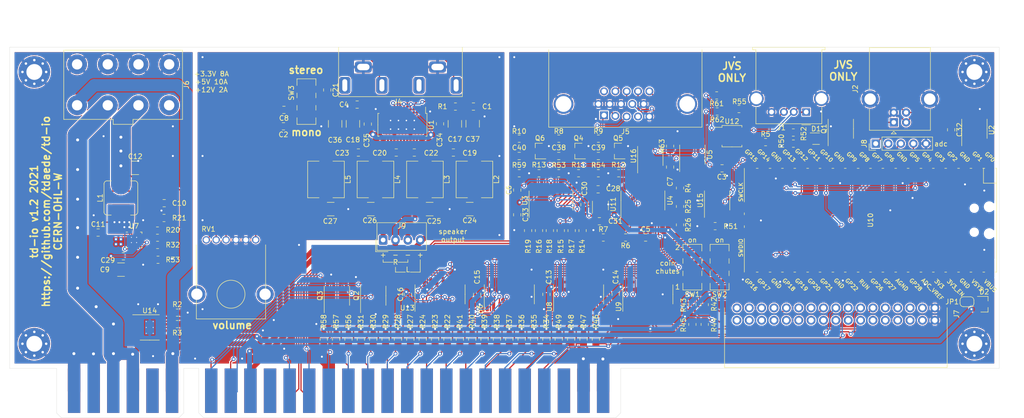
<source format=kicad_pcb>
(kicad_pcb (version 20171130) (host pcbnew 5.1.12-1.fc34)
  (layers (0 F.Cu signal) (31 B.Cu signal) (34 B.Paste user) (35 F.Paste user) (36 B.SilkS user) (37 F.SilkS user) (38 B.Mask user) (39 F.Mask user) (44 Edge.Cuts user))
  (net 0 "")
  (net 1 GND)
  (net 2 +12V)
  (net 3 "Net-(C2-Pad2)")
  (net 4 "Net-(C2-Pad1)")
  (net 5 +5V)
  (net 6 "Net-(C8-Pad2)")
  (net 7 "Net-(C8-Pad1)")
  (net 8 +3V3)
  (net 9 "Net-(D2-Pad1)")
  (net 10 "Net-(J1-Pad1)")
  (net 11 "Net-(J1-Pad2)")
  (net 12 "Net-(J1-Pad3)")
  (net 13 "Net-(J2-Pad1)")
  (net 14 /p2_4)
  (net 15 /p2start)
  (net 16 /lockout1)
  (net 17 /p2up)
  (net 18 /jamma_green)
  (net 19 /p2right)
  (net 20 /jamma_sync)
  (net 21 /p2left)
  (net 22 /c2)
  (net 23 /p2down)
  (net 24 /p2_3)
  (net 25 /meter1)
  (net 26 /p2_1)
  (net 27 "Net-(J3-PadM)")
  (net 28 /p2_2)
  (net 29 /p1_4)
  (net 30 /p1_3)
  (net 31 /p1_2)
  (net 32 /p1_1)
  (net 33 /p1right)
  (net 34 /p1left)
  (net 35 /p1down)
  (net 36 /p1up)
  (net 37 /p1start)
  (net 38 /c1)
  (net 39 /jamma_blue)
  (net 40 /jamma_red)
  (net 41 "Net-(J3-Pad11)")
  (net 42 /speaker+)
  (net 43 /lockout2)
  (net 44 /meter2)
  (net 45 /vga_hsync)
  (net 46 /vga_vsync)
  (net 47 "Net-(J5-Pad4)")
  (net 48 /vga_blue)
  (net 49 /vga_green)
  (net 50 /vga_red)
  (net 51 "Net-(J6-Pad1)")
  (net 52 "Net-(J7-Pad1)")
  (net 53 "Net-(J7-Pad2)")
  (net 54 "Net-(J7-Pad3)")
  (net 55 "Net-(J7-Pad4)")
  (net 56 "Net-(J7-Pad5)")
  (net 57 "Net-(J7-Pad6)")
  (net 58 "Net-(J7-Pad7)")
  (net 59 "Net-(J7-Pad8)")
  (net 60 /p2_6)
  (net 61 "Net-(J7-Pad10)")
  (net 62 "Net-(J7-Pad11)")
  (net 63 "Net-(J7-Pad12)")
  (net 64 "Net-(J7-Pad13)")
  (net 65 "Net-(J7-Pad14)")
  (net 66 /p1_6)
  (net 67 "Net-(J7-Pad16)")
  (net 68 /p1_5)
  (net 69 "Net-(J7-Pad18)")
  (net 70 "Net-(J7-Pad20)")
  (net 71 "Net-(J7-Pad22)")
  (net 72 /p2_5)
  (net 73 "Net-(J7-Pad24)")
  (net 74 "Net-(J7-Pad25)")
  (net 75 "Net-(J7-Pad26)")
  (net 76 "Net-(J7-Pad27)")
  (net 77 "Net-(J7-Pad28)")
  (net 78 "Net-(J7-Pad29)")
  (net 79 "Net-(J7-Pad30)")
  (net 80 "Net-(J7-Pad31)")
  (net 81 "Net-(J7-Pad32)")
  (net 82 /lockout1_ctl)
  (net 83 /meter1_ctl)
  (net 84 /lockout2_ctl)
  (net 85 /meter2_ctl)
  (net 86 /speaker-)
  (net 87 "Net-(R1-Pad1)")
  (net 88 "Net-(R14-Pad1)")
  (net 89 "Net-(R15-Pad1)")
  (net 90 "Net-(R16-Pad1)")
  (net 91 "Net-(R25-Pad1)")
  (net 92 "Net-(SW1-Pad3)")
  (net 93 /jvs_tx)
  (net 94 /jvs_de)
  (net 95 /jvs_re)
  (net 96 /jvs_rx)
  (net 97 /sr_clr)
  (net 98 /sr_clk)
  (net 99 /sr_data)
  (net 100 "Net-(U10-Pad43)")
  (net 101 "Net-(U10-Pad41)")
  (net 102 "Net-(U10-Pad25)")
  (net 103 "Net-(U10-Pad29)")
  (net 104 "Net-(U10-Pad30)")
  (net 105 "Net-(U10-Pad35)")
  (net 106 "Net-(U10-Pad37)")
  (net 107 "Net-(U10-Pad40)")
  (net 108 "Net-(C10-Pad1)")
  (net 109 "Net-(C11-Pad2)")
  (net 110 +3.3VP)
  (net 111 "Net-(R32-Pad2)")
  (net 112 "Net-(R20-Pad2)")
  (net 113 "Net-(U7-Pad11)")
  (net 114 "Net-(U7-Pad9)")
  (net 115 /SW)
  (net 116 "Net-(D1-Pad6)")
  (net 117 "Net-(D1-Pad2)")
  (net 118 "Net-(D1-Pad3)")
  (net 119 "Net-(D1-Pad1)")
  (net 120 "Net-(J3-Padd)")
  (net 121 "Net-(J3-Pad26)")
  (net 122 /sense_0v)
  (net 123 "Net-(R5-Pad2)")
  (net 124 "Net-(R55-Pad2)")
  (net 125 /termination)
  (net 126 /service)
  (net 127 /tilt)
  (net 128 /test)
  (net 129 "Net-(U13-Pad9)")
  (net 130 "Net-(U6-Pad9)")
  (net 131 "Net-(U6-Pad7)")
  (net 132 "Net-(U8-Pad9)")
  (net 133 "Net-(U8-Pad7)")
  (net 134 "Net-(U9-Pad7)")
  (net 135 "Net-(U13-Pad7)")
  (net 136 "Net-(C1-Pad2)")
  (net 137 "Net-(C4-Pad2)")
  (net 138 "Net-(C19-Pad2)")
  (net 139 "Net-(C20-Pad2)")
  (net 140 /speaker_r-)
  (net 141 "Net-(C21-Pad2)")
  (net 142 "Net-(C22-Pad2)")
  (net 143 "Net-(C23-Pad2)")
  (net 144 /speaker_r+)
  (net 145 "Net-(U1-Pad13)")
  (net 146 "Net-(U1-Pad1)")
  (net 147 "Net-(J3-PadE)")
  (net 148 "Net-(J3-Pad5)")
  (net 149 -5V)
  (net 150 +5VL)
  (net 151 "Net-(C19-Pad1)")
  (net 152 "Net-(C20-Pad1)")
  (net 153 "Net-(C22-Pad1)")
  (net 154 "Net-(C23-Pad1)")
  (net 155 /l_in)
  (net 156 /r_in)
  (net 157 "Net-(Q1-Pad5)")
  (net 158 "Net-(Q1-Pad4)")
  (net 159 "Net-(Q1-Pad3)")
  (net 160 "Net-(U4-Pad11)")
  (net 161 "Net-(U4-Pad8)")
  (net 162 /sense_in_high)
  (net 163 /sense_in_low)
  (net 164 "Net-(U10-Pad9)")
  (net 165 "Net-(C30-Pad1)")
  (net 166 "Net-(C30-Pad2)")
  (net 167 "Net-(R2-Pad1)")
  (net 168 "Net-(R3-Pad1)")
  (net 169 "Net-(U14-Pad6)")
  (net 170 "Net-(U14-Pad2)")
  (net 171 "Net-(R25-Pad2)")
  (net 172 "Net-(J5-Pad11)")
  (net 173 "Net-(SW2-Pad3)")
  (net 174 /adc2)
  (net 175 /adc1)
  (net 176 /adc0)
  (net 177 /blank)
  (net 178 "Net-(SW1-Pad1)")
  (net 179 "Net-(SW3-Pad3)")
  (net 180 "Net-(SW2-Pad1)")
  (net 181 /blue_ac)
  (net 182 /red_ac)
  (net 183 /green_ac)
  (net 184 /blue_fb)
  (net 185 /red_fb)
  (net 186 /green_fb)
  (net 187 "Net-(U10-Pad19)")
  (net 188 +5VD)
  (net 189 "Net-(D2-Pad3)")
  (net 190 /vga_scl)
  (net 191 /vga_sda)
  (net 192 /i2c_sda)
  (net 193 /i2c_scl)
  (net 194 "Net-(R63-Pad2)")
  (net 195 "Net-(U3-Pad3)")
  (net 196 "Net-(U3-Pad2)")
  (net 197 "Net-(U3-Pad1)")
  (module td-io:PJRAN2X1U01AUX (layer F.Cu) (at 158.5 86 180)
    (fp_text reference J4 (at 8 -7) (layer F.SilkS))
    (fp_text value Conn_Coaxial_x2)
    (pad 5 thru_hole roundrect (at 18.75 -3.7 180) (size 2.3 3.4) (drill oval 1 2.5) (layers *.Cu *.Mask))
    (pad 2 thru_hole roundrect (at 11.25 -3.7 180) (size 2.3 3.4) (drill oval 1 2.5) (layers *.Cu *.Mask) (net 155 /l_in))
    (pad 3 thru_hole roundrect (at 0 0 180) (size 3.4 2.3) (drill oval 2.5 1.3) (layers *.Cu *.Mask) (net 1 GND))
    (pad 3 thru_hole roundrect (at 15 0 180) (size 3.4 2.3) (drill oval 2.5 1.3) (layers *.Cu *.Mask) (net 1 GND))
    (pad 1 thru_hole roundrect (at -3.75 -3.7 180) (size 2.3 3.4) (drill oval 1 2.5) (layers *.Cu *.Mask) (net 156 /r_in))
    (pad 4 thru_hole roundrect (at 3.75 -3.7 180) (size 2.3 3.4) (drill oval 1 2.5) (layers *.Cu *.Mask))
  )
  (module Package_SO:SO-8_3.9x4.9mm_P1.27mm (layer F.Cu) (at 201.5 104 90)
    (fp_text reference U16 (at 0 -3.4 90) (layer F.SilkS))
    (fp_text value PCA9306D)
    (pad 1 smd roundrect (at -2.575 -1.905 90) (size 1.75 0.6) (layers F.Cu F.Paste F.Mask) (net 1 GND))
    (pad 2 smd roundrect (at -2.575 -0.635 90) (size 1.75 0.6) (layers F.Cu F.Paste F.Mask) (net 8 +3V3))
    (pad 3 smd roundrect (at -2.575 0.635 90) (size 1.75 0.6) (layers F.Cu F.Paste F.Mask) (net 193 /i2c_scl))
    (pad 4 smd roundrect (at -2.575 1.905 90) (size 1.75 0.6) (layers F.Cu F.Paste F.Mask) (net 192 /i2c_sda))
    (pad 5 smd roundrect (at 2.575 1.905 90) (size 1.75 0.6) (layers F.Cu F.Paste F.Mask) (net 191 /vga_sda))
    (pad 6 smd roundrect (at 2.575 0.635 90) (size 1.75 0.6) (layers F.Cu F.Paste F.Mask) (net 190 /vga_scl))
    (pad 7 smd roundrect (at 2.575 -0.635 90) (size 1.75 0.6) (layers F.Cu F.Paste F.Mask) (net 194 "Net-(R63-Pad2)"))
    (pad 8 smd roundrect (at 2.575 -1.905 90) (size 1.75 0.6) (layers F.Cu F.Paste F.Mask) (net 194 "Net-(R63-Pad2)"))
  )
  (module Resistor_SMD:R_0805_2012Metric (layer F.Cu) (at 205.5 102 90)
    (fp_text reference R63 (at 0 -1.65 90) (layer F.SilkS))
    (fp_text value 200k)
    (pad 1 smd roundrect (at -0.9125 0 90) (size 1.025 1.4) (layers F.Cu F.Paste F.Mask) (roundrect_rratio 0.243902) (net 188 +5VD))
    (pad 2 smd roundrect (at 0.9125 0 90) (size 1.025 1.4) (layers F.Cu F.Paste F.Mask) (roundrect_rratio 0.243902) (net 194 "Net-(R63-Pad2)"))
  )
  (module Resistor_SMD:R_0805_2012Metric (layer F.Cu) (at 215 95 180)
    (fp_text reference R62 (at 0 -1.65) (layer F.SilkS))
    (fp_text value 10k)
    (pad 1 smd roundrect (at -0.9125 0 180) (size 1.025 1.4) (layers F.Cu F.Paste F.Mask) (roundrect_rratio 0.243902) (net 8 +3V3))
    (pad 2 smd roundrect (at 0.9125 0 180) (size 1.025 1.4) (layers F.Cu F.Paste F.Mask) (roundrect_rratio 0.243902) (net 193 /i2c_scl))
  )
  (module Resistor_SMD:R_0805_2012Metric (layer F.Cu) (at 214.9125 91.75 180)
    (fp_text reference R61 (at 0 -1.65) (layer F.SilkS))
    (fp_text value 10k)
    (pad 1 smd roundrect (at -0.9125 0 180) (size 1.025 1.4) (layers F.Cu F.Paste F.Mask) (roundrect_rratio 0.243902) (net 8 +3V3))
    (pad 2 smd roundrect (at 0.9125 0 180) (size 1.025 1.4) (layers F.Cu F.Paste F.Mask) (roundrect_rratio 0.243902) (net 192 /i2c_sda))
  )
  (module Jumper:SolderJumper-2_P1.3mm_Bridged_RoundedPad1.0x1.5mm (layer F.Cu) (at 265.5 133.5)
    (fp_text reference JP1 (at -3 0) (layer F.SilkS))
    (fp_text value Jumper_NC_Small)
    (fp_poly (pts (xy 0.25 -0.3) (xy -0.25 -0.3) (xy -0.25 0.3) (xy 0.25 0.3)) (layer F.Cu) (width 0))
    (pad 2 smd custom (at 0.65 0) (size 1 0.5) (layers F.Cu F.Mask) (net 9 "Net-(D2-Pad1)") (options (clearance outline) (anchor rect)) (primitives (gr_circle (center 0 0.25) (end 0.5 0.25) (width 0)) (gr_circle (center 0 -0.25) (end 0.5 -0.25) (width 0)) (gr_poly (pts (xy 0 -0.75) (xy -0.5 -0.75) (xy -0.5 0.75) (xy 0 0.75)) (width 0))))
    (pad 1 smd custom (at -0.65 0) (size 1 0.5) (layers F.Cu F.Mask) (net 188 +5VD) (options (clearance outline) (anchor rect)) (primitives (gr_circle (center 0 0.25) (end 0.5 0.25) (width 0)) (gr_circle (center 0 -0.25) (end 0.5 -0.25) (width 0)) (gr_poly (pts (xy 0 -0.75) (xy 0.5 -0.75) (xy 0.5 0.75) (xy 0 0.75)) (width 0))))
  )
  (module Package_SO:SOIC-14_3.9x8.7mm_P1.27mm (layer F.Cu) (at 181.43 113.025 90)
    (fp_text reference U3 (at 0 -5.28 90) (layer F.SilkS))
    (fp_text value ADA4861-3)
    (pad 14 smd roundrect (at 2.475 -3.81 90) (size 1.95 0.6) (layers F.Cu F.Paste F.Mask) (net 90 "Net-(R16-Pad1)"))
    (pad 13 smd roundrect (at 2.475 -2.54 90) (size 1.95 0.6) (layers F.Cu F.Paste F.Mask) (net 186 /green_fb))
    (pad 12 smd roundrect (at 2.475 -1.27 90) (size 1.95 0.6) (layers F.Cu F.Paste F.Mask) (net 183 /green_ac))
    (pad 11 smd roundrect (at 2.475 0 90) (size 1.95 0.6) (layers F.Cu F.Paste F.Mask) (net 149 -5V))
    (pad 10 smd roundrect (at 2.475 1.27 90) (size 1.95 0.6) (layers F.Cu F.Paste F.Mask) (net 181 /blue_ac))
    (pad 9 smd roundrect (at 2.475 2.54 90) (size 1.95 0.6) (layers F.Cu F.Paste F.Mask) (net 184 /blue_fb))
    (pad 8 smd roundrect (at 2.475 3.81 90) (size 1.95 0.6) (layers F.Cu F.Paste F.Mask) (net 88 "Net-(R14-Pad1)"))
    (pad 7 smd roundrect (at -2.475 3.81 90) (size 1.95 0.6) (layers F.Cu F.Paste F.Mask) (net 89 "Net-(R15-Pad1)"))
    (pad 6 smd roundrect (at -2.475 2.54 90) (size 1.95 0.6) (layers F.Cu F.Paste F.Mask) (net 185 /red_fb))
    (pad 5 smd roundrect (at -2.475 1.27 90) (size 1.95 0.6) (layers F.Cu F.Paste F.Mask) (net 182 /red_ac))
    (pad 4 smd roundrect (at -2.475 0 90) (size 1.95 0.6) (layers F.Cu F.Paste F.Mask) (net 5 +5V))
    (pad 3 smd roundrect (at -2.475 -1.27 90) (size 1.95 0.6) (layers F.Cu F.Paste F.Mask) (net 195 "Net-(U3-Pad3)"))
    (pad 2 smd roundrect (at -2.475 -2.54 90) (size 1.95 0.6) (layers F.Cu F.Paste F.Mask) (net 196 "Net-(U3-Pad2)"))
    (pad 1 smd roundrect (at -2.475 -3.81 90) (size 1.95 0.6) (layers F.Cu F.Paste F.Mask) (net 197 "Net-(U3-Pad1)"))
  )
  (module Inductor_SMD:L_Bourns_SRP7028A_7.3x6.6mm (layer F.Cu) (at 94.5 112.5 90)
    (fp_text reference L1 (at 0 -4.2 90) (layer F.SilkS))
    (fp_text value 1.5uH)
    (pad 2 smd rect (at 2.725 0 90) (size 2.95 3.5) (layers F.Cu F.Paste F.Mask) (net 110 +3.3VP))
    (pad 1 smd rect (at -2.725 0 90) (size 2.95 3.5) (layers F.Cu F.Paste F.Mask) (net 115 /SW))
  )
  (module Button_Switch_SMD:SW_DPDT_CK_JS202011JCQN (layer F.Cu) (at 215.5 126.5 90)
    (fp_text reference SW2 (at -5.5 0 180) (layer F.SilkS))
    (fp_text value SW_DPDT_x2)
    (pad 3 smd rect (at 2.5 -1.2 90) (size 1 1.6) (layers F.Cu F.Paste F.Mask) (net 173 "Net-(SW2-Pad3)"))
    (pad 2 smd rect (at 0 -1.2 90) (size 1 1.6) (layers F.Cu F.Paste F.Mask) (net 1 GND))
    (pad 1 smd rect (at -2.5 -1.2 90) (size 1 1.6) (layers F.Cu F.Paste F.Mask) (net 180 "Net-(SW2-Pad1)"))
    (pad 6 smd rect (at 2.5 1.2 90) (size 1 1.6) (layers F.Cu F.Paste F.Mask))
    (pad 5 smd rect (at 0 1.2 90) (size 1 1.6) (layers F.Cu F.Paste F.Mask))
    (pad 4 smd rect (at -2.5 1.2 90) (size 1 1.6) (layers F.Cu F.Paste F.Mask))
  )
  (module Button_Switch_SMD:SW_DPDT_CK_JS202011JCQN (layer F.Cu) (at 210 126.5 90)
    (fp_text reference SW1 (at -5.5 0 180) (layer F.SilkS))
    (fp_text value SW_DPDT_x2)
    (pad 3 smd rect (at 2.5 -1.2 90) (size 1 1.6) (layers F.Cu F.Paste F.Mask) (net 92 "Net-(SW1-Pad3)"))
    (pad 2 smd rect (at 0 -1.2 90) (size 1 1.6) (layers F.Cu F.Paste F.Mask) (net 1 GND))
    (pad 1 smd rect (at -2.5 -1.2 90) (size 1 1.6) (layers F.Cu F.Paste F.Mask) (net 178 "Net-(SW1-Pad1)"))
    (pad 6 smd rect (at 2.5 1.2 90) (size 1 1.6) (layers F.Cu F.Paste F.Mask))
    (pad 5 smd rect (at 0 1.2 90) (size 1 1.6) (layers F.Cu F.Paste F.Mask))
    (pad 4 smd rect (at -2.5 1.2 90) (size 1 1.6) (layers F.Cu F.Paste F.Mask))
  )
  (module Resistor_SMD:R_0805_2012Metric (layer F.Cu) (at 175 107.5)
    (fp_text reference R59 (at 0 -1.65) (layer F.SilkS))
    (fp_text value 10k)
    (pad 2 smd roundrect (at 0.9125 0) (size 1.025 1.4) (layers F.Cu F.Paste F.Mask) (roundrect_rratio 0.2439004878048781) (net 1 GND))
    (pad 1 smd roundrect (at -0.9125 0) (size 1.025 1.4) (layers F.Cu F.Paste F.Mask) (roundrect_rratio 0.2439004878048781) (net 183 /green_ac))
  )
  (module Resistor_SMD:R_0805_2012Metric (layer F.Cu) (at 191 107.5)
    (fp_text reference R54 (at 0 -1.65) (layer F.SilkS))
    (fp_text value 10k)
    (pad 2 smd roundrect (at 0.9125 0) (size 1.025 1.4) (layers F.Cu F.Paste F.Mask) (roundrect_rratio 0.2439004878048781) (net 1 GND))
    (pad 1 smd roundrect (at -0.9125 0) (size 1.025 1.4) (layers F.Cu F.Paste F.Mask) (roundrect_rratio 0.2439004878048781) (net 182 /red_ac))
  )
  (module Resistor_SMD:R_0805_2012Metric (layer F.Cu) (at 183 107.5)
    (fp_text reference R53 (at 0 -1.65) (layer F.SilkS))
    (fp_text value 10k)
    (pad 2 smd roundrect (at 0.9125 0) (size 1.025 1.4) (layers F.Cu F.Paste F.Mask) (roundrect_rratio 0.2439004878048781) (net 1 GND))
    (pad 1 smd roundrect (at -0.9125 0) (size 1.025 1.4) (layers F.Cu F.Paste F.Mask) (roundrect_rratio 0.2439004878048781) (net 181 /blue_ac))
  )
  (module Resistor_SMD:R_0805_2012Metric (layer F.Cu) (at 175 100.5)
    (fp_text reference R10 (at 0 -1.5) (layer F.SilkS))
    (fp_text value 75)
    (pad 2 smd roundrect (at 0.9125 0) (size 1.025 1.4) (layers F.Cu F.Paste F.Mask) (roundrect_rratio 0.2439004878048781) (net 49 /vga_green))
    (pad 1 smd roundrect (at -0.9125 0) (size 1.025 1.4) (layers F.Cu F.Paste F.Mask) (roundrect_rratio 0.2439004878048781) (net 1 GND))
  )
  (module Resistor_SMD:R_0805_2012Metric (layer F.Cu) (at 183 100.5)
    (fp_text reference R8 (at 0 -1.5) (layer F.SilkS))
    (fp_text value 75)
    (pad 2 smd roundrect (at 0.9125 0) (size 1.025 1.4) (layers F.Cu F.Paste F.Mask) (roundrect_rratio 0.2439004878048781) (net 48 /vga_blue))
    (pad 1 smd roundrect (at -0.9125 0) (size 1.025 1.4) (layers F.Cu F.Paste F.Mask) (roundrect_rratio 0.2439004878048781) (net 1 GND))
  )
  (module Package_TO_SOT_SMD:SOT-23 (layer F.Cu) (at 179 103 180)
    (fp_text reference Q6 (at -0.2 2.6) (layer F.SilkS))
    (fp_text value 2N7002NXBKR)
    (pad 3 smd rect (at 1 0 180) (size 0.9 0.8) (layers F.Cu F.Paste F.Mask) (net 183 /green_ac))
    (pad 2 smd rect (at -1 0.95 180) (size 0.9 0.8) (layers F.Cu F.Paste F.Mask) (net 1 GND))
    (pad 1 smd rect (at -1 -0.95 180) (size 0.9 0.8) (layers F.Cu F.Paste F.Mask) (net 177 /blank))
  )
  (module Package_TO_SOT_SMD:SOT-23 (layer F.Cu) (at 195 103 180)
    (fp_text reference Q5 (at 0 2.6) (layer F.SilkS))
    (fp_text value 2N7002NXBKR)
    (pad 3 smd rect (at 1 0 180) (size 0.9 0.8) (layers F.Cu F.Paste F.Mask) (net 182 /red_ac))
    (pad 2 smd rect (at -1 0.95 180) (size 0.9 0.8) (layers F.Cu F.Paste F.Mask) (net 1 GND))
    (pad 1 smd rect (at -1 -0.95 180) (size 0.9 0.8) (layers F.Cu F.Paste F.Mask) (net 177 /blank))
  )
  (module Package_TO_SOT_SMD:SOT-23 (layer F.Cu) (at 187 103 180)
    (fp_text reference Q4 (at 0 2.6) (layer F.SilkS))
    (fp_text value 2N7002NXBKR)
    (pad 3 smd rect (at 1 0 180) (size 0.9 0.8) (layers F.Cu F.Paste F.Mask) (net 181 /blue_ac))
    (pad 2 smd rect (at -1 0.95 180) (size 0.9 0.8) (layers F.Cu F.Paste F.Mask) (net 1 GND))
    (pad 1 smd rect (at -1 -0.95 180) (size 0.9 0.8) (layers F.Cu F.Paste F.Mask) (net 177 /blank))
  )
  (module Capacitor_SMD:C_0805_2012Metric (layer F.Cu) (at 175 104)
    (fp_text reference C40 (at 0 -1.68) (layer F.SilkS))
    (fp_text value 1uF)
    (pad 2 smd roundrect (at 0.95 0) (size 1 1.45) (layers F.Cu F.Paste F.Mask) (net 49 /vga_green))
    (pad 1 smd roundrect (at -0.95 0) (size 1 1.45) (layers F.Cu F.Paste F.Mask) (net 183 /green_ac))
  )
  (module Capacitor_SMD:C_0805_2012Metric (layer F.Cu) (at 191 104)
    (fp_text reference C39 (at 0 -1.68) (layer F.SilkS))
    (fp_text value 1uF)
    (pad 2 smd roundrect (at 0.95 0) (size 1 1.45) (layers F.Cu F.Paste F.Mask) (net 50 /vga_red))
    (pad 1 smd roundrect (at -0.95 0) (size 1 1.45) (layers F.Cu F.Paste F.Mask) (net 182 /red_ac))
  )
  (module Capacitor_SMD:C_0805_2012Metric (layer F.Cu) (at 183 104)
    (fp_text reference C38 (at 0 -1.68) (layer F.SilkS))
    (fp_text value 1uF)
    (pad 2 smd roundrect (at 0.95 0) (size 1 1.45) (layers F.Cu F.Paste F.Mask) (net 48 /vga_blue))
    (pad 1 smd roundrect (at -0.95 0) (size 1 1.45) (layers F.Cu F.Paste F.Mask) (net 181 /blue_ac))
  )
  (module Connector_PinHeader_2.54mm:PinHeader_1x05_P2.54mm_Vertical (layer F.Cu) (at 247.05 101.5 90)
    (fp_text reference J8 (at 0 -2.33 90) (layer F.SilkS))
    (fp_text value Conn_01x05_Male)
    (pad 5 thru_hole oval (at 0 10.16 90) (size 1.7 1.7) (drill 1) (layers *.Cu *.Mask) (net 1 GND))
    (pad 4 thru_hole oval (at 0 7.62 90) (size 1.7 1.7) (drill 1) (layers *.Cu *.Mask) (net 174 /adc2))
    (pad 3 thru_hole oval (at 0 5.08 90) (size 1.7 1.7) (drill 1) (layers *.Cu *.Mask) (net 175 /adc1))
    (pad 2 thru_hole oval (at 0 2.54 90) (size 1.7 1.7) (drill 1) (layers *.Cu *.Mask) (net 176 /adc0))
    (pad 1 thru_hole rect (at 0 0 90) (size 1.7 1.7) (drill 1) (layers *.Cu *.Mask) (net 8 +3V3))
  )
  (module Button_Switch_SMD:SW_DPDT_CK_JS202011JCQN (layer F.Cu) (at 132 93 90)
    (fp_text reference SW3 (at 1.75 -3.05 90) (layer F.SilkS))
    (fp_text value SW_DPDT_x2)
    (pad 3 smd rect (at 2.5 -1.2 90) (size 1 1.6) (layers F.Cu F.Paste F.Mask) (net 179 "Net-(SW3-Pad3)"))
    (pad 2 smd rect (at 0 -1.2 90) (size 1 1.6) (layers F.Cu F.Paste F.Mask) (net 7 "Net-(C8-Pad1)"))
    (pad 1 smd rect (at -2.5 -1.2 90) (size 1 1.6) (layers F.Cu F.Paste F.Mask) (net 4 "Net-(C2-Pad1)"))
    (pad 6 smd rect (at 2.5 1.2 90) (size 1 1.6) (layers F.Cu F.Paste F.Mask))
    (pad 5 smd rect (at 0 1.2 90) (size 1 1.6) (layers F.Cu F.Paste F.Mask))
    (pad 4 smd rect (at -2.5 1.2 90) (size 1 1.6) (layers F.Cu F.Paste F.Mask))
  )
  (module Capacitor_SMD:C_1210_3225Metric (layer F.Cu) (at 165.6 97.475 90)
    (fp_text reference C37 (at -3.125 0 180) (layer F.SilkS))
    (fp_text value "47uF 16V")
    (pad 2 smd roundrect (at 1.475 0 90) (size 1.15 2.7) (layers F.Cu F.Paste F.Mask) (roundrect_rratio 0.2173904347826087) (net 1 GND))
    (pad 1 smd roundrect (at -1.475 0 90) (size 1.15 2.7) (layers F.Cu F.Paste F.Mask) (roundrect_rratio 0.2173904347826087) (net 2 +12V))
  )
  (module Capacitor_SMD:C_1210_3225Metric (layer F.Cu) (at 137.8 97.5 90)
    (fp_text reference C36 (at -3.275 -0.025 180) (layer F.SilkS))
    (fp_text value "47uF 16V")
    (pad 2 smd roundrect (at 1.475 0 90) (size 1.15 2.7) (layers F.Cu F.Paste F.Mask) (roundrect_rratio 0.2173904347826087) (net 1 GND))
    (pad 1 smd roundrect (at -1.475 0 90) (size 1.15 2.7) (layers F.Cu F.Paste F.Mask) (roundrect_rratio 0.2173904347826087) (net 2 +12V))
  )
  (module Capacitor_SMD:C_0805_2012Metric (layer F.Cu) (at 144.4 97.55 90)
    (fp_text reference C35 (at -3.3 -0.225 270) (layer F.SilkS))
    (fp_text value 0.1uF)
    (pad 2 smd roundrect (at 0.95 0 90) (size 1 1.45) (layers F.Cu F.Paste F.Mask) (net 1 GND))
    (pad 1 smd roundrect (at -0.95 0 90) (size 1 1.45) (layers F.Cu F.Paste F.Mask) (net 2 +12V))
  )
  (module Capacitor_SMD:C_0805_2012Metric (layer F.Cu) (at 159 97.5 90)
    (fp_text reference C34 (at -3.25 -0.075 90) (layer F.SilkS))
    (fp_text value 0.1uF)
    (pad 2 smd roundrect (at 0.95 0 90) (size 1 1.45) (layers F.Cu F.Paste F.Mask) (net 1 GND))
    (pad 1 smd roundrect (at -0.95 0 90) (size 1 1.45) (layers F.Cu F.Paste F.Mask) (net 2 +12V))
  )
  (module Capacitor_SMD:C_1210_3225Metric (layer F.Cu) (at 141.4 97.5 90)
    (fp_text reference C18 (at -3.225 -0.025 180) (layer F.SilkS))
    (fp_text value "47uF 16V")
    (pad 2 smd roundrect (at 1.475 0 90) (size 1.15 2.7) (layers F.Cu F.Paste F.Mask) (roundrect_rratio 0.2173904347826087) (net 1 GND))
    (pad 1 smd roundrect (at -1.475 0 90) (size 1.15 2.7) (layers F.Cu F.Paste F.Mask) (roundrect_rratio 0.2173904347826087) (net 2 +12V))
  )
  (module Capacitor_SMD:C_1210_3225Metric (layer F.Cu) (at 162 97.5 90)
    (fp_text reference C17 (at -3.1 0 180) (layer F.SilkS))
    (fp_text value "47uF 16V")
    (pad 2 smd roundrect (at 1.475 0 90) (size 1.15 2.7) (layers F.Cu F.Paste F.Mask) (roundrect_rratio 0.2173904347826087) (net 1 GND))
    (pad 1 smd roundrect (at -1.475 0 90) (size 1.15 2.7) (layers F.Cu F.Paste F.Mask) (roundrect_rratio 0.2173904347826087) (net 2 +12V))
  )
  (module Capacitor_SMD:C_0805_2012Metric (layer F.Cu) (at 174.6 115.9 270)
    (fp_text reference C33 (at 0 -1.68 90) (layer F.SilkS))
    (fp_text value 3.3uF)
    (pad 2 smd roundrect (at 0.95 0 270) (size 1 1.45) (layers F.Cu F.Paste F.Mask) (net 1 GND))
    (pad 1 smd roundrect (at -0.95 0 270) (size 1 1.45) (layers F.Cu F.Paste F.Mask) (net 5 +5V))
  )
  (module Capacitor_SMD:C_0805_2012Metric (layer F.Cu) (at 262.3 98.7 270)
    (fp_text reference C32 (at 0 -1.68 90) (layer F.SilkS))
    (fp_text value 0.1uF)
    (pad 2 smd roundrect (at 0.95 0 270) (size 1 1.45) (layers F.Cu F.Paste F.Mask) (net 1 GND))
    (pad 1 smd roundrect (at -0.95 0 270) (size 1 1.45) (layers F.Cu F.Paste F.Mask) (net 8 +3V3))
  )
  (module td-io:HTSSOP-28-1EP_4.4x9.7mm_P0.65mm_tpa3138_ThermalVias (layer F.Cu) (at 151.4 97.7 270)
    (fp_text reference U1 (at 0 -5.8 270) (layer F.SilkS))
    (fp_text value TPA3138D2)
    (pad 29 smd rect (at 0 0 270) (size 2.85 5.4) (layers B.Cu) (net 1 GND))
    (pad 29 thru_hole circle (at 0.875 2.4 270) (size 0.6 0.6) (drill 0.3) (layers *.Cu) (net 1 GND))
    (pad 29 thru_hole circle (at -0.875 2.4 270) (size 0.6 0.6) (drill 0.3) (layers *.Cu) (net 1 GND))
    (pad 29 thru_hole circle (at 0.875 0.8 270) (size 0.6 0.6) (drill 0.3) (layers *.Cu) (net 1 GND))
    (pad 29 thru_hole circle (at -0.875 0.8 270) (size 0.6 0.6) (drill 0.3) (layers *.Cu) (net 1 GND))
    (pad 29 thru_hole circle (at 0.875 -0.8 270) (size 0.6 0.6) (drill 0.3) (layers *.Cu) (net 1 GND))
    (pad 29 thru_hole circle (at -0.875 -0.8 270) (size 0.6 0.6) (drill 0.3) (layers *.Cu) (net 1 GND))
    (pad 29 thru_hole circle (at 0.875 -2.4 270) (size 0.6 0.6) (drill 0.3) (layers *.Cu) (net 1 GND))
    (pad 29 thru_hole circle (at -0.875 -2.4 270) (size 0.6 0.6) (drill 0.3) (layers *.Cu) (net 1 GND))
    (pad 29 smd rect (at 0 0 270) (size 2.34 3.04) (layers F.Cu F.Mask) (net 1 GND))
    (pad 28 smd roundrect (at 2.8625 -4.225 270) (size 1.475 0.4) (layers F.Cu F.Paste F.Mask) (net 2 +12V))
    (pad 27 smd roundrect (at 2.8625 -3.575 270) (size 1.475 0.4) (layers F.Cu F.Paste F.Mask) (net 2 +12V))
    (pad 26 smd roundrect (at 2.8625 -2.925 270) (size 1.475 0.4) (layers F.Cu F.Paste F.Mask) (net 138 "Net-(C19-Pad2)"))
    (pad 25 smd roundrect (at 2.8625 -2.275 270) (size 1.475 0.4) (layers F.Cu F.Paste F.Mask) (net 151 "Net-(C19-Pad1)"))
    (pad 24 smd roundrect (at 2.8625 -1.625 270) (size 1.475 0.4) (layers F.Cu F.Paste F.Mask) (net 1 GND))
    (pad 23 smd roundrect (at 2.8625 -0.975 270) (size 1.475 0.4) (layers F.Cu F.Paste F.Mask) (net 153 "Net-(C22-Pad1)"))
    (pad 22 smd roundrect (at 2.8625 -0.325 270) (size 1.475 0.4) (layers F.Cu F.Paste F.Mask) (net 142 "Net-(C22-Pad2)"))
    (pad 21 smd roundrect (at 2.8625 0.325 270) (size 1.475 0.4) (layers F.Cu F.Paste F.Mask) (net 139 "Net-(C20-Pad2)"))
    (pad 20 smd roundrect (at 2.8625 0.975 270) (size 1.475 0.4) (layers F.Cu F.Paste F.Mask) (net 152 "Net-(C20-Pad1)"))
    (pad 19 smd roundrect (at 2.8625 1.625 270) (size 1.475 0.4) (layers F.Cu F.Paste F.Mask) (net 1 GND))
    (pad 18 smd roundrect (at 2.8625 2.275 270) (size 1.475 0.4) (layers F.Cu F.Paste F.Mask) (net 154 "Net-(C23-Pad1)"))
    (pad 17 smd roundrect (at 2.8625 2.925 270) (size 1.475 0.4) (layers F.Cu F.Paste F.Mask) (net 143 "Net-(C23-Pad2)"))
    (pad 16 smd roundrect (at 2.8625 3.575 270) (size 1.475 0.4) (layers F.Cu F.Paste F.Mask) (net 2 +12V))
    (pad 15 smd roundrect (at 2.8625 4.225 270) (size 1.475 0.4) (layers F.Cu F.Paste F.Mask) (net 2 +12V))
    (pad 14 smd roundrect (at -2.8625 4.225 270) (size 1.475 0.4) (layers F.Cu F.Paste F.Mask) (net 1 GND))
    (pad 13 smd roundrect (at -2.8625 3.575 270) (size 1.475 0.4) (layers F.Cu F.Paste F.Mask) (net 145 "Net-(U1-Pad13)"))
    (pad 12 smd roundrect (at -2.8625 2.925 270) (size 1.475 0.4) (layers F.Cu F.Paste F.Mask) (net 7 "Net-(C8-Pad1)"))
    (pad 11 smd roundrect (at -2.8625 2.275 270) (size 1.475 0.4) (layers F.Cu F.Paste F.Mask) (net 137 "Net-(C4-Pad2)"))
    (pad 10 smd roundrect (at -2.8625 1.625 270) (size 1.475 0.4) (layers F.Cu F.Paste F.Mask) (net 2 +12V))
    (pad 9 smd roundrect (at -2.8625 0.975 270) (size 1.475 0.4) (layers F.Cu F.Paste F.Mask) (net 141 "Net-(C21-Pad2)"))
    (pad 8 smd roundrect (at -2.8625 0.325 270) (size 1.475 0.4) (layers F.Cu F.Paste F.Mask) (net 1 GND))
    (pad 7 smd roundrect (at -2.8625 -0.325 270) (size 1.475 0.4) (layers F.Cu F.Paste F.Mask) (net 2 +12V))
    (pad 6 smd roundrect (at -2.8625 -0.975 270) (size 1.475 0.4) (layers F.Cu F.Paste F.Mask) (net 1 GND))
    (pad 5 smd roundrect (at -2.8625 -1.625 270) (size 1.475 0.4) (layers F.Cu F.Paste F.Mask) (net 2 +12V))
    (pad 4 smd roundrect (at -2.8625 -2.275 270) (size 1.475 0.4) (layers F.Cu F.Paste F.Mask) (net 136 "Net-(C1-Pad2)"))
    (pad 3 smd roundrect (at -2.8625 -2.925 270) (size 1.475 0.4) (layers F.Cu F.Paste F.Mask) (net 4 "Net-(C2-Pad1)"))
    (pad 2 smd roundrect (at -2.8625 -3.575 270) (size 1.475 0.4) (layers F.Cu F.Paste F.Mask) (net 87 "Net-(R1-Pad1)"))
    (pad 1 smd roundrect (at -2.8625 -4.225 270) (size 1.475 0.4) (layers F.Cu F.Paste F.Mask) (net 146 "Net-(U1-Pad1)"))
  )
  (module Capacitor_SMD:C_1210_3225Metric (layer F.Cu) (at 97.4 106.4)
    (fp_text reference C12 (at 0 -2.3) (layer F.SilkS))
    (fp_text value 100uF)
    (pad 2 smd roundrect (at 1.475 0) (size 1.15 2.7) (layers F.Cu F.Paste F.Mask) (roundrect_rratio 0.2173904347826087) (net 1 GND))
    (pad 1 smd roundrect (at -1.475 0) (size 1.15 2.7) (layers F.Cu F.Paste F.Mask) (roundrect_rratio 0.2173904347826087) (net 110 +3.3VP))
  )
  (module Resistor_SMD:R_0805_2012Metric (layer F.Cu) (at 207.5 117.9375 270)
    (fp_text reference R26 (at 0 -1.65 90) (layer F.SilkS))
    (fp_text value 10k)
    (pad 2 smd roundrect (at 0.9125 0 270) (size 1.025 1.4) (layers F.Cu F.Paste F.Mask) (roundrect_rratio 0.2439004878048781) (net 1 GND))
    (pad 1 smd roundrect (at -0.9125 0 270) (size 1.025 1.4) (layers F.Cu F.Paste F.Mask) (roundrect_rratio 0.2439004878048781) (net 171 "Net-(R25-Pad2)"))
  )
  (module Resistor_SMD:R_0805_2012Metric (layer F.Cu) (at 207.5 114.2125 270)
    (fp_text reference R25 (at 0 -1.65 90) (layer F.SilkS))
    (fp_text value 20k)
    (pad 2 smd roundrect (at 0.9125 0 270) (size 1.025 1.4) (layers F.Cu F.Paste F.Mask) (roundrect_rratio 0.2439004878048781) (net 171 "Net-(R25-Pad2)"))
    (pad 1 smd roundrect (at -0.9125 0 270) (size 1.025 1.4) (layers F.Cu F.Paste F.Mask) (roundrect_rratio 0.2439004878048781) (net 91 "Net-(R25-Pad1)"))
  )
  (module Resistor_SMD:R_0805_2012Metric (layer F.Cu) (at 207.5 110.4875 270)
    (fp_text reference R4 (at 0 -1.65 90) (layer F.SilkS))
    (fp_text value 10k)
    (pad 2 smd roundrect (at 0.9125 0 270) (size 1.025 1.4) (layers F.Cu F.Paste F.Mask) (roundrect_rratio 0.2439004878048781) (net 91 "Net-(R25-Pad1)"))
    (pad 1 smd roundrect (at -0.9125 0 270) (size 1.025 1.4) (layers F.Cu F.Paste F.Mask) (roundrect_rratio 0.2439004878048781) (net 5 +5V))
  )
  (module Resistor_SMD:R_0805_2012Metric (layer F.Cu) (at 105.8875 138.025)
    (fp_text reference R3 (at 0 1.775) (layer F.SilkS))
    (fp_text value 1k)
    (pad 2 smd roundrect (at 0.9125 0) (size 1.025 1.4) (layers F.Cu F.Paste F.Mask) (roundrect_rratio 0.2439004878048781) (net 1 GND))
    (pad 1 smd roundrect (at -0.9125 0) (size 1.025 1.4) (layers F.Cu F.Paste F.Mask) (roundrect_rratio 0.2439004878048781) (net 168 "Net-(R3-Pad1)"))
  )
  (module Resistor_SMD:R_0805_2012Metric (layer F.Cu) (at 105.9 135.7)
    (fp_text reference R2 (at 0 -1.65) (layer F.SilkS))
    (fp_text value 400k)
    (pad 2 smd roundrect (at 0.9125 0) (size 1.025 1.4) (layers F.Cu F.Paste F.Mask) (roundrect_rratio 0.2439004878048781) (net 1 GND))
    (pad 1 smd roundrect (at -0.9125 0) (size 1.025 1.4) (layers F.Cu F.Paste F.Mask) (roundrect_rratio 0.2439004878048781) (net 167 "Net-(R2-Pad1)"))
  )
  (module td-io:DSUB-15-HD_Female_Horizontal_P2.29x2.5mm_EdgePinOffset8.35mm_Housed_MountingHolesOffset10.89mm (layer F.Cu) (at 192.145 94.75 180)
    (fp_text reference J5 (at -4.318 -4.318) (layer F.SilkS))
    (fp_text value DB15_Female_HighDensity_MountingHoles)
    (pad 0 thru_hole circle (at 8.185 1.27 180) (size 4 4) (drill 3.2) (layers *.Cu *.Mask) (net 1 GND))
    (pad 0 thru_hole circle (at -16.815 1.27 180) (size 4 4) (drill 3.2) (layers *.Cu *.Mask) (net 1 GND))
    (pad 15 thru_hole circle (at -9.16 3.833 180) (size 1.6 1.6) (drill 1) (layers *.Cu *.Mask) (net 190 /vga_scl))
    (pad 14 thru_hole circle (at -6.87 3.833 180) (size 1.6 1.6) (drill 1) (layers *.Cu *.Mask) (net 46 /vga_vsync))
    (pad 13 thru_hole circle (at -4.58 3.833 180) (size 1.6 1.6) (drill 1) (layers *.Cu *.Mask) (net 45 /vga_hsync))
    (pad 12 thru_hole circle (at -2.29 3.833 180) (size 1.6 1.6) (drill 1) (layers *.Cu *.Mask) (net 191 /vga_sda))
    (pad 11 thru_hole circle (at 0 3.833 180) (size 1.6 1.6) (drill 1) (layers *.Cu *.Mask) (net 172 "Net-(J5-Pad11)"))
    (pad 10 thru_hole circle (at -8.015 1.27 180) (size 1.6 1.6) (drill 1) (layers *.Cu *.Mask) (net 1 GND))
    (pad 9 thru_hole circle (at -5.715 1.27 180) (size 1.6 1.6) (drill 1) (layers *.Cu *.Mask) (net 188 +5VD))
    (pad 8 thru_hole circle (at -3.435 1.27 180) (size 1.6 1.6) (drill 1) (layers *.Cu *.Mask) (net 1 GND))
    (pad 7 thru_hole circle (at -1.145 1.27 180) (size 1.6 1.6) (drill 1) (layers *.Cu *.Mask) (net 1 GND))
    (pad 6 thru_hole circle (at 1.145 1.27 180) (size 1.6 1.6) (drill 1) (layers *.Cu *.Mask) (net 1 GND))
    (pad 5 thru_hole circle (at -9.16 -1.27 180) (size 1.6 1.6) (drill 1) (layers *.Cu *.Mask) (net 1 GND))
    (pad 4 thru_hole circle (at -6.87 -1.27 180) (size 1.6 1.6) (drill 1) (layers *.Cu *.Mask) (net 47 "Net-(J5-Pad4)"))
    (pad 3 thru_hole circle (at -4.572 -1.27 180) (size 1.6 1.6) (drill 1) (layers *.Cu *.Mask) (net 48 /vga_blue))
    (pad 2 thru_hole circle (at -2.286 -1.143 180) (size 1.6 1.6) (drill 1) (layers *.Cu *.Mask) (net 49 /vga_green))
    (pad 1 thru_hole rect (at 0 -1.016 180) (size 1.6 1.6) (drill 1) (layers *.Cu *.Mask) (net 50 /vga_red))
  )
  (module Capacitor_SMD:C_0805_2012Metric (layer F.Cu) (at 191.2 117.2 180)
    (fp_text reference C31 (at -3.25 0.01) (layer F.SilkS))
    (fp_text value 3.3uF)
    (pad 2 smd roundrect (at 0.95 0 180) (size 1 1.45) (layers F.Cu F.Paste F.Mask) (net 1 GND))
    (pad 1 smd roundrect (at -0.95 0 180) (size 1 1.45) (layers F.Cu F.Paste F.Mask) (net 149 -5V))
  )
  (module Capacitor_SMD:C_0805_2012Metric (layer F.Cu) (at 188.2 113.85 270)
    (fp_text reference C30 (at -3.25 0 90) (layer F.SilkS))
    (fp_text value 3.3uF)
    (pad 2 smd roundrect (at 0.95 0 270) (size 1 1.45) (layers F.Cu F.Paste F.Mask) (net 166 "Net-(C30-Pad2)"))
    (pad 1 smd roundrect (at -0.95 0 270) (size 1 1.45) (layers F.Cu F.Paste F.Mask) (net 165 "Net-(C30-Pad1)"))
  )
  (module Capacitor_SMD:C_0805_2012Metric (layer F.Cu) (at 95 124.3)
    (fp_text reference C29 (at -3.15 0.8) (layer F.SilkS))
    (fp_text value 0.1uF)
    (pad 2 smd roundrect (at 0.95 0) (size 1 1.45) (layers F.Cu F.Paste F.Mask) (net 1 GND))
    (pad 1 smd roundrect (at -0.95 0) (size 1 1.45) (layers F.Cu F.Paste F.Mask) (net 150 +5VL))
  )
  (module Capacitor_SMD:C_0805_2012Metric (layer F.Cu) (at 190.95 110.75 180)
    (fp_text reference C28 (at -3.05 0.15) (layer F.SilkS))
    (fp_text value 3.3uF)
    (pad 2 smd roundrect (at 0.95 0 180) (size 1 1.45) (layers F.Cu F.Paste F.Mask) (net 1 GND))
    (pad 1 smd roundrect (at -0.95 0 180) (size 1 1.45) (layers F.Cu F.Paste F.Mask) (net 5 +5V))
  )
  (module Package_SO:SOIC-8_3.9x4.9mm_P1.27mm (layer F.Cu) (at 215 113 90)
    (fp_text reference U15 (at 0 -3.4 90) (layer F.SilkS))
    (fp_text value LM2903)
    (pad 8 smd roundrect (at 2.475 -1.905 90) (size 1.95 0.6) (layers F.Cu F.Paste F.Mask) (net 5 +5V))
    (pad 7 smd roundrect (at 2.475 -0.635 90) (size 1.95 0.6) (layers F.Cu F.Paste F.Mask) (net 162 /sense_in_high))
    (pad 6 smd roundrect (at 2.475 0.635 90) (size 1.95 0.6) (layers F.Cu F.Paste F.Mask) (net 91 "Net-(R25-Pad1)"))
    (pad 5 smd roundrect (at 2.475 1.905 90) (size 1.95 0.6) (layers F.Cu F.Paste F.Mask) (net 10 "Net-(J1-Pad1)"))
    (pad 4 smd roundrect (at -2.475 1.905 90) (size 1.95 0.6) (layers F.Cu F.Paste F.Mask) (net 1 GND))
    (pad 3 smd roundrect (at -2.475 0.635 90) (size 1.95 0.6) (layers F.Cu F.Paste F.Mask) (net 10 "Net-(J1-Pad1)"))
    (pad 2 smd roundrect (at -2.475 -0.635 90) (size 1.95 0.6) (layers F.Cu F.Paste F.Mask) (net 171 "Net-(R25-Pad2)"))
    (pad 1 smd roundrect (at -2.475 -1.905 90) (size 1.95 0.6) (layers F.Cu F.Paste F.Mask) (net 163 /sense_in_low))
  )
  (module Package_SO:SOIC-8-1EP_3.9x4.9mm_P1.27mm_EP2.41x3.3mm_ThermalVias (layer F.Cu) (at 100.325 138.7)
    (fp_text reference U14 (at 0 -3.4) (layer F.SilkS))
    (fp_text value TPS259620)
    (pad 9 smd rect (at 0 0) (size 1.9 2.9) (layers B.Cu) (net 1 GND))
    (pad 9 thru_hole circle (at 0.7 1.2) (size 0.5 0.5) (drill 0.2) (layers *.Cu) (net 1 GND))
    (pad 9 thru_hole circle (at -0.7 1.2) (size 0.5 0.5) (drill 0.2) (layers *.Cu) (net 1 GND))
    (pad 9 thru_hole circle (at 0.7 0) (size 0.5 0.5) (drill 0.2) (layers *.Cu) (net 1 GND))
    (pad 9 thru_hole circle (at -0.7 0) (size 0.5 0.5) (drill 0.2) (layers *.Cu) (net 1 GND))
    (pad 9 thru_hole circle (at 0.7 -1.2) (size 0.5 0.5) (drill 0.2) (layers *.Cu) (net 1 GND))
    (pad 9 thru_hole circle (at -0.7 -1.2) (size 0.5 0.5) (drill 0.2) (layers *.Cu) (net 1 GND))
    (pad 9 smd rect (at 0 0) (size 2.41 3.3) (layers F.Cu F.Mask) (net 1 GND))
    (pad 8 smd roundrect (at 2.475 -1.905) (size 1.95 0.6) (layers F.Cu F.Paste F.Mask) (net 167 "Net-(R2-Pad1)"))
    (pad 7 smd roundrect (at 2.475 -0.635) (size 1.95 0.6) (layers F.Cu F.Paste F.Mask) (net 168 "Net-(R3-Pad1)"))
    (pad 6 smd roundrect (at 2.475 0.635) (size 1.95 0.6) (layers F.Cu F.Paste F.Mask) (net 169 "Net-(U14-Pad6)"))
    (pad 5 smd roundrect (at 2.475 1.905) (size 1.95 0.6) (layers F.Cu F.Paste F.Mask) (net 5 +5V))
    (pad 4 smd roundrect (at -2.475 1.905) (size 1.95 0.6) (layers F.Cu F.Paste F.Mask) (net 150 +5VL))
    (pad 3 smd roundrect (at -2.475 0.635) (size 1.95 0.6) (layers F.Cu F.Paste F.Mask) (net 150 +5VL))
    (pad 2 smd roundrect (at -2.475 -0.635) (size 1.95 0.6) (layers F.Cu F.Paste F.Mask) (net 170 "Net-(U14-Pad2)"))
    (pad 1 smd roundrect (at -2.475 -1.905) (size 1.95 0.6) (layers F.Cu F.Paste F.Mask) (net 1 GND))
  )
  (module Package_TO_SOT_SMD:SOT-23-6 (layer F.Cu) (at 191.41 114.03 90)
    (fp_text reference U11 (at 0.23 2.59 90) (layer F.SilkS))
    (fp_text value MAX1720EUT)
    (pad 5 smd rect (at 1.1 0 90) (size 1.06 0.65) (layers F.Cu F.Paste F.Mask) (net 5 +5V))
    (pad 6 smd rect (at 1.1 -0.95 90) (size 1.06 0.65) (layers F.Cu F.Paste F.Mask) (net 165 "Net-(C30-Pad1)"))
    (pad 4 smd rect (at 1.1 0.95 90) (size 1.06 0.65) (layers F.Cu F.Paste F.Mask) (net 1 GND))
    (pad 3 smd rect (at -1.1 0.95 90) (size 1.06 0.65) (layers F.Cu F.Paste F.Mask) (net 166 "Net-(C30-Pad2)"))
    (pad 2 smd rect (at -1.1 0 90) (size 1.06 0.65) (layers F.Cu F.Paste F.Mask) (net 5 +5V))
    (pad 1 smd rect (at -1.1 -0.95 90) (size 1.06 0.65) (layers F.Cu F.Paste F.Mask) (net 149 -5V))
  )
  (module td-io:RJE-20 (layer F.Cu) (at 97.15 121)
    (fp_text reference U7 (at 0 -2.82) (layer F.SilkS))
    (fp_text value TPS568230)
    (pad 21 smd rect (at 0 0) (size 1.55 1.55) (layers B.Cu) (net 1 GND))
    (pad 21 thru_hole circle (at 0.525 0.525) (size 0.5 0.5) (drill 0.2) (layers *.Cu) (net 1 GND))
    (pad 21 thru_hole circle (at -0.525 0.525) (size 0.5 0.5) (drill 0.2) (layers *.Cu) (net 1 GND))
    (pad 21 thru_hole circle (at 0.525 -0.525) (size 0.5 0.5) (drill 0.2) (layers *.Cu) (net 1 GND))
    (pad 21 thru_hole circle (at -0.525 -0.525) (size 0.5 0.5) (drill 0.2) (layers *.Cu) (net 1 GND))
    (pad 21 smd rect (at 0.123 0) (size 0.926 0.975) (layers F.Cu F.Mask) (net 1 GND))
    (pad 20 smd custom (at -0.9 -1.45) (size 0.143934 0.143934) (layers F.Cu F.Paste F.Mask) (net 115 /SW) (options (clearance outline) (anchor circle)) (primitives (gr_poly (pts (xy -0.075 -0.375) (xy 0.075 -0.375) (xy 0.075 0.375) (xy 0.045711 0.375) (xy -0.075 0.254289)) (width 0.1))))
    (pad 19 smd roundrect (at -0.45 -1.45) (size 0.25 0.85) (layers F.Cu F.Paste F.Mask) (net 115 /SW))
    (pad 18 smd roundrect (at 0 -1.45) (size 0.25 0.85) (layers F.Cu F.Paste F.Mask) (net 1 GND))
    (pad 17 smd roundrect (at 0.45 -1.45) (size 0.25 0.85) (layers F.Cu F.Paste F.Mask) (net 108 "Net-(C10-Pad1)"))
    (pad 16 smd custom (at 0.9 -1.45) (size 0.143934 0.143934) (layers F.Cu F.Paste F.Mask) (options (clearance outline) (anchor circle)) (primitives (gr_poly (pts (xy -0.075 -0.375) (xy 0.075 -0.375) (xy 0.075 0.254289) (xy -0.045711 0.375) (xy -0.075 0.375)) (width 0.1))))
    (pad 15 smd custom (at 1.45 -0.9) (size 0.143934 0.143934) (layers F.Cu F.Paste F.Mask) (net 112 "Net-(R20-Pad2)") (options (clearance outline) (anchor circle)) (primitives (gr_poly (pts (xy -0.375 0.045711) (xy -0.254289 -0.075) (xy 0.375 -0.075) (xy 0.375 0.075) (xy -0.375 0.075)) (width 0.1))))
    (pad 14 smd roundrect (at 1.45 -0.45) (size 0.85 0.25) (layers F.Cu F.Paste F.Mask) (net 111 "Net-(R32-Pad2)"))
    (pad 13 smd roundrect (at 1.45 0) (size 0.85 0.25) (layers F.Cu F.Paste F.Mask) (net 1 GND))
    (pad 12 smd roundrect (at 1.45 0.45) (size 0.85 0.25) (layers F.Cu F.Paste F.Mask) (net 150 +5VL))
    (pad 11 smd custom (at 1.45 0.9) (size 0.143934 0.143934) (layers F.Cu F.Paste F.Mask) (net 113 "Net-(U7-Pad11)") (options (clearance outline) (anchor circle)) (primitives (gr_poly (pts (xy -0.375 -0.075) (xy 0.375 -0.075) (xy 0.375 0.075) (xy -0.254289 0.075) (xy -0.375 -0.045711)) (width 0.1))))
    (pad 10 smd custom (at 0.9 1.45) (size 0.143934 0.143934) (layers F.Cu F.Paste F.Mask) (options (clearance outline) (anchor circle)) (primitives (gr_poly (pts (xy -0.075 -0.375) (xy -0.045711 -0.375) (xy 0.075 -0.254289) (xy 0.075 0.375) (xy -0.075 0.375)) (width 0.1))))
    (pad 9 smd roundrect (at 0.45 1.45) (size 0.25 0.85) (layers F.Cu F.Paste F.Mask) (net 114 "Net-(U7-Pad9)"))
    (pad 8 smd roundrect (at 0 1.45) (size 0.25 0.85) (layers F.Cu F.Paste F.Mask) (net 1 GND))
    (pad 7 smd roundrect (at -0.45 1.45) (size 0.25 0.85) (layers F.Cu F.Paste F.Mask) (net 1 GND))
    (pad 6 smd custom (at -0.9 1.45) (size 0.143934 0.143934) (layers F.Cu F.Paste F.Mask) (net 115 /SW) (options (clearance outline) (anchor circle)) (primitives (gr_poly (pts (xy -0.075 -0.254289) (xy 0.045711 -0.375) (xy 0.075 -0.375) (xy 0.075 0.375) (xy -0.075 0.375)) (width 0.1))))
    (pad 5 smd custom (at -1.45 0.9) (size 0.143934 0.143934) (layers F.Cu F.Paste F.Mask) (net 150 +5VL) (options (clearance outline) (anchor circle)) (primitives (gr_poly (pts (xy -0.375 -0.075) (xy 0.375 -0.075) (xy 0.375 -0.045711) (xy 0.254289 0.075) (xy -0.375 0.075)) (width 0.1))))
    (pad 4 smd roundrect (at -1.45 0.45) (size 0.85 0.25) (layers F.Cu F.Paste F.Mask) (net 150 +5VL))
    (pad 3 smd roundrect (at -1.45 0) (size 0.85 0.25) (layers F.Cu F.Paste F.Mask) (net 150 +5VL))
    (pad 2 smd roundrect (at -1.45 -0.45) (size 0.85 0.25) (layers F.Cu F.Paste F.Mask) (net 150 +5VL))
    (pad 1 smd custom (at -1.45 -0.9) (size 0.143934 0.143934) (layers F.Cu F.Paste F.Mask) (net 109 "Net-(C11-Pad2)") (options (clearance outline) (anchor circle)) (primitives (gr_poly (pts (xy -0.375 -0.075) (xy 0.254289 -0.075) (xy 0.375 0.045711) (xy 0.375 0.075) (xy -0.375 0.075)) (width 0.1))))
  )
  (module td-io:JST_SH_B4B-NH-A_1x04_P2.50mm_Vertical (layer F.Cu) (at 147.5 121)
    (fp_text reference J9 (at 3.75 -2.8) (layer F.SilkS))
    (fp_text value Conn_01x04_Male)
    (pad 4 thru_hole oval (at 7.5 0) (size 1.7 1.95) (drill 0.95) (layers *.Cu *.Mask) (net 42 /speaker+))
    (pad 3 thru_hole oval (at 5 0) (size 1.7 1.95) (drill 0.95) (layers *.Cu *.Mask) (net 140 /speaker_r-))
    (pad 2 thru_hole oval (at 2.5 0) (size 1.7 1.95) (drill 0.95) (layers *.Cu *.Mask) (net 86 /speaker-))
    (pad 1 thru_hole roundrect (at 0 0) (size 1.7 1.95) (drill 0.95) (layers *.Cu *.Mask) (roundrect_rratio 0.1470588235294118) (net 144 /speaker_r+))
  )
  (module Capacitor_SMD:C_1210_3225Metric (layer F.Cu) (at 136.9 114.75)
    (fp_text reference C27 (at -0.1 2.45) (layer F.SilkS))
    (fp_text value "2.2uF 50V")
    (pad 2 smd roundrect (at 1.475 0) (size 1.15 2.7) (layers F.Cu F.Paste F.Mask) (roundrect_rratio 0.2173904347826087) (net 1 GND))
    (pad 1 smd roundrect (at -1.475 0) (size 1.15 2.7) (layers F.Cu F.Paste F.Mask) (roundrect_rratio 0.2173904347826087) (net 144 /speaker_r+))
  )
  (module Capacitor_SMD:C_1210_3225Metric (layer F.Cu) (at 145 114.75 180)
    (fp_text reference C26 (at 0.2 -2.3) (layer F.SilkS))
    (fp_text value "2.2uF 50V")
    (pad 2 smd roundrect (at 1.475 0 180) (size 1.15 2.7) (layers F.Cu F.Paste F.Mask) (roundrect_rratio 0.2173904347826087) (net 1 GND))
    (pad 1 smd roundrect (at -1.475 0 180) (size 1.15 2.7) (layers F.Cu F.Paste F.Mask) (roundrect_rratio 0.2173904347826087) (net 140 /speaker_r-))
  )
  (module Capacitor_SMD:C_1210_3225Metric (layer F.Cu) (at 156.9 114.75)
    (fp_text reference C25 (at 0.9 2.45) (layer F.SilkS))
    (fp_text value "2.2uF 50V")
    (pad 2 smd roundrect (at 1.475 0) (size 1.15 2.7) (layers F.Cu F.Paste F.Mask) (roundrect_rratio 0.2173904347826087) (net 1 GND))
    (pad 1 smd roundrect (at -1.475 0) (size 1.15 2.7) (layers F.Cu F.Paste F.Mask) (roundrect_rratio 0.2173904347826087) (net 86 /speaker-))
  )
  (module Capacitor_SMD:C_1210_3225Metric (layer F.Cu) (at 165 114.75 180)
    (fp_text reference C24 (at 0 -2.3) (layer F.SilkS))
    (fp_text value "2.2uF 50V")
    (pad 2 smd roundrect (at 1.475 0 180) (size 1.15 2.7) (layers F.Cu F.Paste F.Mask) (roundrect_rratio 0.2173904347826087) (net 1 GND))
    (pad 1 smd roundrect (at -1.475 0 180) (size 1.15 2.7) (layers F.Cu F.Paste F.Mask) (roundrect_rratio 0.2173904347826087) (net 42 /speaker+))
  )
  (module Capacitor_SMD:C_1210_3225Metric (layer F.Cu) (at 94.525 127)
    (fp_text reference C9 (at -3.275 0) (layer F.SilkS))
    (fp_text value 100uF)
    (pad 2 smd roundrect (at 1.475 0) (size 1.15 2.7) (layers F.Cu F.Paste F.Mask) (roundrect_rratio 0.2173904347826087) (net 1 GND))
    (pad 1 smd roundrect (at -1.475 0) (size 1.15 2.7) (layers F.Cu F.Paste F.Mask) (roundrect_rratio 0.2173904347826087) (net 150 +5VL))
  )
  (module td-io:RPi_Pico_SMD (layer F.Cu) (at 246 117 270)
    (fp_text reference U10 (at 0 0 90) (layer F.SilkS))
    (fp_text value Pico)
    (fp_text user SWDIO (at 5.6 26.2 90) (layer F.SilkS) (effects (font (size 0.8 0.8))))
    (fp_text user SWCLK (at -5.7 26.2 90) (layer F.SilkS) (effects (font (size 0.8 0.8))))
    (fp_text user AGND (at 13.054 -6.35 135) (layer F.SilkS) (effects (font (size 0.8 0.8))))
    (fp_text user GND (at 12.8 -19.05 135) (layer F.SilkS) (effects (font (size 0.8 0.8))))
    (fp_text user GND (at 12.8 6.35 135) (layer F.SilkS) (effects (font (size 0.8 0.8))))
    (fp_text user GND (at 12.8 19.05 135) (layer F.SilkS) (effects (font (size 0.8 0.8))))
    (fp_text user GND (at -12.8 19.05 135) (layer F.SilkS) (effects (font (size 0.8 0.8))))
    (fp_text user GND (at -12.8 6.35 135) (layer F.SilkS) (effects (font (size 0.8 0.8))))
    (fp_text user GND (at -12.8 -6.35 135) (layer F.SilkS) (effects (font (size 0.8 0.8))))
    (fp_text user GND (at -12.8 -19.05 135) (layer F.SilkS) (effects (font (size 0.8 0.8))))
    (fp_text user VBUS (at 13.3 -24.2 135) (layer F.SilkS) (effects (font (size 0.8 0.8))))
    (fp_text user VSYS (at 13.2 -21.59 135) (layer F.SilkS) (effects (font (size 0.8 0.8))))
    (fp_text user 3V3_EN (at 13.7 -17.2 135) (layer F.SilkS) (effects (font (size 0.8 0.8))))
    (fp_text user 3V3 (at 12.9 -13.9 135) (layer F.SilkS) (effects (font (size 0.8 0.8))))
    (fp_text user ADC_VREF (at 14 -12.5 135) (layer F.SilkS) (effects (font (size 0.8 0.8))))
    (fp_text user GP28 (at 13.054 -9.144 135) (layer F.SilkS) (effects (font (size 0.8 0.8))))
    (fp_text user GP27 (at 13.054 -3.8 135) (layer F.SilkS) (effects (font (size 0.8 0.8))))
    (fp_text user GP26 (at 13.054 -1.27 135) (layer F.SilkS) (effects (font (size 0.8 0.8))))
    (fp_text user RUN (at 13 1.27 135) (layer F.SilkS) (effects (font (size 0.8 0.8))))
    (fp_text user GP22 (at 13.054 3.81 135) (layer F.SilkS) (effects (font (size 0.8 0.8))))
    (fp_text user GP21 (at 13.054 8.9 135) (layer F.SilkS) (effects (font (size 0.8 0.8))))
    (fp_text user GP20 (at 13.054 11.43 135) (layer F.SilkS) (effects (font (size 0.8 0.8))))
    (fp_text user GP19 (at 13.054 13.97 135) (layer F.SilkS) (effects (font (size 0.8 0.8))))
    (fp_text user GP18 (at 13.054 16.51 135) (layer F.SilkS) (effects (font (size 0.8 0.8))))
    (fp_text user GP17 (at 13.054 21.59 135) (layer F.SilkS) (effects (font (size 0.8 0.8))))
    (fp_text user GP16 (at 13.054 24.13 135) (layer F.SilkS) (effects (font (size 0.8 0.8))))
    (fp_text user GP15 (at -13.054 24.13 135) (layer F.SilkS) (effects (font (size 0.8 0.8))))
    (fp_text user GP14 (at -13.1 21.59 135) (layer F.SilkS) (effects (font (size 0.8 0.8))))
    (fp_text user GP13 (at -13.054 16.51 135) (layer F.SilkS) (effects (font (size 0.8 0.8))))
    (fp_text user GP12 (at -13.2 13.97 135) (layer F.SilkS) (effects (font (size 0.8 0.8))))
    (fp_text user GP11 (at -13.2 11.43 135) (layer F.SilkS) (effects (font (size 0.8 0.8))))
    (fp_text user GP10 (at -13.054 8.89 135) (layer F.SilkS) (effects (font (size 0.8 0.8))))
    (fp_text user GP9 (at -12.8 3.81 135) (layer F.SilkS) (effects (font (size 0.8 0.8))))
    (fp_text user GP8 (at -12.8 1.27 135) (layer F.SilkS) (effects (font (size 0.8 0.8))))
    (fp_text user GP7 (at -12.7 -1.3 135) (layer F.SilkS) (effects (font (size 0.8 0.8))))
    (fp_text user GP6 (at -12.8 -3.81 135) (layer F.SilkS) (effects (font (size 0.8 0.8))))
    (fp_text user GP5 (at -12.8 -8.89 135) (layer F.SilkS) (effects (font (size 0.8 0.8))))
    (fp_text user GP4 (at -12.8 -11.43 135) (layer F.SilkS) (effects (font (size 0.8 0.8))))
    (fp_text user GP3 (at -12.8 -13.97 135) (layer F.SilkS) (effects (font (size 0.8 0.8))))
    (fp_text user GP0 (at -12.8 -24.13 135) (layer F.SilkS) (effects (font (size 0.8 0.8))))
    (fp_text user GP2 (at -12.9 -16.51 135) (layer F.SilkS) (effects (font (size 0.8 0.8))))
    (fp_text user GP1 (at -12.9 -21.6 135) (layer F.SilkS) (effects (font (size 0.8 0.8))))
    (pad 43 smd rect (at 2.54 23.9) (size 3.5 1.7) (drill (offset -0.9 0)) (layers F.Cu F.Paste F.Mask) (net 100 "Net-(U10-Pad43)"))
    (pad 42 smd rect (at 0 23.9) (size 3.5 1.7) (drill (offset -0.9 0)) (layers F.Cu F.Paste F.Mask) (net 1 GND))
    (pad 41 smd rect (at -2.54 23.9) (size 3.5 1.7) (drill (offset -0.9 0)) (layers F.Cu F.Paste F.Mask) (net 101 "Net-(U10-Pad41)"))
    (pad "" np_thru_hole oval (at 2.425 -20.97 270) (size 1.5 1.5) (drill 1.5) (layers *.Cu *.Mask))
    (pad "" np_thru_hole oval (at -2.425 -20.97 270) (size 1.5 1.5) (drill 1.5) (layers *.Cu *.Mask))
    (pad "" np_thru_hole oval (at 2.725 -24 270) (size 1.8 1.8) (drill 1.8) (layers *.Cu *.Mask))
    (pad "" np_thru_hole oval (at -2.725 -24 270) (size 1.8 1.8) (drill 1.8) (layers *.Cu *.Mask))
    (pad 21 smd rect (at 8.89 24.13 270) (size 3.5 1.7) (drill (offset 0.9 0)) (layers F.Cu F.Paste F.Mask) (net 180 "Net-(SW2-Pad1)"))
    (pad 22 smd rect (at 8.89 21.59 270) (size 3.5 1.7) (drill (offset 0.9 0)) (layers F.Cu F.Paste F.Mask) (net 178 "Net-(SW1-Pad1)"))
    (pad 23 smd rect (at 8.89 19.05 270) (size 3.5 1.7) (drill (offset 0.9 0)) (layers F.Cu F.Paste F.Mask) (net 1 GND))
    (pad 24 smd rect (at 8.89 16.51 270) (size 3.5 1.7) (drill (offset 0.9 0)) (layers F.Cu F.Paste F.Mask) (net 98 /sr_clk))
    (pad 25 smd rect (at 8.89 13.97 270) (size 3.5 1.7) (drill (offset 0.9 0)) (layers F.Cu F.Paste F.Mask) (net 102 "Net-(U10-Pad25)"))
    (pad 26 smd rect (at 8.89 11.43 270) (size 3.5 1.7) (drill (offset 0.9 0)) (layers F.Cu F.Paste F.Mask) (net 99 /sr_data))
    (pad 27 smd rect (at 8.89 8.89 270) (size 3.5 1.7) (drill (offset 0.9 0)) (layers F.Cu F.Paste F.Mask) (net 97 /sr_clr))
    (pad 28 smd rect (at 8.89 6.35 270) (size 3.5 1.7) (drill (offset 0.9 0)) (layers F.Cu F.Paste F.Mask) (net 1 GND))
    (pad 29 smd rect (at 8.89 3.81 270) (size 3.5 1.7) (drill (offset 0.9 0)) (layers F.Cu F.Paste F.Mask) (net 103 "Net-(U10-Pad29)"))
    (pad 30 smd rect (at 8.89 1.27 270) (size 3.5 1.7) (drill (offset 0.9 0)) (layers F.Cu F.Paste F.Mask) (net 104 "Net-(U10-Pad30)"))
    (pad 31 smd rect (at 8.89 -1.27 270) (size 3.5 1.7) (drill (offset 0.9 0)) (layers F.Cu F.Paste F.Mask) (net 176 /adc0))
    (pad 32 smd rect (at 8.89 -3.81 270) (size 3.5 1.7) (drill (offset 0.9 0)) (layers F.Cu F.Paste F.Mask) (net 175 /adc1))
    (pad 33 smd rect (at 8.89 -6.35 270) (size 3.5 1.7) (drill (offset 0.9 0)) (layers F.Cu F.Paste F.Mask) (net 1 GND))
    (pad 34 smd rect (at 8.89 -8.89 270) (size 3.5 1.7) (drill (offset 0.9 0)) (layers F.Cu F.Paste F.Mask) (net 174 /adc2))
    (pad 35 smd rect (at 8.89 -11.43 270) (size 3.5 1.7) (drill (offset 0.9 0)) (layers F.Cu F.Paste F.Mask) (net 105 "Net-(U10-Pad35)"))
    (pad 36 smd rect (at 8.89 -13.97 270) (size 3.5 1.7) (drill (offset 0.9 0)) (layers F.Cu F.Paste F.Mask) (net 8 +3V3))
    (pad 37 smd rect (at 8.89 -16.51 270) (size 3.5 1.7) (drill (offset 0.9 0)) (layers F.Cu F.Paste F.Mask) (net 106 "Net-(U10-Pad37)"))
    (pad 38 smd rect (at 8.89 -19.05 270) (size 3.5 1.7) (drill (offset 0.9 0)) (layers F.Cu F.Paste F.Mask) (net 1 GND))
    (pad 39 smd rect (at 8.89 -21.59 270) (size 3.5 1.7) (drill (offset 0.9 0)) (layers F.Cu F.Paste F.Mask) (net 189 "Net-(D2-Pad3)"))
    (pad 40 smd rect (at 8.89 -24.13 270) (size 3.5 1.7) (drill (offset 0.9 0)) (layers F.Cu F.Paste F.Mask) (net 107 "Net-(U10-Pad40)"))
    (pad 20 smd rect (at -8.89 24.13 270) (size 3.5 1.7) (drill (offset -0.9 0)) (layers F.Cu F.Paste F.Mask) (net 125 /termination))
    (pad 19 smd rect (at -8.89 21.59 270) (size 3.5 1.7) (drill (offset -0.9 0)) (layers F.Cu F.Paste F.Mask) (net 187 "Net-(U10-Pad19)"))
    (pad 18 smd rect (at -8.89 19.05 270) (size 3.5 1.7) (drill (offset -0.9 0)) (layers F.Cu F.Paste F.Mask) (net 1 GND))
    (pad 17 smd rect (at -8.89 16.51 270) (size 3.5 1.7) (drill (offset -0.9 0)) (layers F.Cu F.Paste F.Mask) (net 122 /sense_0v))
    (pad 16 smd rect (at -8.89 13.97 270) (size 3.5 1.7) (drill (offset -0.9 0)) (layers F.Cu F.Paste F.Mask) (net 163 /sense_in_low))
    (pad 15 smd rect (at -8.89 11.43 270) (size 3.5 1.7) (drill (offset -0.9 0)) (layers F.Cu F.Paste F.Mask) (net 162 /sense_in_high))
    (pad 14 smd rect (at -8.89 8.89 270) (size 3.5 1.7) (drill (offset -0.9 0)) (layers F.Cu F.Paste F.Mask) (net 84 /lockout2_ctl))
    (pad 13 smd rect (at -8.89 6.35 270) (size 3.5 1.7) (drill (offset -0.9 0)) (layers F.Cu F.Paste F.Mask) (net 1 GND))
    (pad 12 smd rect (at -8.89 3.81 270) (size 3.5 1.7) (drill (offset -0.9 0)) (layers F.Cu F.Paste F.Mask) (net 82 /lockout1_ctl))
    (pad 11 smd rect (at -8.89 1.27 270) (size 3.5 1.7) (drill (offset -0.9 0)) (layers F.Cu F.Paste F.Mask) (net 85 /meter2_ctl))
    (pad 10 smd rect (at -8.89 -1.27 270) (size 3.5 1.7) (drill (offset -0.9 0)) (layers F.Cu F.Paste F.Mask) (net 83 /meter1_ctl))
    (pad 9 smd rect (at -8.89 -3.81 270) (size 3.5 1.7) (drill (offset -0.9 0)) (layers F.Cu F.Paste F.Mask) (net 164 "Net-(U10-Pad9)"))
    (pad 8 smd rect (at -8.89 -6.35 270) (size 3.5 1.7) (drill (offset -0.9 0)) (layers F.Cu F.Paste F.Mask) (net 1 GND))
    (pad 7 smd rect (at -8.89 -8.89 270) (size 3.5 1.7) (drill (offset -0.9 0)) (layers F.Cu F.Paste F.Mask) (net 193 /i2c_scl))
    (pad 6 smd rect (at -8.89 -11.43 270) (size 3.5 1.7) (drill (offset -0.9 0)) (layers F.Cu F.Paste F.Mask) (net 192 /i2c_sda))
    (pad 5 smd rect (at -8.89 -13.97 270) (size 3.5 1.7) (drill (offset -0.9 0)) (layers F.Cu F.Paste F.Mask) (net 94 /jvs_de))
    (pad 4 smd rect (at -8.89 -16.51 270) (size 3.5 1.7) (drill (offset -0.9 0)) (layers F.Cu F.Paste F.Mask) (net 95 /jvs_re))
    (pad 3 smd rect (at -8.89 -19.05 270) (size 3.5 1.7) (drill (offset -0.9 0)) (layers F.Cu F.Paste F.Mask) (net 1 GND))
    (pad 2 smd rect (at -8.89 -21.59 270) (size 3.5 1.7) (drill (offset -0.9 0)) (layers F.Cu F.Paste F.Mask) (net 96 /jvs_rx))
    (pad 1 smd rect (at -8.89 -24.13 270) (size 3.5 1.7) (drill (offset -0.9 0)) (layers F.Cu F.Paste F.Mask) (net 93 /jvs_tx))
  )
  (module td-io:DF1BZ-34DP-2.5DS (layer F.Cu) (at 239 136 180)
    (fp_text reference J7 (at -24.4 0 90) (layer F.SilkS))
    (fp_text value Conn_02x17_Odd_Even)
    (pad 1 thru_hole circle (at 20 1.25 180) (size 1.8 1.8) (drill 1.1) (layers *.Cu *.Mask) (net 52 "Net-(J7-Pad1)"))
    (pad 2 thru_hole circle (at 20 -1.25 180) (size 1.8 1.8) (drill 1.1) (layers *.Cu *.Mask) (net 53 "Net-(J7-Pad2)"))
    (pad 3 thru_hole circle (at 17.5 1.25 180) (size 1.8 1.8) (drill 1.1) (layers *.Cu *.Mask) (net 54 "Net-(J7-Pad3)"))
    (pad 4 thru_hole circle (at 17.5 -1.25 180) (size 1.8 1.8) (drill 1.1) (layers *.Cu *.Mask) (net 55 "Net-(J7-Pad4)"))
    (pad 5 thru_hole circle (at 15 1.25 180) (size 1.8 1.8) (drill 1.1) (layers *.Cu *.Mask) (net 56 "Net-(J7-Pad5)"))
    (pad 6 thru_hole circle (at 15 -1.25 180) (size 1.8 1.8) (drill 1.1) (layers *.Cu *.Mask) (net 57 "Net-(J7-Pad6)"))
    (pad 7 thru_hole circle (at 12.5 1.25 180) (size 1.8 1.8) (drill 1.1) (layers *.Cu *.Mask) (net 58 "Net-(J7-Pad7)"))
    (pad 8 thru_hole circle (at 12.5 -1.25 180) (size 1.8 1.8) (drill 1.1) (layers *.Cu *.Mask) (net 59 "Net-(J7-Pad8)"))
    (pad 9 thru_hole circle (at 10 1.25 180) (size 1.8 1.8) (drill 1.1) (layers *.Cu *.Mask) (net 60 /p2_6))
    (pad 10 thru_hole circle (at 10 -1.25 180) (size 1.8 1.8) (drill 1.1) (layers *.Cu *.Mask) (net 61 "Net-(J7-Pad10)"))
    (pad 11 thru_hole circle (at 7.5 1.25 180) (size 1.8 1.8) (drill 1.1) (layers *.Cu *.Mask) (net 62 "Net-(J7-Pad11)"))
    (pad 12 thru_hole circle (at 7.5 -1.25 180) (size 1.8 1.8) (drill 1.1) (layers *.Cu *.Mask) (net 63 "Net-(J7-Pad12)"))
    (pad 13 thru_hole circle (at 5 1.25 180) (size 1.8 1.8) (drill 1.1) (layers *.Cu *.Mask) (net 64 "Net-(J7-Pad13)"))
    (pad 14 thru_hole circle (at 5 -1.25 180) (size 1.8 1.8) (drill 1.1) (layers *.Cu *.Mask) (net 65 "Net-(J7-Pad14)"))
    (pad 15 thru_hole circle (at 2.5 1.25 180) (size 1.8 1.8) (drill 1.1) (layers *.Cu *.Mask) (net 66 /p1_6))
    (pad 16 thru_hole circle (at 2.5 -1.25 180) (size 1.8 1.8) (drill 1.1) (layers *.Cu *.Mask) (net 67 "Net-(J7-Pad16)"))
    (pad 17 thru_hole circle (at 0 1.25 180) (size 1.8 1.8) (drill 1.1) (layers *.Cu *.Mask) (net 68 /p1_5))
    (pad 18 thru_hole circle (at 0 -1.25 180) (size 1.8 1.8) (drill 1.1) (layers *.Cu *.Mask) (net 69 "Net-(J7-Pad18)"))
    (pad 19 thru_hole circle (at -2.5 1.25 180) (size 1.8 1.8) (drill 1.1) (layers *.Cu *.Mask) (net 29 /p1_4))
    (pad 20 thru_hole circle (at -2.5 -1.25 180) (size 1.8 1.8) (drill 1.1) (layers *.Cu *.Mask) (net 70 "Net-(J7-Pad20)"))
    (pad 21 thru_hole circle (at -5 1.25 180) (size 1.8 1.8) (drill 1.1) (layers *.Cu *.Mask) (net 14 /p2_4))
    (pad 22 thru_hole circle (at -5 -1.25 180) (size 1.8 1.8) (drill 1.1) (layers *.Cu *.Mask) (net 71 "Net-(J7-Pad22)"))
    (pad 23 thru_hole circle (at -7.5 1.25 180) (size 1.8 1.8) (drill 1.1) (layers *.Cu *.Mask) (net 72 /p2_5))
    (pad 24 thru_hole circle (at -7.5 -1.25 180) (size 1.8 1.8) (drill 1.1) (layers *.Cu *.Mask) (net 73 "Net-(J7-Pad24)"))
    (pad 25 thru_hole circle (at -10 1.25 180) (size 1.8 1.8) (drill 1.1) (layers *.Cu *.Mask) (net 74 "Net-(J7-Pad25)"))
    (pad 26 thru_hole circle (at -10 -1.25 180) (size 1.8 1.8) (drill 1.1) (layers *.Cu *.Mask) (net 75 "Net-(J7-Pad26)"))
    (pad 27 thru_hole circle (at -12.5 1.25 180) (size 1.8 1.8) (drill 1.1) (layers *.Cu *.Mask) (net 76 "Net-(J7-Pad27)"))
    (pad 28 thru_hole circle (at -12.5 -1.25 180) (size 1.8 1.8) (drill 1.1) (layers *.Cu *.Mask) (net 77 "Net-(J7-Pad28)"))
    (pad 29 thru_hole circle (at -15 1.25 180) (size 1.8 1.8) (drill 1.1) (layers *.Cu *.Mask) (net 78 "Net-(J7-Pad29)"))
    (pad 30 thru_hole circle (at -15 -1.25 180) (size 1.8 1.8) (drill 1.1) (layers *.Cu *.Mask) (net 79 "Net-(J7-Pad30)"))
    (pad 31 thru_hole circle (at -17.5 1.25 180) (size 1.8 1.8) (drill 1.1) (layers *.Cu *.Mask) (net 80 "Net-(J7-Pad31)"))
    (pad 32 thru_hole circle (at -17.5 -1.25 180) (size 1.8 1.8) (drill 1.1) (layers *.Cu *.Mask) (net 81 "Net-(J7-Pad32)"))
    (pad 33 thru_hole circle (at -20 1.25 180) (size 1.8 1.8) (drill 1.1) (layers *.Cu *.Mask) (net 1 GND))
    (pad 34 thru_hole circle (at -20 -1.25 180) (size 1.8 1.8) (drill 1.1) (layers *.Cu *.Mask) (net 1 GND))
  )
  (module td-io:JAMMA (layer F.Cu) (at 138.5 156)
    (fp_text reference J3 hide)
    (fp_text value JAMMA_Edge)
    (pad D smd rect (at -41.58 -4.5) (size 2.5 9) (layers B.Cu B.Mask) (net 150 +5VL))
    (pad F smd rect (at -33.66 -4.5) (size 2.5 9) (layers B.Cu B.Mask) (net 2 +12V))
    (pad L smd rect (at -17.82 -4.5) (size 2.5 9) (layers B.Cu B.Mask) (net 86 /speaker-))
    (pad c smd rect (at 41.58 -4.5) (size 2.5 9) (layers B.Cu B.Mask) (net 14 /p2_4))
    (pad U smd rect (at 9.9 -4.5) (size 2.5 9) (layers B.Cu B.Mask) (net 15 /p2start))
    (pad R smd rect (at -1.98 -4.5) (size 2.5 9) (layers B.Cu B.Mask) (net 126 /service))
    (pad S smd rect (at 1.98 -4.5) (size 2.5 9) (layers B.Cu B.Mask) (net 127 /tilt))
    (pad e smd rect (at 49.5 -4.5) (size 2.5 9) (layers B.Cu B.Mask) (net 1 GND))
    (pad d smd rect (at 45.54 -4.5) (size 2.5 9) (layers B.Cu B.Mask) (net 120 "Net-(J3-Padd)"))
    (pad K smd rect (at -21.78 -4.5) (size 2.5 9) (layers B.Cu B.Mask) (net 16 /lockout1))
    (pad V smd rect (at 13.86 -4.5) (size 2.5 9) (layers B.Cu B.Mask) (net 17 /p2up))
    (pad N smd rect (at -9.9 -4.5) (size 2.5 9) (layers B.Cu B.Mask) (net 18 /jamma_green))
    (pad Y smd rect (at 25.74 -4.5) (size 2.5 9) (layers B.Cu B.Mask) (net 19 /p2right))
    (pad P smd rect (at -5.94 -4.5) (size 2.5 9) (layers B.Cu B.Mask) (net 20 /jamma_sync))
    (pad X smd rect (at 21.78 -4.5) (size 2.5 9) (layers B.Cu B.Mask) (net 21 /p2left))
    (pad E smd rect (at -37.62 -4.5) (size 2.5 9) (layers B.Cu B.Mask) (net 147 "Net-(J3-PadE)"))
    (pad T smd rect (at 5.94 -4.5) (size 2.5 9) (layers B.Cu B.Mask) (net 22 /c2))
    (pad W smd rect (at 17.82 -4.5) (size 2.5 9) (layers B.Cu B.Mask) (net 23 /p2down))
    (pad f smd rect (at 53.46 -4.5) (size 2.5 9) (layers B.Cu B.Mask) (net 1 GND))
    (pad b smd rect (at 37.62 -4.5) (size 2.5 9) (layers B.Cu B.Mask) (net 24 /p2_3))
    (pad J smd rect (at -25.74 -4.5) (size 2.5 9) (layers B.Cu B.Mask) (net 25 /meter1))
    (pad B smd rect (at -49.5 -4.5) (size 2.5 9) (layers B.Cu B.Mask) (net 1 GND))
    (pad Z smd rect (at 29.7 -4.5) (size 2.5 9) (layers B.Cu B.Mask) (net 26 /p2_1))
    (pad M smd rect (at -13.86 -4.5) (size 2.5 9) (layers B.Cu B.Mask) (net 27 "Net-(J3-PadM)"))
    (pad A smd rect (at -53.46 -4.5) (size 2.5 9) (layers B.Cu B.Mask) (net 1 GND))
    (pad a smd rect (at 33.66 -4.5) (size 2.5 9) (layers B.Cu B.Mask) (net 28 /p2_2))
    (pad C smd rect (at -45.54 -4.5) (size 2.5 9) (layers B.Cu B.Mask) (net 150 +5VL))
    (pad 28 smd rect (at 53.46 -4.5) (size 2.5 9) (layers F.Cu F.Mask) (net 1 GND))
    (pad 27 smd rect (at 49.5 -4.5) (size 2.5 9) (layers F.Cu F.Mask) (net 1 GND))
    (pad 26 smd rect (at 45.54 -4.5) (size 2.5 9) (layers F.Cu F.Mask) (net 121 "Net-(J3-Pad26)"))
    (pad 25 smd rect (at 41.58 -4.5) (size 2.5 9) (layers F.Cu F.Mask) (net 29 /p1_4))
    (pad 24 smd rect (at 37.62 -4.5) (size 2.5 9) (layers F.Cu F.Mask) (net 30 /p1_3))
    (pad 23 smd rect (at 33.66 -4.5) (size 2.5 9) (layers F.Cu F.Mask) (net 31 /p1_2))
    (pad 22 smd rect (at 29.7 -4.5) (size 2.5 9) (layers F.Cu F.Mask) (net 32 /p1_1))
    (pad 21 smd rect (at 25.74 -4.5) (size 2.5 9) (layers F.Cu F.Mask) (net 33 /p1right))
    (pad 20 smd rect (at 21.78 -4.5) (size 2.5 9) (layers F.Cu F.Mask) (net 34 /p1left))
    (pad 19 smd rect (at 17.82 -4.5) (size 2.5 9) (layers F.Cu F.Mask) (net 35 /p1down))
    (pad 18 smd rect (at 13.86 -4.5) (size 2.5 9) (layers F.Cu F.Mask) (net 36 /p1up))
    (pad 17 smd rect (at 9.9 -4.5) (size 2.5 9) (layers F.Cu F.Mask) (net 37 /p1start))
    (pad 16 smd rect (at 5.94 -4.5) (size 2.5 9) (layers F.Cu F.Mask) (net 38 /c1))
    (pad 15 smd rect (at 1.98 -4.5) (size 2.5 9) (layers F.Cu F.Mask) (net 128 /test))
    (pad 14 smd rect (at -1.98 -4.5) (size 2.5 9) (layers F.Cu F.Mask) (net 1 GND))
    (pad 13 smd rect (at -5.94 -4.5) (size 2.5 9) (layers F.Cu F.Mask) (net 39 /jamma_blue))
    (pad 12 smd rect (at -9.9 -4.5) (size 2.5 9) (layers F.Cu F.Mask) (net 40 /jamma_red))
    (pad 11 smd rect (at -13.86 -4.5) (size 2.5 9) (layers F.Cu F.Mask) (net 41 "Net-(J3-Pad11)"))
    (pad 10 smd rect (at -17.82 -4.5) (size 2.5 9) (layers F.Cu F.Mask) (net 42 /speaker+))
    (pad 9 smd rect (at -21.78 -4.5) (size 2.5 9) (layers F.Cu F.Mask) (net 43 /lockout2))
    (pad 8 smd rect (at -25.74 -4.5) (size 2.5 9) (layers F.Cu F.Mask) (net 44 /meter2))
    (pad 6 smd rect (at -33.66 -4.5) (size 2.5 9) (layers F.Cu F.Mask) (net 2 +12V))
    (pad 5 smd rect (at -37.62 -4.5) (size 2.5 9) (layers F.Cu F.Mask) (net 148 "Net-(J3-Pad5)"))
    (pad 4 smd rect (at -41.58 -4.5) (size 2.5 9) (layers F.Cu F.Mask) (net 150 +5VL))
    (pad 3 smd rect (at -45.54 -4.5) (size 2.5 9) (layers F.Cu F.Mask) (net 150 +5VL))
    (pad 2 smd rect (at -49.5 -4.5) (size 2.5 9) (layers F.Cu F.Mask) (net 1 GND))
    (pad 1 smd rect (at -53.46 -4.5) (size 2.5 9) (layers F.Cu F.Mask) (net 1 GND))
  )
  (module td-io:PTV112-4420A-A503 (layer F.Cu) (at 116.75 131.975 180)
    (fp_text reference RV1 (at 4.55 13.175) (layer F.SilkS))
    (fp_text value R_POT_Dual)
    (pad 5 thru_hole circle (at -5 11 180) (size 1.5 1.5) (drill 1) (layers *.Cu *.Mask) (net 6 "Net-(C8-Pad2)"))
    (pad 4 thru_hole circle (at -3 11 180) (size 1.5 1.5) (drill 1) (layers *.Cu *.Mask) (net 1 GND))
    (pad 6 thru_hole circle (at 5 11 180) (size 1.5 1.5) (drill 1) (layers *.Cu *.Mask) (net 156 /r_in))
    (pad 3 thru_hole circle (at 3 11 180) (size 1.5 1.5) (drill 1) (layers *.Cu *.Mask) (net 155 /l_in))
    (pad 2 thru_hole circle (at 1 11 180) (size 1.5 1.5) (drill 1) (layers *.Cu *.Mask) (net 3 "Net-(C2-Pad2)"))
    (pad 1 thru_hole circle (at -1 11 180) (size 1.5 1.5) (drill 1) (layers *.Cu *.Mask) (net 1 GND))
    (pad 0 thru_hole circle (at 6.9 0 180) (size 3.5 3.5) (drill 2.3) (layers *.Cu *.Mask))
    (pad 0 thru_hole circle (at -6.9 0 180) (size 3.5 3.5) (drill 2.3) (layers *.Cu *.Mask))
  )
  (module Resistor_SMD:R_0805_2012Metric (layer F.Cu) (at 162.1125 94)
    (fp_text reference R1 (at -2.6125 0) (layer F.SilkS))
    (fp_text value 10k)
    (pad 2 smd roundrect (at 0.9125 0) (size 1.025 1.4) (layers F.Cu F.Paste F.Mask) (roundrect_rratio 0.2439004878048781) (net 2 +12V))
    (pad 1 smd roundrect (at -0.9125 0) (size 1.025 1.4) (layers F.Cu F.Paste F.Mask) (roundrect_rratio 0.2439004878048781) (net 87 "Net-(R1-Pad1)"))
  )
  (module Package_SO:SOIC-8_3.9x4.9mm_P1.27mm (layer F.Cu) (at 138.155 132.275 90)
    (fp_text reference Q3 (at 0 -3.4 90) (layer F.SilkS))
    (fp_text value ZXMS6004DN8)
    (pad 8 smd roundrect (at 2.475 -1.905 90) (size 1.95 0.6) (layers F.Cu F.Paste F.Mask) (net 44 /meter2))
    (pad 7 smd roundrect (at 2.475 -0.635 90) (size 1.95 0.6) (layers F.Cu F.Paste F.Mask) (net 44 /meter2))
    (pad 6 smd roundrect (at 2.475 0.635 90) (size 1.95 0.6) (layers F.Cu F.Paste F.Mask) (net 43 /lockout2))
    (pad 5 smd roundrect (at 2.475 1.905 90) (size 1.95 0.6) (layers F.Cu F.Paste F.Mask) (net 43 /lockout2))
    (pad 4 smd roundrect (at -2.475 1.905 90) (size 1.95 0.6) (layers F.Cu F.Paste F.Mask) (net 84 /lockout2_ctl))
    (pad 3 smd roundrect (at -2.475 0.635 90) (size 1.95 0.6) (layers F.Cu F.Paste F.Mask) (net 1 GND))
    (pad 2 smd roundrect (at -2.475 -0.635 90) (size 1.95 0.6) (layers F.Cu F.Paste F.Mask) (net 85 /meter2_ctl))
    (pad 1 smd roundrect (at -2.475 -1.905 90) (size 1.95 0.6) (layers F.Cu F.Paste F.Mask) (net 1 GND))
  )
  (module Package_SO:SOIC-8_3.9x4.9mm_P1.27mm (layer F.Cu) (at 145.5 132.275 90)
    (fp_text reference Q2 (at 0 -3.4 90) (layer F.SilkS))
    (fp_text value ZXMS6004DN8)
    (pad 8 smd roundrect (at 2.475 -1.905 90) (size 1.95 0.6) (layers F.Cu F.Paste F.Mask) (net 25 /meter1))
    (pad 7 smd roundrect (at 2.475 -0.635 90) (size 1.95 0.6) (layers F.Cu F.Paste F.Mask) (net 25 /meter1))
    (pad 6 smd roundrect (at 2.475 0.635 90) (size 1.95 0.6) (layers F.Cu F.Paste F.Mask) (net 16 /lockout1))
    (pad 5 smd roundrect (at 2.475 1.905 90) (size 1.95 0.6) (layers F.Cu F.Paste F.Mask) (net 16 /lockout1))
    (pad 4 smd roundrect (at -2.475 1.905 90) (size 1.95 0.6) (layers F.Cu F.Paste F.Mask) (net 82 /lockout1_ctl))
    (pad 3 smd roundrect (at -2.475 0.635 90) (size 1.95 0.6) (layers F.Cu F.Paste F.Mask) (net 1 GND))
    (pad 2 smd roundrect (at -2.475 -0.635 90) (size 1.95 0.6) (layers F.Cu F.Paste F.Mask) (net 83 /meter1_ctl))
    (pad 1 smd roundrect (at -2.475 -1.905 90) (size 1.95 0.6) (layers F.Cu F.Paste F.Mask) (net 1 GND))
  )
  (module Inductor_SMD:L_7.3x7.3_H4.5 (layer F.Cu) (at 135.95 108.75 270)
    (fp_text reference L5 (at 0 -4.45 90) (layer F.SilkS))
    (fp_text value 15uH)
    (pad 2 smd rect (at 3.2 0 270) (size 1.5 2.2) (layers F.Cu F.Paste F.Mask) (net 144 /speaker_r+))
    (pad 1 smd rect (at -3.2 0 270) (size 1.5 2.2) (layers F.Cu F.Paste F.Mask) (net 154 "Net-(C23-Pad1)"))
  )
  (module Inductor_SMD:L_7.3x7.3_H4.5 (layer F.Cu) (at 145.95 108.75 270)
    (fp_text reference L4 (at 0 -4.45 90) (layer F.SilkS))
    (fp_text value 15uH)
    (pad 2 smd rect (at 3.2 0 270) (size 1.5 2.2) (layers F.Cu F.Paste F.Mask) (net 140 /speaker_r-))
    (pad 1 smd rect (at -3.2 0 270) (size 1.5 2.2) (layers F.Cu F.Paste F.Mask) (net 152 "Net-(C20-Pad1)"))
  )
  (module Inductor_SMD:L_7.3x7.3_H4.5 (layer F.Cu) (at 155.95 108.75 270)
    (fp_text reference L3 (at 0 -4.45 90) (layer F.SilkS))
    (fp_text value 15uH)
    (pad 2 smd rect (at 3.2 0 270) (size 1.5 2.2) (layers F.Cu F.Paste F.Mask) (net 86 /speaker-))
    (pad 1 smd rect (at -3.2 0 270) (size 1.5 2.2) (layers F.Cu F.Paste F.Mask) (net 153 "Net-(C22-Pad1)"))
  )
  (module Inductor_SMD:L_7.3x7.3_H4.5 (layer F.Cu) (at 165.95 108.75 270)
    (fp_text reference L2 (at 0 -4.45 90) (layer F.SilkS))
    (fp_text value 15uH)
    (pad 2 smd rect (at 3.2 0 270) (size 1.5 2.2) (layers F.Cu F.Paste F.Mask) (net 42 /speaker+))
    (pad 1 smd rect (at -3.2 0 270) (size 1.5 2.2) (layers F.Cu F.Paste F.Mask) (net 151 "Net-(C19-Pad1)"))
  )
  (module Capacitor_SMD:C_0805_2012Metric (layer F.Cu) (at 142.5 103.3 180)
    (fp_text reference C23 (at 3.3 -0.1) (layer F.SilkS))
    (fp_text value 1uF)
    (pad 2 smd roundrect (at 0.95 0 180) (size 1 1.45) (layers F.Cu F.Paste F.Mask) (net 143 "Net-(C23-Pad2)"))
    (pad 1 smd roundrect (at -0.95 0 180) (size 1 1.45) (layers F.Cu F.Paste F.Mask) (net 154 "Net-(C23-Pad1)"))
  )
  (module Capacitor_SMD:C_0805_2012Metric (layer F.Cu) (at 153.8 103.3 180)
    (fp_text reference C22 (at -3.4 -0.1) (layer F.SilkS))
    (fp_text value 1uF)
    (pad 2 smd roundrect (at 0.95 0 180) (size 1 1.45) (layers F.Cu F.Paste F.Mask) (net 142 "Net-(C22-Pad2)"))
    (pad 1 smd roundrect (at -0.95 0 180) (size 1 1.45) (layers F.Cu F.Paste F.Mask) (net 153 "Net-(C22-Pad1)"))
  )
  (module Capacitor_SMD:C_0805_2012Metric (layer F.Cu) (at 136.2 90.65 270)
    (fp_text reference C21 (at 0 -1.68 90) (layer F.SilkS))
    (fp_text value 1uF)
    (pad 2 smd roundrect (at 0.95 0 270) (size 1 1.45) (layers F.Cu F.Paste F.Mask) (net 141 "Net-(C21-Pad2)"))
    (pad 1 smd roundrect (at -0.95 0 270) (size 1 1.45) (layers F.Cu F.Paste F.Mask) (net 1 GND))
  )
  (module Capacitor_SMD:C_0805_2012Metric (layer F.Cu) (at 150.15 103.3)
    (fp_text reference C20 (at -3.35 0.1) (layer F.SilkS))
    (fp_text value 1uF)
    (pad 2 smd roundrect (at 0.95 0) (size 1 1.45) (layers F.Cu F.Paste F.Mask) (net 139 "Net-(C20-Pad2)"))
    (pad 1 smd roundrect (at -0.95 0) (size 1 1.45) (layers F.Cu F.Paste F.Mask) (net 152 "Net-(C20-Pad1)"))
  )
  (module Capacitor_SMD:C_0805_2012Metric (layer F.Cu) (at 161.7 103.3)
    (fp_text reference C19 (at 3.3 0.1) (layer F.SilkS))
    (fp_text value 1uF)
    (pad 2 smd roundrect (at 0.95 0) (size 1 1.45) (layers F.Cu F.Paste F.Mask) (net 138 "Net-(C19-Pad2)"))
    (pad 1 smd roundrect (at -0.95 0) (size 1 1.45) (layers F.Cu F.Paste F.Mask) (net 151 "Net-(C19-Pad1)"))
  )
  (module Capacitor_SMD:C_0805_2012Metric (layer F.Cu) (at 142.25 93.6)
    (fp_text reference C4 (at -2.65 0) (layer F.SilkS))
    (fp_text value 1uF)
    (pad 2 smd roundrect (at 0.95 0) (size 1 1.45) (layers F.Cu F.Paste F.Mask) (net 137 "Net-(C4-Pad2)"))
    (pad 1 smd roundrect (at -0.95 0) (size 1 1.45) (layers F.Cu F.Paste F.Mask) (net 1 GND))
  )
  (module Capacitor_SMD:C_0805_2012Metric (layer F.Cu) (at 165.75 94 180)
    (fp_text reference C1 (at -2.75 0) (layer F.SilkS))
    (fp_text value 1uF)
    (pad 2 smd roundrect (at 0.95 0 180) (size 1 1.45) (layers F.Cu F.Paste F.Mask) (net 136 "Net-(C1-Pad2)"))
    (pad 1 smd roundrect (at -0.95 0 180) (size 1 1.45) (layers F.Cu F.Paste F.Mask) (net 1 GND))
  )
  (module Package_SO:SOIC-16_3.9x9.9mm_P1.27mm (layer F.Cu) (at 201 132 90)
    (fp_text reference U9 (at -2.5 -5.9 90) (layer F.SilkS))
    (fp_text value 74LS165)
    (pad 16 smd roundrect (at 2.475 -4.445 90) (size 1.95 0.6) (layers F.Cu F.Paste F.Mask) (net 8 +3V3))
    (pad 15 smd roundrect (at 2.475 -3.175 90) (size 1.95 0.6) (layers F.Cu F.Paste F.Mask) (net 1 GND))
    (pad 14 smd roundrect (at 2.475 -1.905 90) (size 1.95 0.6) (layers F.Cu F.Paste F.Mask) (net 14 /p2_4))
    (pad 13 smd roundrect (at 2.475 -0.635 90) (size 1.95 0.6) (layers F.Cu F.Paste F.Mask) (net 29 /p1_4))
    (pad 12 smd roundrect (at 2.475 0.635 90) (size 1.95 0.6) (layers F.Cu F.Paste F.Mask) (net 24 /p2_3))
    (pad 11 smd roundrect (at 2.475 1.905 90) (size 1.95 0.6) (layers F.Cu F.Paste F.Mask) (net 30 /p1_3))
    (pad 10 smd roundrect (at 2.475 3.175 90) (size 1.95 0.6) (layers F.Cu F.Paste F.Mask) (net 132 "Net-(U8-Pad9)"))
    (pad 9 smd roundrect (at 2.475 4.445 90) (size 1.95 0.6) (layers F.Cu F.Paste F.Mask) (net 99 /sr_data))
    (pad 8 smd roundrect (at -2.475 4.445 90) (size 1.95 0.6) (layers F.Cu F.Paste F.Mask) (net 1 GND))
    (pad 7 smd roundrect (at -2.475 3.175 90) (size 1.95 0.6) (layers F.Cu F.Paste F.Mask) (net 134 "Net-(U9-Pad7)"))
    (pad 6 smd roundrect (at -2.475 1.905 90) (size 1.95 0.6) (layers F.Cu F.Paste F.Mask) (net 60 /p2_6))
    (pad 5 smd roundrect (at -2.475 0.635 90) (size 1.95 0.6) (layers F.Cu F.Paste F.Mask) (net 66 /p1_6))
    (pad 4 smd roundrect (at -2.475 -0.635 90) (size 1.95 0.6) (layers F.Cu F.Paste F.Mask) (net 72 /p2_5))
    (pad 3 smd roundrect (at -2.475 -1.905 90) (size 1.95 0.6) (layers F.Cu F.Paste F.Mask) (net 68 /p1_5))
    (pad 2 smd roundrect (at -2.475 -3.175 90) (size 1.95 0.6) (layers F.Cu F.Paste F.Mask) (net 98 /sr_clk))
    (pad 1 smd roundrect (at -2.475 -4.445 90) (size 1.95 0.6) (layers F.Cu F.Paste F.Mask) (net 97 /sr_clr))
  )
  (module Package_SO:SOIC-16_3.9x9.9mm_P1.27mm (layer F.Cu) (at 159 132 90)
    (fp_text reference U13 (at -2.75 -6.6 180) (layer F.SilkS))
    (fp_text value 74LS165)
    (pad 16 smd roundrect (at 2.475 -4.445 90) (size 1.95 0.6) (layers F.Cu F.Paste F.Mask) (net 8 +3V3))
    (pad 15 smd roundrect (at 2.475 -3.175 90) (size 1.95 0.6) (layers F.Cu F.Paste F.Mask) (net 1 GND))
    (pad 14 smd roundrect (at 2.475 -1.905 90) (size 1.95 0.6) (layers F.Cu F.Paste F.Mask) (net 8 +3V3))
    (pad 13 smd roundrect (at 2.475 -0.635 90) (size 1.95 0.6) (layers F.Cu F.Paste F.Mask) (net 127 /tilt))
    (pad 12 smd roundrect (at 2.475 0.635 90) (size 1.95 0.6) (layers F.Cu F.Paste F.Mask) (net 128 /test))
    (pad 11 smd roundrect (at 2.475 1.905 90) (size 1.95 0.6) (layers F.Cu F.Paste F.Mask) (net 126 /service))
    (pad 10 smd roundrect (at 2.475 3.175 90) (size 1.95 0.6) (layers F.Cu F.Paste F.Mask) (net 1 GND))
    (pad 9 smd roundrect (at 2.475 4.445 90) (size 1.95 0.6) (layers F.Cu F.Paste F.Mask) (net 129 "Net-(U13-Pad9)"))
    (pad 8 smd roundrect (at -2.475 4.445 90) (size 1.95 0.6) (layers F.Cu F.Paste F.Mask) (net 1 GND))
    (pad 7 smd roundrect (at -2.475 3.175 90) (size 1.95 0.6) (layers F.Cu F.Paste F.Mask) (net 135 "Net-(U13-Pad7)"))
    (pad 6 smd roundrect (at -2.475 1.905 90) (size 1.95 0.6) (layers F.Cu F.Paste F.Mask) (net 8 +3V3))
    (pad 5 smd roundrect (at -2.475 0.635 90) (size 1.95 0.6) (layers F.Cu F.Paste F.Mask) (net 8 +3V3))
    (pad 4 smd roundrect (at -2.475 -0.635 90) (size 1.95 0.6) (layers F.Cu F.Paste F.Mask) (net 8 +3V3))
    (pad 3 smd roundrect (at -2.475 -1.905 90) (size 1.95 0.6) (layers F.Cu F.Paste F.Mask) (net 8 +3V3))
    (pad 2 smd roundrect (at -2.475 -3.175 90) (size 1.95 0.6) (layers F.Cu F.Paste F.Mask) (net 98 /sr_clk))
    (pad 1 smd roundrect (at -2.475 -4.445 90) (size 1.95 0.6) (layers F.Cu F.Paste F.Mask) (net 97 /sr_clr))
  )
  (module Resistor_SMD:R_0805_2012Metric (layer F.Cu) (at 135.5 141.0875 270)
    (fp_text reference R58 (at -3.5875 0 90) (layer F.SilkS))
    (fp_text value 10k)
    (pad 2 smd roundrect (at 0.9125 0 270) (size 1.025 1.4) (layers F.Cu F.Paste F.Mask) (roundrect_rratio 0.2439004878048781) (net 126 /service))
    (pad 1 smd roundrect (at -0.9125 0 270) (size 1.025 1.4) (layers F.Cu F.Paste F.Mask) (roundrect_rratio 0.2439004878048781) (net 8 +3V3))
  )
  (module Resistor_SMD:R_0805_2012Metric (layer F.Cu) (at 138 141.0875 270)
    (fp_text reference R57 (at -3.5875 0 90) (layer F.SilkS))
    (fp_text value 10k)
    (pad 2 smd roundrect (at 0.9125 0 270) (size 1.025 1.4) (layers F.Cu F.Paste F.Mask) (roundrect_rratio 0.2439004878048781) (net 128 /test))
    (pad 1 smd roundrect (at -0.9125 0 270) (size 1.025 1.4) (layers F.Cu F.Paste F.Mask) (roundrect_rratio 0.2439004878048781) (net 8 +3V3))
  )
  (module Resistor_SMD:R_0805_2012Metric (layer F.Cu) (at 140.5 141.0875 270)
    (fp_text reference R56 (at -3.5875 0 90) (layer F.SilkS))
    (fp_text value 10k)
    (pad 2 smd roundrect (at 0.9125 0 270) (size 1.025 1.4) (layers F.Cu F.Paste F.Mask) (roundrect_rratio 0.2439004878048781) (net 127 /tilt))
    (pad 1 smd roundrect (at -0.9125 0 270) (size 1.025 1.4) (layers F.Cu F.Paste F.Mask) (roundrect_rratio 0.2439004878048781) (net 8 +3V3))
  )
  (module Capacitor_SMD:C_0805_2012Metric (layer F.Cu) (at 152.5 132 270)
    (fp_text reference C16 (at 0 1.5 90) (layer F.SilkS))
    (fp_text value 0.1uF)
    (pad 2 smd roundrect (at 0.95 0 270) (size 1 1.45) (layers F.Cu F.Paste F.Mask) (net 1 GND))
    (pad 1 smd roundrect (at -0.95 0 270) (size 1 1.45) (layers F.Cu F.Paste F.Mask) (net 8 +3V3))
  )
  (module Package_SO:SOP-4_3.8x4.1mm_P2.54mm (layer F.Cu) (at 218 100)
    (fp_text reference U12 (at 0 -3) (layer F.SilkS))
    (fp_text value CPC1017N)
    (pad 4 smd roundrect (at 2.75 -1.27) (size 1.45 0.55) (layers F.Cu F.Paste F.Mask) (net 11 "Net-(J1-Pad2)"))
    (pad 3 smd roundrect (at 2.75 1.27) (size 1.45 0.55) (layers F.Cu F.Paste F.Mask) (net 123 "Net-(R5-Pad2)"))
    (pad 2 smd roundrect (at -2.75 1.27) (size 1.45 0.55) (layers F.Cu F.Paste F.Mask) (net 125 /termination))
    (pad 1 smd roundrect (at -2.75 -1.27) (size 1.45 0.55) (layers F.Cu F.Paste F.Mask) (net 124 "Net-(R55-Pad2)"))
  )
  (module Package_SO:SOIC-8_3.9x4.9mm_P1.27mm (layer F.Cu) (at 267 98.5 90)
    (fp_text reference U2 (at -0.25 3.5 90) (layer F.SilkS))
    (fp_text value ISL3175EIBZ-T)
    (pad 8 smd roundrect (at 2.475 -1.905 90) (size 1.95 0.6) (layers F.Cu F.Paste F.Mask) (net 8 +3V3))
    (pad 7 smd roundrect (at 2.475 -0.635 90) (size 1.95 0.6) (layers F.Cu F.Paste F.Mask) (net 11 "Net-(J1-Pad2)"))
    (pad 6 smd roundrect (at 2.475 0.635 90) (size 1.95 0.6) (layers F.Cu F.Paste F.Mask) (net 12 "Net-(J1-Pad3)"))
    (pad 5 smd roundrect (at 2.475 1.905 90) (size 1.95 0.6) (layers F.Cu F.Paste F.Mask) (net 1 GND))
    (pad 4 smd roundrect (at -2.475 1.905 90) (size 1.95 0.6) (layers F.Cu F.Paste F.Mask) (net 93 /jvs_tx))
    (pad 3 smd roundrect (at -2.475 0.635 90) (size 1.95 0.6) (layers F.Cu F.Paste F.Mask) (net 94 /jvs_de))
    (pad 2 smd roundrect (at -2.475 -0.635 90) (size 1.95 0.6) (layers F.Cu F.Paste F.Mask) (net 95 /jvs_re))
    (pad 1 smd roundrect (at -2.475 -1.905 90) (size 1.95 0.6) (layers F.Cu F.Paste F.Mask) (net 96 /jvs_rx))
  )
  (module Resistor_SMD:R_0805_2012Metric (layer F.Cu) (at 219.4125 94.5 180)
    (fp_text reference R55 (at -0.0875 1.5) (layer F.SilkS))
    (fp_text value 1k)
    (pad 2 smd roundrect (at 0.9125 0 180) (size 1.025 1.4) (layers F.Cu F.Paste F.Mask) (roundrect_rratio 0.2439004878048781) (net 124 "Net-(R55-Pad2)"))
    (pad 1 smd roundrect (at -0.9125 0 180) (size 1.025 1.4) (layers F.Cu F.Paste F.Mask) (roundrect_rratio 0.2439004878048781) (net 8 +3V3))
  )
  (module Resistor_SMD:R_0805_2012Metric (layer F.Cu) (at 230.4 99.25)
    (fp_text reference R52 (at 2.1 0.25 90) (layer F.SilkS))
    (fp_text value 100)
    (pad 1 smd roundrect (at -0.9125 0) (size 1.025 1.4) (layers F.Cu F.Paste F.Mask) (roundrect_rratio 0.2439004878048781) (net 13 "Net-(J2-Pad1)"))
    (pad 2 smd roundrect (at 0.9125 0) (size 1.025 1.4) (layers F.Cu F.Paste F.Mask) (roundrect_rratio 0.2439004878048781) (net 119 "Net-(D1-Pad1)"))
  )
  (module Resistor_SMD:R_0805_2012Metric (layer F.Cu) (at 214.6 118.2)
    (fp_text reference R51 (at 3.15 0.05) (layer F.SilkS))
    (fp_text value 10k)
    (pad 2 smd roundrect (at 0.9125 0) (size 1.025 1.4) (layers F.Cu F.Paste F.Mask) (roundrect_rratio 0.2439004878048781) (net 10 "Net-(J1-Pad1)"))
    (pad 1 smd roundrect (at -0.9125 0) (size 1.025 1.4) (layers F.Cu F.Paste F.Mask) (roundrect_rratio 0.2439004878048781) (net 5 +5V))
  )
  (module Resistor_SMD:R_0805_2012Metric (layer F.Cu) (at 230.4125 101.5 180)
    (fp_text reference R50 (at 2.4125 0.5 90) (layer F.SilkS))
    (fp_text value 10k)
    (pad 2 smd roundrect (at 0.9125 0 180) (size 1.025 1.4) (layers F.Cu F.Paste F.Mask) (roundrect_rratio 0.2439004878048781) (net 1 GND))
    (pad 1 smd roundrect (at -0.9125 0 180) (size 1.025 1.4) (layers F.Cu F.Paste F.Mask) (roundrect_rratio 0.2439004878048781) (net 122 /sense_0v))
  )
  (module Package_SO:SOIC-8_3.9x4.9mm_P1.27mm (layer F.Cu) (at 240 98.5 90)
    (fp_text reference Q1 (at 0 -3.4 90) (layer F.SilkS))
    (fp_text value ZXMS6004DN8)
    (pad 8 smd roundrect (at 2.475 -1.905 90) (size 1.95 0.6) (layers F.Cu F.Paste F.Mask) (net 13 "Net-(J2-Pad1)"))
    (pad 7 smd roundrect (at 2.475 -0.635 90) (size 1.95 0.6) (layers F.Cu F.Paste F.Mask) (net 13 "Net-(J2-Pad1)"))
    (pad 6 smd roundrect (at 2.475 0.635 90) (size 1.95 0.6) (layers F.Cu F.Paste F.Mask) (net 157 "Net-(Q1-Pad5)"))
    (pad 5 smd roundrect (at 2.475 1.905 90) (size 1.95 0.6) (layers F.Cu F.Paste F.Mask) (net 157 "Net-(Q1-Pad5)"))
    (pad 4 smd roundrect (at -2.475 1.905 90) (size 1.95 0.6) (layers F.Cu F.Paste F.Mask) (net 158 "Net-(Q1-Pad4)"))
    (pad 3 smd roundrect (at -2.475 0.635 90) (size 1.95 0.6) (layers F.Cu F.Paste F.Mask) (net 159 "Net-(Q1-Pad3)"))
    (pad 2 smd roundrect (at -2.475 -0.635 90) (size 1.95 0.6) (layers F.Cu F.Paste F.Mask) (net 122 /sense_0v))
    (pad 1 smd roundrect (at -2.475 -1.905 90) (size 1.95 0.6) (layers F.Cu F.Paste F.Mask) (net 1 GND))
  )
  (module Package_TO_SOT_SMD:SOT-363_SC-70-6 (layer F.Cu) (at 235 100.5)
    (fp_text reference D1 (at 0 -2) (layer F.SilkS))
    (fp_text value BAV99S)
    (pad 6 smd rect (at 0.95 -0.65) (size 0.65 0.4) (layers F.Cu F.Paste F.Mask) (net 116 "Net-(D1-Pad6)"))
    (pad 4 smd rect (at 0.95 0.65) (size 0.65 0.4) (layers F.Cu F.Paste F.Mask) (net 117 "Net-(D1-Pad2)"))
    (pad 2 smd rect (at -0.95 0) (size 0.65 0.4) (layers F.Cu F.Paste F.Mask) (net 117 "Net-(D1-Pad2)"))
    (pad 5 smd rect (at 0.95 0) (size 0.65 0.4) (layers F.Cu F.Paste F.Mask) (net 1 GND))
    (pad 3 smd rect (at -0.95 0.65) (size 0.65 0.4) (layers F.Cu F.Paste F.Mask) (net 118 "Net-(D1-Pad3)"))
    (pad 1 smd rect (at -0.95 -0.65) (size 0.65 0.4) (layers F.Cu F.Paste F.Mask) (net 119 "Net-(D1-Pad1)"))
  )
  (module Capacitor_SMD:C_0805_2012Metric (layer F.Cu) (at 166.5 132 270)
    (fp_text reference C15 (at -3.5 0 90) (layer F.SilkS))
    (fp_text value 0.1uF)
    (pad 2 smd roundrect (at 0.95 0 270) (size 1 1.45) (layers F.Cu F.Paste F.Mask) (net 1 GND))
    (pad 1 smd roundrect (at -0.95 0 270) (size 1 1.45) (layers F.Cu F.Paste F.Mask) (net 8 +3V3))
  )
  (module Capacitor_SMD:C_0805_2012Metric (layer F.Cu) (at 194.5 132 270)
    (fp_text reference C14 (at -3.5 0 90) (layer F.SilkS))
    (fp_text value 0.1uF)
    (pad 2 smd roundrect (at 0.95 0 270) (size 1 1.45) (layers F.Cu F.Paste F.Mask) (net 1 GND))
    (pad 1 smd roundrect (at -0.95 0 270) (size 1 1.45) (layers F.Cu F.Paste F.Mask) (net 8 +3V3))
  )
  (module Capacitor_SMD:C_0805_2012Metric (layer F.Cu) (at 180.5 132 270)
    (fp_text reference C13 (at -3.5 -0.5 90) (layer F.SilkS))
    (fp_text value 0.1uF)
    (pad 2 smd roundrect (at 0.95 0 270) (size 1 1.45) (layers F.Cu F.Paste F.Mask) (net 1 GND))
    (pad 1 smd roundrect (at -0.95 0 270) (size 1 1.45) (layers F.Cu F.Paste F.Mask) (net 8 +3V3))
  )
  (module MountingHole:MountingHole_3.2mm_M3_Pad_Via (layer F.Cu) (at 77 87)
    (fp_text reference H4 hide)
    (fp_text value MountingHole_Pad)
    (pad 1 thru_hole circle (at 1.697056 -1.697056) (size 0.8 0.8) (drill 0.5) (layers *.Cu *.Mask) (net 1 GND))
    (pad 1 thru_hole circle (at 0 -2.4) (size 0.8 0.8) (drill 0.5) (layers *.Cu *.Mask) (net 1 GND))
    (pad 1 thru_hole circle (at -1.697056 -1.697056) (size 0.8 0.8) (drill 0.5) (layers *.Cu *.Mask) (net 1 GND))
    (pad 1 thru_hole circle (at -2.4 0) (size 0.8 0.8) (drill 0.5) (layers *.Cu *.Mask) (net 1 GND))
    (pad 1 thru_hole circle (at -1.697056 1.697056) (size 0.8 0.8) (drill 0.5) (layers *.Cu *.Mask) (net 1 GND))
    (pad 1 thru_hole circle (at 0 2.4) (size 0.8 0.8) (drill 0.5) (layers *.Cu *.Mask) (net 1 GND))
    (pad 1 thru_hole circle (at 1.697056 1.697056) (size 0.8 0.8) (drill 0.5) (layers *.Cu *.Mask) (net 1 GND))
    (pad 1 thru_hole circle (at 2.4 0) (size 0.8 0.8) (drill 0.5) (layers *.Cu *.Mask) (net 1 GND))
    (pad 1 thru_hole circle (at 0 0) (size 6.4 6.4) (drill 3.2) (layers *.Cu *.Mask) (net 1 GND))
  )
  (module MountingHole:MountingHole_3.2mm_M3_Pad_Via (layer F.Cu) (at 267 87)
    (fp_text reference H3 hide)
    (fp_text value MountingHole_Pad)
    (pad 1 thru_hole circle (at 1.697056 -1.697056) (size 0.8 0.8) (drill 0.5) (layers *.Cu *.Mask) (net 1 GND))
    (pad 1 thru_hole circle (at 0 -2.4) (size 0.8 0.8) (drill 0.5) (layers *.Cu *.Mask) (net 1 GND))
    (pad 1 thru_hole circle (at -1.697056 -1.697056) (size 0.8 0.8) (drill 0.5) (layers *.Cu *.Mask) (net 1 GND))
    (pad 1 thru_hole circle (at -2.4 0) (size 0.8 0.8) (drill 0.5) (layers *.Cu *.Mask) (net 1 GND))
    (pad 1 thru_hole circle (at -1.697056 1.697056) (size 0.8 0.8) (drill 0.5) (layers *.Cu *.Mask) (net 1 GND))
    (pad 1 thru_hole circle (at 0 2.4) (size 0.8 0.8) (drill 0.5) (layers *.Cu *.Mask) (net 1 GND))
    (pad 1 thru_hole circle (at 1.697056 1.697056) (size 0.8 0.8) (drill 0.5) (layers *.Cu *.Mask) (net 1 GND))
    (pad 1 thru_hole circle (at 2.4 0) (size 0.8 0.8) (drill 0.5) (layers *.Cu *.Mask) (net 1 GND))
    (pad 1 thru_hole circle (at 0 0) (size 6.4 6.4) (drill 3.2) (layers *.Cu *.Mask) (net 1 GND))
  )
  (module MountingHole:MountingHole_3.2mm_M3_Pad_Via (layer F.Cu) (at 77 142)
    (fp_text reference H2 hide)
    (fp_text value MountingHole_Pad)
    (pad 1 thru_hole circle (at 1.697056 -1.697056) (size 0.8 0.8) (drill 0.5) (layers *.Cu *.Mask) (net 1 GND))
    (pad 1 thru_hole circle (at 0 -2.4) (size 0.8 0.8) (drill 0.5) (layers *.Cu *.Mask) (net 1 GND))
    (pad 1 thru_hole circle (at -1.697056 -1.697056) (size 0.8 0.8) (drill 0.5) (layers *.Cu *.Mask) (net 1 GND))
    (pad 1 thru_hole circle (at -2.4 0) (size 0.8 0.8) (drill 0.5) (layers *.Cu *.Mask) (net 1 GND))
    (pad 1 thru_hole circle (at -1.697056 1.697056) (size 0.8 0.8) (drill 0.5) (layers *.Cu *.Mask) (net 1 GND))
    (pad 1 thru_hole circle (at 0 2.4) (size 0.8 0.8) (drill 0.5) (layers *.Cu *.Mask) (net 1 GND))
    (pad 1 thru_hole circle (at 1.697056 1.697056) (size 0.8 0.8) (drill 0.5) (layers *.Cu *.Mask) (net 1 GND))
    (pad 1 thru_hole circle (at 2.4 0) (size 0.8 0.8) (drill 0.5) (layers *.Cu *.Mask) (net 1 GND))
    (pad 1 thru_hole circle (at 0 0) (size 6.4 6.4) (drill 3.2) (layers *.Cu *.Mask) (net 1 GND))
  )
  (module MountingHole:MountingHole_3.2mm_M3_Pad_Via (layer F.Cu) (at 267 142)
    (fp_text reference H1 hide)
    (fp_text value MountingHole_Pad)
    (pad 1 thru_hole circle (at 1.697056 -1.697056) (size 0.8 0.8) (drill 0.5) (layers *.Cu *.Mask) (net 1 GND))
    (pad 1 thru_hole circle (at 0 -2.4) (size 0.8 0.8) (drill 0.5) (layers *.Cu *.Mask) (net 1 GND))
    (pad 1 thru_hole circle (at -1.697056 -1.697056) (size 0.8 0.8) (drill 0.5) (layers *.Cu *.Mask) (net 1 GND))
    (pad 1 thru_hole circle (at -2.4 0) (size 0.8 0.8) (drill 0.5) (layers *.Cu *.Mask) (net 1 GND))
    (pad 1 thru_hole circle (at -1.697056 1.697056) (size 0.8 0.8) (drill 0.5) (layers *.Cu *.Mask) (net 1 GND))
    (pad 1 thru_hole circle (at 0 2.4) (size 0.8 0.8) (drill 0.5) (layers *.Cu *.Mask) (net 1 GND))
    (pad 1 thru_hole circle (at 1.697056 1.697056) (size 0.8 0.8) (drill 0.5) (layers *.Cu *.Mask) (net 1 GND))
    (pad 1 thru_hole circle (at 2.4 0) (size 0.8 0.8) (drill 0.5) (layers *.Cu *.Mask) (net 1 GND))
    (pad 1 thru_hole circle (at 0 0) (size 6.4 6.4) (drill 3.2) (layers *.Cu *.Mask) (net 1 GND))
  )
  (module Resistor_SMD:R_0805_2012Metric (layer F.Cu) (at 103.2125 116.55 180)
    (fp_text reference R21 (at -3.0875 0) (layer F.SilkS))
    (fp_text value 43k)
    (pad 2 smd roundrect (at 0.9125 0 180) (size 1.025 1.4) (layers F.Cu F.Paste F.Mask) (roundrect_rratio 0.2439004878048781) (net 1 GND))
    (pad 1 smd roundrect (at -0.9125 0 180) (size 1.025 1.4) (layers F.Cu F.Paste F.Mask) (roundrect_rratio 0.2439004878048781) (net 112 "Net-(R20-Pad2)"))
  )
  (module Resistor_SMD:R_0805_2012Metric (layer F.Cu) (at 101.8875 119.1)
    (fp_text reference R20 (at 3.1125 -0.1) (layer F.SilkS))
    (fp_text value 300k)
    (pad 2 smd roundrect (at 0.9125 0) (size 1.025 1.4) (layers F.Cu F.Paste F.Mask) (roundrect_rratio 0.2439004878048781) (net 112 "Net-(R20-Pad2)"))
    (pad 1 smd roundrect (at -0.9125 0) (size 1.025 1.4) (layers F.Cu F.Paste F.Mask) (roundrect_rratio 0.2439004878048781) (net 108 "Net-(C10-Pad1)"))
  )
  (module Package_SO:SOIC-16_3.9x9.9mm_P1.27mm (layer F.Cu) (at 187 132 90)
    (fp_text reference U8 (at -2.5 -5.9 90) (layer F.SilkS))
    (fp_text value 74LS165)
    (pad 16 smd roundrect (at 2.475 -4.445 90) (size 1.95 0.6) (layers F.Cu F.Paste F.Mask) (net 8 +3V3))
    (pad 15 smd roundrect (at 2.475 -3.175 90) (size 1.95 0.6) (layers F.Cu F.Paste F.Mask) (net 1 GND))
    (pad 14 smd roundrect (at 2.475 -1.905 90) (size 1.95 0.6) (layers F.Cu F.Paste F.Mask) (net 19 /p2right))
    (pad 13 smd roundrect (at 2.475 -0.635 90) (size 1.95 0.6) (layers F.Cu F.Paste F.Mask) (net 33 /p1right))
    (pad 12 smd roundrect (at 2.475 0.635 90) (size 1.95 0.6) (layers F.Cu F.Paste F.Mask) (net 21 /p2left))
    (pad 11 smd roundrect (at 2.475 1.905 90) (size 1.95 0.6) (layers F.Cu F.Paste F.Mask) (net 34 /p1left))
    (pad 10 smd roundrect (at 2.475 3.175 90) (size 1.95 0.6) (layers F.Cu F.Paste F.Mask) (net 130 "Net-(U6-Pad9)"))
    (pad 9 smd roundrect (at 2.475 4.445 90) (size 1.95 0.6) (layers F.Cu F.Paste F.Mask) (net 132 "Net-(U8-Pad9)"))
    (pad 8 smd roundrect (at -2.475 4.445 90) (size 1.95 0.6) (layers F.Cu F.Paste F.Mask) (net 1 GND))
    (pad 7 smd roundrect (at -2.475 3.175 90) (size 1.95 0.6) (layers F.Cu F.Paste F.Mask) (net 133 "Net-(U8-Pad7)"))
    (pad 6 smd roundrect (at -2.475 1.905 90) (size 1.95 0.6) (layers F.Cu F.Paste F.Mask) (net 28 /p2_2))
    (pad 5 smd roundrect (at -2.475 0.635 90) (size 1.95 0.6) (layers F.Cu F.Paste F.Mask) (net 31 /p1_2))
    (pad 4 smd roundrect (at -2.475 -0.635 90) (size 1.95 0.6) (layers F.Cu F.Paste F.Mask) (net 26 /p2_1))
    (pad 3 smd roundrect (at -2.475 -1.905 90) (size 1.95 0.6) (layers F.Cu F.Paste F.Mask) (net 32 /p1_1))
    (pad 2 smd roundrect (at -2.475 -3.175 90) (size 1.95 0.6) (layers F.Cu F.Paste F.Mask) (net 98 /sr_clk))
    (pad 1 smd roundrect (at -2.475 -4.445 90) (size 1.95 0.6) (layers F.Cu F.Paste F.Mask) (net 97 /sr_clr))
  )
  (module Resistor_SMD:R_0805_2012Metric (layer F.Cu) (at 183 141.0875 270)
    (fp_text reference R49 (at -3.5875 0 90) (layer F.SilkS))
    (fp_text value 10k)
    (pad 2 smd roundrect (at 0.9125 0 270) (size 1.025 1.4) (layers F.Cu F.Paste F.Mask) (roundrect_rratio 0.2439004878048781) (net 30 /p1_3))
    (pad 1 smd roundrect (at -0.9125 0 270) (size 1.025 1.4) (layers F.Cu F.Paste F.Mask) (roundrect_rratio 0.2439004878048781) (net 8 +3V3))
  )
  (module Resistor_SMD:R_0805_2012Metric (layer F.Cu) (at 185.5 141.0875 270)
    (fp_text reference R48 (at -3.5875 0 90) (layer F.SilkS))
    (fp_text value 10k)
    (pad 2 smd roundrect (at 0.9125 0 270) (size 1.025 1.4) (layers F.Cu F.Paste F.Mask) (roundrect_rratio 0.2439004878048781) (net 24 /p2_3))
    (pad 1 smd roundrect (at -0.9125 0 270) (size 1.025 1.4) (layers F.Cu F.Paste F.Mask) (roundrect_rratio 0.2439004878048781) (net 8 +3V3))
  )
  (module Resistor_SMD:R_0805_2012Metric (layer F.Cu) (at 188 141.0875 270)
    (fp_text reference R47 (at -3.5875 0 90) (layer F.SilkS))
    (fp_text value 10k)
    (pad 2 smd roundrect (at 0.9125 0 270) (size 1.025 1.4) (layers F.Cu F.Paste F.Mask) (roundrect_rratio 0.2439004878048781) (net 29 /p1_4))
    (pad 1 smd roundrect (at -0.9125 0 270) (size 1.025 1.4) (layers F.Cu F.Paste F.Mask) (roundrect_rratio 0.2439004878048781) (net 8 +3V3))
  )
  (module Resistor_SMD:R_0805_2012Metric (layer F.Cu) (at 190.5 141.0875 270)
    (fp_text reference R46 (at -3.5875 0 90) (layer F.SilkS))
    (fp_text value 10k)
    (pad 2 smd roundrect (at 0.9125 0 270) (size 1.025 1.4) (layers F.Cu F.Paste F.Mask) (roundrect_rratio 0.2439004878048781) (net 14 /p2_4))
    (pad 1 smd roundrect (at -0.9125 0 270) (size 1.025 1.4) (layers F.Cu F.Paste F.Mask) (roundrect_rratio 0.2439004878048781) (net 8 +3V3))
  )
  (module Resistor_SMD:R_0805_2012Metric (layer F.Cu) (at 210 138.0875 270)
    (fp_text reference R45 (at 0.1125 1.8 90) (layer F.SilkS))
    (fp_text value 10k)
    (pad 2 smd roundrect (at 0.9125 0 270) (size 1.025 1.4) (layers F.Cu F.Paste F.Mask) (roundrect_rratio 0.2439004878048781) (net 68 /p1_5))
    (pad 1 smd roundrect (at -0.9125 0 270) (size 1.025 1.4) (layers F.Cu F.Paste F.Mask) (roundrect_rratio 0.2439004878048781) (net 8 +3V3))
  )
  (module Resistor_SMD:R_0805_2012Metric (layer F.Cu) (at 212.5 138.0875 270)
    (fp_text reference R44 (at 0.1125 -1.9 90) (layer F.SilkS))
    (fp_text value 10k)
    (pad 2 smd roundrect (at 0.9125 0 270) (size 1.025 1.4) (layers F.Cu F.Paste F.Mask) (roundrect_rratio 0.2439004878048781) (net 72 /p2_5))
    (pad 1 smd roundrect (at -0.9125 0 270) (size 1.025 1.4) (layers F.Cu F.Paste F.Mask) (roundrect_rratio 0.2439004878048781) (net 8 +3V3))
  )
  (module Resistor_SMD:R_0805_2012Metric (layer F.Cu) (at 210 134.0875 270)
    (fp_text reference R43 (at 0.1125 1.8 90) (layer F.SilkS))
    (fp_text value 10k)
    (pad 2 smd roundrect (at 0.9125 0 270) (size 1.025 1.4) (layers F.Cu F.Paste F.Mask) (roundrect_rratio 0.2439004878048781) (net 66 /p1_6))
    (pad 1 smd roundrect (at -0.9125 0 270) (size 1.025 1.4) (layers F.Cu F.Paste F.Mask) (roundrect_rratio 0.2439004878048781) (net 8 +3V3))
  )
  (module Resistor_SMD:R_0805_2012Metric (layer F.Cu) (at 212.5 134.0875 270)
    (fp_text reference R42 (at -0.0875 -1.9 90) (layer F.SilkS))
    (fp_text value 10k)
    (pad 2 smd roundrect (at 0.9125 0 270) (size 1.025 1.4) (layers F.Cu F.Paste F.Mask) (roundrect_rratio 0.2439004878048781) (net 60 /p2_6))
    (pad 1 smd roundrect (at -0.9125 0 270) (size 1.025 1.4) (layers F.Cu F.Paste F.Mask) (roundrect_rratio 0.2439004878048781) (net 8 +3V3))
  )
  (module Resistor_SMD:R_0805_2012Metric (layer F.Cu) (at 163 141.0875 270)
    (fp_text reference R41 (at -3.5875 0 90) (layer F.SilkS))
    (fp_text value 10k)
    (pad 2 smd roundrect (at 0.9125 0 270) (size 1.025 1.4) (layers F.Cu F.Paste F.Mask) (roundrect_rratio 0.2439004878048781) (net 34 /p1left))
    (pad 1 smd roundrect (at -0.9125 0 270) (size 1.025 1.4) (layers F.Cu F.Paste F.Mask) (roundrect_rratio 0.2439004878048781) (net 8 +3V3))
  )
  (module Resistor_SMD:R_0805_2012Metric (layer F.Cu) (at 165.5 141.0875 270)
    (fp_text reference R40 (at -3.5875 0 90) (layer F.SilkS))
    (fp_text value 10k)
    (pad 2 smd roundrect (at 0.9125 0 270) (size 1.025 1.4) (layers F.Cu F.Paste F.Mask) (roundrect_rratio 0.2439004878048781) (net 21 /p2left))
    (pad 1 smd roundrect (at -0.9125 0 270) (size 1.025 1.4) (layers F.Cu F.Paste F.Mask) (roundrect_rratio 0.2439004878048781) (net 8 +3V3))
  )
  (module Resistor_SMD:R_0805_2012Metric (layer F.Cu) (at 168 141.0875 270)
    (fp_text reference R39 (at -3.5875 0 90) (layer F.SilkS))
    (fp_text value 10k)
    (pad 2 smd roundrect (at 0.9125 0 270) (size 1.025 1.4) (layers F.Cu F.Paste F.Mask) (roundrect_rratio 0.2439004878048781) (net 33 /p1right))
    (pad 1 smd roundrect (at -0.9125 0 270) (size 1.025 1.4) (layers F.Cu F.Paste F.Mask) (roundrect_rratio 0.2439004878048781) (net 8 +3V3))
  )
  (module Resistor_SMD:R_0805_2012Metric (layer F.Cu) (at 170.5 141.0875 270)
    (fp_text reference R38 (at -3.5875 0 90) (layer F.SilkS))
    (fp_text value 10k)
    (pad 2 smd roundrect (at 0.9125 0 270) (size 1.025 1.4) (layers F.Cu F.Paste F.Mask) (roundrect_rratio 0.2439004878048781) (net 19 /p2right))
    (pad 1 smd roundrect (at -0.9125 0 270) (size 1.025 1.4) (layers F.Cu F.Paste F.Mask) (roundrect_rratio 0.2439004878048781) (net 8 +3V3))
  )
  (module Resistor_SMD:R_0805_2012Metric (layer F.Cu) (at 173 141.0875 270)
    (fp_text reference R37 (at -3.5875 0 90) (layer F.SilkS))
    (fp_text value 10k)
    (pad 2 smd roundrect (at 0.9125 0 270) (size 1.025 1.4) (layers F.Cu F.Paste F.Mask) (roundrect_rratio 0.2439004878048781) (net 32 /p1_1))
    (pad 1 smd roundrect (at -0.9125 0 270) (size 1.025 1.4) (layers F.Cu F.Paste F.Mask) (roundrect_rratio 0.2439004878048781) (net 8 +3V3))
  )
  (module Resistor_SMD:R_0805_2012Metric (layer F.Cu) (at 175.5 141.0875 270)
    (fp_text reference R36 (at -3.5875 0 90) (layer F.SilkS))
    (fp_text value 10k)
    (pad 2 smd roundrect (at 0.9125 0 270) (size 1.025 1.4) (layers F.Cu F.Paste F.Mask) (roundrect_rratio 0.2439004878048781) (net 26 /p2_1))
    (pad 1 smd roundrect (at -0.9125 0 270) (size 1.025 1.4) (layers F.Cu F.Paste F.Mask) (roundrect_rratio 0.2439004878048781) (net 8 +3V3))
  )
  (module Resistor_SMD:R_0805_2012Metric (layer F.Cu) (at 178 141.0875 270)
    (fp_text reference R35 (at -3.5875 0 90) (layer F.SilkS))
    (fp_text value 10k)
    (pad 2 smd roundrect (at 0.9125 0 270) (size 1.025 1.4) (layers F.Cu F.Paste F.Mask) (roundrect_rratio 0.2439004878048781) (net 31 /p1_2))
    (pad 1 smd roundrect (at -0.9125 0 270) (size 1.025 1.4) (layers F.Cu F.Paste F.Mask) (roundrect_rratio 0.2439004878048781) (net 8 +3V3))
  )
  (module Resistor_SMD:R_0805_2012Metric (layer F.Cu) (at 180.5 141.0875 270)
    (fp_text reference R34 (at -3.5875 0 90) (layer F.SilkS))
    (fp_text value 10k)
    (pad 2 smd roundrect (at 0.9125 0 270) (size 1.025 1.4) (layers F.Cu F.Paste F.Mask) (roundrect_rratio 0.2439004878048781) (net 28 /p2_2))
    (pad 1 smd roundrect (at -0.9125 0 270) (size 1.025 1.4) (layers F.Cu F.Paste F.Mask) (roundrect_rratio 0.2439004878048781) (net 8 +3V3))
  )
  (module Resistor_SMD:R_0805_2012Metric (layer F.Cu) (at 102 125)
    (fp_text reference R33 (at 3 0) (layer F.SilkS))
    (fp_text value 220)
    (pad 2 smd roundrect (at 0.9125 0) (size 1.025 1.4) (layers F.Cu F.Paste F.Mask) (roundrect_rratio 0.2439004878048781) (net 1 GND))
    (pad 1 smd roundrect (at -0.9125 0) (size 1.025 1.4) (layers F.Cu F.Paste F.Mask) (roundrect_rratio 0.2439004878048781) (net 111 "Net-(R32-Pad2)"))
  )
  (module Resistor_SMD:R_0805_2012Metric (layer F.Cu) (at 101.9125 122 180)
    (fp_text reference R32 (at -3.0875 0) (layer F.SilkS))
    (fp_text value 1k)
    (pad 2 smd roundrect (at 0.9125 0 180) (size 1.025 1.4) (layers F.Cu F.Paste F.Mask) (roundrect_rratio 0.2439004878048781) (net 111 "Net-(R32-Pad2)"))
    (pad 1 smd roundrect (at -0.9125 0 180) (size 1.025 1.4) (layers F.Cu F.Paste F.Mask) (roundrect_rratio 0.2439004878048781) (net 110 +3.3VP))
  )
  (module Resistor_SMD:R_0805_2012Metric (layer F.Cu) (at 143 141.0875 270)
    (fp_text reference R31 (at -3.5875 0 90) (layer F.SilkS))
    (fp_text value 10k)
    (pad 2 smd roundrect (at 0.9125 0 270) (size 1.025 1.4) (layers F.Cu F.Paste F.Mask) (roundrect_rratio 0.2439004878048781) (net 38 /c1))
    (pad 1 smd roundrect (at -0.9125 0 270) (size 1.025 1.4) (layers F.Cu F.Paste F.Mask) (roundrect_rratio 0.2439004878048781) (net 8 +3V3))
  )
  (module Resistor_SMD:R_0805_2012Metric (layer F.Cu) (at 145.5 141.0875 270)
    (fp_text reference R30 (at -3.5875 0 90) (layer F.SilkS))
    (fp_text value 10k)
    (pad 2 smd roundrect (at 0.9125 0 270) (size 1.025 1.4) (layers F.Cu F.Paste F.Mask) (roundrect_rratio 0.2439004878048781) (net 22 /c2))
    (pad 1 smd roundrect (at -0.9125 0 270) (size 1.025 1.4) (layers F.Cu F.Paste F.Mask) (roundrect_rratio 0.2439004878048781) (net 8 +3V3))
  )
  (module Resistor_SMD:R_0805_2012Metric (layer F.Cu) (at 148 141.0875 270)
    (fp_text reference R29 (at -3.5875 0 90) (layer F.SilkS))
    (fp_text value 10k)
    (pad 2 smd roundrect (at 0.9125 0 270) (size 1.025 1.4) (layers F.Cu F.Paste F.Mask) (roundrect_rratio 0.2439004878048781) (net 37 /p1start))
    (pad 1 smd roundrect (at -0.9125 0 270) (size 1.025 1.4) (layers F.Cu F.Paste F.Mask) (roundrect_rratio 0.2439004878048781) (net 8 +3V3))
  )
  (module Resistor_SMD:R_0805_2012Metric (layer F.Cu) (at 150.5 141.0875 270)
    (fp_text reference R28 (at -3.5875 0 90) (layer F.SilkS))
    (fp_text value 10k)
    (pad 2 smd roundrect (at 0.9125 0 270) (size 1.025 1.4) (layers F.Cu F.Paste F.Mask) (roundrect_rratio 0.2439004878048781) (net 15 /p2start))
    (pad 1 smd roundrect (at -0.9125 0 270) (size 1.025 1.4) (layers F.Cu F.Paste F.Mask) (roundrect_rratio 0.2439004878048781) (net 8 +3V3))
  )
  (module Resistor_SMD:R_0805_2012Metric (layer F.Cu) (at 153 141.0875 270)
    (fp_text reference R27 (at -3.5875 0 90) (layer F.SilkS))
    (fp_text value 10k)
    (pad 2 smd roundrect (at 0.9125 0 270) (size 1.025 1.4) (layers F.Cu F.Paste F.Mask) (roundrect_rratio 0.2439004878048781) (net 36 /p1up))
    (pad 1 smd roundrect (at -0.9125 0 270) (size 1.025 1.4) (layers F.Cu F.Paste F.Mask) (roundrect_rratio 0.2439004878048781) (net 8 +3V3))
  )
  (module Resistor_SMD:R_0805_2012Metric (layer F.Cu) (at 155.5 141.0875 270)
    (fp_text reference R24 (at -3.5875 0 90) (layer F.SilkS))
    (fp_text value 10k)
    (pad 2 smd roundrect (at 0.9125 0 270) (size 1.025 1.4) (layers F.Cu F.Paste F.Mask) (roundrect_rratio 0.2439004878048781) (net 17 /p2up))
    (pad 1 smd roundrect (at -0.9125 0 270) (size 1.025 1.4) (layers F.Cu F.Paste F.Mask) (roundrect_rratio 0.2439004878048781) (net 8 +3V3))
  )
  (module Resistor_SMD:R_0805_2012Metric (layer F.Cu) (at 158 141.0875 270)
    (fp_text reference R23 (at -3.5875 0 90) (layer F.SilkS))
    (fp_text value 10k)
    (pad 2 smd roundrect (at 0.9125 0 270) (size 1.025 1.4) (layers F.Cu F.Paste F.Mask) (roundrect_rratio 0.2439004878048781) (net 35 /p1down))
    (pad 1 smd roundrect (at -0.9125 0 270) (size 1.025 1.4) (layers F.Cu F.Paste F.Mask) (roundrect_rratio 0.2439004878048781) (net 8 +3V3))
  )
  (module Resistor_SMD:R_0805_2012Metric (layer F.Cu) (at 160.5 141.0875 270)
    (fp_text reference R22 (at -3.5875 0 90) (layer F.SilkS))
    (fp_text value 10k)
    (pad 2 smd roundrect (at 0.9125 0 270) (size 1.025 1.4) (layers F.Cu F.Paste F.Mask) (roundrect_rratio 0.2439004878048781) (net 23 /p2down))
    (pad 1 smd roundrect (at -0.9125 0 270) (size 1.025 1.4) (layers F.Cu F.Paste F.Mask) (roundrect_rratio 0.2439004878048781) (net 8 +3V3))
  )
  (module Capacitor_SMD:C_0805_2012Metric (layer F.Cu) (at 89.9 119.5)
    (fp_text reference C11 (at 0 -1.68) (layer F.SilkS))
    (fp_text value 0.1uF)
    (pad 2 smd roundrect (at 0.95 0) (size 1 1.45) (layers F.Cu F.Paste F.Mask) (net 109 "Net-(C11-Pad2)"))
    (pad 1 smd roundrect (at -0.95 0) (size 1 1.45) (layers F.Cu F.Paste F.Mask) (net 115 /SW))
  )
  (module Capacitor_SMD:C_0805_2012Metric (layer F.Cu) (at 103.25 113.55)
    (fp_text reference C10 (at 3.05 0) (layer F.SilkS))
    (fp_text value 1uF)
    (pad 2 smd roundrect (at 0.95 0) (size 1 1.45) (layers F.Cu F.Paste F.Mask) (net 1 GND))
    (pad 1 smd roundrect (at -0.95 0) (size 1 1.45) (layers F.Cu F.Paste F.Mask) (net 108 "Net-(C10-Pad1)"))
  )
  (module Capacitor_SMD:C_0805_2012Metric (layer F.Cu) (at 205.5 106.25 270)
    (fp_text reference C7 (at 2.95 0 90) (layer F.SilkS))
    (fp_text value 0.1uF)
    (pad 2 smd roundrect (at 0.95 0 270) (size 1 1.45) (layers F.Cu F.Paste F.Mask) (net 1 GND))
    (pad 1 smd roundrect (at -0.95 0 270) (size 1 1.45) (layers F.Cu F.Paste F.Mask) (net 188 +5VD))
  )
  (module Package_SO:SOIC-8_3.9x4.9mm_P1.27mm (layer F.Cu) (at 210 103.725 90)
    (fp_text reference U5 (at 0 3.5 90) (layer F.SilkS))
    (fp_text value AT24CS01-SSHM)
    (pad 8 smd roundrect (at 2.475 -1.905 90) (size 1.95 0.6) (layers F.Cu F.Paste F.Mask) (net 188 +5VD))
    (pad 7 smd roundrect (at 2.475 -0.635 90) (size 1.95 0.6) (layers F.Cu F.Paste F.Mask) (net 1 GND))
    (pad 6 smd roundrect (at 2.475 0.635 90) (size 1.95 0.6) (layers F.Cu F.Paste F.Mask) (net 190 /vga_scl))
    (pad 5 smd roundrect (at 2.475 1.905 90) (size 1.95 0.6) (layers F.Cu F.Paste F.Mask) (net 191 /vga_sda))
    (pad 4 smd roundrect (at -2.475 1.905 90) (size 1.95 0.6) (layers F.Cu F.Paste F.Mask) (net 1 GND))
    (pad 3 smd roundrect (at -2.475 0.635 90) (size 1.95 0.6) (layers F.Cu F.Paste F.Mask) (net 1 GND))
    (pad 2 smd roundrect (at -2.475 -0.635 90) (size 1.95 0.6) (layers F.Cu F.Paste F.Mask) (net 1 GND))
    (pad 1 smd roundrect (at -2.475 -1.905 90) (size 1.95 0.6) (layers F.Cu F.Paste F.Mask) (net 1 GND))
  )
  (module Connector_USB:USB_A_Molex_67643_Horizontal (layer F.Cu) (at 233 95.1 180)
    (fp_text reference J1 (at 5 -3.19) (layer F.SilkS))
    (fp_text value USB_A)
    (pad 4 thru_hole circle (at 7 0 180) (size 1.6 1.6) (drill 0.95) (layers *.Cu *.Mask) (net 1 GND))
    (pad 3 thru_hole circle (at 4.5 0 180) (size 1.6 1.6) (drill 0.95) (layers *.Cu *.Mask) (net 12 "Net-(J1-Pad3)"))
    (pad 2 thru_hole circle (at 2.5 0 180) (size 1.6 1.6) (drill 0.95) (layers *.Cu *.Mask) (net 11 "Net-(J1-Pad2)"))
    (pad 1 thru_hole rect (at 0 0 180) (size 1.6 1.5) (drill 0.95) (layers *.Cu *.Mask) (net 10 "Net-(J1-Pad1)"))
    (pad 5 thru_hole circle (at 10.07 2.71 180) (size 3 3) (drill 2.3) (layers *.Cu *.Mask) (net 1 GND))
    (pad 5 thru_hole circle (at -3.07 2.71 180) (size 3 3) (drill 2.3) (layers *.Cu *.Mask) (net 1 GND))
  )
  (module Package_SO:SOIC-16_3.9x9.9mm_P1.27mm (layer F.Cu) (at 173 132 90)
    (fp_text reference U6 (at -3 -5.9 90) (layer F.SilkS))
    (fp_text value 74LS165)
    (pad 16 smd roundrect (at 2.475 -4.445 90) (size 1.95 0.6) (layers F.Cu F.Paste F.Mask) (net 8 +3V3))
    (pad 15 smd roundrect (at 2.475 -3.175 90) (size 1.95 0.6) (layers F.Cu F.Paste F.Mask) (net 1 GND))
    (pad 14 smd roundrect (at 2.475 -1.905 90) (size 1.95 0.6) (layers F.Cu F.Paste F.Mask) (net 15 /p2start))
    (pad 13 smd roundrect (at 2.475 -0.635 90) (size 1.95 0.6) (layers F.Cu F.Paste F.Mask) (net 37 /p1start))
    (pad 12 smd roundrect (at 2.475 0.635 90) (size 1.95 0.6) (layers F.Cu F.Paste F.Mask) (net 22 /c2))
    (pad 11 smd roundrect (at 2.475 1.905 90) (size 1.95 0.6) (layers F.Cu F.Paste F.Mask) (net 38 /c1))
    (pad 10 smd roundrect (at 2.475 3.175 90) (size 1.95 0.6) (layers F.Cu F.Paste F.Mask) (net 129 "Net-(U13-Pad9)"))
    (pad 9 smd roundrect (at 2.475 4.445 90) (size 1.95 0.6) (layers F.Cu F.Paste F.Mask) (net 130 "Net-(U6-Pad9)"))
    (pad 8 smd roundrect (at -2.475 4.445 90) (size 1.95 0.6) (layers F.Cu F.Paste F.Mask) (net 1 GND))
    (pad 7 smd roundrect (at -2.475 3.175 90) (size 1.95 0.6) (layers F.Cu F.Paste F.Mask) (net 131 "Net-(U6-Pad7)"))
    (pad 6 smd roundrect (at -2.475 1.905 90) (size 1.95 0.6) (layers F.Cu F.Paste F.Mask) (net 23 /p2down))
    (pad 5 smd roundrect (at -2.475 0.635 90) (size 1.95 0.6) (layers F.Cu F.Paste F.Mask) (net 35 /p1down))
    (pad 4 smd roundrect (at -2.475 -0.635 90) (size 1.95 0.6) (layers F.Cu F.Paste F.Mask) (net 17 /p2up))
    (pad 3 smd roundrect (at -2.475 -1.905 90) (size 1.95 0.6) (layers F.Cu F.Paste F.Mask) (net 36 /p1up))
    (pad 2 smd roundrect (at -2.475 -3.175 90) (size 1.95 0.6) (layers F.Cu F.Paste F.Mask) (net 98 /sr_clk))
    (pad 1 smd roundrect (at -2.475 -4.445 90) (size 1.95 0.6) (layers F.Cu F.Paste F.Mask) (net 97 /sr_clr))
  )
  (module Package_SO:SOIC-14_3.9x8.7mm_P1.27mm (layer F.Cu) (at 200 113 90)
    (fp_text reference U4 (at 0 5.5 90) (layer F.SilkS))
    (fp_text value 74LS86)
    (pad 14 smd roundrect (at 2.475 -3.81 90) (size 1.95 0.6) (layers F.Cu F.Paste F.Mask) (net 5 +5V))
    (pad 13 smd roundrect (at 2.475 -2.54 90) (size 1.95 0.6) (layers F.Cu F.Paste F.Mask) (net 1 GND))
    (pad 12 smd roundrect (at 2.475 -1.27 90) (size 1.95 0.6) (layers F.Cu F.Paste F.Mask) (net 1 GND))
    (pad 11 smd roundrect (at 2.475 0 90) (size 1.95 0.6) (layers F.Cu F.Paste F.Mask) (net 160 "Net-(U4-Pad11)"))
    (pad 10 smd roundrect (at 2.475 1.27 90) (size 1.95 0.6) (layers F.Cu F.Paste F.Mask) (net 1 GND))
    (pad 9 smd roundrect (at 2.475 2.54 90) (size 1.95 0.6) (layers F.Cu F.Paste F.Mask) (net 1 GND))
    (pad 8 smd roundrect (at 2.475 3.81 90) (size 1.95 0.6) (layers F.Cu F.Paste F.Mask) (net 161 "Net-(U4-Pad8)"))
    (pad 7 smd roundrect (at -2.475 3.81 90) (size 1.95 0.6) (layers F.Cu F.Paste F.Mask) (net 1 GND))
    (pad 6 smd roundrect (at -2.475 2.54 90) (size 1.95 0.6) (layers F.Cu F.Paste F.Mask) (net 20 /jamma_sync))
    (pad 5 smd roundrect (at -2.475 1.27 90) (size 1.95 0.6) (layers F.Cu F.Paste F.Mask) (net 5 +5V))
    (pad 4 smd roundrect (at -2.475 0 90) (size 1.95 0.6) (layers F.Cu F.Paste F.Mask) (net 177 /blank))
    (pad 3 smd roundrect (at -2.475 -1.27 90) (size 1.95 0.6) (layers F.Cu F.Paste F.Mask) (net 177 /blank))
    (pad 2 smd roundrect (at -2.475 -2.54 90) (size 1.95 0.6) (layers F.Cu F.Paste F.Mask) (net 46 /vga_vsync))
    (pad 1 smd roundrect (at -2.475 -3.81 90) (size 1.95 0.6) (layers F.Cu F.Paste F.Mask) (net 45 /vga_hsync))
  )
  (module Resistor_SMD:R_0805_2012Metric (layer F.Cu) (at 176.8 119.1 90)
    (fp_text reference R19 (at -3.2 0 90) (layer F.SilkS))
    (fp_text value 75)
    (pad 2 smd roundrect (at 0.9125 0 90) (size 1.025 1.4) (layers F.Cu F.Paste F.Mask) (roundrect_rratio 0.2439004878048781) (net 90 "Net-(R16-Pad1)"))
    (pad 1 smd roundrect (at -0.9125 0 90) (size 1.025 1.4) (layers F.Cu F.Paste F.Mask) (roundrect_rratio 0.2439004878048781) (net 18 /jamma_green))
  )
  (module Resistor_SMD:R_0805_2012Metric (layer F.Cu) (at 181.2 119.1 90)
    (fp_text reference R18 (at -3.2 -0.1 90) (layer F.SilkS))
    (fp_text value 75)
    (pad 2 smd roundrect (at 0.9125 0 90) (size 1.025 1.4) (layers F.Cu F.Paste F.Mask) (roundrect_rratio 0.2439004878048781) (net 89 "Net-(R15-Pad1)"))
    (pad 1 smd roundrect (at -0.9125 0 90) (size 1.025 1.4) (layers F.Cu F.Paste F.Mask) (roundrect_rratio 0.2439004878048781) (net 40 /jamma_red))
  )
  (module Resistor_SMD:R_0805_2012Metric (layer F.Cu) (at 185.6 119.1 90)
    (fp_text reference R17 (at -3.2 0 90) (layer F.SilkS))
    (fp_text value 75)
    (pad 2 smd roundrect (at 0.9125 0 90) (size 1.025 1.4) (layers F.Cu F.Paste F.Mask) (roundrect_rratio 0.2439004878048781) (net 88 "Net-(R14-Pad1)"))
    (pad 1 smd roundrect (at -0.9125 0 90) (size 1.025 1.4) (layers F.Cu F.Paste F.Mask) (roundrect_rratio 0.2439004878048781) (net 39 /jamma_blue))
  )
  (module Resistor_SMD:R_0805_2012Metric (layer F.Cu) (at 179 119.1 270)
    (fp_text reference R16 (at 3.2 0 90) (layer F.SilkS))
    (fp_text value 1k)
    (pad 2 smd roundrect (at 0.9125 0 270) (size 1.025 1.4) (layers F.Cu F.Paste F.Mask) (roundrect_rratio 0.2439004878048781) (net 186 /green_fb))
    (pad 1 smd roundrect (at -0.9125 0 270) (size 1.025 1.4) (layers F.Cu F.Paste F.Mask) (roundrect_rratio 0.2439004878048781) (net 90 "Net-(R16-Pad1)"))
  )
  (module Resistor_SMD:R_0805_2012Metric (layer F.Cu) (at 183.4 119.1 270)
    (fp_text reference R15 (at 3.2 0 90) (layer F.SilkS))
    (fp_text value 1k)
    (pad 2 smd roundrect (at 0.9125 0 270) (size 1.025 1.4) (layers F.Cu F.Paste F.Mask) (roundrect_rratio 0.2439004878048781) (net 185 /red_fb))
    (pad 1 smd roundrect (at -0.9125 0 270) (size 1.025 1.4) (layers F.Cu F.Paste F.Mask) (roundrect_rratio 0.2439004878048781) (net 89 "Net-(R15-Pad1)"))
  )
  (module Resistor_SMD:R_0805_2012Metric (layer F.Cu) (at 187.8125 119.1 270)
    (fp_text reference R14 (at 3.2 0.1125 90) (layer F.SilkS))
    (fp_text value 1k)
    (pad 2 smd roundrect (at 0.9125 0 270) (size 1.025 1.4) (layers F.Cu F.Paste F.Mask) (roundrect_rratio 0.2439004878048781) (net 184 /blue_fb))
    (pad 1 smd roundrect (at -0.9125 0 270) (size 1.025 1.4) (layers F.Cu F.Paste F.Mask) (roundrect_rratio 0.2439004878048781) (net 88 "Net-(R14-Pad1)"))
  )
  (module Resistor_SMD:R_0805_2012Metric (layer F.Cu) (at 179 107.5)
    (fp_text reference R13 (at 0 -1.7) (layer F.SilkS))
    (fp_text value 330)
    (pad 2 smd roundrect (at 0.9125 0) (size 1.025 1.4) (layers F.Cu F.Paste F.Mask) (roundrect_rratio 0.2439004878048781) (net 186 /green_fb))
    (pad 1 smd roundrect (at -0.9125 0) (size 1.025 1.4) (layers F.Cu F.Paste F.Mask) (roundrect_rratio 0.2439004878048781) (net 1 GND))
  )
  (module Resistor_SMD:R_0805_2012Metric (layer F.Cu) (at 195.0875 107.5)
    (fp_text reference R12 (at -0.0125 -1.7) (layer F.SilkS))
    (fp_text value 330)
    (pad 2 smd roundrect (at 0.9125 0) (size 1.025 1.4) (layers F.Cu F.Paste F.Mask) (roundrect_rratio 0.2439004878048781) (net 185 /red_fb))
    (pad 1 smd roundrect (at -0.9125 0) (size 1.025 1.4) (layers F.Cu F.Paste F.Mask) (roundrect_rratio 0.2439004878048781) (net 1 GND))
  )
  (module Resistor_SMD:R_0805_2012Metric (layer F.Cu) (at 187 107.5)
    (fp_text reference R11 (at 0 -1.7) (layer F.SilkS))
    (fp_text value 330)
    (pad 2 smd roundrect (at 0.9125 0) (size 1.025 1.4) (layers F.Cu F.Paste F.Mask) (roundrect_rratio 0.2439004878048781) (net 184 /blue_fb))
    (pad 1 smd roundrect (at -0.9125 0) (size 1.025 1.4) (layers F.Cu F.Paste F.Mask) (roundrect_rratio 0.2439004878048781) (net 1 GND))
  )
  (module Resistor_SMD:R_0805_2012Metric (layer F.Cu) (at 191 100.5)
    (fp_text reference R9 (at 0 -1.5) (layer F.SilkS))
    (fp_text value 75)
    (pad 2 smd roundrect (at 0.9125 0) (size 1.025 1.4) (layers F.Cu F.Paste F.Mask) (roundrect_rratio 0.2439004878048781) (net 50 /vga_red))
    (pad 1 smd roundrect (at -0.9125 0) (size 1.025 1.4) (layers F.Cu F.Paste F.Mask) (roundrect_rratio 0.2439004878048781) (net 1 GND))
  )
  (module Resistor_SMD:R_0805_2012Metric (layer F.Cu) (at 192 120.5)
    (fp_text reference R7 (at 0 -1.65) (layer F.SilkS))
    (fp_text value 10k)
    (pad 2 smd roundrect (at 0.9125 0) (size 1.025 1.4) (layers F.Cu F.Paste F.Mask) (roundrect_rratio 0.2439004878048781) (net 45 /vga_hsync))
    (pad 1 smd roundrect (at -0.9125 0) (size 1.025 1.4) (layers F.Cu F.Paste F.Mask) (roundrect_rratio 0.2439004878048781) (net 5 +5V))
  )
  (module Resistor_SMD:R_0805_2012Metric (layer F.Cu) (at 196.5 120.5 180)
    (fp_text reference R6 (at 0 -1.65) (layer F.SilkS))
    (fp_text value 10k)
    (pad 2 smd roundrect (at 0.9125 0 180) (size 1.025 1.4) (layers F.Cu F.Paste F.Mask) (roundrect_rratio 0.2439004878048781) (net 46 /vga_vsync))
    (pad 1 smd roundrect (at -0.9125 0 180) (size 1.025 1.4) (layers F.Cu F.Paste F.Mask) (roundrect_rratio 0.2439004878048781) (net 5 +5V))
  )
  (module Resistor_SMD:R_0805_2012Metric (layer F.Cu) (at 224.8 101.2 180)
    (fp_text reference R5 (at 0.01 1.61) (layer F.SilkS))
    (fp_text value 120)
    (pad 2 smd roundrect (at 0.9125 0 180) (size 1.025 1.4) (layers F.Cu F.Paste F.Mask) (roundrect_rratio 0.2439004878048781) (net 123 "Net-(R5-Pad2)"))
    (pad 1 smd roundrect (at -0.9125 0 180) (size 1.025 1.4) (layers F.Cu F.Paste F.Mask) (roundrect_rratio 0.2439004878048781) (net 12 "Net-(J1-Pad3)"))
  )
  (module td-io:B08P-VL (layer F.Cu) (at 94.95 89.6 180)
    (fp_text reference J6 (at -12.8 0 90) (layer F.SilkS))
    (fp_text value Conn_02x04_Top_Bottom)
    (pad 8 thru_hole circle (at 9.3 4.139999 180) (size 4 4) (drill 2.1) (layers *.Cu *.Mask) (net 1 GND))
    (pad 4 thru_hole circle (at 9.3 -4.139999 180) (size 4 4) (drill 2.1) (layers *.Cu *.Mask) (net 2 +12V))
    (pad 7 thru_hole circle (at 3.1 4.139999 180) (size 4 4) (drill 2.1) (layers *.Cu *.Mask) (net 1 GND))
    (pad 3 thru_hole circle (at 3.1 -4.139999 180) (size 4 4) (drill 2.1) (layers *.Cu *.Mask) (net 150 +5VL))
    (pad 6 thru_hole circle (at -3.1 4.139999 180) (size 4 4) (drill 2.1) (layers *.Cu *.Mask) (net 1 GND))
    (pad 2 thru_hole circle (at -3.1 -4.139999 180) (size 4 4) (drill 2.1) (layers *.Cu *.Mask) (net 110 +3.3VP))
    (pad 5 thru_hole circle (at -9.3 4.139999 180) (size 4 4) (drill 2.1) (layers *.Cu *.Mask) (net 1 GND))
    (pad 1 thru_hole circle (at -9.3 -4.139999 180) (size 4 4) (drill 2.1) (layers *.Cu *.Mask) (net 51 "Net-(J6-Pad1)"))
  )
  (module Connector_USB:USB_B_OST_USB-B1HSxx_Horizontal (layer F.Cu) (at 250.7 97.2 90)
    (fp_text reference J2 (at 6.76 -7.77 90) (layer F.SilkS))
    (fp_text value USB_B)
    (pad 5 thru_hole circle (at 4.71 7.27 90) (size 3.5 3.5) (drill 2.33) (layers *.Cu *.Mask) (net 1 GND))
    (pad 5 thru_hole circle (at 4.71 -4.77 90) (size 3.5 3.5) (drill 2.33) (layers *.Cu *.Mask) (net 1 GND))
    (pad 4 thru_hole circle (at 2 0 90) (size 1.7 1.7) (drill 0.92) (layers *.Cu *.Mask) (net 1 GND))
    (pad 3 thru_hole circle (at 2 2.5 90) (size 1.7 1.7) (drill 0.92) (layers *.Cu *.Mask) (net 12 "Net-(J1-Pad3)"))
    (pad 2 thru_hole circle (at 0 2.5 90) (size 1.7 1.7) (drill 0.92) (layers *.Cu *.Mask) (net 11 "Net-(J1-Pad2)"))
    (pad 1 thru_hole rect (at 0 0 90) (size 1.7 1.7) (drill 0.92) (layers *.Cu *.Mask) (net 13 "Net-(J2-Pad1)"))
  )
  (module Package_TO_SOT_SMD:SOT-23 (layer F.Cu) (at 269 134)
    (fp_text reference D2 (at 0 -2.5) (layer F.SilkS))
    (fp_text value BAT54C)
    (pad 3 smd rect (at 1 0) (size 0.9 0.8) (layers F.Cu F.Paste F.Mask) (net 189 "Net-(D2-Pad3)"))
    (pad 2 smd rect (at -1 0.95) (size 0.9 0.8) (layers F.Cu F.Paste F.Mask) (net 5 +5V))
    (pad 1 smd rect (at -1 -0.95) (size 0.9 0.8) (layers F.Cu F.Paste F.Mask) (net 9 "Net-(D2-Pad1)"))
  )
  (module Capacitor_SMD:C_0805_2012Metric (layer F.Cu) (at 127.45 94.675 180)
    (fp_text reference C8 (at 0 -1.68) (layer F.SilkS))
    (fp_text value 1uF)
    (pad 2 smd roundrect (at 0.95 0 180) (size 1 1.45) (layers F.Cu F.Paste F.Mask) (net 6 "Net-(C8-Pad2)"))
    (pad 1 smd roundrect (at -0.95 0 180) (size 1 1.45) (layers F.Cu F.Paste F.Mask) (net 7 "Net-(C8-Pad1)"))
  )
  (module Capacitor_SMD:C_0805_2012Metric (layer F.Cu) (at 174.6 110.9 90)
    (fp_text reference C6 (at 0 -1.68 90) (layer F.SilkS))
    (fp_text value 0.1uF)
    (pad 2 smd roundrect (at 0.95 0 90) (size 1 1.45) (layers F.Cu F.Paste F.Mask) (net 149 -5V))
    (pad 1 smd roundrect (at -0.95 0 90) (size 1 1.45) (layers F.Cu F.Paste F.Mask) (net 5 +5V))
  )
  (module Capacitor_SMD:C_0805_2012Metric (layer F.Cu) (at 200.55 120.5)
    (fp_text reference C5 (at 0 -1.68) (layer F.SilkS))
    (fp_text value 0.1uF)
    (pad 2 smd roundrect (at 0.95 0) (size 1 1.45) (layers F.Cu F.Paste F.Mask) (net 1 GND))
    (pad 1 smd roundrect (at -0.95 0) (size 1 1.45) (layers F.Cu F.Paste F.Mask) (net 5 +5V))
  )
  (module Capacitor_SMD:C_0805_2012Metric (layer F.Cu) (at 216 106.5)
    (fp_text reference C3 (at -0.05 1.75) (layer F.SilkS))
    (fp_text value 0.1uF)
    (pad 2 smd roundrect (at 0.95 0) (size 1 1.45) (layers F.Cu F.Paste F.Mask) (net 1 GND))
    (pad 1 smd roundrect (at -0.95 0) (size 1 1.45) (layers F.Cu F.Paste F.Mask) (net 5 +5V))
  )
  (module Capacitor_SMD:C_0805_2012Metric (layer F.Cu) (at 127.35 98 180)
    (fp_text reference C2 (at 0 -1.68) (layer F.SilkS))
    (fp_text value 1uF)
    (pad 2 smd roundrect (at 0.95 0 180) (size 1 1.45) (layers F.Cu F.Paste F.Mask) (net 3 "Net-(C2-Pad2)"))
    (pad 1 smd roundrect (at -0.95 0 180) (size 1 1.45) (layers F.Cu F.Paste F.Mask) (net 4 "Net-(C2-Pad1)"))
  )
  (gr_text "coin\nchutes" (at 205 126.5) (layer F.SilkS) (effects (font (size 1 1))))
  (gr_text 1 (at 207 130.5) (layer F.SilkS) (effects (font (size 1 1))))
  (gr_text 2 (at 207 122.5) (layer F.SilkS) (effects (font (size 1 1))))
  (gr_text on (at 215.5 121) (layer F.SilkS) (effects (font (size 1 1))))
  (gr_text on (at 210 121) (layer F.SilkS) (effects (font (size 1 1))))
  (gr_text adc (at 260.25 101.55) (layer F.SilkS) (effects (font (size 1 1))))
  (gr_text "speaker\noutput" (at 161.6 120.1) (layer F.SilkS) (effects (font (size 1 1))))
  (gr_text stereo (at 131.9 86.6) (layer F.SilkS) (effects (font (size 1.5 1.5) (thickness 0.3))))
  (gr_text mono (at 132 99.2) (layer F.SilkS) (effects (font (size 1.5 1.5) (thickness 0.3))))
  (gr_text "+3.3V 8A\n+5V 10A\n+12V 2A" (at 112.8 89) (layer F.SilkS) (effects (font (size 1 1))))
  (gr_text volume (at 117 138.25) (layer F.SilkS) (effects (font (size 1.5 1.5) (thickness 0.3))))
  (gr_text "JVS\nONLY" (at 240.5 86.75) (layer F.SilkS) (effects (font (size 1.5 1.5) (thickness 0.3))))
  (gr_text "JVS\nONLY" (at 218 87) (layer F.SilkS) (effects (font (size 1.5 1.5) (thickness 0.3))))
  (gr_line (start 82.5 157) (end 81.5 156) (layer Edge.Cuts) (width 0.05))
  (gr_line (start 107.2 156) (end 106.2 157) (layer Edge.Cuts) (width 0.05))
  (gr_line (start 110.25 156) (end 111.25 157) (layer Edge.Cuts) (width 0.05))
  (gr_line (start 195.5 156) (end 194.5 157) (layer Edge.Cuts) (width 0.05))
  (gr_text "td-io v1.2 2021\nhttps://github.com/tdaede/td-io\nCERN-OHL-W" (at 79.375 115.25 90) (layer F.SilkS) (effects (font (size 1.5 1.5) (thickness 0.3))))
  (gr_text L (at 152.5 127) (layer F.SilkS) (effects (font (size 1 1))))
  (gr_text R (at 150 125.5) (layer F.SilkS) (effects (font (size 1 1))))
  (gr_line (start 155 127.5) (end 153 127.5) (layer F.SilkS) (width 0.12))
  (gr_line (start 155 125) (end 155 127.5) (layer F.SilkS) (width 0.12))
  (gr_line (start 150 127.5) (end 152 127.5) (layer F.SilkS) (width 0.12))
  (gr_line (start 150 126.5) (end 150 127.5) (layer F.SilkS) (width 0.12))
  (gr_line (start 152.5 125.5) (end 150.5 125.5) (layer F.SilkS) (width 0.12))
  (gr_line (start 152.5 125) (end 152.5 125.5) (layer F.SilkS) (width 0.12))
  (gr_line (start 147.5 125.5) (end 149.5 125.5) (layer F.SilkS) (width 0.12))
  (gr_line (start 147.5 125) (end 147.5 125.5) (layer F.SilkS) (width 0.12))
  (gr_text - (at 152.5 124) (layer F.SilkS) (effects (font (size 1 1))))
  (gr_text - (at 150 124) (layer F.SilkS) (effects (font (size 1 1))))
  (gr_text + (at 155 124) (layer F.SilkS) (effects (font (size 1 1))))
  (gr_text + (at 147.5 124) (layer F.SilkS) (effects (font (size 1 1))))
  (gr_line (start 272 147) (end 195.5 147) (layer Edge.Cuts) (width 0.05))
  (gr_line (start 272 82) (end 272 147) (layer Edge.Cuts) (width 0.05))
  (gr_line (start 72 82) (end 272 82) (layer Edge.Cuts) (width 0.05))
  (gr_line (start 72 147) (end 72 82) (layer Edge.Cuts) (width 0.05))
  (gr_line (start 81.5 147) (end 72 147) (layer Edge.Cuts) (width 0.05))
  (gr_line (start 81.5 156) (end 81.5 147) (layer Edge.Cuts) (width 0.05))
  (gr_line (start 106.2 157) (end 82.5 157) (layer Edge.Cuts) (width 0.05))
  (gr_line (start 107.2 147) (end 107.2 156) (layer Edge.Cuts) (width 0.05))
  (gr_line (start 110.25 147) (end 107.2 147) (layer Edge.Cuts) (width 0.05))
  (gr_line (start 110.25 156) (end 110.25 147) (layer Edge.Cuts) (width 0.05))
  (gr_line (start 194.5 157) (end 111.25 157) (layer Edge.Cuts) (width 0.05))
  (gr_line (start 195.5 147) (end 195.5 156) (layer Edge.Cuts) (width 0.05))
  (segment (start 192 152.92) (end 191.92 153) (width 1) (layer F.Cu) (net 1))
  (segment (start 88.96 144.04) (end 88.92 144) (width 2.5) (layer F.Cu) (net 1))
  (segment (start 88.92 144) (end 85 144) (width 2.5) (layer F.Cu) (net 1))
  (segment (start 85 144) (end 85 144) (width 2.5) (layer F.Cu) (net 1))
  (segment (start 88.96 144.04) (end 85.04 144.04) (width 2.5) (layer B.Cu) (net 1))
  (segment (start 88.96 144.04) (end 88.96 144.04) (width 2.5) (layer B.Cu) (net 1))
  (via (at 88.96 144.04) (size 1.2) (drill 0.6) (layers F.Cu B.Cu) (net 1))
  (via (at 85 144) (size 1.2) (drill 0.6) (layers F.Cu B.Cu) (net 1))
  (via (at 191.92 145.08) (size 1.2) (drill 0.6) (layers F.Cu B.Cu) (net 1))
  (via (at 187.96 145.04) (size 1.2) (drill 0.6) (layers F.Cu B.Cu) (net 1))
  (via (at 218.5 84) (size 0.8) (drill 0.4) (layers F.Cu B.Cu) (net 1))
  (via (at 111 135) (size 0.8) (drill 0.4) (layers F.Cu B.Cu) (net 1))
  (via (at 102.7 115.05) (size 0.8) (drill 0.4) (layers F.Cu B.Cu) (net 1))
  (via (at 204.5 120.5) (size 0.8) (drill 0.4) (layers F.Cu B.Cu) (net 1))
  (via (at 104.8 124.8) (size 0.8) (drill 0.4) (layers F.Cu B.Cu) (net 1))
  (via (at 109.5 145) (size 0.8) (drill 0.4) (layers F.Cu B.Cu) (net 1))
  (via (at 134 138) (size 0.8) (drill 0.4) (layers F.Cu B.Cu) (net 1))
  (via (at 130.5 122) (size 0.8) (drill 0.4) (layers F.Cu B.Cu) (net 1))
  (via (at 160.95 114.75) (size 0.8) (drill 0.4) (layers F.Cu B.Cu) (net 1))
  (via (at 140.45 114.75) (size 0.8) (drill 0.4) (layers F.Cu B.Cu) (net 1))
  (via (at 192 127) (size 0.8) (drill 0.4) (layers F.Cu B.Cu) (net 1))
  (via (at 177.5 127) (size 0.8) (drill 0.4) (layers F.Cu B.Cu) (net 1))
  (via (at 162 127) (size 0.8) (drill 0.4) (layers F.Cu B.Cu) (net 1))
  (segment (start 143.595 135.23) (end 143.5 135.325) (width 0.25) (layer F.Cu) (net 1))
  (segment (start 143.595 134.725) (end 143.595 135.23) (width 0.25) (layer F.Cu) (net 1))
  (segment (start 146.135 135.865) (end 146 136) (width 0.25) (layer F.Cu) (net 1))
  (via (at 146 136) (size 0.8) (drill 0.4) (layers F.Cu B.Cu) (net 1))
  (segment (start 146.135 134.75) (end 146.135 135.865) (width 0.25) (layer F.Cu) (net 1))
  (segment (start 166.5 133.5) (end 167 134) (width 0.25) (layer F.Cu) (net 1))
  (via (at 167 134) (size 0.8) (drill 0.4) (layers F.Cu B.Cu) (net 1))
  (segment (start 166.5 132.95) (end 166.5 133.5) (width 0.25) (layer F.Cu) (net 1))
  (segment (start 169.825 129.525) (end 169.975 129.525) (width 0.25) (layer F.Cu) (net 1))
  (via (at 171 131.5) (size 0.8) (drill 0.4) (layers F.Cu B.Cu) (net 1))
  (via (at 185 131.5) (size 0.8) (drill 0.4) (layers F.Cu B.Cu) (net 1))
  (via (at 204 132) (size 0.8) (drill 0.4) (layers F.Cu B.Cu) (net 1))
  (via (at 191.5 132.5) (size 0.8) (drill 0.4) (layers F.Cu B.Cu) (net 1))
  (segment (start 191.445 134.475) (end 191.445 132.555) (width 0.25) (layer F.Cu) (net 1))
  (segment (start 191.445 132.555) (end 191.5 132.5) (width 0.25) (layer F.Cu) (net 1))
  (via (at 127.5 143) (size 0.8) (drill 0.4) (layers F.Cu B.Cu) (net 1))
  (via (at 152.5 134.5) (size 0.8) (drill 0.4) (layers F.Cu B.Cu) (net 1))
  (segment (start 152.5 132.95) (end 152.5 134.5) (width 0.25) (layer F.Cu) (net 1))
  (segment (start 180.5 132.95) (end 180.5 133) (width 0.25) (layer F.Cu) (net 1))
  (via (at 180 135) (size 0.8) (drill 0.4) (layers F.Cu B.Cu) (net 1))
  (segment (start 180.5 133) (end 180.5 134.5) (width 0.25) (layer F.Cu) (net 1))
  (segment (start 180.5 134.5) (end 180 135) (width 0.25) (layer F.Cu) (net 1))
  (via (at 177.5 132.5) (size 0.8) (drill 0.4) (layers F.Cu B.Cu) (net 1))
  (segment (start 177.445 134.475) (end 177.445 132.555) (width 0.25) (layer F.Cu) (net 1))
  (segment (start 177.445 132.555) (end 177.5 132.5) (width 0.25) (layer F.Cu) (net 1))
  (segment (start 169.825 129.525) (end 169.5 129.85) (width 0.25) (layer F.Cu) (net 1))
  (segment (start 169.5 129.85) (end 169.5 131) (width 0.25) (layer F.Cu) (net 1))
  (via (at 169.5 131) (size 0.8) (drill 0.4) (layers F.Cu B.Cu) (net 1))
  (via (at 101 144.5) (size 0.8) (drill 0.4) (layers F.Cu B.Cu) (net 1))
  (via (at 119 145) (size 0.8) (drill 0.4) (layers F.Cu B.Cu) (net 1))
  (segment (start 84.94 144.06) (end 85 144) (width 2.5) (layer B.Cu) (net 1))
  (segment (start 85.04 144.04) (end 85 144) (width 2.5) (layer B.Cu) (net 1))
  (segment (start 85.04 151.5) (end 85.04 144.04) (width 2.5) (layer B.Cu) (net 1))
  (segment (start 89 144.08) (end 88.96 144.04) (width 2.5) (layer B.Cu) (net 1))
  (segment (start 89 151.5) (end 89 144.08) (width 2.5) (layer B.Cu) (net 1))
  (segment (start 188 145.08) (end 187.96 145.04) (width 2.5) (layer B.Cu) (net 1))
  (segment (start 188 151.5) (end 188 145.08) (width 2.5) (layer B.Cu) (net 1))
  (segment (start 191.96 145.12) (end 191.92 145.08) (width 2.5) (layer B.Cu) (net 1))
  (segment (start 191.96 151.5) (end 191.96 145.12) (width 2.5) (layer B.Cu) (net 1))
  (segment (start 191.96 145.12) (end 191.92 145.08) (width 2.5) (layer F.Cu) (net 1))
  (segment (start 191.96 151.5) (end 191.96 145.12) (width 2.5) (layer F.Cu) (net 1))
  (segment (start 188 145.08) (end 187.96 145.04) (width 2.5) (layer F.Cu) (net 1))
  (segment (start 188 151.5) (end 188 145.08) (width 2.5) (layer F.Cu) (net 1))
  (segment (start 89 144.08) (end 88.96 144.04) (width 2.5) (layer F.Cu) (net 1))
  (segment (start 89 151.5) (end 89 144.08) (width 2.5) (layer F.Cu) (net 1))
  (segment (start 85.04 144.04) (end 85 144) (width 2.5) (layer F.Cu) (net 1))
  (segment (start 85.04 151.5) (end 85.04 144.04) (width 2.5) (layer F.Cu) (net 1))
  (via (at 223.85 117.05) (size 0.8) (drill 0.4) (layers F.Cu B.Cu) (net 1))
  (segment (start 223.8 117) (end 223.85 117.05) (width 0.25) (layer F.Cu) (net 1))
  (segment (start 222.1 117) (end 223.8 117) (width 0.25) (layer F.Cu) (net 1))
  (via (at 240.4 129.2) (size 0.8) (drill 0.4) (layers F.Cu B.Cu) (net 1))
  (segment (start 239.65 128.45) (end 240.4 129.2) (width 0.25) (layer F.Cu) (net 1))
  (segment (start 239.65 125.89) (end 239.65 128.45) (width 0.25) (layer F.Cu) (net 1))
  (segment (start 265.05 108.11) (end 265.05 109.25) (width 0.25) (layer F.Cu) (net 1))
  (segment (start 265.1 109.3) (end 265.1 109.75) (width 0.25) (layer F.Cu) (net 1))
  (via (at 265.1 109.75) (size 0.8) (drill 0.4) (layers F.Cu B.Cu) (net 1))
  (segment (start 265.05 109.25) (end 265.1 109.3) (width 0.25) (layer F.Cu) (net 1))
  (segment (start 226.95 128.665225) (end 227.735627 129.450852) (width 0.25) (layer F.Cu) (net 1))
  (via (at 227.735627 129.450852) (size 0.8) (drill 0.4) (layers F.Cu B.Cu) (net 1))
  (segment (start 226.95 125.89) (end 226.95 128.665225) (width 0.25) (layer F.Cu) (net 1))
  (via (at 140.3 94) (size 0.8) (drill 0.4) (layers F.Cu B.Cu) (net 1))
  (segment (start 140.4 94.1) (end 140.3 94) (width 0.25) (layer F.Cu) (net 1))
  (segment (start 141.3 94.1) (end 140.4 94.1) (width 0.25) (layer F.Cu) (net 1))
  (via (at 108 135.7) (size 0.8) (drill 0.4) (layers F.Cu B.Cu) (net 1))
  (segment (start 226.95 108.476761) (end 226.86677 108.559991) (width 0.25) (layer F.Cu) (net 1))
  (via (at 226.86677 108.559991) (size 0.8) (drill 0.4) (layers F.Cu B.Cu) (net 1))
  (segment (start 226.95 108.11) (end 226.95 108.476761) (width 0.25) (layer F.Cu) (net 1))
  (segment (start 268.905 95.305) (end 268.1 94.5) (width 0.25) (layer F.Cu) (net 1))
  (segment (start 268.905 96.025) (end 268.905 95.305) (width 0.25) (layer F.Cu) (net 1))
  (via (at 268.1 94.5) (size 0.8) (drill 0.4) (layers F.Cu B.Cu) (net 1))
  (segment (start 149.775 94.8375) (end 149.775 94.725) (width 0.25) (layer F.Cu) (net 2))
  (segment (start 149.775 93.575) (end 149.5 93.3) (width 0.25) (layer F.Cu) (net 2))
  (segment (start 149.775 94.725) (end 149.775 93.575) (width 0.25) (layer F.Cu) (net 2))
  (via (at 149.5 93.3) (size 0.8) (drill 0.4) (layers F.Cu B.Cu) (net 2))
  (via (at 146 94.5) (size 0.8) (drill 0.4) (layers F.Cu B.Cu) (net 1))
  (segment (start 146.3375 94.8375) (end 146 94.5) (width 0.25) (layer F.Cu) (net 1))
  (segment (start 147.175 94.8375) (end 146.3375 94.8375) (width 0.25) (layer F.Cu) (net 1))
  (via (at 135.119936 144.619998) (size 0.8) (drill 0.4) (layers F.Cu B.Cu) (net 1))
  (segment (start 136.52 151.5) (end 136.52 146.020062) (width 2.5) (layer F.Cu) (net 1))
  (segment (start 136.52 146.020062) (end 135.519935 145.019997) (width 2.5) (layer F.Cu) (net 1))
  (segment (start 135.519935 145.019997) (end 135.119936 144.619998) (width 2.5) (layer F.Cu) (net 1))
  (via (at 190.5 96.5) (size 0.8) (drill 0.4) (layers F.Cu B.Cu) (net 1))
  (via (at 177 107.5) (size 0.8) (drill 0.4) (layers F.Cu B.Cu) (net 1))
  (via (at 185 107.5) (size 0.8) (drill 0.4) (layers F.Cu B.Cu) (net 1))
  (via (at 193 107.5) (size 0.8) (drill 0.4) (layers F.Cu B.Cu) (net 1))
  (via (at 197 102) (size 0.8) (drill 0.4) (layers F.Cu B.Cu) (net 1))
  (via (at 189 102) (size 0.8) (drill 0.4) (layers F.Cu B.Cu) (net 1))
  (via (at 181 102) (size 0.8) (drill 0.4) (layers F.Cu B.Cu) (net 1))
  (segment (start 155.825 129.036045) (end 155.614075 128.82512) (width 0.25) (layer F.Cu) (net 1))
  (segment (start 155.825 129.525) (end 155.825 129.036045) (width 0.25) (layer F.Cu) (net 1))
  (segment (start 155.825 130.425) (end 156.4 131) (width 0.25) (layer F.Cu) (net 1))
  (via (at 156.4 131) (size 0.8) (drill 0.4) (layers F.Cu B.Cu) (net 1))
  (segment (start 155.825 129.525) (end 155.825 130.425) (width 0.25) (layer F.Cu) (net 1))
  (via (at 111 104) (size 0.8) (drill 0.4) (layers F.Cu B.Cu) (net 1))
  (via (at 111 84) (size 0.8) (drill 0.4) (layers F.Cu B.Cu) (net 1))
  (via (at 111 117) (size 0.8) (drill 0.4) (layers F.Cu B.Cu) (net 1))
  (via (at 105 104) (size 0.8) (drill 0.4) (layers F.Cu B.Cu) (net 1))
  (via (at 105 98) (size 0.8) (drill 0.4) (layers F.Cu B.Cu) (net 1))
  (via (at 91 100) (size 0.8) (drill 0.4) (layers F.Cu B.Cu) (net 1))
  (via (at 89 116) (size 0.8) (drill 0.4) (layers F.Cu B.Cu) (net 1))
  (via (at 99 117) (size 0.8) (drill 0.4) (layers F.Cu B.Cu) (net 1))
  (via (at 98 105) (size 0.8) (drill 0.4) (layers F.Cu B.Cu) (net 1))
  (via (at 99 126) (size 0.8) (drill 0.4) (layers F.Cu B.Cu) (net 1))
  (via (at 98 134) (size 0.8) (drill 0.4) (layers F.Cu B.Cu) (net 1))
  (via (at 102 134) (size 0.8) (drill 0.4) (layers F.Cu B.Cu) (net 1))
  (via (at 171 120) (size 0.8) (drill 0.4) (layers F.Cu B.Cu) (net 1))
  (via (at 171 84) (size 0.8) (drill 0.4) (layers F.Cu B.Cu) (net 1))
  (via (at 174 84) (size 0.8) (drill 0.4) (layers F.Cu B.Cu) (net 1))
  (via (at 195 137) (size 0.8) (drill 0.4) (layers F.Cu B.Cu) (net 1))
  (via (at 142 128.5) (size 0.8) (drill 0.4) (layers F.Cu B.Cu) (net 1))
  (via (at 137 128) (size 0.8) (drill 0.4) (layers F.Cu B.Cu) (net 1))
  (via (at 250 115) (size 0.8) (drill 0.4) (layers F.Cu B.Cu) (net 1))
  (via (at 236 95) (size 0.8) (drill 0.4) (layers F.Cu B.Cu) (net 1))
  (via (at 157 95) (size 0.8) (drill 0.4) (layers F.Cu B.Cu) (net 1))
  (via (at 135 98) (size 0.8) (drill 0.4) (layers F.Cu B.Cu) (net 1))
  (via (at 168 96) (size 0.8) (drill 0.4) (layers F.Cu B.Cu) (net 1))
  (via (at 125.4 137.2) (size 0.8) (drill 0.4) (layers F.Cu B.Cu) (net 1))
  (via (at 123.2 139.3) (size 0.8) (drill 0.4) (layers F.Cu B.Cu) (net 1))
  (via (at 171 104) (size 0.8) (drill 0.4) (layers F.Cu B.Cu) (net 1))
  (via (at 174 119) (size 0.8) (drill 0.4) (layers F.Cu B.Cu) (net 1))
  (via (at 174 98) (size 0.8) (drill 0.4) (layers F.Cu B.Cu) (net 1))
  (via (at 257 130) (size 0.8) (drill 0.4) (layers F.Cu B.Cu) (net 1))
  (via (at 252.5 109.5) (size 0.8) (drill 0.4) (layers F.Cu B.Cu) (net 1))
  (via (at 254.5 112.5) (size 0.8) (drill 0.4) (layers F.Cu B.Cu) (net 1))
  (via (at 269 111) (size 0.8) (drill 0.4) (layers F.Cu B.Cu) (net 1))
  (via (at 269 123) (size 0.8) (drill 0.4) (layers F.Cu B.Cu) (net 1))
  (via (at 238 98) (size 0.8) (drill 0.4) (layers F.Cu B.Cu) (net 1))
  (via (at 228 102) (size 0.8) (drill 0.4) (layers F.Cu B.Cu) (net 1))
  (via (at 207 99) (size 0.8) (drill 0.4) (layers F.Cu B.Cu) (net 1))
  (via (at 211 118.2) (size 0.8) (drill 0.4) (layers F.Cu B.Cu) (net 1))
  (via (at 211 113) (size 0.8) (drill 0.4) (layers F.Cu B.Cu) (net 1))
  (via (at 217 118) (size 0.8) (drill 0.4) (layers F.Cu B.Cu) (net 1))
  (via (at 190 119) (size 0.8) (drill 0.4) (layers F.Cu B.Cu) (net 1))
  (via (at 201.8 117.6) (size 0.8) (drill 0.4) (layers F.Cu B.Cu) (net 1))
  (via (at 220.2 129) (size 0.8) (drill 0.4) (layers F.Cu B.Cu) (net 1))
  (via (at 193.2 109.8) (size 0.8) (drill 0.4) (layers F.Cu B.Cu) (net 1))
  (via (at 186.6 109.4) (size 0.8) (drill 0.4) (layers F.Cu B.Cu) (net 1))
  (segment (start 239.65 109.301574) (end 239.848417 109.499991) (width 0.25) (layer F.Cu) (net 1))
  (via (at 239.848417 109.499991) (size 0.8) (drill 0.4) (layers F.Cu B.Cu) (net 1))
  (segment (start 239.65 108.11) (end 239.65 109.301574) (width 0.25) (layer F.Cu) (net 1))
  (via (at 207 106.75) (size 0.8) (drill 0.4) (layers F.Cu B.Cu) (net 1))
  (via (at 217 108) (size 0.8) (drill 0.4) (layers F.Cu B.Cu) (net 1))
  (via (at 193 113.8) (size 0.8) (drill 0.4) (layers F.Cu B.Cu) (net 1))
  (segment (start 104.8 144.2) (end 105 144) (width 2.5) (layer F.Cu) (net 2))
  (segment (start 105 144) (end 105 144) (width 2.5) (layer B.Cu) (net 2))
  (segment (start 104.8 144.2) (end 105 144) (width 2.5) (layer B.Cu) (net 2))
  (segment (start 105 144) (end 105 144) (width 2.5) (layer B.Cu) (net 2))
  (via (at 105 144) (size 0.8) (drill 0.4) (layers F.Cu B.Cu) (net 2))
  (via (at 105 144) (size 1.2) (drill 0.6) (layers F.Cu B.Cu) (net 2))
  (segment (start 146.6 99.65) (end 147.57499 100.62499) (width 1) (layer F.Cu) (net 2))
  (segment (start 156.4 99.7) (end 155.4 100.7) (width 1) (layer F.Cu) (net 2))
  (segment (start 157.15 99.7) (end 156.4 99.7) (width 1) (layer F.Cu) (net 2))
  (via (at 157.15 99.7) (size 1.2) (drill 0.6) (layers F.Cu B.Cu) (net 2))
  (segment (start 145.45 99.65) (end 146.6 99.65) (width 1) (layer F.Cu) (net 2))
  (via (at 145.45 99.65) (size 1.2) (drill 0.6) (layers F.Cu B.Cu) (net 2))
  (segment (start 156.600001 100.249999) (end 157.15 99.7) (width 1) (layer B.Cu) (net 2))
  (segment (start 146.049999 100.249999) (end 156.600001 100.249999) (width 1) (layer B.Cu) (net 2))
  (segment (start 145.45 99.65) (end 146.049999 100.249999) (width 1) (layer B.Cu) (net 2))
  (segment (start 104.84 144.16) (end 105 144) (width 2.5) (layer B.Cu) (net 2))
  (segment (start 104.84 151.5) (end 104.84 144.16) (width 2.5) (layer B.Cu) (net 2))
  (segment (start 104.84 144.16) (end 105 144) (width 2.5) (layer F.Cu) (net 2))
  (segment (start 104.84 151.5) (end 104.84 144.16) (width 2.5) (layer F.Cu) (net 2))
  (segment (start 89.100001 89.689998) (end 85.65 93.139999) (width 2.5) (layer B.Cu) (net 2))
  (segment (start 107.700001 91.483998) (end 105.906001 89.689998) (width 2.5) (layer B.Cu) (net 2))
  (segment (start 107.700001 125.924999) (end 107.700001 91.483998) (width 2.5) (layer B.Cu) (net 2))
  (segment (start 105.05 128.575) (end 107.700001 125.924999) (width 2.5) (layer B.Cu) (net 2))
  (segment (start 105.906001 89.689998) (end 89.100001 89.689998) (width 2.5) (layer B.Cu) (net 2))
  (segment (start 105.05 143.95) (end 105.05 128.575) (width 2.5) (layer B.Cu) (net 2))
  (segment (start 105 144) (end 105.05 143.95) (width 2.5) (layer B.Cu) (net 2))
  (via (at 151.7 93.5) (size 0.8) (drill 0.4) (layers F.Cu B.Cu) (net 2))
  (segment (start 151.725 93.525) (end 151.7 93.5) (width 0.25) (layer F.Cu) (net 2))
  (segment (start 151.725 94.8375) (end 151.725 93.525) (width 0.25) (layer F.Cu) (net 2))
  (segment (start 157.15 98.384315) (end 157.15 99.7) (width 0.25) (layer B.Cu) (net 2))
  (segment (start 152.265685 93.5) (end 157.15 98.384315) (width 0.25) (layer B.Cu) (net 2))
  (segment (start 151.7 93.5) (end 152.265685 93.5) (width 0.25) (layer B.Cu) (net 2))
  (segment (start 136.858259 98.975) (end 137.8 98.975) (width 1) (layer F.Cu) (net 2))
  (segment (start 132.4 103.433259) (end 136.858259 98.975) (width 1) (layer F.Cu) (net 2))
  (segment (start 132.4 111.49174) (end 132.4 103.433259) (width 1) (layer F.Cu) (net 2))
  (segment (start 126.7 137.702921) (end 126.7 117.19174) (width 1) (layer F.Cu) (net 2))
  (segment (start 126.7 117.19174) (end 132.4 111.49174) (width 1) (layer F.Cu) (net 2))
  (segment (start 122.402921 142) (end 126.7 137.702921) (width 1) (layer F.Cu) (net 2))
  (segment (start 107 142) (end 122.402921 142) (width 1) (layer F.Cu) (net 2))
  (segment (start 105 144) (end 107 142) (width 1) (layer F.Cu) (net 2))
  (segment (start 157.75 99.7) (end 159 98.45) (width 1) (layer F.Cu) (net 2))
  (segment (start 157.15 99.7) (end 157.75 99.7) (width 1) (layer F.Cu) (net 2))
  (segment (start 159.525 98.975) (end 159 98.45) (width 1) (layer F.Cu) (net 2))
  (segment (start 162 98.975) (end 159.525 98.975) (width 1) (layer F.Cu) (net 2))
  (segment (start 162.025 98.95) (end 162 98.975) (width 1) (layer F.Cu) (net 2))
  (segment (start 165.6 98.95) (end 162.025 98.95) (width 1) (layer F.Cu) (net 2))
  (segment (start 144.3 98.5) (end 145.45 99.65) (width 1) (layer F.Cu) (net 2))
  (segment (start 141.975 98.5) (end 144.3 98.5) (width 1) (layer F.Cu) (net 2))
  (segment (start 141.5 98.975) (end 141.975 98.5) (width 1) (layer F.Cu) (net 2))
  (segment (start 137.8 98.975) (end 141.5 98.975) (width 1) (layer F.Cu) (net 2))
  (via (at 155.413066 93.049978) (size 0.8) (drill 0.4) (layers F.Cu B.Cu) (net 2))
  (segment (start 154.963044 93.5) (end 155.413066 93.049978) (width 0.25) (layer B.Cu) (net 2))
  (segment (start 161.99999 92.97499) (end 163.025 94) (width 0.25) (layer F.Cu) (net 2))
  (segment (start 155.488054 92.97499) (end 161.99999 92.97499) (width 0.25) (layer F.Cu) (net 2))
  (segment (start 155.413066 93.049978) (end 155.488054 92.97499) (width 0.25) (layer F.Cu) (net 2))
  (segment (start 153.025 94.8375) (end 153.025 94.825) (width 0.25) (layer F.Cu) (net 2))
  (segment (start 153.025 93.575) (end 153.1 93.5) (width 0.25) (layer F.Cu) (net 2))
  (segment (start 153.025 94.8375) (end 153.025 93.575) (width 0.25) (layer F.Cu) (net 2))
  (via (at 153.1 93.5) (size 0.8) (drill 0.4) (layers F.Cu B.Cu) (net 2))
  (segment (start 153.1 93.5) (end 154.963044 93.5) (width 0.25) (layer B.Cu) (net 2))
  (segment (start 151.7 93.5) (end 153.1 93.5) (width 0.25) (layer B.Cu) (net 2))
  (segment (start 149.7 93.5) (end 149.5 93.3) (width 0.25) (layer B.Cu) (net 2))
  (segment (start 151.7 93.5) (end 149.7 93.5) (width 0.25) (layer B.Cu) (net 2))
  (segment (start 115.75 118.61359) (end 115.75 120.975) (width 0.25) (layer F.Cu) (net 3))
  (segment (start 126.4 98) (end 126.4 107.96359) (width 0.25) (layer F.Cu) (net 3))
  (segment (start 126.4 107.96359) (end 115.75 118.61359) (width 0.25) (layer F.Cu) (net 3))
  (segment (start 128.3 98) (end 131.1 98) (width 0.25) (layer F.Cu) (net 4))
  (segment (start 130.8 97.7) (end 131.1 98) (width 0.25) (layer F.Cu) (net 4))
  (segment (start 130.8 95.5) (end 130.8 97.7) (width 0.25) (layer F.Cu) (net 4))
  (segment (start 131.65 97.45) (end 131.1 98) (width 0.25) (layer F.Cu) (net 4))
  (segment (start 133.55 97.45) (end 131.65 97.45) (width 0.25) (layer F.Cu) (net 4))
  (segment (start 144.50002 95.100021) (end 135.899979 95.100021) (width 0.25) (layer F.Cu) (net 4))
  (segment (start 145.75002 96.350021) (end 144.50002 95.100021) (width 0.25) (layer F.Cu) (net 4))
  (segment (start 135.899979 95.100021) (end 133.55 97.45) (width 0.25) (layer F.Cu) (net 4))
  (segment (start 148.287448 96.350021) (end 145.75002 96.350021) (width 0.25) (layer F.Cu) (net 4))
  (segment (start 153.99999 95.90001) (end 148.737459 95.90001) (width 0.25) (layer F.Cu) (net 4))
  (segment (start 148.737459 95.90001) (end 148.287448 96.350021) (width 0.25) (layer F.Cu) (net 4))
  (segment (start 154.325 95.575) (end 153.99999 95.90001) (width 0.25) (layer F.Cu) (net 4))
  (segment (start 154.325 94.8375) (end 154.325 95.575) (width 0.25) (layer F.Cu) (net 4))
  (via (at 266.4 135) (size 0.8) (drill 0.4) (layers F.Cu B.Cu) (net 5))
  (segment (start 266.4 135) (end 268 135) (width 1) (layer F.Cu) (net 5))
  (segment (start 260 141.4) (end 266.4 135) (width 1) (layer B.Cu) (net 5))
  (segment (start 216 141.4) (end 260 141.4) (width 1) (layer B.Cu) (net 5))
  (segment (start 199.27 120.17) (end 199.6 120.5) (width 1) (layer F.Cu) (net 5))
  (segment (start 199.6 120.5) (end 197.4125 120.5) (width 1) (layer F.Cu) (net 5))
  (segment (start 216 141.4) (end 122.9 141.4) (width 1) (layer B.Cu) (net 5))
  (segment (start 122.9 141.4) (end 122 140.5) (width 1) (layer B.Cu) (net 5))
  (via (at 122 140.5) (size 0.8) (drill 0.4) (layers F.Cu B.Cu) (net 5))
  (segment (start 216 129.871996) (end 205.128004 119) (width 1) (layer B.Cu) (net 5))
  (segment (start 216 141.4) (end 216 129.871996) (width 1) (layer B.Cu) (net 5))
  (via (at 175.10001 113.4) (size 0.8) (drill 0.4) (layers F.Cu B.Cu) (net 5))
  (segment (start 175.1 113.39999) (end 175.10001 113.4) (width 0.25) (layer F.Cu) (net 5))
  (segment (start 104.245 140.5) (end 122 140.5) (width 1) (layer F.Cu) (net 5))
  (segment (start 102.8 140.605) (end 102.87 140.675) (width 1) (layer F.Cu) (net 5))
  (segment (start 104.14 140.605) (end 104.245 140.5) (width 1) (layer F.Cu) (net 5))
  (segment (start 102.8 140.605) (end 104.14 140.605) (width 1) (layer F.Cu) (net 5))
  (segment (start 205.128004 111.715976) (end 205.128004 119) (width 1) (layer F.Cu) (net 5))
  (segment (start 207.26898 109.575) (end 205.128004 111.715976) (width 1) (layer F.Cu) (net 5))
  (segment (start 207.5 109.575) (end 207.26898 109.575) (width 1) (layer F.Cu) (net 5))
  (via (at 205.128004 119) (size 0.8) (drill 0.4) (layers F.Cu B.Cu) (net 5))
  (segment (start 174.6 112.89999) (end 175.10001 113.4) (width 1) (layer F.Cu) (net 5))
  (segment (start 174.6 111.85) (end 174.6 112.89999) (width 1) (layer F.Cu) (net 5))
  (segment (start 174.6 113.90001) (end 175.10001 113.4) (width 1) (layer F.Cu) (net 5))
  (segment (start 174.6 114.95) (end 174.6 113.90001) (width 1) (layer F.Cu) (net 5))
  (via (at 194.2 116) (size 0.8) (drill 0.4) (layers F.Cu B.Cu) (net 5))
  (segment (start 197.2 119) (end 194.2 116) (width 1) (layer B.Cu) (net 5))
  (segment (start 194.2 114.77) (end 194.2 116) (width 1) (layer F.Cu) (net 5))
  (segment (start 194.2 114.77) (end 194.2 112.515) (width 1) (layer F.Cu) (net 5))
  (segment (start 194.2 112.515) (end 196.19 110.525) (width 1) (layer F.Cu) (net 5))
  (segment (start 211.82499 120.06251) (end 213.6875 118.2) (width 1) (layer F.Cu) (net 5))
  (segment (start 206.190514 120.06251) (end 211.82499 120.06251) (width 1) (layer F.Cu) (net 5))
  (segment (start 205.128004 119) (end 206.190514 120.06251) (width 1) (layer F.Cu) (net 5))
  (segment (start 212.145 109.575) (end 213.095 110.525) (width 1) (layer F.Cu) (net 5))
  (segment (start 207.5 109.575) (end 212.145 109.575) (width 1) (layer F.Cu) (net 5))
  (segment (start 201.27 116.382098) (end 201.27 115.475) (width 1) (layer F.Cu) (net 5))
  (segment (start 199.6 118.052098) (end 201.27 116.382098) (width 1) (layer F.Cu) (net 5))
  (segment (start 199.6 120.5) (end 199.6 118.052098) (width 1) (layer F.Cu) (net 5))
  (via (at 199.6 119) (size 0.8) (drill 0.4) (layers F.Cu B.Cu) (net 5))
  (segment (start 205.128004 119) (end 199.6 119) (width 1) (layer B.Cu) (net 5))
  (segment (start 199.6 119) (end 197.2 119) (width 1) (layer B.Cu) (net 5))
  (segment (start 175.90001 112.6) (end 175.10001 113.4) (width 0.4) (layer B.Cu) (net 5))
  (segment (start 179.1 112.6) (end 175.90001 112.6) (width 0.4) (layer B.Cu) (net 5))
  (segment (start 186.760701 112.695043) (end 186.760701 112.759619) (width 0.4) (layer F.Cu) (net 5))
  (via (at 186.760701 112.759619) (size 0.8) (drill 0.4) (layers F.Cu B.Cu) (net 5))
  (segment (start 191.9 111.9) (end 187.555744 111.9) (width 0.4) (layer F.Cu) (net 5))
  (segment (start 187.555744 111.9) (end 186.760701 112.695043) (width 0.4) (layer F.Cu) (net 5))
  (segment (start 186.001082 112) (end 186.760701 112.759619) (width 0.4) (layer B.Cu) (net 5))
  (segment (start 185.929059 112.072023) (end 186.001082 112) (width 0.4) (layer B.Cu) (net 5))
  (segment (start 182.47536 112.072023) (end 185.929059 112.072023) (width 0.4) (layer B.Cu) (net 5))
  (segment (start 181.947383 112.6) (end 182.47536 112.072023) (width 0.4) (layer B.Cu) (net 5))
  (segment (start 181.43 112.63) (end 181.4 112.6) (width 0.4) (layer F.Cu) (net 5))
  (segment (start 181.43 115.5) (end 181.43 112.63) (width 0.4) (layer F.Cu) (net 5))
  (via (at 181.4 112.6) (size 0.8) (drill 0.4) (layers F.Cu B.Cu) (net 5))
  (segment (start 181.4 112.6) (end 181.947383 112.6) (width 0.4) (layer B.Cu) (net 5))
  (segment (start 179.1 112.6) (end 181.4 112.6) (width 0.4) (layer B.Cu) (net 5))
  (segment (start 194.2 116) (end 194.2 116.68819) (width 0.25) (layer F.Cu) (net 5))
  (segment (start 194.2 116.68819) (end 192.425359 118.462831) (width 0.25) (layer F.Cu) (net 5))
  (segment (start 192.425359 118.462831) (end 192.425359 119.162141) (width 0.25) (layer F.Cu) (net 5))
  (segment (start 192.425359 119.162141) (end 191.0875 120.5) (width 0.25) (layer F.Cu) (net 5))
  (segment (start 213.095 110.525) (end 213.095 108.459919) (width 1) (layer F.Cu) (net 5))
  (segment (start 213.095 108.459919) (end 215.05 106.504919) (width 1) (layer F.Cu) (net 5))
  (segment (start 215.05 106.504919) (end 215.05 106.5) (width 1) (layer F.Cu) (net 5))
  (segment (start 191.41 112.39) (end 191.9 111.9) (width 0.4) (layer F.Cu) (net 5))
  (segment (start 191.41 112.93) (end 191.41 112.39) (width 0.4) (layer F.Cu) (net 5))
  (segment (start 191.41 115.13) (end 191.41 115.41) (width 0.25) (layer F.Cu) (net 5))
  (segment (start 191.627467 115.834991) (end 191.584991 115.834991) (width 0.25) (layer F.Cu) (net 5))
  (segment (start 191.792476 116) (end 191.627467 115.834991) (width 0.25) (layer F.Cu) (net 5))
  (segment (start 194.2 116) (end 191.792476 116) (width 0.25) (layer F.Cu) (net 5))
  (segment (start 191.584991 115.834991) (end 191.25 115.5) (width 0.25) (layer F.Cu) (net 5))
  (segment (start 191.9 111.9) (end 191.9 110.9) (width 0.4) (layer F.Cu) (net 5))
  (segment (start 192.485 110.8) (end 192 110.8) (width 1) (layer F.Cu) (net 5))
  (segment (start 194.2 112.515) (end 192.485 110.8) (width 1) (layer F.Cu) (net 5))
  (via (at 201.8 94.4) (size 0.8) (drill 0.4) (layers F.Cu B.Cu) (net 188))
  (segment (start 204.8 97.4) (end 201.8 94.4) (width 0.25) (layer F.Cu) (net 188))
  (segment (start 199.179999 94.799999) (end 197.86 93.48) (width 0.25) (layer B.Cu) (net 188))
  (segment (start 201.400001 94.799999) (end 199.179999 94.799999) (width 0.25) (layer B.Cu) (net 188))
  (segment (start 201.8 94.4) (end 201.400001 94.799999) (width 0.25) (layer B.Cu) (net 188))
  (segment (start 126.5 94.675) (end 127.4 95.575) (width 0.25) (layer F.Cu) (net 6))
  (segment (start 121.75 113.25) (end 121.75 120.975) (width 0.25) (layer F.Cu) (net 6))
  (segment (start 127.4 95.575) (end 127.4 99.8) (width 0.25) (layer F.Cu) (net 6))
  (segment (start 127.4 99.8) (end 127.2 100) (width 0.25) (layer F.Cu) (net 6))
  (segment (start 127.2 100) (end 127.2 107.8) (width 0.25) (layer F.Cu) (net 6))
  (segment (start 127.2 107.8) (end 121.75 113.25) (width 0.25) (layer F.Cu) (net 6))
  (segment (start 128.4 94.675) (end 128.50001 94.57499) (width 0.25) (layer F.Cu) (net 7))
  (segment (start 130.8 94.44998) (end 130.92501 94.57499) (width 0.25) (layer F.Cu) (net 7))
  (segment (start 130.8 93) (end 130.8 94.44998) (width 0.25) (layer F.Cu) (net 7))
  (segment (start 128.50001 94.57499) (end 130.92501 94.57499) (width 0.25) (layer F.Cu) (net 7))
  (segment (start 148.101049 95.90001) (end 145.93642 95.90001) (width 0.25) (layer F.Cu) (net 7))
  (segment (start 148.475 95.526058) (end 148.101049 95.90001) (width 0.25) (layer F.Cu) (net 7))
  (segment (start 142.71182 94.65001) (end 142.12501 94.0632) (width 0.25) (layer F.Cu) (net 7))
  (segment (start 145.93642 95.90001) (end 144.68642 94.65001) (width 0.25) (layer F.Cu) (net 7))
  (segment (start 144.68642 94.65001) (end 142.71182 94.65001) (width 0.25) (layer F.Cu) (net 7))
  (segment (start 142.12501 92.88682) (end 141.78818 92.54999) (width 0.25) (layer F.Cu) (net 7))
  (segment (start 142.12501 94.0632) (end 142.12501 92.88682) (width 0.25) (layer F.Cu) (net 7))
  (segment (start 148.475 94.8375) (end 148.475 95.526058) (width 0.25) (layer F.Cu) (net 7))
  (segment (start 135.535012 92.54999) (end 136.45001 92.54999) (width 0.25) (layer F.Cu) (net 7))
  (segment (start 133.510012 94.57499) (end 135.535012 92.54999) (width 0.25) (layer F.Cu) (net 7))
  (segment (start 130.92501 94.57499) (end 133.510012 94.57499) (width 0.25) (layer F.Cu) (net 7))
  (segment (start 141.78818 92.54999) (end 136.45001 92.54999) (width 0.25) (layer F.Cu) (net 7))
  (via (at 143 139) (size 0.8) (drill 0.4) (layers F.Cu B.Cu) (net 8))
  (segment (start 143 140.175) (end 143 139) (width 1) (layer F.Cu) (net 8))
  (via (at 145.5 139) (size 0.8) (drill 0.4) (layers F.Cu B.Cu) (net 8))
  (segment (start 145.5 140.175) (end 145.5 139) (width 1) (layer F.Cu) (net 8))
  (via (at 148 139) (size 0.8) (drill 0.4) (layers F.Cu B.Cu) (net 8))
  (segment (start 148 140.175) (end 148 139) (width 1) (layer F.Cu) (net 8))
  (via (at 150.5 139) (size 0.8) (drill 0.4) (layers F.Cu B.Cu) (net 8))
  (segment (start 150.5 140.175) (end 150.5 139) (width 1) (layer F.Cu) (net 8))
  (via (at 153 139) (size 0.8) (drill 0.4) (layers F.Cu B.Cu) (net 8))
  (segment (start 153 140.175) (end 153 139) (width 1) (layer F.Cu) (net 8))
  (via (at 155.5 139) (size 0.8) (drill 0.4) (layers F.Cu B.Cu) (net 8))
  (segment (start 155.5 140.175) (end 155.5 139) (width 1) (layer F.Cu) (net 8))
  (via (at 158 139) (size 0.8) (drill 0.4) (layers F.Cu B.Cu) (net 8))
  (segment (start 158 140.175) (end 158 139) (width 1) (layer F.Cu) (net 8))
  (via (at 160.5 139) (size 0.8) (drill 0.4) (layers F.Cu B.Cu) (net 8))
  (segment (start 160.5 140.175) (end 160.5 139) (width 1) (layer F.Cu) (net 8))
  (via (at 163 139) (size 0.8) (drill 0.4) (layers F.Cu B.Cu) (net 8))
  (segment (start 163 140.175) (end 163 139) (width 1) (layer F.Cu) (net 8))
  (via (at 165.5 139) (size 0.8) (drill 0.4) (layers F.Cu B.Cu) (net 8))
  (segment (start 165.5 140.175) (end 165.5 139) (width 1) (layer F.Cu) (net 8))
  (via (at 168 139) (size 0.8) (drill 0.4) (layers F.Cu B.Cu) (net 8))
  (segment (start 168 140.175) (end 168 139) (width 1) (layer F.Cu) (net 8))
  (via (at 170.5 139) (size 0.8) (drill 0.4) (layers F.Cu B.Cu) (net 8))
  (segment (start 170.5 140.175) (end 170.5 139) (width 1) (layer F.Cu) (net 8))
  (via (at 173 139) (size 0.8) (drill 0.4) (layers F.Cu B.Cu) (net 8))
  (segment (start 173 140.175) (end 173 139) (width 1) (layer F.Cu) (net 8))
  (via (at 175.5 139) (size 0.8) (drill 0.4) (layers F.Cu B.Cu) (net 8))
  (segment (start 175.5 140.175) (end 175.5 139) (width 1) (layer F.Cu) (net 8))
  (via (at 178 139) (size 0.8) (drill 0.4) (layers F.Cu B.Cu) (net 8))
  (segment (start 178 140.175) (end 178 139) (width 1) (layer F.Cu) (net 8))
  (via (at 180.5 139) (size 0.8) (drill 0.4) (layers F.Cu B.Cu) (net 8))
  (segment (start 180.5 140.175) (end 180.5 139) (width 1) (layer F.Cu) (net 8))
  (via (at 185.5 139) (size 0.8) (drill 0.4) (layers F.Cu B.Cu) (net 8))
  (segment (start 185.5 140.175) (end 185.5 139) (width 1) (layer F.Cu) (net 8))
  (via (at 188 139) (size 0.8) (drill 0.4) (layers F.Cu B.Cu) (net 8))
  (segment (start 188 140.175) (end 188 139) (width 1) (layer F.Cu) (net 8))
  (via (at 190.5 139) (size 0.8) (drill 0.4) (layers F.Cu B.Cu) (net 8))
  (segment (start 190.5 140.175) (end 190.5 139) (width 1) (layer F.Cu) (net 8))
  (segment (start 143 139) (end 145.5 139) (width 1) (layer B.Cu) (net 8))
  (segment (start 145.5 139) (end 148 139) (width 1) (layer B.Cu) (net 8))
  (segment (start 150.5 139) (end 148 139) (width 1) (layer B.Cu) (net 8))
  (segment (start 153 139) (end 150.5 139) (width 1) (layer B.Cu) (net 8))
  (segment (start 153 139) (end 155.5 139) (width 1) (layer B.Cu) (net 8))
  (segment (start 155.5 139) (end 158 139) (width 1) (layer B.Cu) (net 8))
  (segment (start 158 139) (end 160.5 139) (width 1) (layer B.Cu) (net 8))
  (segment (start 160.5 139) (end 163 139) (width 1) (layer B.Cu) (net 8))
  (segment (start 163 139) (end 165.5 139) (width 1) (layer B.Cu) (net 8))
  (segment (start 165.5 139) (end 168 139) (width 1) (layer B.Cu) (net 8))
  (segment (start 168 139) (end 170.5 139) (width 1) (layer B.Cu) (net 8))
  (segment (start 170.5 139) (end 173 139) (width 1) (layer B.Cu) (net 8))
  (segment (start 173 139) (end 175.5 139) (width 1) (layer B.Cu) (net 8))
  (segment (start 175.5 139) (end 178 139) (width 1) (layer B.Cu) (net 8))
  (segment (start 178 139) (end 180.5 139) (width 1) (layer B.Cu) (net 8))
  (segment (start 188 139) (end 185.5 139) (width 1) (layer B.Cu) (net 8))
  (segment (start 188 139) (end 190.5 139) (width 1) (layer B.Cu) (net 8))
  (via (at 208.5 136.5) (size 0.8) (drill 0.4) (layers F.Cu B.Cu) (net 8))
  (segment (start 206 139) (end 208.5 136.5) (width 1) (layer B.Cu) (net 8))
  (segment (start 190.5 139) (end 201.5 139) (width 1) (layer B.Cu) (net 8))
  (via (at 183.006135 139.007375) (size 0.8) (drill 0.4) (layers F.Cu B.Cu) (net 8))
  (segment (start 180.5 139) (end 182.99876 139) (width 1) (layer B.Cu) (net 8))
  (segment (start 183 139.01351) (end 183.006135 139.007375) (width 1) (layer F.Cu) (net 8))
  (segment (start 183 140.175) (end 183 139.01351) (width 1) (layer F.Cu) (net 8))
  (segment (start 185.5 139) (end 183.01351 139) (width 1) (layer B.Cu) (net 8))
  (segment (start 183.01351 139) (end 183.006135 139.007375) (width 1) (layer B.Cu) (net 8))
  (segment (start 182.99876 139) (end 183.006135 139.007375) (width 1) (layer B.Cu) (net 8))
  (segment (start 212.5 133.175) (end 212.5 133.075042) (width 1) (layer F.Cu) (net 8))
  (segment (start 210 133.175) (end 209.294363 132.469363) (width 1) (layer F.Cu) (net 8))
  (segment (start 209.294363 132.469363) (end 209.294363 132.294363) (width 1) (layer F.Cu) (net 8))
  (via (at 213.5 132.075042) (size 0.8) (drill 0.4) (layers F.Cu B.Cu) (net 8))
  (segment (start 208.5 133.088726) (end 209.294363 132.294363) (width 1) (layer B.Cu) (net 8))
  (segment (start 212.924958 132.075042) (end 213.5 132.075042) (width 1) (layer B.Cu) (net 8))
  (segment (start 208.5 136.5) (end 208.5 133.088726) (width 1) (layer B.Cu) (net 8))
  (segment (start 208.5 136.5) (end 212.924958 132.075042) (width 1) (layer B.Cu) (net 8))
  (segment (start 212.5 133.075042) (end 213.5 132.075042) (width 1) (layer F.Cu) (net 8))
  (via (at 209.294363 132.294363) (size 0.8) (drill 0.4) (layers F.Cu B.Cu) (net 8))
  (segment (start 213.975 137.175) (end 214 137.2) (width 0.25) (layer F.Cu) (net 8))
  (segment (start 212.5 137.175) (end 213.975 137.175) (width 0.25) (layer F.Cu) (net 8))
  (via (at 214 137.2) (size 0.8) (drill 0.4) (layers F.Cu B.Cu) (net 8))
  (segment (start 213.3 136.5) (end 208.5 136.5) (width 0.25) (layer B.Cu) (net 8))
  (segment (start 214 137.2) (end 213.3 136.5) (width 0.25) (layer B.Cu) (net 8))
  (segment (start 208.5 136.5) (end 209.175 137.175) (width 1) (layer F.Cu) (net 8))
  (segment (start 209.175 137.175) (end 210 137.175) (width 1) (layer F.Cu) (net 8))
  (segment (start 201.5 139) (end 206 139) (width 1) (layer B.Cu) (net 8))
  (via (at 201.5 139) (size 0.8) (drill 0.4) (layers F.Cu B.Cu) (net 8))
  (via (at 161.500008 132.900058) (size 0.8) (drill 0.4) (layers F.Cu B.Cu) (net 8))
  (segment (start 160.905 134.475) (end 160.905 133.495066) (width 0.25) (layer F.Cu) (net 8))
  (segment (start 160.905 133.495066) (end 161.500008 132.900058) (width 0.25) (layer F.Cu) (net 8))
  (segment (start 165.5 133.475903) (end 167.713837 131.262066) (width 1) (layer B.Cu) (net 8))
  (segment (start 165.5 139) (end 165.5 133.475903) (width 1) (layer B.Cu) (net 8))
  (via (at 167.713837 131.262066) (size 0.8) (drill 0.4) (layers F.Cu B.Cu) (net 8))
  (segment (start 166.712066 131.262066) (end 166.5 131.05) (width 1) (layer F.Cu) (net 8))
  (segment (start 167.713837 131.262066) (end 166.712066 131.262066) (width 1) (layer F.Cu) (net 8))
  (segment (start 167.713837 130.366163) (end 168.555 129.525) (width 1) (layer F.Cu) (net 8))
  (segment (start 167.713837 131.262066) (end 167.713837 130.366163) (width 1) (layer F.Cu) (net 8))
  (via (at 181.5 130.5) (size 0.8) (drill 0.4) (layers F.Cu B.Cu) (net 8))
  (segment (start 181.05 130.5) (end 180.5 131.05) (width 1) (layer F.Cu) (net 8))
  (segment (start 181.5 130.5) (end 181.05 130.5) (width 1) (layer F.Cu) (net 8))
  (segment (start 182.475 129.525) (end 181.5 130.5) (width 1) (layer F.Cu) (net 8))
  (segment (start 182.555 129.525) (end 182.475 129.525) (width 1) (layer F.Cu) (net 8))
  (via (at 195.5 130.5) (size 0.8) (drill 0.4) (layers F.Cu B.Cu) (net 8))
  (segment (start 190.5 135.5) (end 195.5 130.5) (width 1) (layer B.Cu) (net 8))
  (segment (start 190.5 139) (end 190.5 135.5) (width 1) (layer B.Cu) (net 8))
  (segment (start 195.05 130.5) (end 194.5 131.05) (width 1) (layer F.Cu) (net 8))
  (segment (start 195.5 130.5) (end 195.05 130.5) (width 1) (layer F.Cu) (net 8))
  (segment (start 196.475 129.525) (end 195.5 130.5) (width 1) (layer F.Cu) (net 8))
  (segment (start 196.555 129.525) (end 196.475 129.525) (width 1) (layer F.Cu) (net 8))
  (segment (start 150.5 133.18766) (end 152.175 131.51266) (width 1) (layer B.Cu) (net 8))
  (segment (start 150.5 139) (end 150.5 133.18766) (width 1) (layer B.Cu) (net 8))
  (via (at 152.175 131.51266) (size 0.8) (drill 0.4) (layers F.Cu B.Cu) (net 8))
  (segment (start 152.5 131.05) (end 152.5 131) (width 1) (layer F.Cu) (net 8))
  (segment (start 153.08 131) (end 154.555 129.525) (width 1) (layer F.Cu) (net 8))
  (segment (start 152.5 131) (end 153.08 131) (width 1) (layer F.Cu) (net 8))
  (segment (start 180.5 139) (end 181.100001 138.399999) (width 1) (layer B.Cu) (net 8))
  (segment (start 181.100001 130.899999) (end 181.5 130.5) (width 1) (layer B.Cu) (net 8))
  (segment (start 181.100001 138.399999) (end 181.100001 130.899999) (width 1) (layer B.Cu) (net 8))
  (via (at 140.5 139) (size 0.8) (drill 0.4) (layers F.Cu B.Cu) (net 8))
  (segment (start 143 139) (end 140.5 139) (width 1) (layer B.Cu) (net 8))
  (segment (start 140.5 139) (end 140.5 140.175) (width 1) (layer F.Cu) (net 8))
  (via (at 138 139) (size 0.8) (drill 0.4) (layers F.Cu B.Cu) (net 8))
  (segment (start 140.5 139) (end 138 139) (width 1) (layer B.Cu) (net 8))
  (segment (start 138 139) (end 138 140.175) (width 1) (layer F.Cu) (net 8))
  (via (at 135.5 139) (size 0.8) (drill 0.4) (layers F.Cu B.Cu) (net 8))
  (segment (start 138 139) (end 135.5 139) (width 1) (layer B.Cu) (net 8))
  (segment (start 135.5 139) (end 135.5 140.175) (width 1) (layer F.Cu) (net 8))
  (segment (start 259.97 127.435002) (end 259.97 125.89) (width 1) (layer F.Cu) (net 8))
  (segment (start 260 127.465002) (end 259.97 127.435002) (width 1) (layer F.Cu) (net 8))
  (segment (start 213.675 132) (end 212.5 133.175) (width 1) (layer F.Cu) (net 8))
  (segment (start 258 132) (end 213.675 132) (width 1) (layer F.Cu) (net 8))
  (segment (start 259.97 130.03) (end 258 132) (width 1) (layer F.Cu) (net 8))
  (segment (start 259.97 125.89) (end 259.97 130.03) (width 1) (layer F.Cu) (net 8))
  (segment (start 262.25 97.6) (end 258.75 101.1) (width 0.25) (layer F.Cu) (net 8))
  (segment (start 262.701079 97.6) (end 262.25 97.6) (width 0.25) (layer F.Cu) (net 8))
  (segment (start 264.276079 96.025) (end 262.701079 97.6) (width 0.25) (layer F.Cu) (net 8))
  (segment (start 265.095 96.025) (end 264.276079 96.025) (width 0.25) (layer F.Cu) (net 8))
  (segment (start 257.974999 100.324999) (end 258.75 101.1) (width 0.25) (layer F.Cu) (net 8))
  (segment (start 248.225001 100.324999) (end 257.974999 100.324999) (width 0.25) (layer F.Cu) (net 8))
  (segment (start 247.05 101.5) (end 248.225001 100.324999) (width 0.25) (layer F.Cu) (net 8))
  (segment (start 155.851998 131.725002) (end 156.748002 131.725002) (width 0.25) (layer F.Cu) (net 8))
  (segment (start 158.116748 132.889181) (end 158.50804 132.497889) (width 0.25) (layer B.Cu) (net 8))
  (segment (start 158.365 134.475) (end 158.365 132.640929) (width 0.25) (layer F.Cu) (net 8))
  (via (at 157.059322 132.889181) (size 0.8) (drill 0.4) (layers F.Cu B.Cu) (net 8))
  (via (at 158.50804 132.497889) (size 0.8) (drill 0.4) (layers F.Cu B.Cu) (net 8))
  (via (at 159.958051 132.524166) (size 0.8) (drill 0.4) (layers F.Cu B.Cu) (net 8))
  (segment (start 153.95152 133.28918) (end 156.659323 133.28918) (width 0.25) (layer B.Cu) (net 8))
  (segment (start 157.395 129.825) (end 157.095 129.525) (width 0.25) (layer F.Cu) (net 8))
  (segment (start 152.175 131.51266) (end 153.95152 133.28918) (width 0.25) (layer B.Cu) (net 8))
  (segment (start 155.474998 130.911409) (end 155.474998 131.348002) (width 0.25) (layer F.Cu) (net 8))
  (segment (start 156.659323 133.28918) (end 157.059322 132.889181) (width 0.25) (layer B.Cu) (net 8))
  (segment (start 158.365 132.640929) (end 158.50804 132.497889) (width 0.25) (layer F.Cu) (net 8))
  (segment (start 159.958051 133.059957) (end 159.958051 132.524166) (width 0.25) (layer F.Cu) (net 8))
  (segment (start 159.635 133.383008) (end 159.958051 133.059957) (width 0.25) (layer F.Cu) (net 8))
  (segment (start 157.095 132.924859) (end 157.059322 132.889181) (width 0.25) (layer F.Cu) (net 8))
  (segment (start 159.931774 132.497889) (end 159.958051 132.524166) (width 0.25) (layer B.Cu) (net 8))
  (segment (start 156.748002 131.725002) (end 157.395 131.078004) (width 0.25) (layer F.Cu) (net 8))
  (segment (start 155.474998 131.348002) (end 155.851998 131.725002) (width 0.25) (layer F.Cu) (net 8))
  (segment (start 157.095 134.475) (end 157.095 132.924859) (width 0.25) (layer F.Cu) (net 8))
  (segment (start 154.555 129.525) (end 154.555 129.991411) (width 0.25) (layer F.Cu) (net 8))
  (segment (start 157.059322 132.889181) (end 158.116748 132.889181) (width 0.25) (layer B.Cu) (net 8))
  (segment (start 160.333943 132.900058) (end 159.958051 132.524166) (width 0.25) (layer B.Cu) (net 8))
  (segment (start 159.635 134.475) (end 159.635 133.383008) (width 0.25) (layer F.Cu) (net 8))
  (segment (start 158.50804 132.497889) (end 159.931774 132.497889) (width 0.25) (layer B.Cu) (net 8))
  (segment (start 161.500008 132.900058) (end 160.333943 132.900058) (width 0.25) (layer B.Cu) (net 8))
  (segment (start 154.555 129.991411) (end 155.474998 130.911409) (width 0.25) (layer F.Cu) (net 8))
  (segment (start 157.395 131.078004) (end 157.395 129.825) (width 0.25) (layer F.Cu) (net 8))
  (segment (start 269.53001 97.046758) (end 269.53001 94.705535) (width 0.25) (layer F.Cu) (net 8))
  (segment (start 223.521002 94.5) (end 220.96141 94.5) (width 0.25) (layer F.Cu) (net 8))
  (segment (start 228.506025 89.514977) (end 223.521002 94.5) (width 0.25) (layer F.Cu) (net 8))
  (segment (start 262.3 97.75) (end 268.826768 97.75) (width 0.25) (layer F.Cu) (net 8))
  (segment (start 220.96141 94.5) (end 220.643205 94.181795) (width 0.25) (layer F.Cu) (net 8))
  (segment (start 269.53001 94.705535) (end 264.339452 89.514977) (width 0.25) (layer F.Cu) (net 8))
  (segment (start 264.339452 89.514977) (end 228.506025 89.514977) (width 0.25) (layer F.Cu) (net 8))
  (segment (start 268.826768 97.75) (end 269.53001 97.046758) (width 0.25) (layer F.Cu) (net 8))
  (segment (start 256 112.073002) (end 256 121.92) (width 0.25) (layer F.Cu) (net 8))
  (segment (start 258.75 101.1) (end 258.75 109.323002) (width 0.25) (layer F.Cu) (net 8))
  (segment (start 256 121.92) (end 259.97 125.89) (width 0.25) (layer F.Cu) (net 8))
  (segment (start 258.75 109.323002) (end 256 112.073002) (width 0.25) (layer F.Cu) (net 8))
  (segment (start 215.825 91.75) (end 215.825 95.075) (width 0.25) (layer F.Cu) (net 8))
  (segment (start 203.7868 105.37499) (end 201.788242 105.37499) (width 0.25) (layer F.Cu) (net 8))
  (segment (start 204.78681 106.375) (end 203.7868 105.37499) (width 0.25) (layer F.Cu) (net 8))
  (segment (start 201 106.163232) (end 201 106.5) (width 0.25) (layer F.Cu) (net 8))
  (segment (start 212.10001 104.89999) (end 207.68818 104.89999) (width 0.25) (layer F.Cu) (net 8))
  (segment (start 213 104) (end 212.10001 104.89999) (width 0.25) (layer F.Cu) (net 8))
  (segment (start 213 98) (end 213 104) (width 0.25) (layer F.Cu) (net 8))
  (segment (start 217.52501 93.47499) (end 213 98) (width 0.25) (layer F.Cu) (net 8))
  (segment (start 201.788242 105.37499) (end 201 106.163232) (width 0.25) (layer F.Cu) (net 8))
  (segment (start 219.29999 93.47499) (end 217.52501 93.47499) (width 0.25) (layer F.Cu) (net 8))
  (segment (start 206.21317 106.375) (end 204.78681 106.375) (width 0.25) (layer F.Cu) (net 8))
  (segment (start 207.68818 104.89999) (end 206.21317 106.375) (width 0.25) (layer F.Cu) (net 8))
  (segment (start 220.325 94.5) (end 219.29999 93.47499) (width 0.25) (layer F.Cu) (net 8))
  (segment (start 266.15 133.5) (end 267.7 133.5) (width 0.25) (layer F.Cu) (net 9))
  (segment (start 267.7 133.5) (end 268 133.2) (width 0.25) (layer F.Cu) (net 9))
  (segment (start 215.635 118.0775) (end 215.5125 118.2) (width 0.25) (layer F.Cu) (net 10))
  (segment (start 215.635 115.475) (end 215.635 118.0775) (width 0.25) (layer F.Cu) (net 10))
  (via (at 216.6 113.2) (size 0.8) (drill 0.4) (layers F.Cu B.Cu) (net 10))
  (segment (start 215.635 114.165) (end 216.6 113.2) (width 0.25) (layer F.Cu) (net 10))
  (segment (start 215.635 115.475) (end 215.635 114.165) (width 0.25) (layer F.Cu) (net 10))
  (via (at 218.2 110.8) (size 0.8) (drill 0.4) (layers F.Cu B.Cu) (net 10))
  (segment (start 218.2 111.6) (end 218.2 110.8) (width 0.25) (layer B.Cu) (net 10))
  (segment (start 216.6 113.2) (end 218.2 111.6) (width 0.25) (layer B.Cu) (net 10))
  (segment (start 217.18 110.8) (end 216.905 110.525) (width 0.25) (layer F.Cu) (net 10))
  (segment (start 218.2 110.8) (end 217.18 110.8) (width 0.25) (layer F.Cu) (net 10))
  (via (at 220.2 104.8) (size 0.8) (drill 0.4) (layers F.Cu B.Cu) (net 10))
  (segment (start 218.2 106.8) (end 220.2 104.8) (width 0.25) (layer B.Cu) (net 10))
  (segment (start 218.2 110.8) (end 218.2 106.8) (width 0.25) (layer B.Cu) (net 10))
  (segment (start 228.64999 99.7882) (end 228.64999 98.55001) (width 0.25) (layer F.Cu) (net 10))
  (segment (start 228.64999 98.55001) (end 232.1 95.1) (width 0.25) (layer F.Cu) (net 10))
  (segment (start 220.2 104.8) (end 223.63819 104.8) (width 0.25) (layer F.Cu) (net 10))
  (segment (start 223.63819 104.8) (end 228.64999 99.7882) (width 0.25) (layer F.Cu) (net 10))
  (segment (start 232.1 95.1) (end 233 95.1) (width 0.25) (layer F.Cu) (net 10))
  (segment (start 226.7 98.8) (end 222.4 98.8) (width 0.25) (layer B.Cu) (net 11))
  (via (at 222.4 98.8) (size 0.8) (drill 0.4) (layers F.Cu B.Cu) (net 11))
  (segment (start 230.5 95) (end 226.7 98.8) (width 0.25) (layer B.Cu) (net 11))
  (segment (start 220.82 98.8) (end 220.75 98.73) (width 0.25) (layer F.Cu) (net 11))
  (segment (start 222.4 98.8) (end 220.82 98.8) (width 0.25) (layer F.Cu) (net 11))
  (segment (start 264.550769 94.72499) (end 266.03999 94.72499) (width 0.25) (layer F.Cu) (net 11))
  (segment (start 266.365 95.05) (end 266.365 96.025) (width 0.25) (layer F.Cu) (net 11))
  (segment (start 254.749989 95.650011) (end 263.625749 95.650011) (width 0.25) (layer F.Cu) (net 11))
  (segment (start 253.2 97.2) (end 254.749989 95.650011) (width 0.25) (layer F.Cu) (net 11))
  (segment (start 266.03999 94.72499) (end 266.365 95.05) (width 0.25) (layer F.Cu) (net 11))
  (segment (start 263.625749 95.650011) (end 264.550769 94.72499) (width 0.25) (layer F.Cu) (net 11))
  (segment (start 251.875001 95.875001) (end 253.2 97.2) (width 0.25) (layer F.Cu) (net 11))
  (segment (start 251.875001 94.635999) (end 251.875001 95.875001) (width 0.25) (layer F.Cu) (net 11))
  (segment (start 247.654001 90.414999) (end 251.875001 94.635999) (width 0.25) (layer F.Cu) (net 11))
  (segment (start 235.185001 90.414999) (end 247.654001 90.414999) (width 0.25) (layer F.Cu) (net 11))
  (segment (start 230.5 95.1) (end 235.185001 90.414999) (width 0.25) (layer F.Cu) (net 11))
  (segment (start 267.635 95.108004) (end 267.635 96.025) (width 0.25) (layer F.Cu) (net 12))
  (segment (start 266.801975 94.274979) (end 267.635 95.108004) (width 0.25) (layer F.Cu) (net 12))
  (segment (start 264.36437 94.274979) (end 266.801975 94.274979) (width 0.25) (layer F.Cu) (net 12))
  (segment (start 253.2 95.2) (end 263.439349 95.2) (width 0.25) (layer F.Cu) (net 12))
  (segment (start 263.439349 95.2) (end 264.36437 94.274979) (width 0.25) (layer F.Cu) (net 12))
  (segment (start 253.23 95.71) (end 253.23 95.354587) (width 0.25) (layer F.Cu) (net 12))
  (segment (start 253.23 95.354587) (end 247.840401 89.964988) (width 0.25) (layer F.Cu) (net 12))
  (segment (start 247.840401 89.964988) (end 233.535012 89.964988) (width 0.25) (layer F.Cu) (net 12))
  (segment (start 233.535012 89.964988) (end 225.7125 97.7875) (width 0.25) (layer F.Cu) (net 12))
  (segment (start 225.7125 97.7875) (end 225.7125 101.2) (width 0.25) (layer F.Cu) (net 12))
  (segment (start 250.7 97.2) (end 245.9325 97.2) (width 0.25) (layer F.Cu) (net 13))
  (via (at 242 140) (size 0.8) (drill 0.4) (layers F.Cu B.Cu) (net 14))
  (segment (start 242.774999 135.975001) (end 244 134.75) (width 0.25) (layer B.Cu) (net 14))
  (segment (start 242.774999 139.225001) (end 242.774999 135.975001) (width 0.25) (layer B.Cu) (net 14))
  (segment (start 242 140) (end 242.774999 139.225001) (width 0.25) (layer B.Cu) (net 14))
  (via (at 193 142.5) (size 0.8) (drill 0.4) (layers F.Cu B.Cu) (net 14))
  (segment (start 190.5 142) (end 192.5 142) (width 0.25) (layer F.Cu) (net 14))
  (segment (start 192.5 142) (end 193 142.5) (width 0.25) (layer F.Cu) (net 14))
  (segment (start 180.04 153) (end 180.04 147.75) (width 0.25) (layer B.Cu) (net 14))
  (segment (start 180.04 147.75) (end 185.29 142.5) (width 0.25) (layer B.Cu) (net 14))
  (segment (start 185.29 142.5) (end 193 142.5) (width 0.25) (layer B.Cu) (net 14))
  (segment (start 193.44999 130.55001) (end 195.77501 128.22499) (width 0.25) (layer F.Cu) (net 14))
  (segment (start 199.095 129.148232) (end 199.095 129.525) (width 0.25) (layer F.Cu) (net 14))
  (segment (start 193.44999 139.05001) (end 193.44999 130.55001) (width 0.25) (layer F.Cu) (net 14))
  (segment (start 195.77501 128.22499) (end 198.171758 128.22499) (width 0.25) (layer F.Cu) (net 14))
  (segment (start 198.171758 128.22499) (end 199.095 129.148232) (width 0.25) (layer F.Cu) (net 14))
  (segment (start 190.5 142) (end 193.44999 139.05001) (width 0.25) (layer F.Cu) (net 14))
  (segment (start 241.574988 139.574988) (end 240.051998 139.574988) (width 0.25) (layer F.Cu) (net 14))
  (segment (start 194.950011 140.549989) (end 193 142.5) (width 0.25) (layer F.Cu) (net 14))
  (segment (start 239.076997 140.549989) (end 194.950011 140.549989) (width 0.25) (layer F.Cu) (net 14))
  (segment (start 242 140) (end 241.574988 139.574988) (width 0.25) (layer F.Cu) (net 14))
  (segment (start 240.051998 139.574988) (end 239.076997 140.549989) (width 0.25) (layer F.Cu) (net 14))
  (via (at 150 144) (size 0.8) (drill 0.4) (layers F.Cu B.Cu) (net 15))
  (segment (start 148.36 145.64) (end 150 144) (width 0.25) (layer B.Cu) (net 15))
  (segment (start 148.36 153) (end 148.36 145.64) (width 0.25) (layer B.Cu) (net 15))
  (segment (start 150 142.5) (end 150.5 142) (width 0.25) (layer F.Cu) (net 15))
  (segment (start 150 144) (end 150 142.5) (width 0.25) (layer F.Cu) (net 15))
  (segment (start 165.44999 131.076013) (end 165.44999 130.56182) (width 0.25) (layer F.Cu) (net 15))
  (segment (start 160.774998 132.958234) (end 160.774998 132.175043) (width 0.25) (layer F.Cu) (net 15))
  (segment (start 165.44999 130.56182) (end 167.78682 128.22499) (width 0.25) (layer F.Cu) (net 15))
  (segment (start 159.981758 135.77501) (end 160.27999 135.476778) (width 0.25) (layer F.Cu) (net 15))
  (segment (start 160.27999 135.476778) (end 160.27999 133.453242) (width 0.25) (layer F.Cu) (net 15))
  (segment (start 159.348169 135.77501) (end 159.981758 135.77501) (width 0.25) (layer F.Cu) (net 15))
  (segment (start 164.350958 132.175043) (end 165.44999 131.076013) (width 0.25) (layer F.Cu) (net 15))
  (segment (start 150.5 142) (end 151.52501 140.97499) (width 0.25) (layer F.Cu) (net 15))
  (segment (start 151.52501 140.97499) (end 151.52501 137.97499) (width 0.25) (layer F.Cu) (net 15))
  (segment (start 151.52501 137.97499) (end 152.374959 137.125041) (width 0.25) (layer F.Cu) (net 15))
  (segment (start 152.374959 137.125041) (end 157.998139 137.125041) (width 0.25) (layer F.Cu) (net 15))
  (segment (start 157.998139 137.125041) (end 159.348169 135.77501) (width 0.25) (layer F.Cu) (net 15))
  (segment (start 160.27999 133.453242) (end 160.774998 132.958234) (width 0.25) (layer F.Cu) (net 15))
  (segment (start 160.774998 132.175043) (end 164.350958 132.175043) (width 0.25) (layer F.Cu) (net 15))
  (segment (start 167.78682 128.22499) (end 170.76999 128.22499) (width 0.25) (layer F.Cu) (net 15))
  (segment (start 170.76999 128.22499) (end 171.095 128.55) (width 0.25) (layer F.Cu) (net 15))
  (segment (start 171.095 128.55) (end 171.095 129.525) (width 0.25) (layer F.Cu) (net 15))
  (segment (start 146.135 129.775) (end 147.405 129.775) (width 0.25) (layer F.Cu) (net 16))
  (via (at 145 132.5) (size 0.8) (drill 0.4) (layers F.Cu B.Cu) (net 16))
  (segment (start 145.940021 131.559979) (end 145.940021 130.559979) (width 0.25) (layer F.Cu) (net 16))
  (segment (start 145 132.5) (end 145.940021 131.559979) (width 0.25) (layer F.Cu) (net 16))
  (segment (start 146.135 130.365) (end 146.135 129.775) (width 0.25) (layer F.Cu) (net 16))
  (segment (start 145.940021 130.559979) (end 146.135 130.365) (width 0.25) (layer F.Cu) (net 16))
  (segment (start 118 143.00923) (end 128.509231 132.5) (width 0.25) (layer B.Cu) (net 16))
  (segment (start 128.509231 132.5) (end 145 132.5) (width 0.25) (layer B.Cu) (net 16))
  (segment (start 118 151.68) (end 118 143.00923) (width 0.25) (layer B.Cu) (net 16))
  (segment (start 116.68 153) (end 118 151.68) (width 0.25) (layer B.Cu) (net 16))
  (via (at 155 144) (size 0.8) (drill 0.4) (layers F.Cu B.Cu) (net 17))
  (segment (start 152.32 146.68) (end 155 144) (width 0.25) (layer B.Cu) (net 17))
  (segment (start 152.32 153) (end 152.32 146.68) (width 0.25) (layer B.Cu) (net 17))
  (segment (start 155 142.5) (end 155.5 142) (width 0.25) (layer F.Cu) (net 17))
  (segment (start 155 144) (end 155 142.5) (width 0.25) (layer F.Cu) (net 17))
  (via (at 172.5 132.5) (size 0.8) (drill 0.4) (layers F.Cu B.Cu) (net 17))
  (segment (start 172.5 134.34) (end 172.365 134.475) (width 0.25) (layer F.Cu) (net 17))
  (segment (start 172.5 132.5) (end 172.5 134.34) (width 0.25) (layer F.Cu) (net 17))
  (segment (start 169 136) (end 166.60001 136) (width 0.25) (layer B.Cu) (net 17))
  (segment (start 163.889558 136.950032) (end 164.83959 136) (width 0.25) (layer F.Cu) (net 17))
  (segment (start 155.5 142) (end 156.52501 140.97499) (width 0.25) (layer F.Cu) (net 17))
  (segment (start 156.52501 140.97499) (end 156.52501 139.30825) (width 0.25) (layer F.Cu) (net 17))
  (segment (start 172.5 132.5) (end 169 136) (width 0.25) (layer B.Cu) (net 17))
  (segment (start 157.808203 138.025057) (end 158.370943 138.025056) (width 0.25) (layer F.Cu) (net 17))
  (segment (start 158.370943 138.025056) (end 159.445967 136.950032) (width 0.25) (layer F.Cu) (net 17))
  (via (at 166.60001 136) (size 0.8) (drill 0.4) (layers F.Cu B.Cu) (net 17))
  (segment (start 159.445967 136.950032) (end 163.889558 136.950032) (width 0.25) (layer F.Cu) (net 17))
  (segment (start 164.83959 136) (end 166.60001 136) (width 0.25) (layer F.Cu) (net 17))
  (segment (start 156.52501 139.30825) (end 157.808203 138.025057) (width 0.25) (layer F.Cu) (net 17))
  (segment (start 128.56 153) (end 128.56 145.551809) (width 0.25) (layer B.Cu) (net 18))
  (via (at 127.83499 144.826799) (size 0.8) (drill 0.4) (layers F.Cu B.Cu) (net 18))
  (segment (start 128.56 145.551809) (end 127.83499 144.826799) (width 0.25) (layer B.Cu) (net 18))
  (segment (start 150.041761 125.5) (end 134.537387 125.5) (width 0.25) (layer F.Cu) (net 18))
  (segment (start 130 142.661789) (end 127.83499 144.826799) (width 0.25) (layer F.Cu) (net 18))
  (segment (start 151.941752 123.600009) (end 150.041761 125.5) (width 0.25) (layer F.Cu) (net 18))
  (segment (start 130 130.037387) (end 130 142.661789) (width 0.25) (layer F.Cu) (net 18))
  (segment (start 155.43336 123.600009) (end 151.941752 123.600009) (width 0.25) (layer F.Cu) (net 18))
  (segment (start 157.833369 121.2) (end 155.43336 123.600009) (width 0.25) (layer F.Cu) (net 18))
  (segment (start 175.6125 121.2) (end 157.833369 121.2) (width 0.25) (layer F.Cu) (net 18))
  (segment (start 134.537387 125.5) (end 130 130.037387) (width 0.25) (layer F.Cu) (net 18))
  (segment (start 176.8 120.0125) (end 175.6125 121.2) (width 0.25) (layer F.Cu) (net 18))
  (via (at 167.5 144) (size 0.8) (drill 0.4) (layers F.Cu B.Cu) (net 19))
  (segment (start 164.2 147.3) (end 167.5 144) (width 0.25) (layer B.Cu) (net 19))
  (segment (start 164.2 153) (end 164.2 147.3) (width 0.25) (layer B.Cu) (net 19))
  (segment (start 168.5 144) (end 170.5 142) (width 0.25) (layer F.Cu) (net 19))
  (segment (start 167.5 144) (end 168.5 144) (width 0.25) (layer F.Cu) (net 19))
  (segment (start 177.078141 137.125038) (end 179.274998 134.928181) (width 0.25) (layer F.Cu) (net 19))
  (segment (start 185.095 128.55) (end 185.095 129.525) (width 0.25) (layer F.Cu) (net 19))
  (segment (start 170.5 142) (end 171.52501 140.97499) (width 0.25) (layer F.Cu) (net 19))
  (segment (start 174.474941 138.025059) (end 175.37496 137.12504) (width 0.25) (layer F.Cu) (net 19))
  (segment (start 179.44999 134.477006) (end 179.44999 130.56182) (width 0.25) (layer F.Cu) (net 19))
  (segment (start 184.76999 128.22499) (end 185.095 128.55) (width 0.25) (layer F.Cu) (net 19))
  (segment (start 181.78682 128.22499) (end 184.76999 128.22499) (width 0.25) (layer F.Cu) (net 19))
  (segment (start 179.44999 130.56182) (end 181.78682 128.22499) (width 0.25) (layer F.Cu) (net 19))
  (segment (start 179.274998 134.651998) (end 179.44999 134.477006) (width 0.25) (layer F.Cu) (net 19))
  (segment (start 179.274998 134.928181) (end 179.274998 134.651998) (width 0.25) (layer F.Cu) (net 19))
  (segment (start 175.37496 137.12504) (end 177.078141 137.125038) (width 0.25) (layer F.Cu) (net 19))
  (segment (start 172.474941 138.025059) (end 174.474941 138.025059) (width 0.25) (layer F.Cu) (net 19))
  (segment (start 171.52501 140.97499) (end 171.52501 138.97499) (width 0.25) (layer F.Cu) (net 19))
  (segment (start 171.52501 138.97499) (end 172.474941 138.025059) (width 0.25) (layer F.Cu) (net 19))
  (via (at 132.01266 142.98734) (size 0.8) (drill 0.4) (layers F.Cu B.Cu) (net 20))
  (segment (start 132.52 153) (end 132.52 143.49468) (width 0.25) (layer B.Cu) (net 20))
  (segment (start 132.412659 143.387339) (end 132.01266 142.98734) (width 0.25) (layer B.Cu) (net 20))
  (segment (start 132.52 143.49468) (end 132.412659 143.387339) (width 0.25) (layer B.Cu) (net 20))
  (segment (start 135.096587 126.850033) (end 132.01266 129.93396) (width 0.25) (layer F.Cu) (net 20))
  (segment (start 132.01266 129.93396) (end 132.01266 142.98734) (width 0.25) (layer F.Cu) (net 20))
  (segment (start 200.941227 122.596963) (end 158.345638 122.596963) (width 0.25) (layer F.Cu) (net 20))
  (segment (start 158.345638 122.596963) (end 155.99256 124.950042) (width 0.25) (layer F.Cu) (net 20))
  (segment (start 155.99256 124.950042) (end 152.500953 124.950042) (width 0.25) (layer F.Cu) (net 20))
  (segment (start 150.600961 126.850033) (end 135.096587 126.850033) (width 0.25) (layer F.Cu) (net 20))
  (segment (start 202.54 120.99819) (end 200.941227 122.596963) (width 0.25) (layer F.Cu) (net 20))
  (segment (start 152.500953 124.950042) (end 150.600961 126.850033) (width 0.25) (layer F.Cu) (net 20))
  (segment (start 202.54 115.475) (end 202.54 120.99819) (width 0.25) (layer F.Cu) (net 20))
  (via (at 163 144) (size 0.8) (drill 0.4) (layers F.Cu B.Cu) (net 21))
  (segment (start 160.24 146.76) (end 163 144) (width 0.25) (layer B.Cu) (net 21))
  (segment (start 160.24 153) (end 160.24 146.76) (width 0.25) (layer B.Cu) (net 21))
  (segment (start 165 142) (end 165.5 142) (width 0.25) (layer F.Cu) (net 21))
  (segment (start 163 144) (end 165 142) (width 0.25) (layer F.Cu) (net 21))
  (segment (start 178.549968 130.825432) (end 178.549968 130.18902) (width 0.25) (layer F.Cu) (net 21))
  (segment (start 186.409968 127.324968) (end 187.635 128.55) (width 0.25) (layer F.Cu) (net 21))
  (segment (start 187.635 128.55) (end 187.635 129.525) (width 0.25) (layer F.Cu) (net 21))
  (segment (start 177.151998 131.774998) (end 177.600401 131.774998) (width 0.25) (layer F.Cu) (net 21))
  (segment (start 181.41402 127.324968) (end 186.409968 127.324968) (width 0.25) (layer F.Cu) (net 21))
  (segment (start 176.774998 132.151998) (end 177.151998 131.774998) (width 0.25) (layer F.Cu) (net 21))
  (segment (start 178.549968 130.18902) (end 181.41402 127.324968) (width 0.25) (layer F.Cu) (net 21))
  (segment (start 176.81999 132.892994) (end 176.774998 132.848002) (width 0.25) (layer F.Cu) (net 21))
  (segment (start 176.81999 135.68001) (end 176.81999 132.892994) (width 0.25) (layer F.Cu) (net 21))
  (segment (start 166.52501 139.057237) (end 168.457206 137.125041) (width 0.25) (layer F.Cu) (net 21))
  (segment (start 165.5 142) (end 166.52501 140.97499) (width 0.25) (layer F.Cu) (net 21))
  (segment (start 168.457206 137.125041) (end 174.102137 137.125041) (width 0.25) (layer F.Cu) (net 21))
  (segment (start 174.102137 137.125041) (end 175.002162 136.22502) (width 0.25) (layer F.Cu) (net 21))
  (segment (start 177.600401 131.774998) (end 178.549968 130.825432) (width 0.25) (layer F.Cu) (net 21))
  (segment (start 176.774998 132.848002) (end 176.774998 132.151998) (width 0.25) (layer F.Cu) (net 21))
  (segment (start 176.27498 136.22502) (end 176.81999 135.68001) (width 0.25) (layer F.Cu) (net 21))
  (segment (start 175.002162 136.22502) (end 176.27498 136.22502) (width 0.25) (layer F.Cu) (net 21))
  (segment (start 166.52501 140.97499) (end 166.52501 139.057237) (width 0.25) (layer F.Cu) (net 21))
  (via (at 145 144) (size 0.8) (drill 0.4) (layers F.Cu B.Cu) (net 22))
  (segment (start 144.4 144.6) (end 145 144) (width 0.25) (layer B.Cu) (net 22))
  (segment (start 144.4 153) (end 144.4 144.6) (width 0.25) (layer B.Cu) (net 22))
  (segment (start 145 142.5) (end 145.5 142) (width 0.25) (layer F.Cu) (net 22))
  (segment (start 145 144) (end 145 142.5) (width 0.25) (layer F.Cu) (net 22))
  (segment (start 146.52501 140.97499) (end 146.52501 139.247812) (width 0.25) (layer F.Cu) (net 22))
  (segment (start 150.547803 136.225019) (end 157.274981 136.225019) (width 0.25) (layer F.Cu) (net 22))
  (segment (start 172.409968 127.324968) (end 173.635 128.55) (width 0.25) (layer F.Cu) (net 22))
  (segment (start 146.52501 139.247812) (end 147.8728 137.900022) (width 0.25) (layer F.Cu) (net 22))
  (segment (start 157.274981 136.225019) (end 157.73999 135.76001) (width 0.25) (layer F.Cu) (net 22))
  (segment (start 164.549968 130.18902) (end 167.41402 127.324968) (width 0.25) (layer F.Cu) (net 22))
  (segment (start 157.784323 132.54118) (end 157.747726 132.504583) (width 0.25) (layer F.Cu) (net 22))
  (segment (start 164.549968 130.703211) (end 164.549968 130.18902) (width 0.25) (layer F.Cu) (net 22))
  (segment (start 145.5 142) (end 146.52501 140.97499) (width 0.25) (layer F.Cu) (net 22))
  (segment (start 157.73999 133.281515) (end 157.784323 133.237182) (width 0.25) (layer F.Cu) (net 22))
  (segment (start 147.8728 137.900022) (end 148.8728 137.900022) (width 0.25) (layer F.Cu) (net 22))
  (segment (start 148.8728 137.900022) (end 150.547803 136.225019) (width 0.25) (layer F.Cu) (net 22))
  (segment (start 157.73999 135.76001) (end 157.73999 133.281515) (width 0.25) (layer F.Cu) (net 22))
  (segment (start 157.784323 133.237182) (end 157.784323 132.54118) (width 0.25) (layer F.Cu) (net 22))
  (segment (start 157.747726 132.504583) (end 157.747726 132.114478) (width 0.25) (layer F.Cu) (net 22))
  (segment (start 157.747726 132.114478) (end 158.587183 131.275021) (width 0.25) (layer F.Cu) (net 22))
  (segment (start 158.587183 131.275021) (end 163.978158 131.275021) (width 0.25) (layer F.Cu) (net 22))
  (segment (start 163.978158 131.275021) (end 164.549968 130.703211) (width 0.25) (layer F.Cu) (net 22))
  (segment (start 167.41402 127.324968) (end 172.409968 127.324968) (width 0.25) (layer F.Cu) (net 22))
  (segment (start 173.635 128.55) (end 173.635 129.525) (width 0.25) (layer F.Cu) (net 22))
  (segment (start 156.28 146.72) (end 159 144) (width 0.25) (layer B.Cu) (net 23))
  (via (at 159 144) (size 0.8) (drill 0.4) (layers F.Cu B.Cu) (net 23))
  (segment (start 156.28 153) (end 156.28 146.72) (width 0.25) (layer B.Cu) (net 23))
  (segment (start 160.5 142.5) (end 160.5 142) (width 0.25) (layer F.Cu) (net 23))
  (segment (start 159 144) (end 160.5 142.5) (width 0.25) (layer F.Cu) (net 23))
  (segment (start 161.52501 140.97499) (end 160.5 142) (width 0.25) (layer F.Cu) (net 23))
  (segment (start 167.134412 137.175013) (end 164.937399 137.175013) (width 0.25) (layer F.Cu) (net 23))
  (segment (start 164.937399 137.175013) (end 164.262358 137.850054) (width 0.25) (layer F.Cu) (net 23))
  (segment (start 168.084404 136.225021) (end 167.134412 137.175013) (width 0.25) (layer F.Cu) (net 23))
  (segment (start 174.905 135.049356) (end 173.729335 136.225021) (width 0.25) (layer F.Cu) (net 23))
  (segment (start 161.52501 138.97499) (end 161.52501 140.97499) (width 0.25) (layer F.Cu) (net 23))
  (segment (start 164.262358 137.850054) (end 162.649946 137.850054) (width 0.25) (layer F.Cu) (net 23))
  (segment (start 174.905 134.475) (end 174.905 135.049356) (width 0.25) (layer F.Cu) (net 23))
  (segment (start 162.649946 137.850054) (end 161.52501 138.97499) (width 0.25) (layer F.Cu) (net 23))
  (segment (start 173.729335 136.225021) (end 168.084404 136.225021) (width 0.25) (layer F.Cu) (net 23))
  (via (at 182.012653 144.012653) (size 0.8) (drill 0.4) (layers F.Cu B.Cu) (net 24))
  (segment (start 179.817347 144.012653) (end 182.012653 144.012653) (width 0.25) (layer B.Cu) (net 24))
  (segment (start 176.08 147.75) (end 179.817347 144.012653) (width 0.25) (layer B.Cu) (net 24))
  (segment (start 176.08 153) (end 176.08 147.75) (width 0.25) (layer B.Cu) (net 24))
  (segment (start 184.590991 142) (end 185.5 142) (width 0.25) (layer F.Cu) (net 24))
  (segment (start 182.578338 144.012653) (end 184.590991 142) (width 0.25) (layer F.Cu) (net 24))
  (segment (start 182.012653 144.012653) (end 182.578338 144.012653) (width 0.25) (layer F.Cu) (net 24))
  (segment (start 192.549968 130.813622) (end 192.549968 130.17721) (width 0.25) (layer F.Cu) (net 24))
  (segment (start 195.40221 127.324968) (end 198.544558 127.324968) (width 0.25) (layer F.Cu) (net 24))
  (segment (start 190.774998 132.848002) (end 190.774998 132.151998) (width 0.25) (layer F.Cu) (net 24))
  (segment (start 198.569623 127.350033) (end 200.435033 127.350033) (width 0.25) (layer F.Cu) (net 24))
  (segment (start 201.635 128.55) (end 201.635 129.525) (width 0.25) (layer F.Cu) (net 24))
  (segment (start 185.5 142) (end 186.52501 140.97499) (width 0.25) (layer F.Cu) (net 24))
  (segment (start 191.588592 131.774998) (end 192.549968 130.813622) (width 0.25) (layer F.Cu) (net 24))
  (segment (start 192.549968 130.17721) (end 195.40221 127.324968) (width 0.25) (layer F.Cu) (net 24))
  (segment (start 190.80001 132.873014) (end 190.774998 132.848002) (width 0.25) (layer F.Cu) (net 24))
  (segment (start 191.151998 131.774998) (end 191.588592 131.774998) (width 0.25) (layer F.Cu) (net 24))
  (segment (start 190.774998 132.151998) (end 191.151998 131.774998) (width 0.25) (layer F.Cu) (net 24))
  (segment (start 190.80001 135.496758) (end 190.80001 132.873014) (width 0.25) (layer F.Cu) (net 24))
  (segment (start 190.071747 136.225021) (end 190.80001 135.496758) (width 0.25) (layer F.Cu) (net 24))
  (segment (start 186.52501 138.97499) (end 189.274979 136.225021) (width 0.25) (layer F.Cu) (net 24))
  (segment (start 200.435033 127.350033) (end 201.635 128.55) (width 0.25) (layer F.Cu) (net 24))
  (segment (start 189.274979 136.225021) (end 190.071747 136.225021) (width 0.25) (layer F.Cu) (net 24))
  (segment (start 198.544558 127.324968) (end 198.569623 127.350033) (width 0.25) (layer F.Cu) (net 24))
  (segment (start 186.52501 140.97499) (end 186.52501 138.97499) (width 0.25) (layer F.Cu) (net 24))
  (segment (start 143.595 129.775) (end 144.865 129.775) (width 0.25) (layer F.Cu) (net 25))
  (segment (start 142.725 129.775) (end 142.5 130) (width 0.25) (layer F.Cu) (net 25))
  (segment (start 143.595 129.775) (end 142.725 129.775) (width 0.25) (layer F.Cu) (net 25))
  (via (at 142.5 130) (size 0.8) (drill 0.4) (layers F.Cu B.Cu) (net 25))
  (segment (start 112.72 147.01641) (end 129.73641 130) (width 0.25) (layer B.Cu) (net 25))
  (segment (start 112.72 153) (end 112.72 147.01641) (width 0.25) (layer B.Cu) (net 25))
  (segment (start 129.73641 130) (end 142.5 130) (width 0.25) (layer B.Cu) (net 25))
  (via (at 173 144) (size 0.8) (drill 0.4) (layers F.Cu B.Cu) (net 26))
  (segment (start 175 142) (end 175.5 142) (width 0.25) (layer F.Cu) (net 26))
  (segment (start 173 144) (end 175 142) (width 0.25) (layer F.Cu) (net 26))
  (segment (start 179.547801 136.225021) (end 184.865746 136.225021) (width 0.25) (layer F.Cu) (net 26))
  (segment (start 185.665036 136.149964) (end 186.365 135.45) (width 0.25) (layer F.Cu) (net 26))
  (segment (start 176.52501 140.97499) (end 176.52501 139.247812) (width 0.25) (layer F.Cu) (net 26))
  (segment (start 175.5 142) (end 176.52501 140.97499) (width 0.25) (layer F.Cu) (net 26))
  (segment (start 184.940803 136.149964) (end 185.665036 136.149964) (width 0.25) (layer F.Cu) (net 26))
  (segment (start 186.365 135.45) (end 186.365 134.475) (width 0.25) (layer F.Cu) (net 26))
  (segment (start 184.865746 136.225021) (end 184.940803 136.149964) (width 0.25) (layer F.Cu) (net 26))
  (segment (start 176.52501 139.247812) (end 179.547801 136.225021) (width 0.25) (layer F.Cu) (net 26))
  (segment (start 170.5 144) (end 173 144) (width 0.25) (layer B.Cu) (net 26))
  (segment (start 168.16 146.34) (end 170.5 144) (width 0.25) (layer B.Cu) (net 26))
  (segment (start 168.16 153) (end 168.16 146.34) (width 0.25) (layer B.Cu) (net 26))
  (via (at 177.5 144) (size 0.8) (drill 0.4) (layers F.Cu B.Cu) (net 28))
  (segment (start 178.5 144) (end 180.5 142) (width 0.25) (layer F.Cu) (net 28))
  (segment (start 177.5 144) (end 178.5 144) (width 0.25) (layer F.Cu) (net 28))
  (segment (start 181.52501 137.47499) (end 181.874958 137.125042) (width 0.25) (layer F.Cu) (net 28))
  (segment (start 188.905 135.322178) (end 188.905 134.475) (width 0.25) (layer F.Cu) (net 28))
  (segment (start 180.5 142) (end 181.52501 140.97499) (width 0.25) (layer F.Cu) (net 28))
  (segment (start 187.177192 137.049986) (end 188.905 135.322178) (width 0.25) (layer F.Cu) (net 28))
  (segment (start 181.52501 140.97499) (end 181.52501 137.47499) (width 0.25) (layer F.Cu) (net 28))
  (segment (start 185.238547 137.125042) (end 185.313603 137.049986) (width 0.25) (layer F.Cu) (net 28))
  (segment (start 185.313603 137.049986) (end 187.177192 137.049986) (width 0.25) (layer F.Cu) (net 28))
  (segment (start 181.874958 137.125042) (end 185.238547 137.125042) (width 0.25) (layer F.Cu) (net 28))
  (segment (start 175 144) (end 177.5 144) (width 0.25) (layer B.Cu) (net 28))
  (segment (start 172.12 146.88) (end 175 144) (width 0.25) (layer B.Cu) (net 28))
  (segment (start 172.12 153) (end 172.12 146.88) (width 0.25) (layer B.Cu) (net 28))
  (segment (start 240.274999 135.975001) (end 240.274999 140.174989) (width 0.25) (layer B.Cu) (net 29))
  (segment (start 241.5 134.75) (end 240.274999 135.975001) (width 0.25) (layer B.Cu) (net 29))
  (segment (start 240.274999 140.174989) (end 240.4 140.29999) (width 0.25) (layer B.Cu) (net 29))
  (via (at 240.4 140.29999) (size 0.8) (drill 0.4) (layers F.Cu B.Cu) (net 29))
  (segment (start 180.04 146.96) (end 180.04 153) (width 0.25) (layer F.Cu) (net 29))
  (segment (start 182.262346 144.737654) (end 180.04 146.96) (width 0.25) (layer F.Cu) (net 29))
  (segment (start 182.360654 144.737654) (end 182.262346 144.737654) (width 0.25) (layer F.Cu) (net 29))
  (segment (start 182.635646 144.462662) (end 182.360654 144.737654) (width 0.25) (layer F.Cu) (net 29))
  (segment (start 182.764739 144.462662) (end 182.635646 144.462662) (width 0.25) (layer F.Cu) (net 29))
  (segment (start 184.600856 142.626545) (end 182.764739 144.462662) (width 0.25) (layer F.Cu) (net 29))
  (segment (start 184.81182 142.83751) (end 184.600856 142.626545) (width 0.25) (layer F.Cu) (net 29))
  (segment (start 186.52501 142.50068) (end 186.18818 142.83751) (width 0.25) (layer F.Cu) (net 29))
  (segment (start 186.52501 142) (end 186.52501 142.50068) (width 0.25) (layer F.Cu) (net 29))
  (segment (start 186.18818 142.83751) (end 184.81182 142.83751) (width 0.25) (layer F.Cu) (net 29))
  (segment (start 188 142) (end 186.52501 142) (width 0.25) (layer F.Cu) (net 29))
  (segment (start 192.999979 134.566789) (end 192.999979 130.36361) (width 0.25) (layer F.Cu) (net 29))
  (segment (start 199.615044 127.800044) (end 200.365 128.55) (width 0.25) (layer F.Cu) (net 29))
  (segment (start 195.58861 127.774979) (end 198.358158 127.774979) (width 0.25) (layer F.Cu) (net 29))
  (segment (start 192.999979 130.36361) (end 195.58861 127.774979) (width 0.25) (layer F.Cu) (net 29))
  (segment (start 189.02501 140.97499) (end 189.02501 138.541758) (width 0.25) (layer F.Cu) (net 29))
  (segment (start 198.383223 127.800044) (end 199.615044 127.800044) (width 0.25) (layer F.Cu) (net 29))
  (segment (start 200.365 128.55) (end 200.365 129.525) (width 0.25) (layer F.Cu) (net 29))
  (segment (start 198.358158 127.774979) (end 198.383223 127.800044) (width 0.25) (layer F.Cu) (net 29))
  (segment (start 188 142) (end 189.02501 140.97499) (width 0.25) (layer F.Cu) (net 29))
  (segment (start 189.02501 138.541758) (end 192.999979 134.566789) (width 0.25) (layer F.Cu) (net 29))
  (segment (start 239.69999 141) (end 240.4 140.29999) (width 0.25) (layer F.Cu) (net 29))
  (segment (start 196 141) (end 239.69999 141) (width 0.25) (layer F.Cu) (net 29))
  (segment (start 188 142) (end 189.225001 143.225001) (width 0.25) (layer F.Cu) (net 29))
  (segment (start 193.774999 143.225001) (end 196 141) (width 0.25) (layer F.Cu) (net 29))
  (segment (start 189.225001 143.225001) (end 193.774999 143.225001) (width 0.25) (layer F.Cu) (net 29))
  (segment (start 176.08 147.42) (end 176.08 153) (width 0.25) (layer F.Cu) (net 30))
  (segment (start 180.66249 142.83751) (end 176.08 147.42) (width 0.25) (layer F.Cu) (net 30))
  (segment (start 181.18818 142.83751) (end 180.66249 142.83751) (width 0.25) (layer F.Cu) (net 30))
  (segment (start 181.52501 142.50068) (end 181.18818 142.83751) (width 0.25) (layer F.Cu) (net 30))
  (segment (start 181.52501 142) (end 181.52501 142.50068) (width 0.25) (layer F.Cu) (net 30))
  (segment (start 183 142) (end 181.52501 142) (width 0.25) (layer F.Cu) (net 30))
  (segment (start 201.255022 126.900022) (end 202.905 128.55) (width 0.25) (layer F.Cu) (net 30))
  (segment (start 183 142) (end 184.02501 140.97499) (width 0.25) (layer F.Cu) (net 30))
  (segment (start 184.02501 138.97499) (end 185.500003 137.499997) (width 0.25) (layer F.Cu) (net 30))
  (segment (start 185.500003 137.499997) (end 187.363593 137.499997) (width 0.25) (layer F.Cu) (net 30))
  (segment (start 189.088579 135.77501) (end 189.271738 135.77501) (width 0.25) (layer F.Cu) (net 30))
  (segment (start 189.54999 135.496758) (end 189.54999 132.740595) (width 0.25) (layer F.Cu) (net 30))
  (segment (start 198.730958 126.874957) (end 198.756023 126.900022) (width 0.25) (layer F.Cu) (net 30))
  (segment (start 202.905 128.55) (end 202.905 129.525) (width 0.25) (layer F.Cu) (net 30))
  (segment (start 195.21581 126.874957) (end 198.730958 126.874957) (width 0.25) (layer F.Cu) (net 30))
  (segment (start 189.54999 132.740595) (end 190.965598 131.324987) (width 0.25) (layer F.Cu) (net 30))
  (segment (start 198.756023 126.900022) (end 201.255022 126.900022) (width 0.25) (layer F.Cu) (net 30))
  (segment (start 184.02501 140.97499) (end 184.02501 138.97499) (width 0.25) (layer F.Cu) (net 30))
  (segment (start 192.099957 130.627222) (end 192.099957 129.99081) (width 0.25) (layer F.Cu) (net 30))
  (segment (start 191.402191 131.324987) (end 192.099957 130.627222) (width 0.25) (layer F.Cu) (net 30))
  (segment (start 192.099957 129.99081) (end 195.21581 126.874957) (width 0.25) (layer F.Cu) (net 30))
  (segment (start 190.965598 131.324987) (end 191.402191 131.324987) (width 0.25) (layer F.Cu) (net 30))
  (segment (start 189.271738 135.77501) (end 189.54999 135.496758) (width 0.25) (layer F.Cu) (net 30))
  (segment (start 187.363593 137.499997) (end 189.088579 135.77501) (width 0.25) (layer F.Cu) (net 30))
  (segment (start 172.12 147.88) (end 178 142) (width 0.25) (layer F.Cu) (net 31))
  (segment (start 172.12 153) (end 172.12 147.88) (width 0.25) (layer F.Cu) (net 31))
  (segment (start 186.485025 136.599975) (end 187.635 135.45) (width 0.25) (layer F.Cu) (net 31))
  (segment (start 180.324968 136.675032) (end 185.052146 136.675032) (width 0.25) (layer F.Cu) (net 31))
  (segment (start 179.02501 140.97499) (end 179.02501 137.97499) (width 0.25) (layer F.Cu) (net 31))
  (segment (start 187.635 135.45) (end 187.635 134.475) (width 0.25) (layer F.Cu) (net 31))
  (segment (start 178 142) (end 179.02501 140.97499) (width 0.25) (layer F.Cu) (net 31))
  (segment (start 185.052146 136.675032) (end 185.127203 136.599975) (width 0.25) (layer F.Cu) (net 31))
  (segment (start 185.127203 136.599975) (end 186.485025 136.599975) (width 0.25) (layer F.Cu) (net 31))
  (segment (start 179.02501 137.97499) (end 180.324968 136.675032) (width 0.25) (layer F.Cu) (net 31))
  (segment (start 168.16 146.84) (end 173 142) (width 0.25) (layer F.Cu) (net 32))
  (segment (start 168.16 153) (end 168.16 146.84) (width 0.25) (layer F.Cu) (net 32))
  (segment (start 173 142) (end 174.02501 140.97499) (width 0.25) (layer F.Cu) (net 32))
  (segment (start 179.361401 135.77501) (end 184.679346 135.77501) (width 0.25) (layer F.Cu) (net 32))
  (segment (start 175.186399 137.950011) (end 177.1864 137.950011) (width 0.25) (layer F.Cu) (net 32))
  (segment (start 185.095 135.359356) (end 185.095 134.475) (width 0.25) (layer F.Cu) (net 32))
  (segment (start 184.679346 135.77501) (end 185.095 135.359356) (width 0.25) (layer F.Cu) (net 32))
  (segment (start 177.1864 137.950011) (end 179.361401 135.77501) (width 0.25) (layer F.Cu) (net 32))
  (segment (start 174.02501 139.1114) (end 175.186399 137.950011) (width 0.25) (layer F.Cu) (net 32))
  (segment (start 174.02501 140.97499) (end 174.02501 139.1114) (width 0.25) (layer F.Cu) (net 32))
  (segment (start 164.2 145.8) (end 168 142) (width 0.25) (layer F.Cu) (net 33))
  (segment (start 164.2 153) (end 164.2 145.8) (width 0.25) (layer F.Cu) (net 33))
  (segment (start 178.824987 134.741781) (end 178.824987 134.465598) (width 0.25) (layer F.Cu) (net 33))
  (segment (start 169.02501 140.97499) (end 169.02501 138.52501) (width 0.25) (layer F.Cu) (net 33))
  (segment (start 169.02501 138.52501) (end 169.974972 137.575048) (width 0.25) (layer F.Cu) (net 33))
  (segment (start 174.288541 137.575048) (end 175.188561 136.67503) (width 0.25) (layer F.Cu) (net 33))
  (segment (start 175.188561 136.67503) (end 176.891739 136.675029) (width 0.25) (layer F.Cu) (net 33))
  (segment (start 169.974972 137.575048) (end 174.288541 137.575048) (width 0.25) (layer F.Cu) (net 33))
  (segment (start 178.999979 134.290606) (end 178.999979 130.37542) (width 0.25) (layer F.Cu) (net 33))
  (segment (start 178.999979 130.37542) (end 181.60042 127.774979) (width 0.25) (layer F.Cu) (net 33))
  (segment (start 185.589979 127.774979) (end 186.365 128.55) (width 0.25) (layer F.Cu) (net 33))
  (segment (start 181.60042 127.774979) (end 185.589979 127.774979) (width 0.25) (layer F.Cu) (net 33))
  (segment (start 176.891739 136.675029) (end 178.824987 134.741781) (width 0.25) (layer F.Cu) (net 33))
  (segment (start 168 142) (end 169.02501 140.97499) (width 0.25) (layer F.Cu) (net 33))
  (segment (start 186.365 128.55) (end 186.365 129.525) (width 0.25) (layer F.Cu) (net 33))
  (segment (start 178.824987 134.465598) (end 178.999979 134.290606) (width 0.25) (layer F.Cu) (net 33))
  (segment (start 160.24 144.76) (end 163 142) (width 0.25) (layer F.Cu) (net 34))
  (segment (start 160.24 153) (end 160.24 144.76) (width 0.25) (layer F.Cu) (net 34))
  (segment (start 174.815762 135.775009) (end 175.53001 135.775009) (width 0.25) (layer F.Cu) (net 34))
  (segment (start 167.320812 137.625024) (end 168.270806 136.67503) (width 0.25) (layer F.Cu) (net 34))
  (segment (start 165.374976 137.625024) (end 167.320812 137.625024) (width 0.25) (layer F.Cu) (net 34))
  (segment (start 164.02501 138.97499) (end 165.374976 137.625024) (width 0.25) (layer F.Cu) (net 34))
  (segment (start 175.53001 135.775009) (end 175.53001 132.760575) (width 0.25) (layer F.Cu) (net 34))
  (segment (start 168.270806 136.67503) (end 173.915737 136.67503) (width 0.25) (layer F.Cu) (net 34))
  (segment (start 173.915737 136.67503) (end 174.815762 135.775009) (width 0.25) (layer F.Cu) (net 34))
  (segment (start 163 142) (end 164.02501 140.97499) (width 0.25) (layer F.Cu) (net 34))
  (segment (start 175.53001 132.760575) (end 176.965598 131.324987) (width 0.25) (layer F.Cu) (net 34))
  (segment (start 181.22762 126.874957) (end 187.229957 126.874957) (width 0.25) (layer F.Cu) (net 34))
  (segment (start 164.02501 140.97499) (end 164.02501 138.97499) (width 0.25) (layer F.Cu) (net 34))
  (segment (start 178.099957 130.639032) (end 178.099957 130.00262) (width 0.25) (layer F.Cu) (net 34))
  (segment (start 176.965598 131.324987) (end 177.414001 131.324987) (width 0.25) (layer F.Cu) (net 34))
  (segment (start 188.905 128.55) (end 188.905 129.525) (width 0.25) (layer F.Cu) (net 34))
  (segment (start 187.229957 126.874957) (end 188.905 128.55) (width 0.25) (layer F.Cu) (net 34))
  (segment (start 178.099957 130.00262) (end 181.22762 126.874957) (width 0.25) (layer F.Cu) (net 34))
  (segment (start 177.414001 131.324987) (end 178.099957 130.639032) (width 0.25) (layer F.Cu) (net 34))
  (segment (start 158 142) (end 158 144) (width 0.25) (layer F.Cu) (net 35))
  (segment (start 156.28 145.72) (end 156.28 153) (width 0.25) (layer F.Cu) (net 35))
  (segment (start 158 144) (end 156.28 145.72) (width 0.25) (layer F.Cu) (net 35))
  (segment (start 167.898004 135.77501) (end 166.948012 136.725002) (width 0.25) (layer F.Cu) (net 35))
  (segment (start 160.599957 137.400043) (end 159.02501 138.97499) (width 0.25) (layer F.Cu) (net 35))
  (segment (start 173.635 135.45) (end 173.30999 135.77501) (width 0.25) (layer F.Cu) (net 35))
  (segment (start 166.948012 136.725002) (end 164.750998 136.725002) (width 0.25) (layer F.Cu) (net 35))
  (segment (start 164.750998 136.725002) (end 164.075958 137.400043) (width 0.25) (layer F.Cu) (net 35))
  (segment (start 159.02501 138.97499) (end 159.02501 140.97499) (width 0.25) (layer F.Cu) (net 35))
  (segment (start 173.635 134.475) (end 173.635 135.45) (width 0.25) (layer F.Cu) (net 35))
  (segment (start 159.02501 140.97499) (end 158 142) (width 0.25) (layer F.Cu) (net 35))
  (segment (start 164.075958 137.400043) (end 160.599957 137.400043) (width 0.25) (layer F.Cu) (net 35))
  (segment (start 173.30999 135.77501) (end 167.898004 135.77501) (width 0.25) (layer F.Cu) (net 35))
  (via (at 171 132.5) (size 0.8) (drill 0.4) (layers F.Cu B.Cu) (net 36))
  (segment (start 171 134.38) (end 171.095 134.475) (width 0.25) (layer F.Cu) (net 36))
  (segment (start 171 132.5) (end 171 134.38) (width 0.25) (layer F.Cu) (net 36))
  (segment (start 152.32 153) (end 152.5 153) (width 0.25) (layer F.Cu) (net 36))
  (segment (start 152.5 142.5) (end 153 142) (width 0.25) (layer F.Cu) (net 36))
  (segment (start 152.5 153) (end 152.5 142.5) (width 0.25) (layer F.Cu) (net 36))
  (via (at 166.60001 135) (size 0.8) (drill 0.4) (layers F.Cu B.Cu) (net 36))
  (segment (start 171 132.5) (end 168.5 135) (width 0.25) (layer B.Cu) (net 36))
  (segment (start 153 142) (end 154.02501 140.97499) (width 0.25) (layer F.Cu) (net 36))
  (segment (start 163.703158 136.500021) (end 165.203179 135) (width 0.25) (layer F.Cu) (net 36))
  (segment (start 154.02501 139.111401) (end 155.561362 137.575049) (width 0.25) (layer F.Cu) (net 36))
  (segment (start 168.5 135) (end 166.60001 135) (width 0.25) (layer B.Cu) (net 36))
  (segment (start 154.02501 140.97499) (end 154.02501 139.111401) (width 0.25) (layer F.Cu) (net 36))
  (segment (start 159.259568 136.500021) (end 163.703158 136.500021) (width 0.25) (layer F.Cu) (net 36))
  (segment (start 155.561362 137.575049) (end 158.184542 137.575047) (width 0.25) (layer F.Cu) (net 36))
  (segment (start 158.184542 137.575047) (end 159.259568 136.500021) (width 0.25) (layer F.Cu) (net 36))
  (segment (start 165.203179 135) (end 166.60001 135) (width 0.25) (layer F.Cu) (net 36))
  (segment (start 148.36 142.36) (end 148 142) (width 0.25) (layer F.Cu) (net 37))
  (segment (start 148.36 153) (end 148.36 142.36) (width 0.25) (layer F.Cu) (net 37))
  (segment (start 167.60042 127.774979) (end 171.589979 127.774979) (width 0.25) (layer F.Cu) (net 37))
  (segment (start 164.164558 131.725032) (end 164.999979 130.889611) (width 0.25) (layer F.Cu) (net 37))
  (segment (start 149.02501 138.384223) (end 150.734203 136.67503) (width 0.25) (layer F.Cu) (net 37))
  (segment (start 171.589979 127.774979) (end 172.365 128.55) (width 0.25) (layer F.Cu) (net 37))
  (segment (start 148 142) (end 149.02501 140.97499) (width 0.25) (layer F.Cu) (net 37))
  (segment (start 149.02501 140.97499) (end 149.02501 138.384223) (width 0.25) (layer F.Cu) (net 37))
  (segment (start 150.734203 136.67503) (end 157.811739 136.67503) (width 0.25) (layer F.Cu) (net 37))
  (segment (start 157.811739 136.67503) (end 159.00999 135.476778) (width 0.25) (layer F.Cu) (net 37))
  (segment (start 159.00999 135.476778) (end 159.00999 133.068941) (width 0.25) (layer F.Cu) (net 37))
  (segment (start 159.00999 133.068941) (end 159.233041 132.84589) (width 0.25) (layer F.Cu) (net 37))
  (segment (start 159.233041 132.84589) (end 159.233041 132.193955) (width 0.25) (layer F.Cu) (net 37))
  (segment (start 159.233041 132.193955) (end 159.701964 131.725032) (width 0.25) (layer F.Cu) (net 37))
  (segment (start 159.701964 131.725032) (end 164.164558 131.725032) (width 0.25) (layer F.Cu) (net 37))
  (segment (start 164.999979 130.889611) (end 164.999979 130.37542) (width 0.25) (layer F.Cu) (net 37))
  (segment (start 164.999979 130.37542) (end 167.60042 127.774979) (width 0.25) (layer F.Cu) (net 37))
  (segment (start 172.365 128.55) (end 172.365 129.525) (width 0.25) (layer F.Cu) (net 37))
  (segment (start 144.4 153) (end 144.4 146.4) (width 0.25) (layer F.Cu) (net 38))
  (segment (start 143 145) (end 143 142) (width 0.25) (layer F.Cu) (net 38))
  (segment (start 144.4 146.4) (end 143 145) (width 0.25) (layer F.Cu) (net 38))
  (segment (start 174.905 128.55) (end 174.905 129.525) (width 0.25) (layer F.Cu) (net 38))
  (segment (start 173.229957 126.874957) (end 174.905 128.55) (width 0.25) (layer F.Cu) (net 38))
  (segment (start 167.22762 126.874957) (end 173.229957 126.874957) (width 0.25) (layer F.Cu) (net 38))
  (segment (start 156.934402 132.175013) (end 158.284405 130.82501) (width 0.25) (layer F.Cu) (net 38))
  (segment (start 156.46999 133.311458) (end 156.260194 133.101662) (width 0.25) (layer F.Cu) (net 38))
  (segment (start 163.791758 130.82501) (end 164.099957 130.516811) (width 0.25) (layer F.Cu) (net 38))
  (segment (start 148.6864 137.450011) (end 150.361403 135.775008) (width 0.25) (layer F.Cu) (net 38))
  (segment (start 145.092798 138.075035) (end 146.907202 138.075035) (width 0.25) (layer F.Cu) (net 38))
  (segment (start 144.450011 140.549989) (end 144.450011 138.717822) (width 0.25) (layer F.Cu) (net 38))
  (segment (start 143 142) (end 144.450011 140.549989) (width 0.25) (layer F.Cu) (net 38))
  (segment (start 156.527204 132.175013) (end 156.934402 132.175013) (width 0.25) (layer F.Cu) (net 38))
  (segment (start 150.361403 135.775008) (end 156.17176 135.775008) (width 0.25) (layer F.Cu) (net 38))
  (segment (start 156.260194 132.442023) (end 156.527204 132.175013) (width 0.25) (layer F.Cu) (net 38))
  (segment (start 146.907202 138.075035) (end 147.532225 137.450011) (width 0.25) (layer F.Cu) (net 38))
  (segment (start 156.260194 133.101662) (end 156.260194 132.442023) (width 0.25) (layer F.Cu) (net 38))
  (segment (start 156.46999 135.476778) (end 156.46999 133.311458) (width 0.25) (layer F.Cu) (net 38))
  (segment (start 144.450011 138.717822) (end 145.092798 138.075035) (width 0.25) (layer F.Cu) (net 38))
  (segment (start 158.284405 130.82501) (end 163.791758 130.82501) (width 0.25) (layer F.Cu) (net 38))
  (segment (start 156.17176 135.775008) (end 156.46999 135.476778) (width 0.25) (layer F.Cu) (net 38))
  (segment (start 164.099957 130.516811) (end 164.099957 130.00262) (width 0.25) (layer F.Cu) (net 38))
  (segment (start 164.099957 130.00262) (end 167.22762 126.874957) (width 0.25) (layer F.Cu) (net 38))
  (segment (start 147.532225 137.450011) (end 148.6864 137.450011) (width 0.25) (layer F.Cu) (net 38))
  (segment (start 132.52 153) (end 130.900022 151.380022) (width 0.25) (layer F.Cu) (net 39))
  (segment (start 155.80616 124.500031) (end 158.159238 122.146952) (width 0.25) (layer F.Cu) (net 39))
  (segment (start 150.414561 126.400022) (end 152.314553 124.500031) (width 0.25) (layer F.Cu) (net 39))
  (segment (start 134.910187 126.400022) (end 150.414561 126.400022) (width 0.25) (layer F.Cu) (net 39))
  (segment (start 158.159238 122.146952) (end 183.465548 122.146952) (width 0.25) (layer F.Cu) (net 39))
  (segment (start 183.465548 122.146952) (end 185.6 120.0125) (width 0.25) (layer F.Cu) (net 39))
  (segment (start 152.314553 124.500031) (end 155.80616 124.500031) (width 0.25) (layer F.Cu) (net 39))
  (segment (start 130.900022 130.410187) (end 134.910187 126.400022) (width 0.25) (layer F.Cu) (net 39))
  (segment (start 130.900022 151.380022) (end 130.900022 130.410187) (width 0.25) (layer F.Cu) (net 39))
  (segment (start 130.450011 130.223787) (end 134.723787 125.950011) (width 0.25) (layer F.Cu) (net 40))
  (segment (start 130.450011 151.109989) (end 130.450011 130.223787) (width 0.25) (layer F.Cu) (net 40))
  (segment (start 152.128153 124.05002) (end 155.61976 124.05002) (width 0.25) (layer F.Cu) (net 40))
  (segment (start 157.972838 121.696941) (end 179.515559 121.696941) (width 0.25) (layer F.Cu) (net 40))
  (segment (start 128.56 153) (end 130.450011 151.109989) (width 0.25) (layer F.Cu) (net 40))
  (segment (start 179.515559 121.696941) (end 181.2 120.0125) (width 0.25) (layer F.Cu) (net 40))
  (segment (start 150.228161 125.950011) (end 152.128153 124.05002) (width 0.25) (layer F.Cu) (net 40))
  (segment (start 155.61976 124.05002) (end 157.972838 121.696941) (width 0.25) (layer F.Cu) (net 40))
  (segment (start 134.723787 125.950011) (end 150.228161 125.950011) (width 0.25) (layer F.Cu) (net 40))
  (segment (start 129.100022 138.899979) (end 129.100022 128.999978) (width 1) (layer F.Cu) (net 42))
  (segment (start 153.725002 122.774998) (end 157.75 118.75) (width 1) (layer F.Cu) (net 42))
  (segment (start 162.675 118.75) (end 165.95 115.475) (width 1) (layer F.Cu) (net 42))
  (segment (start 151.600023 122.774998) (end 153.725002 122.774998) (width 1) (layer F.Cu) (net 42))
  (segment (start 129.100022 128.999978) (end 133.899989 124.200011) (width 1) (layer F.Cu) (net 42))
  (segment (start 120.64 147.36) (end 129.100022 138.899979) (width 1) (layer F.Cu) (net 42))
  (segment (start 157.75 118.75) (end 162.675 118.75) (width 1) (layer F.Cu) (net 42))
  (segment (start 120.64 153) (end 120.64 147.36) (width 1) (layer F.Cu) (net 42))
  (segment (start 165.95 115.475) (end 165.95 111.95) (width 1) (layer F.Cu) (net 42))
  (segment (start 133.899989 124.200011) (end 150.17501 124.200011) (width 1) (layer F.Cu) (net 42))
  (segment (start 150.17501 124.200011) (end 151.600023 122.774998) (width 1) (layer F.Cu) (net 42))
  (segment (start 138.885 129.775) (end 140.155 129.775) (width 0.25) (layer F.Cu) (net 43))
  (segment (start 140.88499 131.77499) (end 141.110293 131.77499) (width 0.25) (layer F.Cu) (net 43))
  (segment (start 138.885 129.775) (end 140.88499 131.77499) (width 0.25) (layer F.Cu) (net 43))
  (via (at 141.110293 131.77499) (size 0.8) (drill 0.4) (layers F.Cu B.Cu) (net 43))
  (via (at 117.27499 145.10001) (size 0.8) (drill 0.4) (layers F.Cu B.Cu) (net 43))
  (segment (start 116.68 153) (end 116.68 145.695) (width 0.25) (layer F.Cu) (net 43))
  (segment (start 116.68 145.695) (end 117.27499 145.10001) (width 0.25) (layer F.Cu) (net 43))
  (segment (start 141.110293 131.77499) (end 128.597831 131.77499) (width 0.25) (layer B.Cu) (net 43))
  (segment (start 128.597831 131.77499) (end 117.27499 143.09783) (width 0.25) (layer B.Cu) (net 43))
  (segment (start 117.27499 143.09783) (end 117.27499 145.10001) (width 0.25) (layer B.Cu) (net 43))
  (segment (start 136.345 129.775) (end 137.615 129.775) (width 0.25) (layer F.Cu) (net 44))
  (via (at 134.858794 128.16083) (size 0.8) (drill 0.4) (layers F.Cu B.Cu) (net 44))
  (segment (start 136.345 129.775) (end 134.858794 128.288794) (width 0.25) (layer F.Cu) (net 44))
  (segment (start 134.858794 128.288794) (end 134.858794 128.16083) (width 0.25) (layer F.Cu) (net 44))
  (segment (start 112.72 145.420417) (end 112.942277 145.19814) (width 0.25) (layer F.Cu) (net 44))
  (segment (start 112.72 153) (end 112.72 145.420417) (width 0.25) (layer F.Cu) (net 44))
  (via (at 112.942277 145.19814) (size 0.8) (drill 0.4) (layers F.Cu B.Cu) (net 44))
  (segment (start 113.90186 145.19814) (end 112.942277 145.19814) (width 0.25) (layer B.Cu) (net 44))
  (segment (start 130.93917 128.16083) (end 113.90186 145.19814) (width 0.25) (layer B.Cu) (net 44))
  (segment (start 134.858794 128.16083) (end 130.93917 128.16083) (width 0.25) (layer B.Cu) (net 44))
  (segment (start 201.305 90.945) (end 201.305 90.917) (width 0.25) (layer F.Cu) (net 190))
  (segment (start 210.635 100.275) (end 201.305 90.945) (width 0.25) (layer F.Cu) (net 190))
  (segment (start 210.635 101.25) (end 210.635 100.275) (width 0.25) (layer F.Cu) (net 190))
  (segment (start 192.9125 118.7525) (end 196.19 115.475) (width 0.25) (layer F.Cu) (net 45))
  (segment (start 192.9125 120.5) (end 192.9125 118.7525) (width 0.25) (layer F.Cu) (net 45))
  (segment (start 196.725 94.010002) (end 196.725 90.917) (width 0.25) (layer F.Cu) (net 45))
  (segment (start 198.08501 111.546758) (end 198.08501 108.889633) (width 0.25) (layer F.Cu) (net 45))
  (segment (start 197.842001 108.646624) (end 197.842001 95.127003) (width 0.25) (layer F.Cu) (net 45))
  (segment (start 196.19 115.475) (end 196.19 113.441768) (width 0.25) (layer F.Cu) (net 45))
  (segment (start 196.19 113.441768) (end 198.08501 111.546758) (width 0.25) (layer F.Cu) (net 45))
  (segment (start 197.842001 95.127003) (end 196.725 94.010002) (width 0.25) (layer F.Cu) (net 45))
  (segment (start 198.08501 108.889633) (end 197.842001 108.646624) (width 0.25) (layer F.Cu) (net 45))
  (segment (start 195.560001 89.791999) (end 194.435 90.917) (width 0.25) (layer F.Cu) (net 191))
  (segment (start 201.845001 89.791999) (end 195.560001 89.791999) (width 0.25) (layer F.Cu) (net 191))
  (segment (start 211.905 99.851998) (end 201.845001 89.791999) (width 0.25) (layer F.Cu) (net 191))
  (segment (start 211.905 101.25) (end 211.905 99.851998) (width 0.25) (layer F.Cu) (net 191))
  (segment (start 197.46 118.6275) (end 197.46 115.475) (width 0.25) (layer F.Cu) (net 46))
  (segment (start 195.5875 120.5) (end 197.46 118.6275) (width 0.25) (layer F.Cu) (net 46))
  (segment (start 199.35501 112.171986) (end 197.46 114.066996) (width 0.25) (layer F.Cu) (net 46))
  (segment (start 199.35501 109.503242) (end 199.35501 112.171986) (width 0.25) (layer F.Cu) (net 46))
  (segment (start 199.076758 109.22499) (end 199.35501 109.503242) (width 0.25) (layer F.Cu) (net 46))
  (segment (start 199.056778 109.22499) (end 199.076758 109.22499) (width 0.25) (layer F.Cu) (net 46))
  (segment (start 198.5 108.668212) (end 199.056778 109.22499) (width 0.25) (layer F.Cu) (net 46))
  (segment (start 197.46 114.066996) (end 197.46 115.475) (width 0.25) (layer F.Cu) (net 46))
  (segment (start 198.5 97.145001) (end 198.5 108.668212) (width 0.25) (layer F.Cu) (net 46))
  (segment (start 199.555001 97.145001) (end 198.5 97.145001) (width 0.25) (layer F.Cu) (net 46))
  (segment (start 200.140001 96.560001) (end 199.555001 97.145001) (width 0.25) (layer F.Cu) (net 46))
  (segment (start 199.5 94.894999) (end 199.555001 94.894999) (width 0.25) (layer F.Cu) (net 46))
  (segment (start 199.555001 94.894999) (end 200.140001 95.479999) (width 0.25) (layer F.Cu) (net 46))
  (segment (start 199.015 94.354998) (end 199.5 94.839998) (width 0.25) (layer F.Cu) (net 46))
  (segment (start 199.015 90.917) (end 199.015 94.354998) (width 0.25) (layer F.Cu) (net 46))
  (segment (start 199.5 94.839998) (end 199.5 94.894999) (width 0.25) (layer F.Cu) (net 46))
  (segment (start 200.140001 95.479999) (end 200.140001 96.560001) (width 0.25) (layer F.Cu) (net 46))
  (segment (start 183.95 100.5375) (end 183.9125 100.5) (width 0.25) (layer F.Cu) (net 48))
  (segment (start 183.95 104) (end 183.95 100.5375) (width 0.25) (layer F.Cu) (net 48))
  (via (at 190.8 97.8) (size 0.8) (drill 0.4) (layers F.Cu B.Cu) (net 48))
  (segment (start 188.1 100.5) (end 190.8 97.8) (width 0.25) (layer F.Cu) (net 48))
  (segment (start 183.9125 100.5) (end 188.1 100.5) (width 0.25) (layer F.Cu) (net 48))
  (segment (start 194.937 97.8) (end 196.717 96.02) (width 0.25) (layer B.Cu) (net 48))
  (segment (start 190.8 97.8) (end 194.937 97.8) (width 0.25) (layer B.Cu) (net 48))
  (segment (start 175.95 100.5375) (end 175.9125 100.5) (width 0.25) (layer F.Cu) (net 49))
  (segment (start 175.95 104) (end 175.95 100.5375) (width 0.25) (layer F.Cu) (net 49))
  (segment (start 175.9125 100.5) (end 179.4125 97) (width 0.25) (layer F.Cu) (net 49))
  (segment (start 193.178999 94.640999) (end 194.431 95.893) (width 0.25) (layer F.Cu) (net 49))
  (segment (start 191.084999 94.640999) (end 193.178999 94.640999) (width 0.25) (layer F.Cu) (net 49))
  (segment (start 188.725998 97) (end 191.084999 94.640999) (width 0.25) (layer F.Cu) (net 49))
  (segment (start 179.4125 97) (end 188.725998 97) (width 0.25) (layer F.Cu) (net 49))
  (segment (start 191.95 100.5375) (end 191.9125 100.5) (width 0.25) (layer F.Cu) (net 50))
  (segment (start 191.95 104) (end 191.95 100.5375) (width 0.25) (layer F.Cu) (net 50))
  (segment (start 191.9125 95.9985) (end 192.145 95.766) (width 0.25) (layer F.Cu) (net 50))
  (segment (start 191.9125 100.5) (end 191.9125 95.9985) (width 0.25) (layer F.Cu) (net 50))
  (segment (start 212.5 135) (end 215.03641 135) (width 0.25) (layer F.Cu) (net 60))
  (segment (start 216.011411 135.975001) (end 227.774999 135.975001) (width 0.25) (layer F.Cu) (net 60))
  (segment (start 215.03641 135) (end 216.011411 135.975001) (width 0.25) (layer F.Cu) (net 60))
  (segment (start 227.774999 135.975001) (end 229 134.75) (width 0.25) (layer F.Cu) (net 60))
  (segment (start 205.86359 136) (end 207.7011 134.16249) (width 0.25) (layer F.Cu) (net 60))
  (segment (start 202.905 134.475) (end 202.905 135.45) (width 0.25) (layer F.Cu) (net 60))
  (segment (start 203.455 136) (end 205.86359 136) (width 0.25) (layer F.Cu) (net 60))
  (segment (start 202.905 135.45) (end 203.455 136) (width 0.25) (layer F.Cu) (net 60))
  (segment (start 207.7011 134.16249) (end 210.96249 134.16249) (width 0.25) (layer F.Cu) (net 60))
  (segment (start 210.96249 134.16249) (end 211.8 135) (width 0.25) (layer F.Cu) (net 60))
  (segment (start 211.8 135) (end 212.5 135) (width 0.25) (layer F.Cu) (net 60))
  (segment (start 210 135) (end 211.33749 136.33749) (width 0.25) (layer F.Cu) (net 66))
  (segment (start 211.33749 136.33749) (end 214.210494 136.33749) (width 0.25) (layer F.Cu) (net 66))
  (segment (start 214.210494 136.33749) (end 216.348005 138.475001) (width 0.25) (layer F.Cu) (net 66))
  (segment (start 235.274999 137.788003) (end 235.274999 135.975001) (width 0.25) (layer F.Cu) (net 66))
  (segment (start 216.348005 138.475001) (end 234.588001 138.475001) (width 0.25) (layer F.Cu) (net 66))
  (segment (start 234.588001 138.475001) (end 235.274999 137.788003) (width 0.25) (layer F.Cu) (net 66))
  (segment (start 235.274999 135.975001) (end 236.5 134.75) (width 0.25) (layer F.Cu) (net 66))
  (segment (start 206.049989 136.450011) (end 207.5 135) (width 0.25) (layer F.Cu) (net 66))
  (segment (start 201.635 135.45) (end 202.635011 136.450011) (width 0.25) (layer F.Cu) (net 66))
  (segment (start 201.635 134.475) (end 201.635 135.45) (width 0.25) (layer F.Cu) (net 66))
  (segment (start 202.635011 136.450011) (end 206.049989 136.450011) (width 0.25) (layer F.Cu) (net 66))
  (segment (start 207.5 135) (end 210 135) (width 0.25) (layer F.Cu) (net 66))
  (via (at 237 139.72501) (size 0.8) (drill 0.4) (layers F.Cu B.Cu) (net 68))
  (segment (start 239 134.75) (end 237.725001 136.024999) (width 0.25) (layer B.Cu) (net 68))
  (segment (start 237.725001 136.024999) (end 237.725001 139.000009) (width 0.25) (layer B.Cu) (net 68))
  (segment (start 237.725001 139.000009) (end 237 139.72501) (width 0.25) (layer B.Cu) (net 68))
  (segment (start 202.645 139) (end 210 139) (width 0.25) (layer F.Cu) (net 68))
  (segment (start 199.095 135.45) (end 202.645 139) (width 0.25) (layer F.Cu) (net 68))
  (segment (start 199.095 134.475) (end 199.095 135.45) (width 0.25) (layer F.Cu) (net 68))
  (segment (start 210 139) (end 211.099978 140.099978) (width 0.25) (layer F.Cu) (net 68))
  (segment (start 211.099978 140.099978) (end 236.625032 140.099978) (width 0.25) (layer F.Cu) (net 68))
  (segment (start 236.625032 140.099978) (end 237 139.72501) (width 0.25) (layer F.Cu) (net 68))
  (segment (start 245.274999 135.975001) (end 246.5 134.75) (width 0.25) (layer F.Cu) (net 72))
  (segment (start 244.063002 139) (end 245.274999 137.788003) (width 0.25) (layer F.Cu) (net 72))
  (segment (start 212.5 139) (end 244.063002 139) (width 0.25) (layer F.Cu) (net 72))
  (segment (start 245.274999 137.788003) (end 245.274999 135.975001) (width 0.25) (layer F.Cu) (net 72))
  (segment (start 211.66249 138.16249) (end 212.5 139) (width 0.25) (layer F.Cu) (net 72))
  (segment (start 203.07749 138.16249) (end 211.66249 138.16249) (width 0.25) (layer F.Cu) (net 72))
  (segment (start 200.365 135.45) (end 203.07749 138.16249) (width 0.25) (layer F.Cu) (net 72))
  (segment (start 200.365 134.475) (end 200.365 135.45) (width 0.25) (layer F.Cu) (net 72))
  (via (at 242 117) (size 0.8) (drill 0.4) (layers F.Cu B.Cu) (net 82))
  (segment (start 156.73816 126.750086) (end 159.091238 124.397007) (width 0.25) (layer F.Cu) (net 82))
  (segment (start 242 117.734735) (end 242 117) (width 0.25) (layer F.Cu) (net 82))
  (segment (start 147.405 132.685767) (end 153.340681 126.750086) (width 0.25) (layer F.Cu) (net 82))
  (segment (start 153.340681 126.750086) (end 156.73816 126.750086) (width 0.25) (layer F.Cu) (net 82))
  (segment (start 206.709945 122.274977) (end 237.459758 122.274977) (width 0.25) (layer F.Cu) (net 82))
  (segment (start 237.459758 122.274977) (end 242 117.734735) (width 0.25) (layer F.Cu) (net 82))
  (segment (start 204.587915 124.397007) (end 206.709945 122.274977) (width 0.25) (layer F.Cu) (net 82))
  (segment (start 147.405 134.725) (end 147.405 132.685767) (width 0.25) (layer F.Cu) (net 82))
  (segment (start 159.091238 124.397007) (end 204.587915 124.397007) (width 0.25) (layer F.Cu) (net 82))
  (via (at 242 111.5) (size 0.8) (drill 0.4) (layers F.Cu B.Cu) (net 82))
  (segment (start 242.19 111.31) (end 242 111.5) (width 0.25) (layer F.Cu) (net 82))
  (segment (start 242.19 108.11) (end 242.19 111.31) (width 0.25) (layer F.Cu) (net 82))
  (segment (start 242 117) (end 242 111.5) (width 0.25) (layer B.Cu) (net 82))
  (segment (start 240.850167 118.248157) (end 240.850167 114.529833) (width 0.25) (layer F.Cu) (net 83))
  (segment (start 237.273358 121.824966) (end 240.850167 118.248157) (width 0.25) (layer F.Cu) (net 83))
  (segment (start 240.850167 114.529833) (end 247.27 108.11) (width 0.25) (layer F.Cu) (net 83))
  (segment (start 145.788242 133.44999) (end 146.004366 133.44999) (width 0.25) (layer F.Cu) (net 83))
  (segment (start 204.401515 123.946996) (end 206.523545 121.824966) (width 0.25) (layer F.Cu) (net 83))
  (segment (start 206.523545 121.824966) (end 237.273358 121.824966) (width 0.25) (layer F.Cu) (net 83))
  (segment (start 153.154281 126.300075) (end 156.55176 126.300075) (width 0.25) (layer F.Cu) (net 83))
  (segment (start 146.004366 133.44999) (end 153.154281 126.300075) (width 0.25) (layer F.Cu) (net 83))
  (segment (start 156.55176 126.300075) (end 158.904838 123.946996) (width 0.25) (layer F.Cu) (net 83))
  (segment (start 158.904838 123.946996) (end 204.401515 123.946996) (width 0.25) (layer F.Cu) (net 83))
  (segment (start 144.865 134.725) (end 144.865 134.373232) (width 0.25) (layer F.Cu) (net 83))
  (segment (start 144.865 134.373232) (end 145.788242 133.44999) (width 0.25) (layer F.Cu) (net 83))
  (via (at 240.125165 117.900155) (size 0.8) (drill 0.4) (layers F.Cu B.Cu) (net 84))
  (segment (start 158.718438 123.496985) (end 204.215115 123.496985) (width 0.25) (layer F.Cu) (net 84))
  (segment (start 141.638589 134.725) (end 145.49001 130.87358) (width 0.25) (layer F.Cu) (net 84))
  (segment (start 140.155 134.725) (end 141.638589 134.725) (width 0.25) (layer F.Cu) (net 84))
  (segment (start 145.49001 130.87358) (end 145.49001 128.437168) (width 0.25) (layer F.Cu) (net 84))
  (segment (start 156.36536 125.850064) (end 158.718438 123.496985) (width 0.25) (layer F.Cu) (net 84))
  (segment (start 152.965361 125.850064) (end 156.36536 125.850064) (width 0.25) (layer F.Cu) (net 84))
  (segment (start 236.650365 121.374955) (end 240.125165 117.900155) (width 0.25) (layer F.Cu) (net 84))
  (segment (start 150.96537 127.850055) (end 152.965361 125.850064) (width 0.25) (layer F.Cu) (net 84))
  (segment (start 206.337145 121.374955) (end 236.650365 121.374955) (width 0.25) (layer F.Cu) (net 84))
  (segment (start 204.215115 123.496985) (end 206.337145 121.374955) (width 0.25) (layer F.Cu) (net 84))
  (segment (start 146.077123 127.850055) (end 150.96537 127.850055) (width 0.25) (layer F.Cu) (net 84))
  (segment (start 145.49001 128.437168) (end 146.077123 127.850055) (width 0.25) (layer F.Cu) (net 84))
  (via (at 237 111.5) (size 0.8) (drill 0.4) (layers F.Cu B.Cu) (net 84))
  (segment (start 237.11 108.11) (end 237.11 111.39) (width 0.25) (layer F.Cu) (net 84))
  (segment (start 237.11 111.39) (end 237 111.5) (width 0.25) (layer F.Cu) (net 84))
  (segment (start 240.125165 117.900155) (end 237 114.77499) (width 0.25) (layer B.Cu) (net 84))
  (segment (start 237 114.77499) (end 237 111.5) (width 0.25) (layer B.Cu) (net 84))
  (segment (start 152.778961 125.400053) (end 156.17896 125.400053) (width 0.25) (layer F.Cu) (net 85))
  (segment (start 233.648058 120.924944) (end 244.73 109.843002) (width 0.25) (layer F.Cu) (net 85))
  (segment (start 204.028715 123.046974) (end 206.150745 120.924944) (width 0.25) (layer F.Cu) (net 85))
  (segment (start 244.73 109.843002) (end 244.73 108.11) (width 0.25) (layer F.Cu) (net 85))
  (segment (start 138.443188 127.300044) (end 150.87897 127.300044) (width 0.25) (layer F.Cu) (net 85))
  (segment (start 150.87897 127.300044) (end 152.778961 125.400053) (width 0.25) (layer F.Cu) (net 85))
  (segment (start 158.532038 123.046974) (end 204.028715 123.046974) (width 0.25) (layer F.Cu) (net 85))
  (segment (start 206.150745 120.924944) (end 233.648058 120.924944) (width 0.25) (layer F.Cu) (net 85))
  (segment (start 138.16499 134.17501) (end 138.16499 127.578242) (width 0.25) (layer F.Cu) (net 85))
  (segment (start 137.615 134.725) (end 138.16499 134.17501) (width 0.25) (layer F.Cu) (net 85))
  (segment (start 156.17896 125.400053) (end 158.532038 123.046974) (width 0.25) (layer F.Cu) (net 85))
  (segment (start 138.16499 127.578242) (end 138.443188 127.300044) (width 0.25) (layer F.Cu) (net 85))
  (via (at 153.95 116.75) (size 0.8) (drill 0.4) (layers F.Cu B.Cu) (net 86))
  (segment (start 153.95 116.75) (end 153.95 114.75) (width 1) (layer F.Cu) (net 86))
  (segment (start 153.95 114.75) (end 155.95 114.75) (width 1) (layer F.Cu) (net 86))
  (segment (start 155.95 114.75) (end 155.95 111.95) (width 1) (layer F.Cu) (net 86))
  (via (at 120.5 143.5) (size 0.8) (drill 0.4) (layers F.Cu B.Cu) (net 86))
  (segment (start 120.5 152.86) (end 120.5 143.5) (width 1) (layer B.Cu) (net 86))
  (segment (start 120.64 153) (end 120.5 152.86) (width 1) (layer B.Cu) (net 86))
  (segment (start 149 123) (end 150 122) (width 1) (layer F.Cu) (net 86))
  (segment (start 133.402929 123) (end 149 123) (width 1) (layer F.Cu) (net 86))
  (segment (start 127.900011 128.502918) (end 133.402929 123) (width 1) (layer F.Cu) (net 86))
  (segment (start 150 122) (end 150 120.66852) (width 1) (layer F.Cu) (net 86))
  (segment (start 127.900011 138.402919) (end 127.900011 128.502918) (width 1) (layer F.Cu) (net 86))
  (segment (start 122.80293 143.5) (end 127.900011 138.402919) (width 1) (layer F.Cu) (net 86))
  (segment (start 120.5 143.5) (end 122.80293 143.5) (width 1) (layer F.Cu) (net 86))
  (segment (start 150 118.7) (end 150 121) (width 1) (layer B.Cu) (net 86))
  (segment (start 151.95 116.75) (end 150 118.7) (width 1) (layer B.Cu) (net 86))
  (segment (start 153.95 116.75) (end 151.95 116.75) (width 1) (layer B.Cu) (net 86))
  (segment (start 154.975 94.8375) (end 154.975 94.1) (width 0.25) (layer F.Cu) (net 87))
  (segment (start 154.975 94.1) (end 155.30001 93.77499) (width 0.25) (layer F.Cu) (net 87))
  (segment (start 155.30001 93.77499) (end 160.97499 93.77499) (width 0.25) (layer F.Cu) (net 87))
  (segment (start 160.97499 93.77499) (end 161.2 94) (width 0.25) (layer F.Cu) (net 87))
  (segment (start 187.8125 118.1875) (end 185.6 118.1875) (width 0.25) (layer F.Cu) (net 88))
  (via (at 185.8 114) (size 0.8) (drill 0.4) (layers F.Cu B.Cu) (net 88))
  (segment (start 187.8125 117.002245) (end 187.8125 118.1875) (width 0.25) (layer F.Cu) (net 88))
  (segment (start 186.000009 114.200009) (end 186.000009 115.189754) (width 0.25) (layer F.Cu) (net 88))
  (segment (start 185.8 114) (end 186.000009 114.200009) (width 0.25) (layer F.Cu) (net 88))
  (segment (start 186.000009 115.189754) (end 187.8125 117.002245) (width 0.25) (layer F.Cu) (net 88))
  (segment (start 182.895004 113.869996) (end 182.795523 113.869996) (width 0.25) (layer F.Cu) (net 88))
  (segment (start 185.24 110.55) (end 185.24 111.525) (width 0.25) (layer F.Cu) (net 88))
  (segment (start 182.925527 114) (end 182.795523 113.869996) (width 0.25) (layer B.Cu) (net 88))
  (via (at 182.795523 113.869996) (size 0.8) (drill 0.4) (layers F.Cu B.Cu) (net 88))
  (segment (start 185.24 111.525) (end 182.895004 113.869996) (width 0.25) (layer F.Cu) (net 88))
  (segment (start 185.8 114) (end 182.925527 114) (width 0.25) (layer B.Cu) (net 88))
  (via (at 183.3 117.15) (size 0.8) (drill 0.4) (layers F.Cu B.Cu) (net 89))
  (segment (start 183.3 118.0875) (end 183.4 118.1875) (width 0.25) (layer F.Cu) (net 89))
  (segment (start 183.3 117.15) (end 183.3 118.0875) (width 0.25) (layer F.Cu) (net 89))
  (segment (start 181.2 118.1875) (end 183.4 118.1875) (width 0.25) (layer F.Cu) (net 89))
  (segment (start 185.24 116.96) (end 185.2 117) (width 0.25) (layer F.Cu) (net 89))
  (segment (start 185.24 115.5) (end 185.24 116.96) (width 0.25) (layer F.Cu) (net 89))
  (segment (start 185.05 117.15) (end 185.2 117) (width 0.25) (layer B.Cu) (net 89))
  (segment (start 183.3 117.15) (end 185.05 117.15) (width 0.25) (layer B.Cu) (net 89))
  (via (at 185.2 117) (size 0.8) (drill 0.4) (layers F.Cu B.Cu) (net 89))
  (segment (start 179 118.1875) (end 176.8 118.1875) (width 0.25) (layer F.Cu) (net 90))
  (segment (start 176.544979 111.625021) (end 177.62 110.55) (width 0.25) (layer F.Cu) (net 90))
  (segment (start 176.544979 116.708158) (end 176.544979 111.625021) (width 0.25) (layer F.Cu) (net 90))
  (segment (start 176.8 116.963179) (end 176.544979 116.708158) (width 0.25) (layer F.Cu) (net 90))
  (segment (start 176.8 118.1875) (end 176.8 116.963179) (width 0.25) (layer F.Cu) (net 90))
  (segment (start 207.5 113.3) (end 207.5 111.4) (width 0.25) (layer F.Cu) (net 91))
  (segment (start 207.92501 111.82501) (end 215.13358 111.82501) (width 0.25) (layer F.Cu) (net 91))
  (segment (start 207.5 111.4) (end 207.92501 111.82501) (width 0.25) (layer F.Cu) (net 91))
  (segment (start 215.13358 111.82501) (end 215.635 111.32359) (width 0.25) (layer F.Cu) (net 91))
  (segment (start 215.635 111.32359) (end 215.635 110.525) (width 0.25) (layer F.Cu) (net 91))
  (segment (start 268.905 106.885) (end 270.13 108.11) (width 0.25) (layer F.Cu) (net 93))
  (segment (start 268.905 100.975) (end 268.905 106.885) (width 0.25) (layer F.Cu) (net 93))
  (segment (start 262.335002 110.475002) (end 259.97 108.11) (width 0.25) (layer F.Cu) (net 94))
  (segment (start 267.635 103.979998) (end 266.225001 105.389997) (width 0.25) (layer F.Cu) (net 94))
  (segment (start 267.635 100.975) (end 267.635 103.979998) (width 0.25) (layer F.Cu) (net 94))
  (segment (start 266.225001 105.389997) (end 266.225001 109.698003) (width 0.25) (layer F.Cu) (net 94))
  (segment (start 266.225001 109.698003) (end 265.448002 110.475002) (width 0.25) (layer F.Cu) (net 94))
  (segment (start 265.448002 110.475002) (end 262.335002 110.475002) (width 0.25) (layer F.Cu) (net 94))
  (segment (start 262.51 106.564998) (end 262.51 108.11) (width 0.25) (layer F.Cu) (net 95))
  (segment (start 266.365 102.709998) (end 262.51 106.564998) (width 0.25) (layer F.Cu) (net 95))
  (segment (start 266.365 100.975) (end 266.365 102.709998) (width 0.25) (layer F.Cu) (net 95))
  (segment (start 265.095 100) (end 265.095 100.975) (width 0.25) (layer F.Cu) (net 96))
  (segment (start 265.42001 99.67499) (end 265.095 100) (width 0.25) (layer F.Cu) (net 96))
  (segment (start 267.981758 99.67499) (end 265.42001 99.67499) (width 0.25) (layer F.Cu) (net 96))
  (segment (start 268.26001 99.953242) (end 267.981758 99.67499) (width 0.25) (layer F.Cu) (net 96))
  (segment (start 268.26001 107.43999) (end 268.26001 99.953242) (width 0.25) (layer F.Cu) (net 96))
  (segment (start 267.59 108.11) (end 268.26001 107.43999) (width 0.25) (layer F.Cu) (net 96))
  (via (at 196.5 132) (size 0.8) (drill 0.4) (layers F.Cu B.Cu) (net 97))
  (segment (start 196.5 134.42) (end 196.555 134.475) (width 0.25) (layer F.Cu) (net 97))
  (segment (start 196.5 132) (end 196.5 134.42) (width 0.25) (layer F.Cu) (net 97))
  (via (at 182.5 132) (size 0.8) (drill 0.4) (layers F.Cu B.Cu) (net 97))
  (segment (start 182.5 134.42) (end 182.555 134.475) (width 0.25) (layer F.Cu) (net 97))
  (segment (start 182.5 132) (end 182.5 134.42) (width 0.25) (layer F.Cu) (net 97))
  (segment (start 182.5 132) (end 182.5 125.878394) (width 0.25) (layer B.Cu) (net 97))
  (segment (start 182.5 125.878394) (end 182.678458 125.699936) (width 0.25) (layer B.Cu) (net 97))
  (via (at 182.678458 125.699936) (size 0.8) (drill 0.4) (layers F.Cu B.Cu) (net 97))
  (via (at 154.5 131.27499) (size 0.8) (drill 0.4) (layers F.Cu B.Cu) (net 97))
  (segment (start 154.555 131.32999) (end 154.5 131.27499) (width 0.25) (layer F.Cu) (net 97))
  (segment (start 154.555 134.475) (end 154.555 131.32999) (width 0.25) (layer F.Cu) (net 97))
  (via (at 168.515874 132.0149) (size 0.8) (drill 0.4) (layers F.Cu B.Cu) (net 97))
  (segment (start 168.555 132.054026) (end 168.515874 132.0149) (width 0.25) (layer F.Cu) (net 97))
  (segment (start 168.555 134.475) (end 168.555 132.054026) (width 0.25) (layer F.Cu) (net 97))
  (via (at 197.351197 125.699936) (size 0.8) (drill 0.4) (layers F.Cu B.Cu) (net 97))
  (segment (start 197.076198 125.974935) (end 197.351197 125.699936) (width 0.25) (layer F.Cu) (net 97))
  (segment (start 182.678458 125.699936) (end 182.953457 125.974935) (width 0.25) (layer F.Cu) (net 97))
  (segment (start 196.5 126.551133) (end 197.351197 125.699936) (width 0.25) (layer B.Cu) (net 97))
  (segment (start 196.5 132) (end 196.5 126.551133) (width 0.25) (layer B.Cu) (net 97))
  (segment (start 182.953457 125.974935) (end 197.076198 125.974935) (width 0.25) (layer F.Cu) (net 97))
  (segment (start 158.87499 126.9) (end 160.549975 126.9) (width 0.25) (layer B.Cu) (net 97))
  (segment (start 154.5 131.27499) (end 158.87499 126.9) (width 0.25) (layer B.Cu) (net 97))
  (via (at 160.549975 126.9) (size 0.8) (drill 0.4) (layers F.Cu B.Cu) (net 97))
  (segment (start 237.11 127.435002) (end 237.11 125.89) (width 0.25) (layer F.Cu) (net 97))
  (segment (start 235.530003 129.014999) (end 237.11 127.435002) (width 0.25) (layer F.Cu) (net 97))
  (segment (start 228.314999 129.014999) (end 235.530003 129.014999) (width 0.25) (layer F.Cu) (net 97))
  (segment (start 228.314999 124.824412) (end 228.314999 129.014999) (width 0.25) (layer F.Cu) (net 97))
  (segment (start 227.824988 124.334401) (end 228.314999 124.824412) (width 0.25) (layer F.Cu) (net 97))
  (segment (start 227.824988 123.751986) (end 227.824988 124.334401) (width 0.25) (layer F.Cu) (net 97))
  (segment (start 227.323002 123.25) (end 227.824988 123.751986) (width 0.25) (layer F.Cu) (net 97))
  (segment (start 217.824946 123.25) (end 227.323002 123.25) (width 0.25) (layer F.Cu) (net 97))
  (segment (start 197.626196 125.974935) (end 204.282809 125.974935) (width 0.25) (layer F.Cu) (net 97))
  (segment (start 217.749945 123.174999) (end 217.824946 123.25) (width 0.25) (layer F.Cu) (net 97))
  (segment (start 207.082745 123.174999) (end 217.749945 123.174999) (width 0.25) (layer F.Cu) (net 97))
  (segment (start 204.282809 125.974935) (end 207.082745 123.174999) (width 0.25) (layer F.Cu) (net 97))
  (segment (start 197.351197 125.699936) (end 197.626196 125.974935) (width 0.25) (layer F.Cu) (net 97))
  (segment (start 168.515073 125.699922) (end 162.215752 125.699922) (width 0.25) (layer F.Cu) (net 97))
  (segment (start 162.215752 125.699922) (end 161.015674 126.9) (width 0.25) (layer F.Cu) (net 97))
  (segment (start 161.015674 126.9) (end 160.549975 126.9) (width 0.25) (layer F.Cu) (net 97))
  (segment (start 168.790086 125.974935) (end 168.515073 125.699922) (width 0.25) (layer F.Cu) (net 97))
  (segment (start 182.678458 125.699936) (end 182.403459 125.974935) (width 0.25) (layer F.Cu) (net 97))
  (via (at 168.515073 125.699922) (size 0.8) (drill 0.4) (layers F.Cu B.Cu) (net 97))
  (segment (start 168.774999 125.959848) (end 168.774999 131.755775) (width 0.25) (layer B.Cu) (net 97))
  (segment (start 168.774999 131.755775) (end 168.515874 132.0149) (width 0.25) (layer B.Cu) (net 97))
  (segment (start 182.403459 125.974935) (end 168.790086 125.974935) (width 0.25) (layer F.Cu) (net 97))
  (segment (start 168.515073 125.699922) (end 168.774999 125.959848) (width 0.25) (layer B.Cu) (net 97))
  (via (at 198 132) (size 0.8) (drill 0.4) (layers F.Cu B.Cu) (net 98))
  (segment (start 198 134.3) (end 197.825 134.475) (width 0.25) (layer F.Cu) (net 98))
  (segment (start 198 132) (end 198 134.3) (width 0.25) (layer F.Cu) (net 98))
  (via (at 184 132) (size 0.8) (drill 0.4) (layers F.Cu B.Cu) (net 98))
  (segment (start 184 134.3) (end 183.825 134.475) (width 0.25) (layer F.Cu) (net 98))
  (segment (start 184 132) (end 184 134.3) (width 0.25) (layer F.Cu) (net 98))
  (via (at 170 132) (size 0.8) (drill 0.4) (layers F.Cu B.Cu) (net 98))
  (segment (start 170 134.3) (end 169.825 134.475) (width 0.25) (layer F.Cu) (net 98))
  (segment (start 170 132) (end 170 134.3) (width 0.25) (layer F.Cu) (net 98))
  (segment (start 184 132) (end 184 125.249925) (width 0.25) (layer B.Cu) (net 98))
  (via (at 184 125.249925) (size 0.8) (drill 0.4) (layers F.Cu B.Cu) (net 98))
  (segment (start 198.399999 131.600001) (end 198.399999 125.405699) (width 0.25) (layer B.Cu) (net 98))
  (segment (start 198.399999 125.405699) (end 198.244219 125.249919) (width 0.25) (layer B.Cu) (net 98))
  (segment (start 198 132) (end 198.399999 131.600001) (width 0.25) (layer B.Cu) (net 98))
  (via (at 198.244219 125.249919) (size 0.8) (drill 0.4) (layers F.Cu B.Cu) (net 98))
  (segment (start 197.96923 124.97493) (end 198.244219 125.249919) (width 0.25) (layer F.Cu) (net 98))
  (segment (start 196.517386 124.97493) (end 197.96923 124.97493) (width 0.25) (layer F.Cu) (net 98))
  (segment (start 196.51724 124.975076) (end 196.517386 124.97493) (width 0.25) (layer F.Cu) (net 98))
  (segment (start 189.98276 124.975076) (end 196.51724 124.975076) (width 0.25) (layer F.Cu) (net 98))
  (segment (start 189.982614 124.97493) (end 189.98276 124.975076) (width 0.25) (layer F.Cu) (net 98))
  (segment (start 184 125.249925) (end 184.274995 124.97493) (width 0.25) (layer F.Cu) (net 98))
  (segment (start 184.274995 124.97493) (end 189.982614 124.97493) (width 0.25) (layer F.Cu) (net 98))
  (via (at 161.00429 125.885357) (size 0.8) (drill 0.4) (layers F.Cu B.Cu) (net 98))
  (segment (start 227.434401 122.724988) (end 228.274999 123.565586) (width 0.25) (layer F.Cu) (net 98))
  (segment (start 228.274999 123.565586) (end 228.274999 124.148001) (width 0.25) (layer F.Cu) (net 98))
  (segment (start 229.49 125.363002) (end 229.49 125.89) (width 0.25) (layer F.Cu) (net 98))
  (segment (start 204.371414 125.249919) (end 206.896345 122.724988) (width 0.25) (layer F.Cu) (net 98))
  (segment (start 198.244219 125.249919) (end 204.371414 125.249919) (width 0.25) (layer F.Cu) (net 98))
  (segment (start 206.896345 122.724988) (end 227.434401 122.724988) (width 0.25) (layer F.Cu) (net 98))
  (segment (start 228.274999 124.148001) (end 229.49 125.363002) (width 0.25) (layer F.Cu) (net 98))
  (segment (start 155.825 134.475) (end 155.525 134.175) (width 0.25) (layer F.Cu) (net 98))
  (segment (start 155.525 132.460196) (end 155.535184 132.450012) (width 0.25) (layer F.Cu) (net 98))
  (segment (start 161.274999 127.275882) (end 156.100869 132.450012) (width 0.25) (layer B.Cu) (net 98))
  (segment (start 156.100869 132.450012) (end 155.535184 132.450012) (width 0.25) (layer B.Cu) (net 98))
  (segment (start 155.525 134.175) (end 155.525 132.460196) (width 0.25) (layer F.Cu) (net 98))
  (segment (start 161.274999 126.156066) (end 161.274999 127.275882) (width 0.25) (layer B.Cu) (net 98))
  (segment (start 161.00429 125.885357) (end 161.274999 126.156066) (width 0.25) (layer B.Cu) (net 98))
  (via (at 155.535184 132.450012) (size 0.8) (drill 0.4) (layers F.Cu B.Cu) (net 98))
  (segment (start 170.225001 125.469881) (end 170.005037 125.249917) (width 0.25) (layer B.Cu) (net 98))
  (segment (start 170.28002 124.974934) (end 170.005037 125.249917) (width 0.25) (layer F.Cu) (net 98))
  (segment (start 183.725009 124.974934) (end 170.28002 124.974934) (width 0.25) (layer F.Cu) (net 98))
  (via (at 170.005037 125.249917) (size 0.8) (drill 0.4) (layers F.Cu B.Cu) (net 98))
  (segment (start 184 125.249925) (end 183.725009 124.974934) (width 0.25) (layer F.Cu) (net 98))
  (segment (start 170.225001 131.774999) (end 170.225001 125.469881) (width 0.25) (layer B.Cu) (net 98))
  (segment (start 170 132) (end 170.225001 131.774999) (width 0.25) (layer B.Cu) (net 98))
  (segment (start 162.039729 124.849918) (end 161.00429 125.885357) (width 0.25) (layer F.Cu) (net 98))
  (segment (start 169.605038 124.849918) (end 162.039729 124.849918) (width 0.25) (layer F.Cu) (net 98))
  (segment (start 170.005037 125.249917) (end 169.605038 124.849918) (width 0.25) (layer F.Cu) (net 98))
  (segment (start 234.57 125.89) (end 232.38 123.7) (width 0.25) (layer F.Cu) (net 99))
  (via (at 229 123.7) (size 0.8) (drill 0.4) (layers F.Cu B.Cu) (net 99))
  (segment (start 232.38 123.7) (end 229.565685 123.7) (width 0.25) (layer F.Cu) (net 99))
  (segment (start 229.565685 123.7) (end 229 123.7) (width 0.25) (layer F.Cu) (net 99))
  (segment (start 205.445 129.525) (end 205.445 127.055) (width 0.25) (layer F.Cu) (net 99))
  (segment (start 205.445 127.055) (end 207.674999 124.825001) (width 0.25) (layer F.Cu) (net 99))
  (segment (start 227.1 123.7) (end 226.8 124) (width 0.25) (layer B.Cu) (net 99))
  (segment (start 207.674999 124.825001) (end 217.760001 124.825001) (width 0.25) (layer F.Cu) (net 99))
  (segment (start 218.585002 124) (end 226.8 124) (width 0.25) (layer F.Cu) (net 99))
  (via (at 226.8 124) (size 0.8) (drill 0.4) (layers F.Cu B.Cu) (net 99))
  (segment (start 217.760001 124.825001) (end 218.585002 124) (width 0.25) (layer F.Cu) (net 99))
  (segment (start 229 123.7) (end 227.1 123.7) (width 0.25) (layer B.Cu) (net 99))
  (segment (start 97.6 119.019654) (end 97.6 119.55) (width 0.25) (layer F.Cu) (net 108))
  (segment (start 97.819664 118.79999) (end 97.6 119.019654) (width 0.25) (layer F.Cu) (net 108))
  (segment (start 100.16249 118.79999) (end 97.819664 118.79999) (width 0.25) (layer F.Cu) (net 108))
  (segment (start 100.4625 119.1) (end 100.16249 118.79999) (width 0.25) (layer F.Cu) (net 108))
  (segment (start 100.975 119.1) (end 100.4625 119.1) (width 0.25) (layer F.Cu) (net 108))
  (segment (start 101.25 118.825) (end 100.975 119.1) (width 0.25) (layer F.Cu) (net 108))
  (segment (start 101.25 114.6) (end 101.25 118.825) (width 0.25) (layer F.Cu) (net 108))
  (segment (start 102.3 113.55) (end 101.25 114.6) (width 0.25) (layer F.Cu) (net 108))
  (segment (start 91.45 120.1) (end 90.85 119.5) (width 0.25) (layer F.Cu) (net 109))
  (segment (start 95.7 120.1) (end 91.45 120.1) (width 0.25) (layer F.Cu) (net 109))
  (segment (start 94.5 100.2) (end 94.5 103) (width 4) (layer B.Cu) (net 110))
  (via (at 94.5 100.2) (size 1.2) (drill 0.6) (layers F.Cu B.Cu) (net 110))
  (via (at 94.5 103) (size 1.2) (drill 0.6) (layers F.Cu B.Cu) (net 110))
  (segment (start 106.5 118.325) (end 102.825 122) (width 0.25) (layer F.Cu) (net 110))
  (segment (start 106.5 110.975) (end 106.5 118.325) (width 0.25) (layer F.Cu) (net 110))
  (segment (start 94.5 97.289999) (end 98.05 93.739999) (width 4) (layer F.Cu) (net 110))
  (segment (start 94.5 109.775) (end 94.5 97.289999) (width 4) (layer F.Cu) (net 110))
  (segment (start 94.5 103) (end 94.5 109.775) (width 4) (layer B.Cu) (net 110))
  (via (at 94.5 106) (size 1.2) (drill 0.6) (layers F.Cu B.Cu) (net 110))
  (segment (start 94.5 97.289999) (end 98.05 93.739999) (width 4) (layer B.Cu) (net 110))
  (segment (start 94.5 100.2) (end 94.5 97.289999) (width 4) (layer B.Cu) (net 110))
  (segment (start 94.5 106) (end 97.5 109) (width 0.25) (layer F.Cu) (net 110))
  (segment (start 104.525 109) (end 106.5 110.975) (width 0.25) (layer F.Cu) (net 110))
  (segment (start 97.5 109) (end 104.525 109) (width 0.25) (layer F.Cu) (net 110))
  (segment (start 101 124.9125) (end 101.0875 125) (width 0.25) (layer F.Cu) (net 111))
  (segment (start 101 122) (end 101 124.9125) (width 0.25) (layer F.Cu) (net 111))
  (segment (start 98.6 120.55) (end 100.25 120.55) (width 0.25) (layer F.Cu) (net 111))
  (segment (start 100.25 120.55) (end 101 121.3) (width 0.25) (layer F.Cu) (net 111))
  (segment (start 101 121.3) (end 101 122) (width 0.25) (layer F.Cu) (net 111))
  (segment (start 101.77499 120.12501) (end 102.8 119.1) (width 0.25) (layer F.Cu) (net 112))
  (segment (start 100.47432 120.12501) (end 101.77499 120.12501) (width 0.25) (layer F.Cu) (net 112))
  (segment (start 100.44931 120.1) (end 100.47432 120.12501) (width 0.25) (layer F.Cu) (net 112))
  (segment (start 98.6 120.1) (end 100.44931 120.1) (width 0.25) (layer F.Cu) (net 112))
  (segment (start 104.1 116.575) (end 104.125 116.55) (width 0.25) (layer F.Cu) (net 112))
  (segment (start 102.8 117.875) (end 104.125 116.55) (width 0.25) (layer F.Cu) (net 112))
  (segment (start 102.8 119.1) (end 102.8 117.875) (width 0.25) (layer F.Cu) (net 112))
  (via (at 96.2 117.4) (size 0.8) (drill 0.4) (layers F.Cu B.Cu) (net 115))
  (via (at 96.2 118.4) (size 0.8) (drill 0.4) (layers F.Cu B.Cu) (net 115))
  (via (at 95.2 117.4) (size 0.8) (drill 0.4) (layers F.Cu B.Cu) (net 115))
  (via (at 95.2 118.4) (size 0.8) (drill 0.4) (layers F.Cu B.Cu) (net 115))
  (segment (start 96.7 119.55) (end 96.25 119.55) (width 0.25) (layer F.Cu) (net 115))
  (segment (start 89 119.45) (end 88.95 119.5) (width 0.25) (layer F.Cu) (net 115))
  (via (at 95.299996 122.8) (size 0.8) (drill 0.4) (layers F.Cu B.Cu) (net 115))
  (segment (start 96.25 122.45) (end 95.9 122.8) (width 0.25) (layer F.Cu) (net 115))
  (segment (start 95.9 122.8) (end 95.299996 122.8) (width 0.25) (layer F.Cu) (net 115))
  (segment (start 95.299996 119.000004) (end 95.299996 122.8) (width 0.25) (layer B.Cu) (net 115))
  (segment (start 95.2 118.900008) (end 95.299996 119.000004) (width 0.25) (layer B.Cu) (net 115))
  (segment (start 95.2 118.4) (end 95.2 118.900008) (width 0.25) (layer B.Cu) (net 115))
  (segment (start 96.25 118.45) (end 96.2 118.4) (width 0.25) (layer F.Cu) (net 115))
  (segment (start 96.25 119.55) (end 96.25 118.45) (width 0.25) (layer F.Cu) (net 115))
  (via (at 94.2 117.4) (size 0.8) (drill 0.4) (layers F.Cu B.Cu) (net 115))
  (via (at 93.2 117.4) (size 0.8) (drill 0.4) (layers F.Cu B.Cu) (net 115))
  (segment (start 89.31181 119.5) (end 88.95 119.5) (width 0.25) (layer F.Cu) (net 115))
  (segment (start 91.41181 117.4) (end 89.31181 119.5) (width 0.25) (layer F.Cu) (net 115))
  (segment (start 93.2 117.4) (end 91.41181 117.4) (width 0.25) (layer F.Cu) (net 115))
  (segment (start 234.510002 100.5) (end 234.05 100.5) (width 0.25) (layer F.Cu) (net 117))
  (segment (start 235.160002 101.15) (end 234.510002 100.5) (width 0.25) (layer F.Cu) (net 117))
  (segment (start 235.95 101.15) (end 235.160002 101.15) (width 0.25) (layer F.Cu) (net 117))
  (segment (start 233.45 99.25) (end 234.05 99.85) (width 0.25) (layer F.Cu) (net 119))
  (segment (start 231.3125 99.25) (end 233.45 99.25) (width 0.25) (layer F.Cu) (net 119))
  (segment (start 239.03999 102.27501) (end 239.365 101.95) (width 0.25) (layer F.Cu) (net 122))
  (segment (start 232.10001 102.27501) (end 239.03999 102.27501) (width 0.25) (layer F.Cu) (net 122))
  (segment (start 239.365 101.95) (end 239.365 100.975) (width 0.25) (layer F.Cu) (net 122))
  (segment (start 231.325 101.5) (end 232.10001 102.27501) (width 0.25) (layer F.Cu) (net 122))
  (segment (start 229.49 103.335) (end 229.49 108.11) (width 0.25) (layer F.Cu) (net 122))
  (segment (start 231.325 101.5) (end 229.49 103.335) (width 0.25) (layer F.Cu) (net 122))
  (segment (start 220.82 101.2) (end 220.75 101.27) (width 0.25) (layer F.Cu) (net 123))
  (segment (start 223.8875 101.2) (end 220.82 101.2) (width 0.25) (layer F.Cu) (net 123))
  (segment (start 215.25 97.75) (end 218.5 94.5) (width 0.25) (layer F.Cu) (net 124))
  (segment (start 215.25 98.73) (end 215.25 97.75) (width 0.25) (layer F.Cu) (net 124))
  (segment (start 221.87 107.89) (end 221.87 108.11) (width 0.25) (layer F.Cu) (net 125))
  (segment (start 215.25 101.27) (end 221.87 107.89) (width 0.25) (layer F.Cu) (net 125))
  (segment (start 136.48 144.02) (end 136.808155 143.691845) (width 0.25) (layer B.Cu) (net 126))
  (via (at 136.808155 143.691845) (size 0.8) (drill 0.4) (layers F.Cu B.Cu) (net 126))
  (segment (start 136.48 153) (end 136.48 144.02) (width 0.25) (layer B.Cu) (net 126))
  (segment (start 135.5 142.38369) (end 136.808155 143.691845) (width 0.25) (layer F.Cu) (net 126))
  (segment (start 135.5 142) (end 135.5 142.38369) (width 0.25) (layer F.Cu) (net 126))
  (segment (start 160.905 129.525) (end 160.905 128.55) (width 0.25) (layer F.Cu) (net 126))
  (segment (start 153.527081 127.200097) (end 148.03001 132.697168) (width 0.25) (layer F.Cu) (net 126))
  (segment (start 148.03001 132.697168) (end 148.03001 135.771758) (width 0.25) (layer F.Cu) (net 126))
  (segment (start 147.751758 136.05001) (end 147.022994 136.05001) (width 0.25) (layer F.Cu) (net 126))
  (segment (start 136.97499 138.858269) (end 136.97499 140.52501) (width 0.25) (layer F.Cu) (net 126))
  (segment (start 136.97499 140.52501) (end 135.5 142) (width 0.25) (layer F.Cu) (net 126))
  (segment (start 159.555097 127.200097) (end 153.527081 127.200097) (width 0.25) (layer F.Cu) (net 126))
  (segment (start 139.108257 136.725002) (end 136.97499 138.858269) (width 0.25) (layer F.Cu) (net 126))
  (segment (start 146.348002 136.725002) (end 139.108257 136.725002) (width 0.25) (layer F.Cu) (net 126))
  (segment (start 147.022994 136.05001) (end 146.348002 136.725002) (width 0.25) (layer F.Cu) (net 126))
  (segment (start 148.03001 135.771758) (end 147.751758 136.05001) (width 0.25) (layer F.Cu) (net 126))
  (segment (start 160.905 128.55) (end 159.555097 127.200097) (width 0.25) (layer F.Cu) (net 126))
  (via (at 140.5 143.999992) (size 0.8) (drill 0.4) (layers F.Cu B.Cu) (net 127))
  (segment (start 140.5 142) (end 140.5 143.999992) (width 0.25) (layer F.Cu) (net 127))
  (segment (start 140.44 153) (end 140.44 144.059992) (width 0.25) (layer B.Cu) (net 127))
  (segment (start 140.44 144.059992) (end 140.5 143.999992) (width 0.25) (layer B.Cu) (net 127))
  (segment (start 141.52501 140.97499) (end 140.5 142) (width 0.25) (layer F.Cu) (net 127))
  (segment (start 141.52501 138.97499) (end 141.52501 140.97499) (width 0.25) (layer F.Cu) (net 127))
  (segment (start 147.395794 136.950032) (end 146.720802 137.625024) (width 0.25) (layer F.Cu) (net 127))
  (segment (start 148.124559 136.950032) (end 147.395794 136.950032) (width 0.25) (layer F.Cu) (net 127))
  (segment (start 157.915119 128.100119) (end 153.899881 128.100119) (width 0.25) (layer F.Cu) (net 127))
  (segment (start 142.874976 137.625024) (end 141.52501 138.97499) (width 0.25) (layer F.Cu) (net 127))
  (segment (start 149 133) (end 149 136.074591) (width 0.25) (layer F.Cu) (net 127))
  (segment (start 153.899881 128.100119) (end 149 133) (width 0.25) (layer F.Cu) (net 127))
  (segment (start 146.720802 137.625024) (end 142.874976 137.625024) (width 0.25) (layer F.Cu) (net 127))
  (segment (start 158.365 128.55) (end 157.915119 128.100119) (width 0.25) (layer F.Cu) (net 127))
  (segment (start 149 136.074591) (end 148.124559 136.950032) (width 0.25) (layer F.Cu) (net 127))
  (segment (start 158.365 129.525) (end 158.365 128.55) (width 0.25) (layer F.Cu) (net 127))
  (segment (start 140.44 153) (end 140.44 146.44) (width 0.25) (layer F.Cu) (net 128))
  (segment (start 138 144) (end 138 142) (width 0.25) (layer F.Cu) (net 128))
  (segment (start 140.44 146.44) (end 138 144) (width 0.25) (layer F.Cu) (net 128))
  (segment (start 138 142) (end 139.02501 140.97499) (width 0.25) (layer F.Cu) (net 128))
  (segment (start 147.938159 136.500021) (end 148.549989 135.888191) (width 0.25) (layer F.Cu) (net 128))
  (segment (start 153.713481 127.650108) (end 158.735108 127.650108) (width 0.25) (layer F.Cu) (net 128))
  (segment (start 158.735108 127.650108) (end 159.635 128.55) (width 0.25) (layer F.Cu) (net 128))
  (segment (start 148.549989 135.888191) (end 148.549989 132.8136) (width 0.25) (layer F.Cu) (net 128))
  (segment (start 159.635 128.55) (end 159.635 129.525) (width 0.25) (layer F.Cu) (net 128))
  (segment (start 147.209394 136.500021) (end 147.938159 136.500021) (width 0.25) (layer F.Cu) (net 128))
  (segment (start 141.158246 137.175013) (end 146.534402 137.175013) (width 0.25) (layer F.Cu) (net 128))
  (segment (start 148.549989 132.8136) (end 153.713481 127.650108) (width 0.25) (layer F.Cu) (net 128))
  (segment (start 146.534402 137.175013) (end 147.209394 136.500021) (width 0.25) (layer F.Cu) (net 128))
  (segment (start 139.02501 140.97499) (end 139.02501 139.308249) (width 0.25) (layer F.Cu) (net 128))
  (segment (start 139.02501 139.308249) (end 141.158246 137.175013) (width 0.25) (layer F.Cu) (net 128))
  (segment (start 176.175 128.55) (end 176.175 129.525) (width 0.25) (layer F.Cu) (net 129))
  (segment (start 174.049946 126.424946) (end 176.175 128.55) (width 0.25) (layer F.Cu) (net 129))
  (segment (start 163.941167 129.525) (end 167.041221 126.424946) (width 0.25) (layer F.Cu) (net 129))
  (segment (start 163.445 129.525) (end 163.941167 129.525) (width 0.25) (layer F.Cu) (net 129))
  (segment (start 167.041221 126.424946) (end 174.049946 126.424946) (width 0.25) (layer F.Cu) (net 129))
  (segment (start 177.941167 129.525) (end 181.04122 126.424946) (width 0.25) (layer F.Cu) (net 130))
  (segment (start 188.049946 126.424946) (end 190.175 128.55) (width 0.25) (layer F.Cu) (net 130))
  (segment (start 190.175 128.55) (end 190.175 129.525) (width 0.25) (layer F.Cu) (net 130))
  (segment (start 181.04122 126.424946) (end 188.049946 126.424946) (width 0.25) (layer F.Cu) (net 130))
  (segment (start 177.445 129.525) (end 177.941167 129.525) (width 0.25) (layer F.Cu) (net 130))
  (segment (start 204.175 129.525) (end 204.175 128.55) (width 0.25) (layer F.Cu) (net 132))
  (segment (start 198.917358 126.424946) (end 194.545054 126.424946) (width 0.25) (layer F.Cu) (net 132))
  (segment (start 198.942423 126.450011) (end 198.917358 126.424946) (width 0.25) (layer F.Cu) (net 132))
  (segment (start 202.075011 126.450011) (end 198.942423 126.450011) (width 0.25) (layer F.Cu) (net 132))
  (segment (start 204.175 128.55) (end 202.075011 126.450011) (width 0.25) (layer F.Cu) (net 132))
  (segment (start 194.545054 126.424946) (end 191.445 129.525) (width 0.25) (layer F.Cu) (net 132))
  (segment (start 164.8 94) (end 163.124977 92.324977) (width 0.25) (layer F.Cu) (net 136))
  (segment (start 155.065065 92.324977) (end 153.825002 93.565041) (width 0.25) (layer F.Cu) (net 136))
  (segment (start 163.124977 92.324977) (end 155.065065 92.324977) (width 0.25) (layer F.Cu) (net 136))
  (segment (start 153.825002 93.565041) (end 153.825002 93.949998) (width 0.25) (layer F.Cu) (net 136))
  (segment (start 153.825002 93.949998) (end 153.675 94.1) (width 0.25) (layer F.Cu) (net 136))
  (segment (start 153.675 94.1) (end 153.675 94.8375) (width 0.25) (layer F.Cu) (net 136))
  (segment (start 143.698829 93.601171) (end 148.577229 93.601171) (width 0.25) (layer F.Cu) (net 137))
  (segment (start 148.577229 93.601171) (end 149.125 94.148942) (width 0.25) (layer F.Cu) (net 137))
  (segment (start 143.2 94.1) (end 143.698829 93.601171) (width 0.25) (layer F.Cu) (net 137))
  (segment (start 149.125 94.148942) (end 149.125 94.8375) (width 0.25) (layer F.Cu) (net 137))
  (segment (start 160.97501 101.62501) (end 162.65 103.3) (width 0.25) (layer F.Cu) (net 138))
  (segment (start 154.325 101.251058) (end 154.698952 101.62501) (width 0.25) (layer F.Cu) (net 138))
  (segment (start 154.698952 101.62501) (end 160.97501 101.62501) (width 0.25) (layer F.Cu) (net 138))
  (segment (start 154.325 100.5625) (end 154.325 101.251058) (width 0.25) (layer F.Cu) (net 138))
  (segment (start 151.1 100.5875) (end 151.075 100.5625) (width 0.25) (layer F.Cu) (net 139))
  (segment (start 151.1 103.3) (end 151.1 100.5875) (width 0.25) (layer F.Cu) (net 139))
  (segment (start 145.95 111.95) (end 145.95 114.75) (width 1) (layer F.Cu) (net 140))
  (segment (start 145.95 114.75) (end 147.95 114.75) (width 1) (layer F.Cu) (net 140))
  (segment (start 150.77499 117.07499) (end 152.5 118.8) (width 1) (layer F.Cu) (net 140))
  (segment (start 147.95 114.75) (end 147.95 115.475) (width 1) (layer F.Cu) (net 140))
  (segment (start 147.95 115.475) (end 149.54999 117.07499) (width 1) (layer F.Cu) (net 140))
  (segment (start 149.54999 117.07499) (end 150.77499 117.07499) (width 1) (layer F.Cu) (net 140))
  (segment (start 152.5 118.8) (end 152.5 121) (width 1) (layer F.Cu) (net 140))
  (segment (start 150.425 94.8375) (end 150.425 93.151996) (width 0.25) (layer F.Cu) (net 141))
  (segment (start 149.371833 92.098829) (end 136.698829 92.098829) (width 0.25) (layer F.Cu) (net 141))
  (segment (start 150.425 93.151996) (end 149.371833 92.098829) (width 0.25) (layer F.Cu) (net 141))
  (segment (start 136.698829 92.098829) (end 136.2 91.6) (width 0.25) (layer F.Cu) (net 141))
  (segment (start 151.725 102.175) (end 151.725 100.5625) (width 0.25) (layer F.Cu) (net 142))
  (segment (start 152.85 103.3) (end 151.725 102.175) (width 0.25) (layer F.Cu) (net 142))
  (segment (start 147.900022 101.874978) (end 148.475 101.3) (width 0.25) (layer F.Cu) (net 143))
  (segment (start 148.475 101.3) (end 148.475 100.5625) (width 0.25) (layer F.Cu) (net 143))
  (segment (start 141.55 103.3) (end 142.975022 101.874978) (width 0.25) (layer F.Cu) (net 143))
  (segment (start 142.975022 101.874978) (end 147.900022 101.874978) (width 0.25) (layer F.Cu) (net 143))
  (segment (start 191.41 116.36) (end 192.15 117.1) (width 0.4) (layer F.Cu) (net 149))
  (via (at 176 110) (size 0.8) (drill 0.4) (layers F.Cu B.Cu) (net 149))
  (segment (start 175.95 109.95) (end 176 110) (width 0.4) (layer F.Cu) (net 149))
  (segment (start 174.6 109.95) (end 175.95 109.95) (width 0.4) (layer F.Cu) (net 149))
  (segment (start 177 109) (end 176 110) (width 0.4) (layer B.Cu) (net 149))
  (via (at 181.4 109) (size 0.8) (drill 0.4) (layers F.Cu B.Cu) (net 149))
  (segment (start 181.43 109.03) (end 181.4 109) (width 0.4) (layer F.Cu) (net 149))
  (segment (start 181.43 110.55) (end 181.43 109.03) (width 0.4) (layer F.Cu) (net 149))
  (segment (start 181.4 109) (end 177 109) (width 0.4) (layer B.Cu) (net 149))
  (via (at 189.125008 116.07499) (size 0.8) (drill 0.4) (layers F.Cu B.Cu) (net 149))
  (segment (start 192.15 117.2) (end 191.02499 116.07499) (width 0.4) (layer F.Cu) (net 149))
  (segment (start 181.4 109) (end 184.184002 109) (width 0.4) (layer B.Cu) (net 149))
  (segment (start 184.184002 109) (end 188.725009 113.541007) (width 0.4) (layer B.Cu) (net 149))
  (segment (start 188.725009 113.541007) (end 188.725009 115.674991) (width 0.4) (layer B.Cu) (net 149))
  (segment (start 188.725009 115.674991) (end 189.125008 116.07499) (width 0.4) (layer B.Cu) (net 149))
  (via (at 94.5 120.85) (size 0.8) (drill 0.4) (layers F.Cu B.Cu) (net 150))
  (via (at 94.5 121.85) (size 0.8) (drill 0.4) (layers F.Cu B.Cu) (net 150))
  (via (at 93.5 120.85) (size 0.8) (drill 0.4) (layers F.Cu B.Cu) (net 150))
  (via (at 93.5 121.85) (size 0.8) (drill 0.4) (layers F.Cu B.Cu) (net 150))
  (segment (start 95.7 121.9) (end 95.7 121.45) (width 0.25) (layer F.Cu) (net 150))
  (segment (start 95.7 121.45) (end 95.7 121) (width 0.25) (layer F.Cu) (net 150))
  (segment (start 95.7 120.55) (end 95.7 121) (width 0.25) (layer F.Cu) (net 150))
  (segment (start 96.88 144.12) (end 96.76 144) (width 2.5) (layer F.Cu) (net 150))
  (segment (start 96.88 144.12) (end 96.88 144.12) (width 2.5) (layer B.Cu) (net 150))
  (segment (start 96.76 144) (end 93 144) (width 2.5) (layer B.Cu) (net 150))
  (segment (start 96.88 144.12) (end 96.76 144) (width 2.5) (layer B.Cu) (net 150))
  (via (at 96.88 144.12) (size 1.2) (drill 0.6) (layers F.Cu B.Cu) (net 150))
  (segment (start 93 144) (end 93 144) (width 2.5) (layer B.Cu) (net 150))
  (via (at 93 144) (size 1.2) (drill 0.6) (layers F.Cu B.Cu) (net 150))
  (segment (start 92.96 144.04) (end 93 144) (width 2.5) (layer B.Cu) (net 150))
  (segment (start 92.96 151.5) (end 92.96 144.04) (width 2.5) (layer B.Cu) (net 150))
  (segment (start 96.92 144.16) (end 96.88 144.12) (width 2.5) (layer B.Cu) (net 150))
  (segment (start 96.92 151.5) (end 96.92 144.16) (width 2.5) (layer B.Cu) (net 150))
  (segment (start 96.92 144.16) (end 96.88 144.12) (width 2.5) (layer F.Cu) (net 150))
  (segment (start 96.92 151.5) (end 96.92 144.16) (width 2.5) (layer F.Cu) (net 150))
  (segment (start 92.96 144.04) (end 93 144) (width 2.5) (layer F.Cu) (net 150))
  (segment (start 92.96 151.5) (end 92.96 144.04) (width 2.5) (layer F.Cu) (net 150))
  (segment (start 96.76 144) (end 93 144) (width 2.5) (layer F.Cu) (net 150))
  (segment (start 97.85 140.605) (end 97.85 139.335) (width 1) (layer F.Cu) (net 150))
  (segment (start 97.85 143.15) (end 96.88 144.12) (width 1) (layer F.Cu) (net 150))
  (segment (start 97.85 140.605) (end 97.85 143.15) (width 1) (layer F.Cu) (net 150))
  (via (at 99.75 121.5) (size 0.8) (drill 0.4) (layers F.Cu B.Cu) (net 150))
  (segment (start 99.7 121.45) (end 99.75 121.5) (width 0.25) (layer F.Cu) (net 150))
  (segment (start 98.6 121.45) (end 99.7 121.45) (width 0.25) (layer F.Cu) (net 150))
  (via (at 92.5 124.25) (size 0.8) (drill 0.4) (layers F.Cu B.Cu) (net 150))
  (segment (start 97 124.25) (end 92.5 124.25) (width 0.25) (layer B.Cu) (net 150))
  (segment (start 99.75 121.5) (end 97 124.25) (width 0.25) (layer B.Cu) (net 150))
  (segment (start 94 124.25) (end 94.05 124.3) (width 0.25) (layer F.Cu) (net 150))
  (segment (start 92.5 124.25) (end 94 124.25) (width 0.25) (layer F.Cu) (net 150))
  (segment (start 85.75 130.75) (end 85.75 130.75) (width 4) (layer B.Cu) (net 150))
  (segment (start 93 138) (end 93 138) (width 4) (layer B.Cu) (net 150))
  (via (at 93 138) (size 1.2) (drill 0.6) (layers F.Cu B.Cu) (net 150))
  (segment (start 89.5 134.5) (end 85.75 130.75) (width 4) (layer B.Cu) (net 150))
  (via (at 89.5 134.5) (size 1.2) (drill 0.6) (layers F.Cu B.Cu) (net 150))
  (segment (start 85.75 130.75) (end 85.75 124.5) (width 4) (layer B.Cu) (net 150))
  (via (at 85.75 130.75) (size 1.2) (drill 0.6) (layers F.Cu B.Cu) (net 150))
  (segment (start 85.75 124.5) (end 85.75 118.5) (width 4) (layer B.Cu) (net 150))
  (via (at 85.75 124.5) (size 1.2) (drill 0.6) (layers F.Cu B.Cu) (net 150))
  (segment (start 85.75 118.5) (end 85.75 112.75) (width 4) (layer B.Cu) (net 150))
  (via (at 85.75 118.5) (size 1.2) (drill 0.6) (layers F.Cu B.Cu) (net 150))
  (segment (start 85.75 112.75) (end 85.75 106.75) (width 4) (layer B.Cu) (net 150))
  (via (at 85.75 112.75) (size 1.2) (drill 0.6) (layers F.Cu B.Cu) (net 150))
  (segment (start 85.75 106.75) (end 85.75 100.75) (width 4) (layer B.Cu) (net 150))
  (via (at 85.75 106.75) (size 1.2) (drill 0.6) (layers F.Cu B.Cu) (net 150))
  (via (at 85.75 100.75) (size 1.2) (drill 0.6) (layers F.Cu B.Cu) (net 150))
  (segment (start 93 138) (end 91.5 136.5) (width 4) (layer B.Cu) (net 150))
  (segment (start 91.5 136.5) (end 89.5 134.5) (width 4) (layer B.Cu) (net 150))
  (segment (start 93 144) (end 93 138) (width 4) (layer B.Cu) (net 150))
  (segment (start 93 138) (end 85.75 130.75) (width 4) (layer F.Cu) (net 150))
  (segment (start 93 144) (end 93 138) (width 4) (layer F.Cu) (net 150))
  (segment (start 85.75 130.75) (end 85.75 100.75) (width 4) (layer F.Cu) (net 150))
  (segment (start 85.75 99.839999) (end 91.85 93.739999) (width 4) (layer B.Cu) (net 150))
  (segment (start 85.75 100.75) (end 85.75 99.839999) (width 4) (layer B.Cu) (net 150))
  (segment (start 85.75 99.839999) (end 91.85 93.739999) (width 4) (layer F.Cu) (net 150))
  (segment (start 85.75 100.75) (end 85.75 99.839999) (width 4) (layer F.Cu) (net 150))
  (segment (start 155.37499 102.17499) (end 156.5 103.3) (width 0.4) (layer F.Cu) (net 151))
  (segment (start 154.492866 102.17499) (end 155.37499 102.17499) (width 0.4) (layer F.Cu) (net 151))
  (segment (start 153.675 101.357124) (end 154.492866 102.17499) (width 0.4) (layer F.Cu) (net 151))
  (segment (start 153.675 100.5625) (end 153.675 101.357124) (width 0.4) (layer F.Cu) (net 151))
  (segment (start 160.75 104.025) (end 160.75 103.3) (width 1) (layer F.Cu) (net 151))
  (segment (start 162.275 105.55) (end 160.75 104.025) (width 1) (layer F.Cu) (net 151))
  (segment (start 165.95 105.55) (end 162.275 105.55) (width 1) (layer F.Cu) (net 151))
  (segment (start 156.5 103.3) (end 160.75 103.3) (width 0.4) (layer F.Cu) (net 151))
  (segment (start 150.425 102.075) (end 149.2 103.3) (width 0.4) (layer F.Cu) (net 152))
  (segment (start 150.425 100.7625) (end 150.425 102.075) (width 0.4) (layer F.Cu) (net 152))
  (segment (start 148.2 103.3) (end 145.95 105.55) (width 1) (layer F.Cu) (net 152))
  (segment (start 149.2 103.3) (end 148.2 103.3) (width 1) (layer F.Cu) (net 152))
  (segment (start 155.625 105.55) (end 155.95 105.55) (width 0.25) (layer F.Cu) (net 153))
  (segment (start 152.375 100.5625) (end 152.375 101.357124) (width 0.4) (layer F.Cu) (net 153))
  (segment (start 153.369246 102.17499) (end 154.494256 103.3) (width 0.4) (layer F.Cu) (net 153))
  (segment (start 153.192866 102.17499) (end 153.369246 102.17499) (width 0.4) (layer F.Cu) (net 153))
  (segment (start 154.494256 103.3) (end 154.75 103.3) (width 0.4) (layer F.Cu) (net 153))
  (segment (start 152.375 101.357124) (end 153.192866 102.17499) (width 0.4) (layer F.Cu) (net 153))
  (segment (start 154.75 104.35) (end 155.95 105.55) (width 1) (layer F.Cu) (net 153))
  (segment (start 154.75 103.3) (end 154.75 104.35) (width 1) (layer F.Cu) (net 153))
  (segment (start 149.125 101.3) (end 149.125 100.5625) (width 0.25) (layer F.Cu) (net 154))
  (segment (start 143.45 103.46852) (end 143.45 103.3) (width 1) (layer F.Cu) (net 154))
  (segment (start 141.36852 105.55) (end 143.45 103.46852) (width 1) (layer F.Cu) (net 154))
  (segment (start 135.95 105.55) (end 141.36852 105.55) (width 1) (layer F.Cu) (net 154))
  (segment (start 149.125 100.5625) (end 149.125 101.625) (width 0.4) (layer F.Cu) (net 154))
  (segment (start 149.125 101.625) (end 148.350011 102.399989) (width 0.4) (layer F.Cu) (net 154))
  (segment (start 144.350011 102.399989) (end 143.45 103.3) (width 0.4) (layer F.Cu) (net 154))
  (segment (start 148.350011 102.399989) (end 144.350011 102.399989) (width 0.4) (layer F.Cu) (net 154))
  (segment (start 146.75 89.7) (end 146.75 86.277192) (width 0.25) (layer F.Cu) (net 155))
  (segment (start 146.75 86.277192) (end 144.472808 84) (width 0.25) (layer F.Cu) (net 155))
  (segment (start 144.472808 84) (end 131.372799 84) (width 0.25) (layer F.Cu) (net 155))
  (segment (start 131.372799 84) (end 125.200011 90.172788) (width 0.25) (layer F.Cu) (net 155))
  (segment (start 125.200011 90.172788) (end 125.200011 108.464329) (width 0.25) (layer F.Cu) (net 155))
  (segment (start 125.200011 108.464329) (end 113.75 119.91434) (width 0.25) (layer F.Cu) (net 155))
  (segment (start 113.75 119.91434) (end 113.75 120.975) (width 0.25) (layer F.Cu) (net 155))
  (segment (start 111.75 120.975) (end 124.75 107.975) (width 0.25) (layer F.Cu) (net 156))
  (segment (start 124.75 107.975) (end 124.75 89.986388) (width 0.25) (layer F.Cu) (net 156))
  (segment (start 124.75 89.986388) (end 131.186399 83.549989) (width 0.25) (layer F.Cu) (net 156))
  (segment (start 131.186399 83.549989) (end 159.022797 83.549989) (width 0.25) (layer F.Cu) (net 156))
  (segment (start 159.022797 83.549989) (end 161.75 86.277192) (width 0.25) (layer F.Cu) (net 156))
  (segment (start 161.75 86.277192) (end 161.75 89.7) (width 0.25) (layer F.Cu) (net 156))
  (segment (start 240.635 96.025) (end 241.905 96.025) (width 0.25) (layer F.Cu) (net 157))
  (segment (start 235 108.54) (end 235 111.5) (width 0.25) (layer F.Cu) (net 162))
  (segment (start 234.57 108.11) (end 235 108.54) (width 0.25) (layer F.Cu) (net 162))
  (via (at 235 111.5) (size 0.8) (drill 0.4) (layers F.Cu B.Cu) (net 162))
  (via (at 230.8 111.5) (size 0.8) (drill 0.4) (layers F.Cu B.Cu) (net 162))
  (segment (start 235 111.5) (end 234.434315 111.5) (width 0.25) (layer B.Cu) (net 162))
  (segment (start 234.434315 111.5) (end 230.8 111.5) (width 0.25) (layer B.Cu) (net 162))
  (segment (start 214.365 109.55) (end 214.69001 109.22499) (width 0.25) (layer F.Cu) (net 162))
  (segment (start 214.365 110.525) (end 214.365 109.55) (width 0.25) (layer F.Cu) (net 162))
  (segment (start 214.69001 109.22499) (end 217.697992 109.22499) (width 0.25) (layer F.Cu) (net 162))
  (segment (start 217.697992 109.22499) (end 219.973002 111.5) (width 0.25) (layer F.Cu) (net 162))
  (segment (start 219.973002 111.5) (end 230.8 111.5) (width 0.25) (layer F.Cu) (net 162))
  (segment (start 231.148002 112.225002) (end 232.03 111.343004) (width 0.25) (layer F.Cu) (net 163))
  (segment (start 213.095 115.475) (end 213.095 114.5) (width 0.25) (layer F.Cu) (net 163))
  (segment (start 215.369998 112.225002) (end 231.148002 112.225002) (width 0.25) (layer F.Cu) (net 163))
  (segment (start 213.095 114.5) (end 215.369998 112.225002) (width 0.25) (layer F.Cu) (net 163))
  (segment (start 232.03 111.343004) (end 232.03 108.11) (width 0.25) (layer F.Cu) (net 163))
  (segment (start 188.23 112.93) (end 188.2 112.9) (width 0.25) (layer F.Cu) (net 165))
  (segment (start 190.46 112.93) (end 188.23 112.93) (width 0.25) (layer F.Cu) (net 165))
  (segment (start 192.36 114.35) (end 192.36 115.13) (width 0.25) (layer F.Cu) (net 166))
  (segment (start 192.284999 114.274999) (end 192.36 114.35) (width 0.25) (layer F.Cu) (net 166))
  (segment (start 188.725001 114.274999) (end 192.284999 114.274999) (width 0.25) (layer F.Cu) (net 166))
  (segment (start 188.2 114.8) (end 188.725001 114.274999) (width 0.25) (layer F.Cu) (net 166))
  (segment (start 103.8925 136.795) (end 104.9875 135.7) (width 0.4) (layer F.Cu) (net 167))
  (segment (start 102.8 136.795) (end 103.8925 136.795) (width 0.4) (layer F.Cu) (net 167))
  (segment (start 104.935 138.065) (end 104.975 138.025) (width 0.4) (layer F.Cu) (net 168))
  (segment (start 102.8 138.065) (end 104.935 138.065) (width 0.4) (layer F.Cu) (net 168))
  (segment (start 207.5 117.025) (end 207.5 115.125) (width 0.4) (layer F.Cu) (net 171))
  (segment (start 214.365 116.45) (end 214.365 115.475) (width 0.25) (layer F.Cu) (net 171))
  (segment (start 214.03999 116.77501) (end 214.365 116.45) (width 0.25) (layer F.Cu) (net 171))
  (segment (start 209.15001 116.77501) (end 214.03999 116.77501) (width 0.25) (layer F.Cu) (net 171))
  (segment (start 207.5 115.125) (end 209.15001 116.77501) (width 0.25) (layer F.Cu) (net 171))
  (segment (start 254.67 101.5) (end 254.67 103.63) (width 0.25) (layer F.Cu) (net 174))
  (segment (start 253.525001 124.525001) (end 254.89 125.89) (width 0.25) (layer F.Cu) (net 174))
  (segment (start 253.525001 104.774999) (end 253.525001 124.525001) (width 0.25) (layer F.Cu) (net 174))
  (segment (start 254.67 103.63) (end 253.525001 104.774999) (width 0.25) (layer F.Cu) (net 174))
  (segment (start 252.13 101.5) (end 252.13 101.53) (width 0.25) (layer F.Cu) (net 175))
  (segment (start 250.985001 124.714999) (end 249.81 125.89) (width 0.25) (layer F.Cu) (net 175))
  (segment (start 250.985001 102.674999) (end 250.985001 124.714999) (width 0.25) (layer F.Cu) (net 175))
  (segment (start 252.13 101.53) (end 250.985001 102.674999) (width 0.25) (layer F.Cu) (net 175))
  (segment (start 248.445001 102.644999) (end 248.445001 124.714999) (width 0.25) (layer F.Cu) (net 176))
  (segment (start 248.445001 124.714999) (end 247.27 125.89) (width 0.25) (layer F.Cu) (net 176))
  (segment (start 249.59 101.5) (end 248.445001 102.644999) (width 0.25) (layer F.Cu) (net 176))
  (via (at 181.2 105.8) (size 0.8) (drill 0.4) (layers F.Cu B.Cu) (net 177))
  (segment (start 180 104.6) (end 181.2 105.8) (width 0.25) (layer F.Cu) (net 177))
  (segment (start 180 103.95) (end 180 104.6) (width 0.25) (layer F.Cu) (net 177))
  (via (at 188 105.8) (size 0.8) (drill 0.4) (layers F.Cu B.Cu) (net 177))
  (segment (start 181.2 105.8) (end 188 105.8) (width 0.25) (layer B.Cu) (net 177))
  (segment (start 188 105.8) (end 188 103.95) (width 0.25) (layer F.Cu) (net 177))
  (via (at 196 105.8) (size 0.8) (drill 0.4) (layers F.Cu B.Cu) (net 177))
  (segment (start 188 105.8) (end 196 105.8) (width 0.25) (layer B.Cu) (net 177))
  (segment (start 196 105.8) (end 196 103.95) (width 0.25) (layer F.Cu) (net 177))
  (segment (start 198.73 115.475) (end 200 115.475) (width 0.25) (layer F.Cu) (net 177))
  (via (at 199 113.6) (size 0.8) (drill 0.4) (layers F.Cu B.Cu) (net 177))
  (segment (start 198.73 113.87) (end 199 113.6) (width 0.25) (layer F.Cu) (net 177))
  (segment (start 198.73 115.475) (end 198.73 113.87) (width 0.25) (layer F.Cu) (net 177))
  (segment (start 196 110.6) (end 196 105.8) (width 0.25) (layer B.Cu) (net 177))
  (segment (start 199 113.6) (end 196 110.6) (width 0.25) (layer B.Cu) (net 177))
  (segment (start 224.41 125.89) (end 224.41 127.435002) (width 0.25) (layer F.Cu) (net 178))
  (segment (start 224.41 127.435002) (end 222.020001 129.825001) (width 0.25) (layer F.Cu) (net 178))
  (segment (start 222.020001 129.825001) (end 209.925001 129.825001) (width 0.25) (layer F.Cu) (net 178))
  (segment (start 209.925001 129.825001) (end 209.1 129) (width 0.25) (layer F.Cu) (net 178))
  (segment (start 209.1 129) (end 208.8 129) (width 0.25) (layer F.Cu) (net 178))
  (segment (start 221.87 125.89) (end 219.81 125.89) (width 0.25) (layer F.Cu) (net 180))
  (segment (start 215.974999 127.325001) (end 214.3 129) (width 0.25) (layer F.Cu) (net 180))
  (segment (start 218.374999 127.325001) (end 215.974999 127.325001) (width 0.25) (layer F.Cu) (net 180))
  (segment (start 219.81 125.89) (end 218.374999 127.325001) (width 0.25) (layer F.Cu) (net 180))
  (segment (start 182.7 108.1125) (end 182.0875 107.5) (width 0.25) (layer F.Cu) (net 181))
  (segment (start 182.7 110.55) (end 182.7 108.1125) (width 0.25) (layer F.Cu) (net 181))
  (segment (start 182.05 107.4625) (end 182.0875 107.5) (width 0.25) (layer F.Cu) (net 181))
  (segment (start 182.05 104) (end 182.05 107.4625) (width 0.25) (layer F.Cu) (net 181))
  (segment (start 186 103.65) (end 186 103) (width 0.25) (layer F.Cu) (net 181))
  (segment (start 184.59999 105.05001) (end 186 103.65) (width 0.25) (layer F.Cu) (net 181))
  (segment (start 183.10001 105.05001) (end 184.59999 105.05001) (width 0.25) (layer F.Cu) (net 181))
  (segment (start 182.05 104) (end 183.10001 105.05001) (width 0.25) (layer F.Cu) (net 181))
  (segment (start 191.10001 105.05001) (end 190.05 104) (width 0.25) (layer F.Cu) (net 182))
  (segment (start 192.59999 105.05001) (end 191.10001 105.05001) (width 0.25) (layer F.Cu) (net 182))
  (segment (start 194 103.65) (end 192.59999 105.05001) (width 0.25) (layer F.Cu) (net 182))
  (segment (start 194 103) (end 194 103.65) (width 0.25) (layer F.Cu) (net 182))
  (segment (start 190.05 107.4625) (end 190.0875 107.5) (width 0.25) (layer F.Cu) (net 182))
  (segment (start 190.05 104) (end 190.05 107.4625) (width 0.25) (layer F.Cu) (net 182))
  (segment (start 182.551023 115.1875) (end 190.0875 107.651023) (width 0.25) (layer F.Cu) (net 182))
  (segment (start 190.0875 107.651023) (end 190.0875 107.5) (width 0.25) (layer F.Cu) (net 182))
  (segment (start 174.05 107.4625) (end 174.0875 107.5) (width 0.25) (layer F.Cu) (net 183))
  (segment (start 174.05 104) (end 174.05 107.4625) (width 0.25) (layer F.Cu) (net 183))
  (segment (start 178 103.65) (end 178 103) (width 0.25) (layer F.Cu) (net 183))
  (segment (start 176.59999 105.05001) (end 178 103.65) (width 0.25) (layer F.Cu) (net 183))
  (segment (start 175.10001 105.05001) (end 176.59999 105.05001) (width 0.25) (layer F.Cu) (net 183))
  (segment (start 174.05 104) (end 175.10001 105.05001) (width 0.25) (layer F.Cu) (net 183))
  (segment (start 180.16 110.55) (end 180.16 109.166996) (width 0.25) (layer F.Cu) (net 183))
  (segment (start 180.16 109.166996) (end 180.75001 108.576986) (width 0.25) (layer F.Cu) (net 183))
  (segment (start 180.75001 108.576986) (end 180.75001 106.81182) (width 0.25) (layer F.Cu) (net 183))
  (segment (start 180.75001 106.81182) (end 178.9882 105.05001) (width 0.25) (layer F.Cu) (net 183))
  (segment (start 178.9882 105.05001) (end 176.59999 105.05001) (width 0.25) (layer F.Cu) (net 183))
  (segment (start 183.97 110.173232) (end 183.97 110.55) (width 0.25) (layer F.Cu) (net 184))
  (segment (start 185.618222 108.52501) (end 183.97 110.173232) (width 0.25) (layer F.Cu) (net 184))
  (segment (start 186.88749 108.52501) (end 185.618222 108.52501) (width 0.25) (layer F.Cu) (net 184))
  (segment (start 187.9125 107.5) (end 186.88749 108.52501) (width 0.25) (layer F.Cu) (net 184))
  (segment (start 187.8125 120.0125) (end 188.83751 118.98749) (width 0.25) (layer F.Cu) (net 184))
  (segment (start 188.83751 118.98749) (end 188.83751 117.390845) (width 0.25) (layer F.Cu) (net 184))
  (segment (start 188.83751 117.390845) (end 186.72501 115.278345) (width 0.25) (layer F.Cu) (net 184))
  (via (at 186.72501 114.71266) (size 0.8) (drill 0.4) (layers F.Cu B.Cu) (net 184))
  (segment (start 186.72501 115.278345) (end 186.72501 114.71266) (width 0.25) (layer F.Cu) (net 184))
  (segment (start 186.72501 114.71266) (end 186.72501 113.852006) (width 0.25) (layer B.Cu) (net 184))
  (segment (start 185.745028 112.872024) (end 182.859361 112.872024) (width 0.25) (layer B.Cu) (net 184))
  (segment (start 186.72501 113.852006) (end 185.745028 112.872024) (width 0.25) (layer B.Cu) (net 184))
  (segment (start 183.97 110.55) (end 183.97 111.761385) (width 0.25) (layer F.Cu) (net 184))
  (via (at 182.859361 112.872024) (size 0.8) (drill 0.4) (layers F.Cu B.Cu) (net 184))
  (segment (start 183.97 111.761385) (end 182.859361 112.872024) (width 0.25) (layer F.Cu) (net 184))
  (segment (start 183.97 115.5) (end 183.97 114.486821) (width 0.25) (layer F.Cu) (net 185))
  (segment (start 194.97499 108.52501) (end 196 107.5) (width 0.25) (layer F.Cu) (net 185))
  (segment (start 184.42501 116.968189) (end 184.42501 118.98749) (width 0.25) (layer F.Cu) (net 185))
  (segment (start 183.97 114.486821) (end 189.931811 108.52501) (width 0.25) (layer F.Cu) (net 185))
  (segment (start 189.931811 108.52501) (end 194.97499 108.52501) (width 0.25) (layer F.Cu) (net 185))
  (segment (start 183.97 116.513179) (end 184.42501 116.968189) (width 0.25) (layer F.Cu) (net 185))
  (segment (start 184.42501 118.98749) (end 183.4 120.0125) (width 0.25) (layer F.Cu) (net 185))
  (segment (start 183.97 115.5) (end 183.97 116.513179) (width 0.25) (layer F.Cu) (net 185))
  (segment (start 179.06 110.6) (end 179.06 109.625) (width 0.25) (layer F.Cu) (net 186))
  (segment (start 177.823222 117.34999) (end 176.99499 116.521758) (width 0.25) (layer F.Cu) (net 186))
  (segment (start 176.99499 116.521758) (end 176.99499 113.55501) (width 0.25) (layer F.Cu) (net 186))
  (segment (start 179.68818 117.34999) (end 177.823222 117.34999) (width 0.25) (layer F.Cu) (net 186))
  (segment (start 180.02501 117.68682) (end 179.68818 117.34999) (width 0.25) (layer F.Cu) (net 186))
  (segment (start 180.02501 118.98749) (end 180.02501 117.68682) (width 0.25) (layer F.Cu) (net 186))
  (segment (start 179 120.0125) (end 180.02501 118.98749) (width 0.25) (layer F.Cu) (net 186))
  (segment (start 178.89 111.66) (end 178.89 110.55) (width 0.25) (layer F.Cu) (net 186))
  (segment (start 176.99499 113.55501) (end 178.89 111.66) (width 0.25) (layer F.Cu) (net 186))
  (segment (start 178.89 108.5225) (end 179.9125 107.5) (width 0.25) (layer F.Cu) (net 186))
  (segment (start 178.89 110.55) (end 178.89 108.5225) (width 0.25) (layer F.Cu) (net 186))
  (segment (start 238.095 96.025) (end 239.365 96.025) (width 0.25) (layer F.Cu) (net 13))
  (segment (start 232.4125 96.325) (end 229.4875 99.25) (width 0.25) (layer F.Cu) (net 13))
  (segment (start 237.795 96.325) (end 232.4125 96.325) (width 0.25) (layer F.Cu) (net 13))
  (segment (start 238.095 96.025) (end 237.795 96.325) (width 0.25) (layer F.Cu) (net 13))
  (segment (start 239.3375 95.9975) (end 239.365 96.025) (width 0.25) (layer F.Cu) (net 13))
  (segment (start 243.45749 94.72499) (end 245.9325 97.2) (width 0.25) (layer F.Cu) (net 13))
  (segment (start 239.69001 94.72499) (end 243.45749 94.72499) (width 0.25) (layer F.Cu) (net 13))
  (segment (start 239.365 95.05) (end 239.69001 94.72499) (width 0.25) (layer F.Cu) (net 13))
  (segment (start 239.365 96.025) (end 239.365 95.05) (width 0.25) (layer F.Cu) (net 13))
  (segment (start 135.95 114.75) (end 135.95 111.95) (width 1) (layer F.Cu) (net 144))
  (segment (start 139.225 118.75) (end 135.95 115.475) (width 1) (layer F.Cu) (net 144))
  (segment (start 147.45 118.75) (end 139.225 118.75) (width 1) (layer F.Cu) (net 144))
  (segment (start 147.5 118.8) (end 147.45 118.75) (width 1) (layer F.Cu) (net 144))
  (segment (start 135.95 115.475) (end 135.95 114.75) (width 1) (layer F.Cu) (net 144))
  (segment (start 147.5 121) (end 147.5 118.8) (width 1) (layer F.Cu) (net 144))
  (segment (start 190.46 116.04) (end 190.42501 116.07499) (width 0.4) (layer F.Cu) (net 149))
  (segment (start 190.46 115.13) (end 190.46 116.04) (width 0.4) (layer F.Cu) (net 149))
  (segment (start 190.42501 116.07499) (end 189.125008 116.07499) (width 0.4) (layer F.Cu) (net 149))
  (segment (start 191.02499 116.07499) (end 190.42501 116.07499) (width 0.4) (layer F.Cu) (net 149))
  (segment (start 205.5 102.9125) (end 206.0875 102.9125) (width 0.25) (layer F.Cu) (net 188))
  (segment (start 204.8 98.86181) (end 204.8 97.4) (width 0.25) (layer F.Cu) (net 188))
  (segment (start 206.52501 100.58682) (end 204.8 98.86181) (width 0.25) (layer F.Cu) (net 188))
  (segment (start 206.52501 102.47499) (end 206.52501 100.58682) (width 0.25) (layer F.Cu) (net 188))
  (segment (start 206.0875 102.9125) (end 206.52501 102.47499) (width 0.25) (layer F.Cu) (net 188))
  (segment (start 206.52501 100.58682) (end 207.08682 100.58682) (width 0.25) (layer F.Cu) (net 188))
  (segment (start 205.5 102.9125) (end 205.5 105.5) (width 0.25) (layer F.Cu) (net 188))
  (segment (start 207.75 101.25) (end 207.08682 100.58682) (width 0.25) (layer F.Cu) (net 188))
  (segment (start 208.095 101.25) (end 207.75 101.25) (width 0.25) (layer F.Cu) (net 188))
  (via (at 206.75 104.5) (size 0.8) (drill 0.4) (layers F.Cu B.Cu) (net 188))
  (segment (start 205.95 105.3) (end 206.75 104.5) (width 0.25) (layer F.Cu) (net 188))
  (segment (start 205.5 105.3) (end 205.95 105.3) (width 0.25) (layer F.Cu) (net 188))
  (segment (start 264.85 133.5) (end 263.25 133.5) (width 0.25) (layer F.Cu) (net 188))
  (segment (start 263.25 133.5) (end 262.75 133) (width 0.25) (layer F.Cu) (net 188))
  (segment (start 262.75 133) (end 214.25 133) (width 0.25) (layer F.Cu) (net 188))
  (segment (start 213.23749 134.01251) (end 211.81182 134.01251) (width 0.25) (layer F.Cu) (net 188))
  (segment (start 211.81182 134.01251) (end 211.47499 133.67568) (width 0.25) (layer F.Cu) (net 188))
  (segment (start 214.25 133) (end 213.23749 134.01251) (width 0.25) (layer F.Cu) (net 188))
  (segment (start 211.47499 133.67568) (end 211.47499 132.22499) (width 0.25) (layer F.Cu) (net 188))
  (via (at 207.25 126.5) (size 0.8) (drill 0.4) (layers F.Cu B.Cu) (net 188))
  (segment (start 207.25 129.335002) (end 207.25 126.5) (width 0.25) (layer F.Cu) (net 188))
  (segment (start 209.075001 129.825001) (end 207.739999 129.825001) (width 0.25) (layer F.Cu) (net 188))
  (segment (start 211.47499 132.22499) (end 209.075001 129.825001) (width 0.25) (layer F.Cu) (net 188))
  (segment (start 207.739999 129.825001) (end 207.25 129.335002) (width 0.25) (layer F.Cu) (net 188))
  (via (at 203.5 120.25) (size 0.8) (drill 0.4) (layers F.Cu B.Cu) (net 188))
  (segment (start 203.774999 120.524999) (end 203.5 120.25) (width 0.25) (layer B.Cu) (net 188))
  (segment (start 203.774999 123.024999) (end 203.774999 120.524999) (width 0.25) (layer B.Cu) (net 188))
  (segment (start 207.25 126.5) (end 203.774999 123.024999) (width 0.25) (layer B.Cu) (net 188))
  (segment (start 201.22499 109.22499) (end 200.23999 108.23999) (width 0.25) (layer F.Cu) (net 188))
  (segment (start 200.825021 104.924979) (end 205.174979 104.924979) (width 0.25) (layer F.Cu) (net 188))
  (segment (start 200.23999 105.51001) (end 200.825021 104.924979) (width 0.25) (layer F.Cu) (net 188))
  (segment (start 202.97499 109.22499) (end 201.22499 109.22499) (width 0.25) (layer F.Cu) (net 188))
  (segment (start 200.23999 108.23999) (end 200.23999 105.51001) (width 0.25) (layer F.Cu) (net 188))
  (segment (start 203.16501 109.41501) (end 202.97499 109.22499) (width 0.25) (layer F.Cu) (net 188))
  (segment (start 203.16501 119.91501) (end 203.16501 109.41501) (width 0.25) (layer F.Cu) (net 188))
  (segment (start 203.5 120.25) (end 203.16501 119.91501) (width 0.25) (layer F.Cu) (net 188))
  (segment (start 267.59 130.59) (end 267.59 125.89) (width 1) (layer F.Cu) (net 189))
  (segment (start 270 133) (end 267.59 130.59) (width 1) (layer F.Cu) (net 189))
  (segment (start 270 134.05) (end 270 133) (width 1) (layer F.Cu) (net 189))
  (via (at 202.5 103) (size 0.8) (drill 0.4) (layers F.Cu B.Cu) (net 190))
  (segment (start 202.135 102.635) (end 202.5 103) (width 0.25) (layer F.Cu) (net 190))
  (segment (start 202.135 101.425) (end 202.135 102.635) (width 0.25) (layer F.Cu) (net 190))
  (via (at 210.5 103.72501) (size 0.8) (drill 0.4) (layers F.Cu B.Cu) (net 190))
  (segment (start 210.5 101) (end 210.5 103.72501) (width 0.25) (layer F.Cu) (net 190))
  (segment (start 202.5 103) (end 202.5 103.565685) (width 0.25) (layer B.Cu) (net 190))
  (segment (start 202.5 103.565685) (end 202.659325 103.72501) (width 0.25) (layer B.Cu) (net 190))
  (segment (start 202.659325 103.72501) (end 210.5 103.72501) (width 0.25) (layer B.Cu) (net 190))
  (via (at 203.5 103) (size 0.8) (drill 0.4) (layers F.Cu B.Cu) (net 191))
  (segment (start 203.405 101.425) (end 203.405 102.905) (width 0.25) (layer F.Cu) (net 191))
  (segment (start 203.405 102.905) (end 203.5 103) (width 0.25) (layer F.Cu) (net 191))
  (via (at 212 103) (size 0.8) (drill 0.4) (layers F.Cu B.Cu) (net 191))
  (segment (start 203.5 103) (end 212 103) (width 0.25) (layer B.Cu) (net 191))
  (segment (start 212 103) (end 212 101) (width 0.25) (layer F.Cu) (net 191))
  (via (at 230.75 109.75) (size 0.8) (drill 0.4) (layers F.Cu B.Cu) (net 192))
  (via (at 257.25 109.75) (size 0.8) (drill 0.4) (layers F.Cu B.Cu) (net 192))
  (segment (start 257.25 109.75) (end 257.25 107.25) (width 0.25) (layer F.Cu) (net 192))
  (segment (start 257.225001 109.725001) (end 257.25 109.75) (width 0.25) (layer B.Cu) (net 192))
  (segment (start 254.274999 109.725001) (end 257.225001 109.725001) (width 0.25) (layer B.Cu) (net 192))
  (segment (start 253.774999 110.225001) (end 254.274999 109.725001) (width 0.25) (layer B.Cu) (net 192))
  (segment (start 231.225001 110.225001) (end 253.774999 110.225001) (width 0.25) (layer B.Cu) (net 192))
  (segment (start 230.75 109.75) (end 231.225001 110.225001) (width 0.25) (layer B.Cu) (net 192))
  (segment (start 221.25 109.75) (end 230.75 109.75) (width 0.25) (layer F.Cu) (net 192))
  (segment (start 220.694999 107.944999) (end 220.694999 109.194999) (width 0.25) (layer F.Cu) (net 192))
  (segment (start 217.749979 104.999979) (end 220.694999 107.944999) (width 0.25) (layer F.Cu) (net 192))
  (segment (start 214.37542 104.999979) (end 217.749979 104.999979) (width 0.25) (layer F.Cu) (net 192))
  (segment (start 220.694999 109.194999) (end 221.25 109.75) (width 0.25) (layer F.Cu) (net 192))
  (via (at 213.901017 98.331972) (size 0.8) (drill 0.4) (layers F.Cu B.Cu) (net 192))
  (segment (start 213.901017 104.525576) (end 213.901017 98.331972) (width 0.25) (layer F.Cu) (net 192))
  (segment (start 214.37542 104.999979) (end 213.901017 104.525576) (width 0.25) (layer F.Cu) (net 192))
  (via (at 212.75 91.75) (size 0.8) (drill 0.4) (layers F.Cu B.Cu) (net 192))
  (segment (start 213.901017 92.901017) (end 212.75 91.75) (width 0.25) (layer B.Cu) (net 192))
  (segment (start 213.901017 98.331972) (end 213.901017 92.901017) (width 0.25) (layer B.Cu) (net 192))
  (segment (start 212.75 91.75) (end 214 91.75) (width 0.25) (layer F.Cu) (net 192))
  (segment (start 203.405 106.575) (end 203.405 107.45) (width 0.25) (layer F.Cu) (net 192))
  (segment (start 213.177017 104.999979) (end 214.37542 104.999979) (width 0.25) (layer F.Cu) (net 192))
  (segment (start 203.405 107.45) (end 203.98001 108.02501) (width 0.25) (layer F.Cu) (net 192))
  (segment (start 203.98001 108.02501) (end 211.726758 108.02501) (width 0.25) (layer F.Cu) (net 192))
  (segment (start 211.726758 108.02501) (end 212.774998 106.97677) (width 0.25) (layer F.Cu) (net 192))
  (segment (start 212.774998 106.97677) (end 212.774998 105.401998) (width 0.25) (layer F.Cu) (net 192))
  (segment (start 212.774998 105.401998) (end 213.177017 104.999979) (width 0.25) (layer F.Cu) (net 192))
  (via (at 229 110.5) (size 0.8) (drill 0.4) (layers F.Cu B.Cu) (net 193))
  (segment (start 254.821452 110.700009) (end 255.046451 110.47501) (width 0.25) (layer B.Cu) (net 193))
  (segment (start 255 110.428559) (end 255.046451 110.47501) (width 0.25) (layer F.Cu) (net 193))
  (segment (start 229.200009 110.700009) (end 254.821452 110.700009) (width 0.25) (layer B.Cu) (net 193))
  (via (at 255.046451 110.47501) (size 0.8) (drill 0.4) (layers F.Cu B.Cu) (net 193))
  (segment (start 255 107.5) (end 255 110.428559) (width 0.25) (layer F.Cu) (net 193))
  (segment (start 229 110.5) (end 229.200009 110.700009) (width 0.25) (layer B.Cu) (net 193))
  (segment (start 214.56182 105.44999) (end 217.43818 105.44999) (width 0.25) (layer F.Cu) (net 193))
  (segment (start 221.363589 110.5) (end 229 110.5) (width 0.25) (layer F.Cu) (net 193))
  (segment (start 214.22499 105.78682) (end 214.56182 105.44999) (width 0.25) (layer F.Cu) (net 193))
  (segment (start 202.135 107.45) (end 203.185 108.5) (width 0.25) (layer F.Cu) (net 193))
  (segment (start 203.185 108.5) (end 211.888179 108.5) (width 0.25) (layer F.Cu) (net 193))
  (segment (start 217.43818 105.44999) (end 220.244988 108.256798) (width 0.25) (layer F.Cu) (net 193))
  (segment (start 220.244988 109.381399) (end 221.363589 110.5) (width 0.25) (layer F.Cu) (net 193))
  (segment (start 202.135 106.575) (end 202.135 107.45) (width 0.25) (layer F.Cu) (net 193))
  (segment (start 214.22499 106.163189) (end 214.22499 105.78682) (width 0.25) (layer F.Cu) (net 193))
  (segment (start 220.244988 108.256798) (end 220.244988 109.381399) (width 0.25) (layer F.Cu) (net 193))
  (via (at 213.5 105.75) (size 0.8) (drill 0.4) (layers F.Cu B.Cu) (net 193))
  (segment (start 213.94409 106.44409) (end 213.94409 106.19409) (width 0.25) (layer F.Cu) (net 193))
  (segment (start 211.888179 108.5) (end 213.94409 106.44409) (width 0.25) (layer F.Cu) (net 193))
  (segment (start 213.94409 106.19409) (end 213.5 105.75) (width 0.25) (layer F.Cu) (net 193))
  (segment (start 213.94409 106.44409) (end 214.22499 106.163189) (width 0.25) (layer F.Cu) (net 193))
  (via (at 212.75 95) (size 0.8) (drill 0.4) (layers F.Cu B.Cu) (net 193))
  (segment (start 212.75 105) (end 212.75 95) (width 0.25) (layer B.Cu) (net 193))
  (segment (start 213.5 105.75) (end 212.75 105) (width 0.25) (layer B.Cu) (net 193))
  (segment (start 212.75 95) (end 214.25 95) (width 0.25) (layer F.Cu) (net 193))
  (segment (start 205.5 101.0875) (end 205.4125 101.0875) (width 0.25) (layer F.Cu) (net 194))
  (segment (start 201 101.836768) (end 201 101.5) (width 0.25) (layer F.Cu) (net 194))
  (segment (start 201 101.5) (end 199.5 101.5) (width 0.25) (layer F.Cu) (net 194))
  (segment (start 201.19001 100.22499) (end 204.72499 100.22499) (width 0.25) (layer F.Cu) (net 194))
  (segment (start 200.865 100.55) (end 201.19001 100.22499) (width 0.25) (layer F.Cu) (net 194))
  (segment (start 200.865 101.425) (end 200.865 100.55) (width 0.25) (layer F.Cu) (net 194))
  (segment (start 204.72499 100.22499) (end 205.5 101) (width 0.25) (layer F.Cu) (net 194))
  (zone (net 1) (net_name GND) (layer F.Cu) (connect_pads (clearance 0.2)) (min_thickness 0.1) (fill yes (arc_segments 32) (thermal_gap 0.2) (thermal_bridge_width 0.508))
    (polygon (pts (xy 271 146) (xy 73 146) (xy 73 83) (xy 271 83)))
  )
  (zone (net 0) (net_name "") (layers F&B.Cu) (connect_pads (clearance 0.508)) (min_thickness 0.254)
    (keepout (tracks allowed) (vias allowed) (copperpour not_allowed))
    (fill (arc_segments 32) (thermal_gap 0.508) (thermal_bridge_width 0.508))
    (polygon (pts (xy 110 134) (xy 109 134) (xy 109 83) (xy 110 83)))
  )
  (zone (net 1) (net_name GND) (layer B.Cu) (connect_pads (clearance 0.2)) (min_thickness 0.2) (fill yes (arc_segments 32) (thermal_gap 0.2) (thermal_bridge_width 0.508))
    (polygon (pts (xy 271 146) (xy 73 146) (xy 73 83) (xy 271 83)))
  )
  (zone (net 115) (net_name /SW) (layer F.Cu) (priority 1) (connect_pads yes (clearance 0.1)) (min_thickness 0.254) (fill yes (arc_segments 32) (thermal_gap 0.508) (thermal_bridge_width 0.508))
    (polygon (pts (xy 97.2 113.8) (xy 97.2 116.7) (xy 96.8 119.75) (xy 96.2 119.8) (xy 91.8 119.75) (xy 91.8 113.8)))
  )
  (zone (net 150) (net_name +5VL) (layer F.Cu) (priority 1) (connect_pads yes (clearance 0.1)) (min_thickness 0.254) (fill yes (arc_segments 32) (thermal_gap 0.508) (thermal_bridge_width 0.508))
    (polygon (pts (xy 84.5 120) (xy 95.75 120) (xy 95.75 143.75) (xy 84.8 131.8)))
  )
  (zone (net 0) (net_name "") (layer F.Cu) (connect_pads yes (clearance 0.1)) (min_thickness 0.254)
    (keepout (tracks not_allowed) (vias not_allowed) (copperpour not_allowed))
    (fill (arc_segments 32) (thermal_gap 0.508) (thermal_bridge_width 0.508))
    (polygon (pts (xy 265 116) (xy 257 116) (xy 257 113) (xy 265 113)))
  )
  (zone (net 0) (net_name "") (layer F.Cu) (connect_pads yes (clearance 0.1)) (min_thickness 0.254)
    (keepout (tracks not_allowed) (vias not_allowed) (copperpour not_allowed))
    (fill (arc_segments 32) (thermal_gap 0.508) (thermal_bridge_width 0.508))
    (polygon (pts (xy 271 121) (xy 266 121) (xy 266 113) (xy 271 113)))
  )
  (zone (net 115) (net_name /SW) (layer B.Cu) (priority 1) (connect_pads yes (clearance 0.1)) (min_thickness 0.254) (fill yes (arc_segments 32) (thermal_gap 0.508) (thermal_bridge_width 0.508))
    (polygon (pts (xy 97.2 113.8) (xy 97.2 116.7) (xy 96.8 119.75) (xy 96.2 119.75) (xy 91.8 119.75) (xy 91.8 113.8)))
  )
  (zone (net 0) (net_name "") (layers F&B.Cu) (connect_pads (clearance 0.508)) (min_thickness 0.254)
    (keepout (tracks allowed) (vias allowed) (copperpour not_allowed))
    (fill (arc_segments 32) (thermal_gap 0.508) (thermal_bridge_width 0.508))
    (polygon (pts (xy 173 121) (xy 173 122) (xy 133 122) (xy 133 128) (xy 133 128.5) (xy 132 128.5) (xy 132 128) (xy 132 121) (xy 172 121) (xy 172 82) (xy 173 82)))
  )
)
</source>
